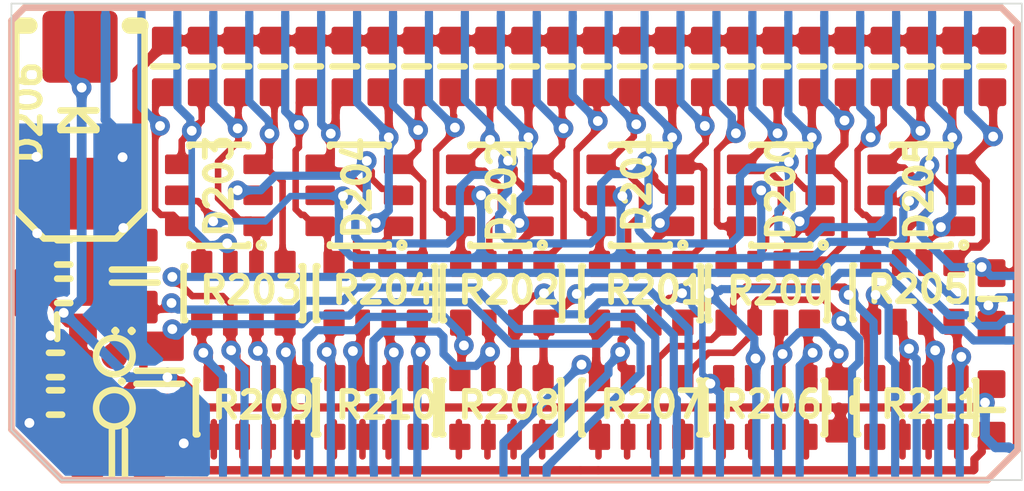
<source format=kicad_pcb>
(kicad_pcb (version 20210126) (generator pcbnew)
  (layers (0 "F.Cu" signal "Top Layer") (31 "B.Cu" signal "Bottom Layer") (34 "B.Paste" user "Bottom Paste") (35 "F.Paste" user "Top Paste") (36 "B.SilkS" user "Bottom Overlay") (37 "F.SilkS" user "Top Overlay") (38 "B.Mask" user "Bottom Solder") (39 "F.Mask" user "Top Solder") (44 "Edge.Cuts" user))
  (net 0 "")
  (net 1 "SENS4")
  (net 2 "SENS3")
  (net 3 "SENS2")
  (net 4 "SENS1")
  (net 5 "PULL_SENS4")
  (net 6 "PULL_SENS3")
  (net 7 "PULL_SENS2")
  (net 8 "PULL_SENS1")
  (net 9 "PULL_O2S")
  (net 10 "IN_SENS4")
  (net 11 "IN_SENS3")
  (net 12 "IN_SENS2")
  (net 13 "IN_SENS1")
  (net 14 "PULL_VSS")
  (net 15 "PULL_TPS")
  (net 16 "PULL_RES2")
  (net 17 "PULL_RES1")
  (net 18 "PULL_PPS")
  (net 19 "PULL_O2S2")
  (net 20 "PULL_RES3")
  (net 21 "PULL_MAP3")
  (net 22 "PULL_MAP2")
  (net 23 "PULL_MAP1")
  (net 24 "PULL_KNOCK")
  (net 25 "PULL_IAT")
  (net 26 "PULL_CRANK")
  (net 27 "PULL_CLT")
  (net 28 "PULL_CAM")
  (net 29 "PULL_AUX4")
  (net 30 "PULL_AUX3")
  (net 31 "PULL_AUX2")
  (net 32 "PULL_AUX1")
  (net 33 "IN_RES2")
  (net 34 "AUX1")
  (net 35 "AUX2")
  (net 36 "AUX3")
  (net 37 "AUX4")
  (net 38 "GND")
  (net 39 "V5")
  (net 40 "GNDA")
  (net 41 "V5A")
  (net 42 "VREF1")
  (net 43 "VREF2")
  (net 44 "CRANK")
  (net 45 "TPS")
  (net 46 "CAM")
  (net 47 "O2S")
  (net 48 "IN_CAM")
  (net 49 "IN_CLT")
  (net 50 "IN_CRANK")
  (net 51 "IN_IAT")
  (net 52 "IN_KNOCK")
  (net 53 "IN_MAP1")
  (net 54 "IN_MAP2")
  (net 55 "IN_MAP3")
  (net 56 "IN_RES3")
  (net 57 "IN_O2S2")
  (net 58 "IN_O2S")
  (net 59 "IN_PPS")
  (net 60 "IN_RES1")
  (net 61 "IN_TPS")
  (net 62 "IN_AUX1")
  (net 63 "IN_AUX2")
  (net 64 "IN_AUX3")
  (net 65 "IN_AUX4")
  (net 66 "IN_VSS")
  (net 67 "VSS")
  (net 68 "RES3")
  (net 69 "MAP3")
  (net 70 "MAP2")
  (net 71 "MAP1")
  (net 72 "RES1")
  (net 73 "RES2")
  (net 74 "CLT")
  (net 75 "O2S2")
  (net 76 "PPS")
  (net 77 "IAT")
  (net 78 "KNOCK")
  (footprint "General.pcblib:Cap" (layer "F.Cu") (at 142.163603 99.62859 -90)
    (fp_text reference "C216" hide)
    (fp_text value "1n" hide)
  )
  (footprint "General.pcblib:Cap" (layer "F.Cu") (at 136.7886 106.053599 90)
    (fp_text reference "C229" hide)
    (fp_text value "2.2u" hide)
  )
  (footprint "Small.PcbLib:Res Array 4" (layer "F.Cu") (at 152.313608 110.07859 90)
    (fp_text reference "R207")
    (fp_text value "4k7" hide)
  )
  (footprint "Small.PcbLib:D TVS Array 4" (layer "F.Cu") (at 156.5886 103.57859 180)
    (fp_text reference "D200")
    (fp_text value "SRV05-4-P-T7" hide)
  )
  (footprint "General.pcblib:Cap" (layer "F.Cu") (at 145.463604 99.62859 -90)
    (fp_text reference "C219" hide)
    (fp_text value "1n" hide)
  )
  (footprint "Small.PcbLib:Res Array 4" (layer "F.Cu") (at 140.513642 110.07859 90)
    (fp_text reference "R209")
    (fp_text value "680k" hide)
  )
  (footprint "General.pcblib:Res" (layer "F.Cu") (at 134.388597 108.778585)
    (fp_text reference "R212" hide)
    (fp_text value "510" hide)
  )
  (footprint "Small.PcbLib:D TVS Array 4" (layer "F.Cu") (at 152.288602 103.57859 180)
    (fp_text reference "D201")
    (fp_text value "SRV05-4-P-T7" hide)
  )
  (footprint "General.pcblib:Cap" (layer "F.Cu") (at 134.438602 107.628584 180)
    (fp_text reference "C225" hide)
    (fp_text value "100n" hide)
  )
  (footprint "General.pcblib:Cap" (layer "F.Cu") (at 148.763603 99.62859 -90)
    (fp_text reference "C210" hide)
    (fp_text value "10n" hide)
  )
  (footprint "General.pcblib:Cap" (layer "F.Cu") (at 159.763604 99.62859 -90)
    (fp_text reference "C220" hide)
    (fp_text value "100n" hide)
  )
  (footprint "General.pcblib:Res" (layer "F.Cu") (at 134.388597 109.928582)
    (fp_text reference "R214" hide)
    (fp_text value "510" hide)
  )
  (footprint "General.pcblib:Cap" (layer "F.Cu") (at 157.563603 99.62859 -90)
    (fp_text reference "C202" hide)
    (fp_text value "1n" hide)
  )
  (footprint "Small.PcbLib:Res Array 4" (layer "F.Cu") (at 148.038603 110.07859 90)
    (fp_text reference "R208")
    (fp_text value "10k" hide)
  )
  (footprint "General.pcblib:Pad" (layer "F.Cu") (at 136.1886 110.103601 90)
    (fp_text reference "P200" hide)
    (fp_text value "Vref1" hide)
  )
  (footprint "General.pcblib:Cap" (layer "F.Cu") (at 139.963602 99.62859 -90)
    (fp_text reference "C214" hide)
    (fp_text value "100n" hide)
  )
  (footprint "Small.PcbLib:Res Array 4" (layer "F.Cu") (at 160.73861 110.07859 90)
    (fp_text reference "R211")
    (fp_text value "680k" hide)
  )
  (footprint "Small.PcbLib:Res Array 4" (layer "F.Cu") (at 148.063604 106.578589 90)
    (fp_text reference "R202")
    (fp_text value "4k7" hide)
  )
  (footprint "General.pcblib:Res" (layer "F.Cu") (at 134.638609 106.503583 180)
    (fp_text reference "R213" hide)
    (fp_text value "510" hide)
  )
  (footprint "Small.PcbLib:D TVS Array 4" (layer "F.Cu") (at 160.888603 103.57859 180)
    (fp_text reference "D205")
    (fp_text value "SRV05-4-P-T7" hide)
  )
  (footprint "General.pcblib:Cap" (layer "F.Cu") (at 156.463602 99.62859 -90)
    (fp_text reference "C201" hide)
    (fp_text value "10n" hide)
  )
  (footprint "General.pcblib:Res" (layer "F.Cu") (at 158.4136 110.003589 90)
    (fp_text reference "R216" hide)
    (fp_text value "3.3k" hide)
  )
  (footprint "Small.PcbLib:Res Array 4" (layer "F.Cu") (at 156.188602 106.578589 90)
    (fp_text reference "R200")
    (fp_text value "4k7" hide)
  )
  (footprint "General.pcblib:Cap" (layer "F.Cu") (at 146.563602 99.62859 -90)
    (fp_text reference "C208" hide)
    (fp_text value "10n" hide)
  )
  (footprint "General.pcblib:Cap" (layer "F.Cu") (at 144.363604 99.62859 -90)
    (fp_text reference "C218" hide)
    (fp_text value "1n" hide)
  )
  (footprint "General.pcblib:Cap" (layer "F.Cu") (at 163.063602 99.62859 -90)
    (fp_text reference "C223" hide)
    (fp_text value "100n" hide)
  )
  (footprint "General.pcblib:Cap" (layer "F.Cu") (at 141.063603 99.62859 -90)
    (fp_text reference "C215" hide)
    (fp_text value "100n" hide)
  )
  (footprint "Small.PcbLib:Res Array 4" (layer "F.Cu") (at 160.613609 106.553588 90)
    (fp_text reference "R205")
    (fp_text value "4k7" hide)
  )
  (footprint "General.pcblib:Res" (layer "F.Cu") (at 134.638609 105.328581)
    (fp_text reference "R215" hide)
    (fp_text value "510" hide)
  )
  (footprint "General.pcblib:Cap" (layer "F.Cu") (at 155.363602 99.62859 -90)
    (fp_text reference "C200" hide)
    (fp_text value "1n" hide)
  )
  (footprint "Small.PcbLib:D TVS Array 4" (layer "F.Cu") (at 147.988603 103.57859 180)
    (fp_text reference "D202")
    (fp_text value "SRV05-4-P-T7" hide)
  )
  (footprint "General.pcblib:D TVS" (layer "F.Cu") (at 135.1386 101.278587 -90)
    (fp_text reference "D206")
    (fp_text value "P6SMB6.8CA" hide)
  )
  (footprint "General.pcblib:Cap" (layer "F.Cu") (at 137.5886 109.153599 -90)
    (fp_text reference "C227" hide)
    (fp_text value "2.2u" hide)
  )
  (footprint "General.pcblib:Cap" (layer "F.Cu") (at 150.963603 99.62859 -90)
    (fp_text reference "C204" hide)
    (fp_text value "100n" hide)
  )
  (footprint "Mod.PcbLib:Mod-Hellen-Input" (layer "F.Cu") (at 132.9386 112.403599)
    (fp_text reference "M200" hide)
    (fp_text value "Module:input/0.1" hide)
  )
  (footprint "Small.PcbLib:Res Array 4" (layer "F.Cu") (at 156.113598 110.07859 90)
    (fp_text reference "R206")
    (fp_text value "680k" hide)
  )
  (footprint "General.pcblib:Cap" (layer "F.Cu") (at 149.863603 99.62859 -90)
    (fp_text reference "C211" hide)
    (fp_text value "10n" hide)
  )
  (footprint "Small.PcbLib:Res Array 4" (layer "F.Cu") (at 144.188611 106.578589 90)
    (fp_text reference "R204")
    (fp_text value "4k7" hide)
  )
  (footprint "Small.PcbLib:Res Array 4" (layer "F.Cu") (at 144.213604 110.07859 90)
    (fp_text reference "R210")
    (fp_text value "10k" hide)
  )
  (footprint "General.pcblib:Cap" (layer "F.Cu") (at 143.263603 99.62859 -90)
    (fp_text reference "C217" hide)
    (fp_text value "1n" hide)
  )
  (footprint "General.pcblib:Cap" (layer "F.Cu") (at 154.263604 99.62859 -90)
    (fp_text reference "C207" hide)
    (fp_text value "100n" hide)
  )
  (footprint "General.pcblib:Cap" (layer "F.Cu") (at 136.313628 111.503591 180)
    (fp_text reference "C228" hide)
    (fp_text value "2.2u" hide)
  )
  (footprint "General.pcblib:Cap" (layer "F.Cu") (at 137.763604 99.62859 -90)
    (fp_text reference "C212" hide)
    (fp_text value "100n" hide)
  )
  (footprint "General.pcblib:Pad" (layer "F.Cu") (at 136.1886 108.503579)
    (fp_text reference "P201" hide)
    (fp_text value "Vref2" hide)
  )
  (footprint "Small.PcbLib:D TVS Array 4" (layer "F.Cu") (at 139.388602 103.57859 180)
    (fp_text reference "D203")
    (fp_text value "SRV05-4-P-T7" hide)
  )
  (footprint "General.pcblib:Cap" (layer "F.Cu") (at 160.863604 99.62859 -90)
    (fp_text reference "C221" hide)
    (fp_text value "100n" hide)
  )
  (footprint "Small.PcbLib:Res Array 4" (layer "F.Cu") (at 140.1386 106.578589 90)
    (fp_text reference "R203")
    (fp_text value "4k7" hide)
  )
  (footprint "General.pcblib:Cap" (layer "F.Cu") (at 153.163604 99.62859 -90)
    (fp_text reference "C206" hide)
    (fp_text value "100n" hide)
  )
  (footprint "General.pcblib:Cap" (layer "F.Cu") (at 147.663602 99.62859 -90)
    (fp_text reference "C209" hide)
    (fp_text value "10n" hide)
  )
  (footprint "General.pcblib:Cap" (layer "F.Cu") (at 163.0386 110.153588 -90)
    (fp_text reference "C226" hide)
    (fp_text value "100n" hide)
  )
  (footprint "Small.PcbLib:D TVS Array 4" (layer "F.Cu") (at 143.6886 103.57859 180)
    (fp_text reference "D204")
    (fp_text value "SRV05-4-P-T7" hide)
  )
  (footprint "General.pcblib:Cap" (layer "F.Cu") (at 161.963604 99.62859 -90)
    (fp_text reference "C222" hide)
    (fp_text value "100n" hide)
  )
  (footprint "General.pcblib:Cap" (layer "F.Cu") (at 163.0386 106.75359 90)
    (fp_text reference "C224" hide)
    (fp_text value "100n" hide)
  )
  (footprint "General.pcblib:Cap" (layer "F.Cu") (at 158.663603 99.62859 -90)
    (fp_text reference "C203" hide)
    (fp_text value "1n" hide)
  )
  (footprint "General.pcblib:Cap" (layer "F.Cu") (at 152.063604 99.62859 -90)
    (fp_text reference "C205" hide)
    (fp_text value "100n" hide)
  )
  (footprint "General.pcblib:Cap" (layer "F.Cu") (at 138.863602 99.62859 -90)
    (fp_text reference "C213" hide)
    (fp_text value "100n" hide)
  )
  (footprint "Small.PcbLib:Res Array 4" (layer "F.Cu") (at 152.313608 106.578589 90)
    (fp_text reference "R201")
    (fp_text value "4k7" hide)
  )
  (gr_poly (pts (xy 162.717022 102.326949) (xy 162.66722 102.378488) (xy 162.588828 102.470779) (xy 162.56024 102.511528) (xy 162.538721 102.548681) (xy 162.524274 102.582239) (xy 162.516897 102.612199) (xy 162.516593 102.638564) (xy 162.523359 102.66133) (xy 162.537197 102.680502) (xy 162.186692 102.329997) (xy 162.205864 102.343835) (xy 162.22863 102.350602) (xy 162.254996 102.350297) (xy 162.284955 102.342921) (xy 162.318513 102.328473) (xy 162.355666 102.306954) (xy 162.396415 102.278367) (xy 162.440764 102.242705) (xy 162.540245 102.150173)) (layer "F.Cu") (width 0) (fill solid))
  (gr_poly (pts (xy 143.851105 107.984474) (xy 143.78977 108.326721) (xy 143.528627 108.648049) (xy 143.542399 108.648001) (xy 143.554721 108.651547) (xy 143.565592 108.658692) (xy 143.575013 108.669433) (xy 143.582986 108.683769) (xy 143.589508 108.701704) (xy 143.594581 108.723233) (xy 143.598205 108.748361) (xy 143.60038 108.777084) (xy 143.601103 108.809405) (xy 143.851105 108.716436) (xy 143.78977 108.374189) (xy 143.528627 108.052861) (xy 143.542399 108.052909) (xy 143.554721 108.049363) (xy 143.565592 108.042218) (xy 143.575013 108.031477) (xy 143.582986 108.017141) (xy 143.589508 107.999206) (xy 143.594581 107.977677) (xy 143.598205 107.952549) (xy 143.60038 107.923826) (xy 143.601103 107.891505)) (layer "F.Cu") (width 0) (fill solid))
  (gr_poly (pts (xy 161.963602 101.35087) (xy 161.96445 101.381183) (xy 161.967 101.41006) (xy 161.97125 101.4375) (xy 161.977201 101.463501) (xy 161.984851 101.488068) (xy 161.994201 101.511198) (xy 162.00525 101.532889) (xy 162.018001 101.553146) (xy 162.032451 101.571962) (xy 162.0486 101.589346) (xy 161.6286 101.589346) (xy 161.64475 101.571962) (xy 161.6592 101.553146) (xy 161.671951 101.532889) (xy 161.683 101.511198) (xy 161.69235 101.488068) (xy 161.7 101.463501) (xy 161.705952 101.4375) (xy 161.710201 101.41006) (xy 161.712751 101.381183) (xy 161.7136 101.35087)) (layer "F.Cu") (width 0) (fill solid))
  (gr_poly (pts (xy 156.840046 98.68859) (xy 156.897625 98.687088) (xy 156.949144 98.68259) (xy 156.9946 98.675089) (xy 157.033995 98.664589) (xy 157.06733 98.651089) (xy 157.094605 98.634589) (xy 157.115819 98.61509) (xy 157.130972 98.59259) (xy 157.140063 98.567089) (xy 157.143093 98.53859) (xy 157.143093 99.138589) (xy 157.140063 99.11009) (xy 157.130972 99.084588) (xy 157.115819 99.062089) (xy 157.094605 99.042589) (xy 157.06733 99.02609) (xy 157.033995 99.012589) (xy 156.9946 99.002089) (xy 156.949144 98.994588) (xy 156.897625 98.99009) (xy 156.840046 98.988589)) (layer "F.Cu") (width 0) (fill solid))
  (gr_poly (pts (xy 141.038604 102.18463) (xy 141.040245 102.388592) (xy 140.738605 102.329997) (xy 140.757604 102.331463) (xy 140.774604 102.328092) (xy 140.789605 102.31988) (xy 140.802605 102.306835) (xy 140.813606 102.288948) (xy 140.822605 102.266225) (xy 140.829605 102.238661) (xy 140.834604 102.206264) (xy 140.837604 102.169025) (xy 140.838605 102.126949)) (layer "F.Cu") (width 0) (fill solid))
  (gr_poly (pts (xy 136.9536 108.902255) (xy 136.952973 108.85736) (xy 136.94357 108.745742) (xy 136.937929 108.716223) (xy 136.931033 108.690548) (xy 136.922882 108.668717) (xy 136.913479 108.650731) (xy 136.902821 108.636588) (xy 136.890911 108.626289) (xy 137.3286 108.649207) (xy 137.304852 108.650558) (xy 137.283603 108.657234) (xy 137.264852 108.669233) (xy 137.248602 108.686553) (xy 137.234853 108.709197) (xy 137.2236 108.737162) (xy 137.214853 108.770452) (xy 137.208602 108.809062) (xy 137.204853 108.852996) (xy 137.2036 108.902255)) (layer "F.Cu") (width 0) (fill solid))
  (gr_poly (pts (xy 136.1136 107.736793) (xy 136.113189 107.691808) (xy 136.10327 107.546194) (xy 136.098723 107.518374) (xy 136.093349 107.493987) (xy 136.087151 107.473035) (xy 136.080125 107.455514) (xy 136.072272 107.441427) (xy 136.4886 107.499403) (xy 136.464852 107.498801) (xy 136.443602 107.503954) (xy 136.424852 107.514866) (xy 136.4086 107.531536) (xy 136.394852 107.553962) (xy 136.383602 107.582146) (xy 136.374852 107.616085) (xy 136.3686 107.655783) (xy 136.364852 107.701239) (xy 136.363602 107.75245)) (layer "F.Cu") (width 0) (fill solid))
  (gr_poly (pts (xy 146.913604 105.030423) (xy 146.914853 105.078503) (xy 146.918603 105.121521) (xy 146.924853 105.159478) (xy 146.933604 105.192374) (xy 146.944853 105.22021) (xy 146.958602 105.242983) (xy 146.974853 105.260697) (xy 146.993604 105.273349) (xy 147.014853 105.280941) (xy 147.038602 105.283471) (xy 146.538603 105.283471) (xy 146.562352 105.280941) (xy 146.583604 105.273349) (xy 146.602352 105.260697) (xy 146.618603 105.242983) (xy 146.632352 105.22021) (xy 146.643602 105.192374) (xy 146.652352 105.159478) (xy 146.658603 105.121521) (xy 146.662352 105.078503) (xy 146.663602 105.030423)) (layer "F.Cu") (width 0) (fill solid))
  (gr_poly (pts (xy 141.388606 108.126755) (xy 141.387354 108.07791) (xy 141.383605 108.034299) (xy 141.377354 107.995917) (xy 141.368606 107.962765) (xy 141.357354 107.934845) (xy 141.343605 107.912155) (xy 141.327354 107.894698) (xy 141.308606 107.88247) (xy 141.287354 107.875472) (xy 141.263605 107.873707) (xy 141.718267 107.858254) (xy 141.703132 107.870519) (xy 141.689588 107.886029) (xy 141.67764 107.904776) (xy 141.667282 107.926765) (xy 141.658519 107.951995) (xy 141.651351 107.980466) (xy 141.645773 108.012175) (xy 141.641791 108.047128) (xy 141.638603 108.126755)) (layer "F.Cu") (width 0) (fill solid))
  (gr_poly (pts (xy 151.681666 102.326949) (xy 151.641763 102.368237) (xy 151.578928 102.442141) (xy 151.555995 102.474759) (xy 151.53872 102.504487) (xy 151.527102 102.531328) (xy 151.521141 102.555277) (xy 151.520836 102.576339) (xy 151.526188 102.59451) (xy 151.537196 102.609791) (xy 151.257403 102.329997) (xy 151.272683 102.341005) (xy 151.290854 102.346357) (xy 151.311916 102.346052) (xy 151.335866 102.340091) (xy 151.362706 102.328473) (xy 151.392434 102.311199) (xy 151.425053 102.288265) (xy 151.460562 102.259677) (xy 151.540244 102.185527)) (layer "F.Cu") (width 0) (fill solid))
  (gr_poly (pts (xy 160.238617 108.578496) (xy 160.228543 108.372058) (xy 160.588359 108.569126) (xy 160.569408 108.575628) (xy 160.552451 108.584874) (xy 160.537491 108.596863) (xy 160.524521 108.61159) (xy 160.513551 108.629062) (xy 160.504575 108.649273) (xy 160.497592 108.67223) (xy 160.492604 108.697924) (xy 160.489612 108.726365) (xy 160.488613 108.757543)) (layer "F.Cu") (width 0) (fill solid))
  (gr_poly (pts (xy 157.6636 101.350873) (xy 157.664451 101.381185) (xy 157.667001 101.410062) (xy 157.671251 101.437502) (xy 157.677202 101.463504) (xy 157.684852 101.488071) (xy 157.694202 101.5112) (xy 157.705251 101.532892) (xy 157.718002 101.553148) (xy 157.732452 101.571965) (xy 157.7486 101.589348) (xy 157.328602 101.589348) (xy 157.344751 101.571965) (xy 157.359201 101.553148) (xy 157.371952 101.532892) (xy 157.383001 101.5112) (xy 157.392351 101.488071) (xy 157.400001 101.463504) (xy 157.405953 101.437502) (xy 157.410202 101.410062) (xy 157.412752 101.381185) (xy 157.413603 101.350873)) (layer "F.Cu") (width 0) (fill solid))
  (gr_poly (pts (xy 152.787161 98.988589) (xy 152.729582 98.99009) (xy 152.678063 98.994588) (xy 152.632607 99.002089) (xy 152.593211 99.012589) (xy 152.559876 99.02609) (xy 152.532602 99.042589) (xy 152.511388 99.062089) (xy 152.496234 99.084588) (xy 152.487144 99.11009) (xy 152.484113 99.138589) (xy 152.484113 98.53859) (xy 152.487144 98.567089) (xy 152.496234 98.59259) (xy 152.511388 98.61509) (xy 152.532602 98.634589) (xy 152.559876 98.651089) (xy 152.593211 98.664589) (xy 152.632607 98.675089) (xy 152.678063 98.68259) (xy 152.729582 98.687088) (xy 152.787161 98.68859)) (layer "F.Cu") (width 0) (fill solid))
  (gr_poly (pts (xy 158.188603 108.852255) (xy 158.187925 108.822047) (xy 158.182502 108.765275) (xy 158.17776 108.738712) (xy 158.171659 108.713363) (xy 158.164204 108.689227) (xy 158.155395 108.666306) (xy 158.14523 108.644599) (xy 158.133708 108.624109) (xy 158.120833 108.604831) (xy 158.534957 108.674836) (xy 158.516649 108.689146) (xy 158.500268 108.70526) (xy 158.485816 108.723177) (xy 158.473289 108.742895) (xy 158.462689 108.764417) (xy 158.454018 108.787741) (xy 158.447274 108.812867) (xy 158.442456 108.839796) (xy 158.439565 108.868529) (xy 158.4386 108.899062)) (layer "F.Cu") (width 0) (fill solid))
  (gr_poly (pts (xy 160.340244 102.828589) (xy 160.305045 102.829425) (xy 160.272825 102.831932) (xy 160.24358 102.836112) (xy 160.217308 102.841965) (xy 160.194017 102.849486) (xy 160.173699 102.858683) (xy 160.156356 102.869549) (xy 160.141992 102.882086) (xy 160.130603 102.896298) (xy 160.122191 102.91218) (xy 160.137197 102.52859) (xy 160.138523 102.547589) (xy 160.144068 102.564589) (xy 160.153829 102.57959) (xy 160.167806 102.59259) (xy 160.186003 102.603588) (xy 160.208416 102.61259) (xy 160.235048 102.61959) (xy 160.265896 102.624589) (xy 160.300961 102.627589) (xy 160.340244 102.628589)) (layer "F.Cu") (width 0) (fill solid))
  (gr_poly (pts (xy 137.5386 100.977785) (xy 137.539848 101.007208) (xy 137.54359 101.034211) (xy 137.549828 101.058791) (xy 137.55856 101.08095) (xy 137.569787 101.100688) (xy 137.583508 101.118003) (xy 137.599726 101.132898) (xy 137.618436 101.145369) (xy 137.639642 101.15542) (xy 137.663345 101.163047) (xy 137.303532 101.547052) (xy 137.310194 101.56883) (xy 137.321416 101.61469) (xy 137.325975 101.638774) (xy 137.335444 101.715637) (xy 137.337199 101.742795) (xy 137.3386 101.799419) (xy 137.5386 101.929391) (xy 137.539848 101.899967) (xy 137.54359 101.872965) (xy 137.549828 101.848385) (xy 137.55856 101.826226) (xy 137.569787 101.806488) (xy 137.583508 101.789173) (xy 137.599726 101.774278) (xy 137.618436 101.761807) (xy 137.639642 101.751756) (xy 137.663345 101.744128) (xy 137.303532 101.360123) (xy 137.310194 101.338346) (xy 137.321416 101.292486) (xy 137.325975 101.268402) (xy 137.335444 101.191539) (xy 137.337199 101.164381) (xy 137.3386 101.107757)) (layer "F.Cu") (width 0) (fill solid))
  (gr_poly (pts (xy 136.363602 107.893892) (xy 136.364722 107.936018) (xy 136.368083 107.976143) (xy 136.373686 108.014263) (xy 136.381532 108.050379) (xy 136.391618 108.084497) (xy 136.403945 108.116607) (xy 136.418514 108.146716) (xy 136.435324 108.174824) (xy 136.454377 108.200928) (xy 136.475669 108.22503) (xy 135.979592 108.162525) (xy 136.005056 108.144725) (xy 136.027837 108.124171) (xy 136.047938 108.100867) (xy 136.065358 108.074809) (xy 136.0801 108.046) (xy 136.09216 108.014438) (xy 136.10154 107.980125) (xy 136.108241 107.943059) (xy 136.112261 107.903242) (xy 136.1136 107.860672)) (layer "F.Cu") (width 0) (fill solid))
  (gr_poly (pts (xy 161.121853 105.111757) (xy 161.09499 105.140068) (xy 161.074096 105.165295) (xy 161.059171 105.187444) (xy 161.050215 105.206512) (xy 161.047231 105.222498) (xy 161.050215 105.235404) (xy 161.059171 105.245231) (xy 161.074096 105.251978) (xy 161.09499 105.255643) (xy 161.121853 105.256227) (xy 160.801501 105.266478) (xy 160.766568 105.279143) (xy 160.741801 105.283982) (xy 160.727203 105.280997) (xy 160.722774 105.270192) (xy 160.728511 105.251558) (xy 160.744419 105.225104) (xy 160.770493 105.190827) (xy 160.806733 105.148724) (xy 160.909723 105.041048)) (layer "F.Cu") (width 0) (fill solid))
  (gr_poly (pts (xy 162.113614 108.048599) (xy 162.11463 108.079582) (xy 162.117678 108.108075) (xy 162.122761 108.134075) (xy 162.129875 108.157585) (xy 162.139022 108.178606) (xy 162.1502 108.197133) (xy 162.163413 108.21317) (xy 162.178658 108.226716) (xy 162.195935 108.237773) (xy 162.215247 108.246338) (xy 161.834526 108.638636) (xy 161.840054 108.654272) (xy 161.844999 108.671674) (xy 161.84936 108.69084) (xy 161.856343 108.734467) (xy 161.860996 108.785153) (xy 161.863612 108.874419) (xy 162.113614 109.008597) (xy 162.11463 108.977614) (xy 162.117678 108.94912) (xy 162.122761 108.923121) (xy 162.129875 108.899611) (xy 162.139022 108.87859) (xy 162.1502 108.860063) (xy 162.163413 108.844025) (xy 162.178658 108.830479) (xy 162.195935 108.819423) (xy 162.215247 108.810858) (xy 161.834526 108.41856) (xy 161.840054 108.402924) (xy 161.844999 108.385522) (xy 161.84936 108.366355) (xy 161.856343 108.322728) (xy 161.860996 108.272043) (xy 161.863612 108.182777)) (layer "F.Cu") (width 0) (fill solid))
  (gr_poly (pts (xy 136.645646 109.641433) (xy 136.616291 109.672766) (xy 136.591354 109.703642) (xy 136.570833 109.734056) (xy 136.554732 109.764013) (xy 136.543048 109.793508) (xy 136.535784 109.822542) (xy 136.532936 109.851117) (xy 136.534506 109.87923) (xy 136.540495 109.906886) (xy 136.550904 109.934079) (xy 136.102439 109.71299) (xy 136.132736 109.705133) (xy 136.163018 109.694928) (xy 136.193287 109.682373) (xy 136.223539 109.667473) (xy 136.253778 109.650224) (xy 136.284004 109.630628) (xy 136.314214 109.608685) (xy 136.37459 109.557755) (xy 136.404758 109.528769)) (layer "F.Cu") (width 0) (fill solid))
  (gr_poly (pts (xy 141.78716 98.988589) (xy 141.729581 98.99009) (xy 141.678062 98.994588) (xy 141.632606 99.002089) (xy 141.593211 99.012589) (xy 141.559873 99.02609) (xy 141.5326 99.042589) (xy 141.511387 99.062089) (xy 141.496233 99.084588) (xy 141.487143 99.11009) (xy 141.484113 99.138589) (xy 141.484113 98.53859) (xy 141.487143 98.567089) (xy 141.496233 98.59259) (xy 141.511387 98.61509) (xy 141.5326 98.634589) (xy 141.559873 98.651089) (xy 141.593211 98.664589) (xy 141.632606 98.675089) (xy 141.678062 98.68259) (xy 141.729581 98.687088) (xy 141.78716 98.68859)) (layer "F.Cu") (width 0) (fill solid))
  (gr_poly (pts (xy 162.687161 98.988589) (xy 162.629582 98.99009) (xy 162.578063 98.994588) (xy 162.532607 99.002089) (xy 162.493212 99.012589) (xy 162.459877 99.02609) (xy 162.432602 99.042589) (xy 162.411388 99.062089) (xy 162.396235 99.084588) (xy 162.387144 99.11009) (xy 162.384114 99.138589) (xy 162.384114 98.53859) (xy 162.387144 98.567089) (xy 162.396235 98.59259) (xy 162.411388 98.61509) (xy 162.432602 98.634589) (xy 162.459877 98.651089) (xy 162.493212 98.664589) (xy 162.532607 98.675089) (xy 162.578063 98.68259) (xy 162.629582 98.687088) (xy 162.687161 98.68859)) (layer "F.Cu") (width 0) (fill solid))
  (gr_poly (pts (xy 149.9886 101.052786) (xy 149.989816 101.081201) (xy 149.993455 101.108404) (xy 149.999523 101.134391) (xy 150.008017 101.159169) (xy 150.018939 101.18273) (xy 150.032289 101.205079) (xy 150.048065 101.226215) (xy 150.06627 101.246138) (xy 150.086899 101.264848) (xy 150.109958 101.282344) (xy 149.695831 101.704835) (xy 149.713459 101.730471) (xy 149.729229 101.75627) (xy 149.743143 101.782226) (xy 149.755206 101.808342) (xy 149.765409 101.834618) (xy 149.773758 101.861055) (xy 149.780253 101.887648) (xy 149.784891 101.914405) (xy 149.787675 101.941321) (xy 149.788602 101.968395) (xy 149.9886 102.004392) (xy 149.989816 101.975977) (xy 149.993455 101.948774) (xy 149.999523 101.922787) (xy 150.008017 101.898009) (xy 150.018939 101.874448) (xy 150.032289 101.852099) (xy 150.048065 101.830963) (xy 150.06627 101.81104) (xy 150.086899 101.79233) (xy 150.109958 101.774834) (xy 149.695831 101.352343) (xy 149.713459 101.326707) (xy 149.729229 101.300908) (xy 149.743143 101.274952) (xy 149.755206 101.248836) (xy 149.765409 101.22256) (xy 149.773758 101.196123) (xy 149.780253 101.16953) (xy 149.784891 101.142773) (xy 149.787675 101.115857) (xy 149.788602 101.088783)) (layer "F.Cu") (width 0) (fill solid))
  (gr_poly (pts (xy 158.4136 101.73881) (xy 158.412753 101.708497) (xy 158.410203 101.67962) (xy 158.405953 101.65218) (xy 158.400002 101.626178) (xy 158.392351 101.601611) (xy 158.383002 101.578482) (xy 158.371953 101.556791) (xy 158.359202 101.536534) (xy 158.344752 101.517718) (xy 158.328603 101.500334) (xy 158.748602 101.500334) (xy 158.732452 101.517718) (xy 158.718002 101.536534) (xy 158.705252 101.556791) (xy 158.694203 101.578482) (xy 158.684853 101.601611) (xy 158.677202 101.626178) (xy 158.671251 101.65218) (xy 158.667002 101.67962) (xy 158.664452 101.708497) (xy 158.663603 101.73881)) (layer "F.Cu") (width 0) (fill solid))
  (gr_poly (pts (xy 150.465441 108.728595) (xy 150.535606 108.729159) (xy 150.724566 108.742753) (xy 150.748882 108.748983) (xy 150.764025 108.756347) (xy 150.769999 108.764843) (xy 150.766802 108.77447) (xy 150.754434 108.785232) (xy 150.718488 109.103593) (xy 150.718498 109.079844) (xy 150.712882 109.058592) (xy 150.701643 109.039844) (xy 150.684775 109.023593) (xy 150.662283 109.009844) (xy 150.634165 108.998592) (xy 150.600424 108.989844) (xy 150.561054 108.983593) (xy 150.51606 108.979844) (xy 150.465441 108.978592)) (layer "F.Cu") (width 0) (fill solid))
  (gr_poly (pts (xy 150.863604 101.02035) (xy 150.862821 100.985913) (xy 150.860474 100.9551) (xy 150.856565 100.927912) (xy 150.851091 100.904351) (xy 150.844053 100.884415) (xy 150.83545 100.8681) (xy 150.825285 100.855413) (xy 150.813555 100.84635) (xy 150.800261 100.840914) (xy 150.785402 100.839101) (xy 151.141805 100.839101) (xy 151.126946 100.840914) (xy 151.113651 100.84635) (xy 151.101922 100.855413) (xy 151.091756 100.8681) (xy 151.083154 100.884415) (xy 151.076115 100.904351) (xy 151.070641 100.927912) (xy 151.066732 100.9551) (xy 151.064385 100.985913) (xy 151.063603 101.02035)) (layer "F.Cu") (width 0) (fill solid))
  (gr_poly (pts (xy 134.253627 104.604986) (xy 134.235725 104.623823) (xy 134.202153 104.664872) (xy 134.186487 104.687084) (xy 134.157389 104.734882) (xy 134.14396 104.760467) (xy 134.119332 104.815016) (xy 134.108135 104.843975) (xy 133.935339 104.461169) (xy 133.960909 104.469658) (xy 133.986015 104.475027) (xy 134.010658 104.477275) (xy 134.034834 104.476404) (xy 134.058544 104.472411) (xy 134.081791 104.465299) (xy 134.104572 104.455065) (xy 134.126888 104.44171) (xy 134.14874 104.425235) (xy 134.170127 104.405642)) (layer "F.Cu") (width 0) (fill solid))
  (gr_poly (pts (xy 133.894176 104.681593) (xy 133.930348 104.644031) (xy 133.985418 104.577841) (xy 134.004313 104.549213) (xy 134.01745 104.523564) (xy 134.024828 104.500892) (xy 134.026449 104.481199) (xy 134.022309 104.464484) (xy 134.01241 104.450747) (xy 133.996754 104.43999) (xy 134.370243 104.626741) (xy 134.35081 104.619883) (xy 134.32941 104.61776) (xy 134.306045 104.620371) (xy 134.280711 104.627717) (xy 134.253408 104.639797) (xy 134.224142 104.656609) (xy 134.192908 104.678159) (xy 134.159705 104.704442) (xy 134.124536 104.735458) (xy 134.087401 104.771211)) (layer "F.Cu") (width 0) (fill solid))
  (gr_poly (pts (xy 157.546912 107.924055) (xy 157.547921 107.955165) (xy 157.550938 107.983618) (xy 157.555968 108.009414) (xy 157.563011 108.032551) (xy 157.572066 108.053031) (xy 157.583133 108.070854) (xy 157.596211 108.086021) (xy 157.611301 108.098528) (xy 157.628403 108.108378) (xy 157.647519 108.115568) (xy 157.280439 108.304476) (xy 157.283568 108.293818) (xy 157.286369 108.280681) (xy 157.288841 108.265058) (xy 157.292796 108.226366) (xy 157.296255 108.149701) (xy 157.296916 108.086176)) (layer "F.Cu") (width 0) (fill solid))
  (gr_poly (pts (xy 141.938602 100.961117) (xy 141.939702 100.988943) (xy 141.943002 101.016111) (xy 141.948503 101.042618) (xy 141.956202 101.068465) (xy 141.966103 101.093655) (xy 141.978203 101.118186) (xy 141.992501 101.142057) (xy 142.009001 101.16527) (xy 142.027703 101.187823) (xy 142.048602 101.209717) (xy 141.628603 101.209717) (xy 141.649502 101.187823) (xy 141.668204 101.16527) (xy 141.684704 101.142057) (xy 141.699002 101.118186) (xy 141.711102 101.093655) (xy 141.721003 101.068465) (xy 141.728702 101.042618) (xy 141.734203 101.016111) (xy 141.737503 100.988943) (xy 141.738603 100.961117)) (layer "F.Cu") (width 0) (fill solid))
  (gr_poly (pts (xy 142.6136 105.03023) (xy 142.6126 104.991008) (xy 142.6096 104.955989) (xy 142.6046 104.925174) (xy 142.5976 104.898564) (xy 142.588598 104.876157) (xy 142.5776 104.857955) (xy 142.5646 104.843954) (xy 142.5496 104.83416) (xy 142.5326 104.82857) (xy 142.5136 104.827183) (xy 142.912433 104.812918) (xy 142.893655 104.815727) (xy 142.876853 104.822743) (xy 142.862027 104.833962) (xy 142.84918 104.849385) (xy 142.838308 104.869014) (xy 142.829413 104.892847) (xy 142.822494 104.920886) (xy 142.817552 104.953129) (xy 142.814587 104.989578) (xy 142.8136 105.03023)) (layer "F.Cu") (width 0) (fill solid))
  (gr_poly (pts (xy 151.588606 108.847129) (xy 151.587681 108.816382) (xy 151.584903 108.787475) (xy 151.580275 108.760408) (xy 151.573793 108.735184) (xy 151.565459 108.711798) (xy 151.555273 108.690251) (xy 151.543236 108.670546) (xy 151.529348 108.652682) (xy 151.513607 108.63666) (xy 151.496015 108.622474) (xy 151.907287 108.563045) (xy 151.894236 108.581341) (xy 151.882563 108.600998) (xy 151.87226 108.622014) (xy 151.863332 108.644389) (xy 151.855776 108.668125) (xy 151.849596 108.693218) (xy 151.844788 108.719672) (xy 151.841354 108.747485) (xy 151.838608 108.80719)) (layer "F.Cu") (width 0) (fill solid))
  (gr_poly (pts (xy 159.288603 104.953588) (xy 159.288382 104.927211) (xy 159.283056 104.84921) (xy 159.280615 104.836586) (xy 159.277729 104.826713) (xy 159.2744 104.819591) (xy 159.270628 104.815219) (xy 159.266411 104.813599) (xy 159.511961 104.827183) (xy 159.507523 104.828214) (xy 159.503551 104.831826) (xy 159.500048 104.838016) (xy 159.497013 104.846787) (xy 159.494442 104.858138) (xy 159.492339 104.87207) (xy 159.489538 104.907668) (xy 159.488603 104.953588)) (layer "F.Cu") (width 0) (fill solid))
  (gr_poly (pts (xy 148.82948 106.979871) (xy 148.78534 107.025395) (xy 148.71692 107.104887) (xy 148.692638 107.138855) (xy 148.674977 107.168969) (xy 148.663933 107.195232) (xy 148.659511 107.217643) (xy 148.661708 107.236203) (xy 148.670527 107.250909) (xy 148.685962 107.261763) (xy 148.306908 107.08123) (xy 148.327314 107.087112) (xy 148.351043 107.086907) (xy 148.378094 107.080612) (xy 148.408467 107.06823) (xy 148.442161 107.049757) (xy 148.479179 107.025192) (xy 148.519516 106.994542) (xy 148.610156 106.914969) (xy 148.660461 106.866051)) (layer "F.Cu") (width 0) (fill solid))
  (gr_poly (pts (xy 140.413602 108.128997) (xy 140.41273 108.085464) (xy 140.405761 108.009869) (xy 140.399662 107.977804) (xy 140.391824 107.949564) (xy 140.38224 107.925145) (xy 140.370917 107.90455) (xy 140.357851 107.887776) (xy 140.343043 107.874827) (xy 140.326492 107.865698) (xy 140.750708 107.865698) (xy 140.734157 107.874827) (xy 140.719349 107.887776) (xy 140.706283 107.90455) (xy 140.69496 107.925145) (xy 140.685376 107.949564) (xy 140.677538 107.977804) (xy 140.67144 108.009869) (xy 140.667083 108.045757) (xy 140.66447 108.085464) (xy 140.6636 108.128997)) (layer "F.Cu") (width 0) (fill solid))
  (gr_poly (pts (xy 144.75121 107.911175) (xy 144.752226 107.942107) (xy 144.755282 107.970621) (xy 144.760372 107.996712) (xy 144.767499 108.020384) (xy 144.776661 108.041637) (xy 144.78786 108.060468) (xy 144.801093 108.076882) (xy 144.816366 108.090872) (xy 144.833671 108.102444) (xy 144.853016 108.111599) (xy 144.466756 108.27647) (xy 144.473301 108.259053) (xy 144.479159 108.240138) (xy 144.488806 108.197811) (xy 144.492595 108.1744) (xy 144.49811 108.123082) (xy 144.500865 108.065769) (xy 144.501208 108.034865)) (layer "F.Cu") (width 0) (fill solid))
  (gr_poly (pts (xy 150.711013 101.690499) (xy 150.731193 101.668617) (xy 150.747724 101.646994) (xy 150.760596 101.62563) (xy 150.769817 101.604522) (xy 150.775379 101.583674) (xy 150.777289 101.563085) (xy 150.775544 101.542752) (xy 150.770147 101.522678) (xy 150.761092 101.502864) (xy 150.748384 101.483306) (xy 151.141993 101.561403) (xy 151.130972 101.568805) (xy 151.116717 101.579823) (xy 151.07851 101.612699) (xy 150.926405 101.758139) (xy 150.886283 101.79807)) (layer "F.Cu") (width 0) (fill solid))
  (gr_poly (pts (xy 150.58716 98.988589) (xy 150.529581 98.99009) (xy 150.478062 98.994588) (xy 150.432606 99.002089) (xy 150.393211 99.012589) (xy 150.359876 99.02609) (xy 150.3326 99.042589) (xy 150.311387 99.062089) (xy 150.296234 99.084588) (xy 150.287143 99.11009) (xy 150.284113 99.138589) (xy 150.284113 98.53859) (xy 150.287143 98.567089) (xy 150.296234 98.59259) (xy 150.311387 98.61509) (xy 150.3326 98.634589) (xy 150.359876 98.651089) (xy 150.393211 98.664589) (xy 150.432606 98.675089) (xy 150.478062 98.68259) (xy 150.529581 98.687088) (xy 150.58716 98.68859)) (layer "F.Cu") (width 0) (fill solid))
  (gr_poly (pts (xy 138.180398 101.837146) (xy 138.199453 101.817311) (xy 138.230568 101.77994) (xy 138.242628 101.762406) (xy 138.252359 101.74564) (xy 138.25976 101.72964) (xy 138.26483 101.714405) (xy 138.267568 101.69994) (xy 138.267975 101.686242) (xy 138.266052 101.673311) (xy 138.485655 101.892914) (xy 138.472724 101.890991) (xy 138.459026 101.891398) (xy 138.444561 101.894136) (xy 138.429326 101.899205) (xy 138.413326 101.906607) (xy 138.39656 101.916338) (xy 138.379026 101.928398) (xy 138.360723 101.942789) (xy 138.341655 101.959513) (xy 138.32182 101.978568)) (layer "F.Cu") (width 0) (fill solid))
  (gr_poly (pts (xy 157.296916 108.126755) (xy 157.295681 108.077321) (xy 157.291983 108.033041) (xy 157.285816 107.993918) (xy 157.277185 107.959948) (xy 157.266088 107.931134) (xy 157.252524 107.907476) (xy 157.236494 107.888973) (xy 157.217998 107.875622) (xy 157.197035 107.867428) (xy 157.173609 107.86439) (xy 157.671914 107.873707) (xy 157.648165 107.875818) (xy 157.626915 107.883082) (xy 157.608165 107.8955) (xy 157.591914 107.913072) (xy 157.578165 107.9358) (xy 157.566912 107.963682) (xy 157.558165 107.996719) (xy 157.551914 108.034911) (xy 157.548165 108.078256) (xy 157.546912 108.126755)) (layer "F.Cu") (width 0) (fill solid))
  (gr_poly (pts (xy 146.463602 101.042149) (xy 146.4626 101.003568) (xy 146.459602 100.969052) (xy 146.454603 100.938595) (xy 146.447603 100.912197) (xy 146.438603 100.889863) (xy 146.427603 100.871588) (xy 146.414603 100.857376) (xy 146.399602 100.847224) (xy 146.382602 100.84113) (xy 146.363602 100.839101) (xy 146.763602 100.839101) (xy 146.744602 100.84113) (xy 146.727602 100.847224) (xy 146.7126 100.857376) (xy 146.6996 100.871588) (xy 146.6886 100.889863) (xy 146.6796 100.912197) (xy 146.6726 100.938595) (xy 146.667602 100.969052) (xy 146.664603 101.003568) (xy 146.663602 101.042149)) (layer "F.Cu") (width 0) (fill solid))
  (gr_poly (pts (xy 137.475759 106.978586) (xy 137.505825 106.977448) (xy 137.532833 106.974039) (xy 137.556787 106.968355) (xy 137.577684 106.960394) (xy 137.595527 106.950163) (xy 137.610315 106.937656) (xy 137.622048 106.922876) (xy 137.630724 106.905822) (xy 137.636345 106.886495) (xy 137.638911 106.864893) (xy 137.882677 107.17332) (xy 137.535002 107.178585)) (layer "F.Cu") (width 0) (fill solid))
  (gr_poly (pts (xy 153.388602 101.350873) (xy 153.389451 101.381185) (xy 153.392001 101.410062) (xy 153.39625 101.437502) (xy 153.402201 101.463504) (xy 153.409852 101.488071) (xy 153.419202 101.5112) (xy 153.430251 101.532892) (xy 153.443001 101.553148) (xy 153.457452 101.571965) (xy 153.4736 101.589348) (xy 153.053602 101.589348) (xy 153.069751 101.571965) (xy 153.084201 101.553148) (xy 153.096952 101.532892) (xy 153.108001 101.5112) (xy 153.117351 101.488071) (xy 153.125001 101.463504) (xy 153.130952 101.437502) (xy 153.135202 101.410062) (xy 153.137752 101.381185) (xy 153.1386 101.350873)) (layer "F.Cu") (width 0) (fill solid))
  (gr_poly (pts (xy 141.488621 108.863271) (xy 141.487666 108.831851) (xy 141.484798 108.803428) (xy 141.480018 108.778006) (xy 141.473328 108.75558) (xy 141.464725 108.736154) (xy 141.454209 108.719725) (xy 141.441783 108.706294) (xy 141.427445 108.695862) (xy 141.411194 108.688425) (xy 141.393033 108.68399) (xy 141.728933 108.463018) (xy 141.738623 108.567483)) (layer "F.Cu") (width 0) (fill solid))
  (gr_poly (pts (xy 156.663597 107.961731) (xy 156.664616 107.992579) (xy 156.667669 108.021129) (xy 156.672756 108.047377) (xy 156.679876 108.071327) (xy 156.689033 108.092978) (xy 156.700226 108.112327) (xy 156.713452 108.129376) (xy 156.728712 108.144128) (xy 156.74601 108.156577) (xy 156.765339 108.166727) (xy 156.372109 108.314273) (xy 156.379993 108.29492) (xy 156.387047 108.272446) (xy 156.39327 108.246848) (xy 156.398662 108.218129) (xy 156.40696 108.151314) (xy 156.411939 108.07201) (xy 156.4136 107.980209)) (layer "F.Cu") (width 0) (fill solid))
  (gr_poly (pts (xy 154.895686 109.447826) (xy 154.86786 109.448926) (xy 154.840692 109.452226) (xy 154.814185 109.457727) (xy 154.788338 109.465426) (xy 154.763149 109.475327) (xy 154.738617 109.487428) (xy 154.714746 109.501725) (xy 154.691533 109.518225) (xy 154.668981 109.536927) (xy 154.647086 109.557826) (xy 154.647086 109.137827) (xy 154.668981 109.158726) (xy 154.691533 109.177428) (xy 154.714746 109.193928) (xy 154.738617 109.208226) (xy 154.763149 109.220326) (xy 154.788338 109.230227) (xy 154.814185 109.237926) (xy 154.840692 109.243428) (xy 154.86786 109.246727) (xy 154.895686 109.247827)) (layer "F.Cu") (width 0) (fill solid))
  (gr_poly (pts (xy 138.640245 104.971653) (xy 138.598957 104.93175) (xy 138.525053 104.868915) (xy 138.492434 104.845981) (xy 138.462706 104.828707) (xy 138.435866 104.817089) (xy 138.411916 104.811128) (xy 138.390855 104.810823) (xy 138.372684 104.816174) (xy 138.357403 104.827183) (xy 138.637197 104.547389) (xy 138.626188 104.56267) (xy 138.620837 104.580841) (xy 138.621141 104.601903) (xy 138.627103 104.625852) (xy 138.638721 104.652692) (xy 138.655995 104.682421) (xy 138.678929 104.715039) (xy 138.707517 104.750549) (xy 138.781667 104.830231)) (layer "F.Cu") (width 0) (fill solid))
  (gr_poly (pts (xy 160.282569 103.878577) (xy 160.250875 103.878412) (xy 160.13377 103.870535) (xy 160.12643 103.868074) (xy 160.122572 103.865285) (xy 160.122191 103.862166) (xy 160.137197 103.607388) (xy 160.138185 103.620914) (xy 160.142826 103.633017) (xy 160.151116 103.643695) (xy 160.163062 103.652948) (xy 160.17866 103.660779) (xy 160.19791 103.667188) (xy 160.220811 103.672171) (xy 160.247367 103.67573) (xy 160.277573 103.677866) (xy 160.311433 103.678577)) (layer "F.Cu") (width 0) (fill solid))
  (gr_poly (pts (xy 138.95112 108.881229) (xy 138.950142 108.849933) (xy 138.947204 108.821511) (xy 138.942304 108.795956) (xy 138.935446 108.773271) (xy 138.926627 108.753456) (xy 138.915852 108.736512) (xy 138.903114 108.722438) (xy 138.888418 108.711231) (xy 138.871763 108.702895) (xy 138.853147 108.697429) (xy 139.201402 108.48827) (xy 139.201122 108.669212)) (layer "F.Cu") (width 0) (fill solid))
  (gr_poly (pts (xy 154.449012 107.876755) (xy 154.488915 107.835467) (xy 154.55175 107.761564) (xy 154.574683 107.728945) (xy 154.591958 107.699217) (xy 154.603576 107.672377) (xy 154.609537 107.648427) (xy 154.609842 107.627365) (xy 154.60449 107.609194) (xy 154.593482 107.593913) (xy 154.873275 107.873707) (xy 154.857995 107.862699) (xy 154.839824 107.857347) (xy 154.818762 107.857652) (xy 154.794812 107.863613) (xy 154.767972 107.875231) (xy 154.738244 107.892506) (xy 154.705625 107.915439) (xy 154.670116 107.944027) (xy 154.590434 108.018177)) (layer "F.Cu") (width 0) (fill solid))
  (gr_poly (pts (xy 154.081667 102.326949) (xy 154.041763 102.368237) (xy 153.978929 102.442141) (xy 153.955995 102.474759) (xy 153.938721 102.504487) (xy 153.927103 102.531328) (xy 153.921141 102.555277) (xy 153.920836 102.576339) (xy 153.926188 102.59451) (xy 153.937197 102.609791) (xy 153.657403 102.329997) (xy 153.672684 102.341005) (xy 153.690855 102.346357) (xy 153.711916 102.346052) (xy 153.735866 102.340091) (xy 153.762706 102.328473) (xy 153.792434 102.311199) (xy 153.825053 102.288265) (xy 153.860562 102.259677) (xy 153.940245 102.185527)) (layer "F.Cu") (width 0) (fill solid))
  (gr_poly (pts (xy 161.863612 108.101753) (xy 161.862362 108.052909) (xy 161.858613 108.009297) (xy 161.852362 107.970915) (xy 161.843612 107.937763) (xy 161.832362 107.909844) (xy 161.818613 107.887154) (xy 161.802362 107.869696) (xy 161.783612 107.857469) (xy 161.762363 107.850471) (xy 161.738614 107.848706) (xy 162.193276 107.833253) (xy 162.17814 107.845518) (xy 162.164597 107.861027) (xy 162.152649 107.879775) (xy 162.142291 107.901764) (xy 162.133528 107.926994) (xy 162.12636 107.955465) (xy 162.120782 107.987174) (xy 162.116799 108.022127) (xy 162.113614 108.101753)) (layer "F.Cu") (width 0) (fill solid))
  (gr_poly (pts (xy 161.263613 107.852788) (xy 161.264568 107.884205) (xy 161.267436 107.912628) (xy 161.272216 107.93805) (xy 161.278907 107.960476) (xy 161.28751 107.979902) (xy 161.298025 107.996333) (xy 161.310451 108.009765) (xy 161.324792 108.020199) (xy 161.34104 108.027634) (xy 161.359204 108.032071) (xy 161.023291 108.253031) (xy 161.021452 108.260481) (xy 161.016032 108.290516) (xy 161.015161 108.298085) (xy 161.013611 108.328588)) (layer "F.Cu") (width 0) (fill solid))
  (gr_poly (pts (xy 161.288612 108.528181) (xy 161.289234 108.573579) (xy 161.298551 108.684346) (xy 161.304139 108.712794) (xy 161.310972 108.737005) (xy 161.319044 108.756979) (xy 161.32836 108.772717) (xy 161.338917 108.784216) (xy 161.350717 108.79148) (xy 160.926502 108.79148) (xy 160.947802 108.78049) (xy 160.966862 108.766088) (xy 160.98368 108.74828) (xy 160.998254 108.727063) (xy 161.010586 108.702435) (xy 161.020675 108.674401) (xy 161.028524 108.642959) (xy 161.034129 108.60811) (xy 161.037492 108.56985) (xy 161.038615 108.528181)) (layer "F.Cu") (width 0) (fill solid))
  (gr_poly (pts (xy 145.481666 102.326949) (xy 145.441763 102.368237) (xy 145.378928 102.442141) (xy 145.355995 102.474759) (xy 145.33872 102.504487) (xy 145.327102 102.531328) (xy 145.321141 102.555277) (xy 145.320836 102.576339) (xy 145.326188 102.59451) (xy 145.337196 102.609791) (xy 145.057402 102.329997) (xy 145.072683 102.341005) (xy 145.090854 102.346357) (xy 145.111916 102.346052) (xy 145.135865 102.340091) (xy 145.162706 102.328473) (xy 145.192434 102.311199) (xy 145.225052 102.288265) (xy 145.260562 102.259677) (xy 145.340244 102.185527)) (layer "F.Cu") (width 0) (fill solid))
  (gr_poly (pts (xy 162.388554 105.305422) (xy 162.344741 105.350517) (xy 162.274335 105.43118) (xy 162.247741 105.466747) (xy 162.226888 105.49914) (xy 162.211775 105.528355) (xy 162.202405 105.554392) (xy 162.198773 105.577255) (xy 162.200881 105.596943) (xy 162.208729 105.613453) (xy 161.953746 105.25847) (xy 161.966474 105.270103) (xy 161.983218 105.275152) (xy 162.003977 105.273623) (xy 162.028755 105.265513) (xy 162.057551 105.250819) (xy 162.090363 105.229547) (xy 162.12719 105.201693) (xy 162.168036 105.167258) (xy 162.261777 105.078645)) (layer "F.Cu") (width 0) (fill solid))
  (gr_poly (pts (xy 161.587161 98.988589) (xy 161.529582 98.99009) (xy 161.478063 98.994588) (xy 161.432607 99.002089) (xy 161.393212 99.012589) (xy 161.359874 99.02609) (xy 161.332602 99.042589) (xy 161.311388 99.062089) (xy 161.296234 99.084588) (xy 161.287144 99.11009) (xy 161.284114 99.138589) (xy 161.284114 98.53859) (xy 161.287144 98.567089) (xy 161.296234 98.59259) (xy 161.311388 98.61509) (xy 161.332602 98.634589) (xy 161.359874 98.651089) (xy 161.393212 98.664589) (xy 161.432607 98.675089) (xy 161.478063 98.68259) (xy 161.529582 98.687088) (xy 161.587161 98.68859)) (layer "F.Cu") (width 0) (fill solid))
  (gr_poly (pts (xy 142.663605 108.126755) (xy 142.663059 108.082315) (xy 142.654859 107.972447) (xy 142.649939 107.943641) (xy 142.643927 107.918746) (xy 142.63682 107.897758) (xy 142.628621 107.880682) (xy 142.61933 107.867512) (xy 142.608944 107.858254) (xy 143.038605 107.873707) (xy 143.014856 107.875429) (xy 142.993607 107.882391) (xy 142.974856 107.894594) (xy 142.958605 107.912036) (xy 142.944856 107.93472) (xy 142.933607 107.962645) (xy 142.924856 107.995813) (xy 142.918605 108.03422) (xy 142.914856 108.077867) (xy 142.913607 108.126755)) (layer "F.Cu") (width 0) (fill solid))
  (gr_poly (pts (xy 148.326103 108.128997) (xy 148.325359 108.084532) (xy 148.31939 108.007695) (xy 148.314167 107.97532) (xy 148.307452 107.946976) (xy 148.299245 107.922661) (xy 148.289545 107.902376) (xy 148.278353 107.88612) (xy 148.265671 107.873895) (xy 148.251495 107.865698) (xy 148.675711 107.865698) (xy 148.656785 107.875757) (xy 148.639851 107.889432) (xy 148.624911 107.906725) (xy 148.611962 107.927631) (xy 148.601005 107.952152) (xy 148.592041 107.980291) (xy 148.585069 108.012043) (xy 148.580088 108.047413) (xy 148.577101 108.086397) (xy 148.576105 108.128997)) (layer "F.Cu") (width 0) (fill solid))
  (gr_poly (pts (xy 158.242164 102.999302) (xy 158.1786 102.930235) (xy 158.237196 102.710697) (xy 158.381666 102.85596)) (layer "F.Cu") (width 0) (fill solid))
  (gr_poly (pts (xy 136.589802 103.72859) (xy 136.532222 103.730091) (xy 136.480704 103.734589) (xy 136.435248 103.74209) (xy 136.395852 103.75259) (xy 136.362515 103.76609) (xy 136.335243 103.78259) (xy 136.314029 103.80209) (xy 136.298875 103.824589) (xy 136.289785 103.850091) (xy 136.286754 103.878589) (xy 136.286754 103.278591) (xy 136.289785 103.307089) (xy 136.298875 103.332591) (xy 136.314029 103.35509) (xy 136.335243 103.37459) (xy 136.362515 103.39109) (xy 136.395852 103.40459) (xy 136.435248 103.41509) (xy 136.480704 103.422591) (xy 136.532222 103.427089) (xy 136.589802 103.42859)) (layer "F.Cu") (width 0) (fill solid))
  (gr_poly (pts (xy 162.359481 109.953591) (xy 162.390659 109.952593) (xy 162.419097 109.949599) (xy 162.444797 109.944612) (xy 162.467754 109.937627) (xy 162.487972 109.928648) (xy 162.50545 109.917676) (xy 162.520187 109.904706) (xy 162.532183 109.889741) (xy 162.541439 109.872781) (xy 162.547957 109.853828) (xy 162.744873 110.213784) (xy 162.73582 110.211846) (xy 162.721083 110.210113) (xy 162.674558 110.207258) (xy 162.398549 110.203588)) (layer "F.Cu") (width 0) (fill solid))
  (gr_poly (pts (xy 160.487161 98.988589) (xy 160.429581 98.99009) (xy 160.378063 98.994588) (xy 160.332607 99.002089) (xy 160.293211 99.012589) (xy 160.259876 99.02609) (xy 160.232602 99.042589) (xy 160.211388 99.062089) (xy 160.196234 99.084588) (xy 160.187143 99.11009) (xy 160.184113 99.138589) (xy 160.184113 98.53859) (xy 160.187143 98.567089) (xy 160.196234 98.59259) (xy 160.211388 98.61509) (xy 160.232602 98.634589) (xy 160.259876 98.651089) (xy 160.293211 98.664589) (xy 160.332607 98.675089) (xy 160.378063 98.68259) (xy 160.429581 98.687088) (xy 160.487161 98.68859)) (layer "F.Cu") (width 0) (fill solid))
  (gr_poly (pts (xy 157.18716 98.988589) (xy 157.12958 98.99009) (xy 157.078062 98.994588) (xy 157.032606 99.002089) (xy 156.99321 99.012589) (xy 156.959873 99.02609) (xy 156.9326 99.042589) (xy 156.911387 99.062089) (xy 156.896233 99.084588) (xy 156.887142 99.11009) (xy 156.884112 99.138589) (xy 156.884112 98.53859) (xy 156.887142 98.567089) (xy 156.896233 98.59259) (xy 156.911387 98.61509) (xy 156.9326 98.634589) (xy 156.959873 98.651089) (xy 156.99321 98.664589) (xy 157.032606 98.675089) (xy 157.078062 98.68259) (xy 157.12958 98.687088) (xy 157.18716 98.68859)) (layer "F.Cu") (width 0) (fill solid))
  (gr_poly (pts (xy 152.440047 98.68859) (xy 152.497626 98.687088) (xy 152.549145 98.68259) (xy 152.5946 98.675089) (xy 152.633996 98.664589) (xy 152.667334 98.651089) (xy 152.694606 98.634589) (xy 152.71582 98.61509) (xy 152.730973 98.59259) (xy 152.740064 98.567089) (xy 152.743094 98.53859) (xy 152.743094 99.138589) (xy 152.740064 99.11009) (xy 152.730973 99.084588) (xy 152.71582 99.062089) (xy 152.694606 99.042589) (xy 152.667334 99.02609) (xy 152.633996 99.012589) (xy 152.5946 99.002089) (xy 152.549145 98.994588) (xy 152.497626 98.99009) (xy 152.440047 98.988589)) (layer "F.Cu") (width 0) (fill solid))
  (gr_poly (pts (xy 139.638602 108.128997) (xy 139.637479 108.087329) (xy 139.634116 108.049069) (xy 139.62851 108.014217) (xy 139.620664 107.982775) (xy 139.610573 107.954741) (xy 139.598241 107.930115) (xy 139.583669 107.908899) (xy 139.566852 107.891091) (xy 139.547794 107.876689) (xy 139.526494 107.865698) (xy 139.950709 107.865698) (xy 139.938909 107.872963) (xy 139.92835 107.884464) (xy 139.919033 107.900199) (xy 139.910958 107.920174) (xy 139.904128 107.944385) (xy 139.898538 107.972836) (xy 139.894189 108.00552) (xy 139.889221 108.083603) (xy 139.8886 108.128997)) (layer "F.Cu") (width 0) (fill solid))
  (gr_poly (pts (xy 154.126767 106.974004) (xy 154.147148 106.951987) (xy 154.163787 106.930448) (xy 154.17668 106.909388) (xy 154.185832 106.888804) (xy 154.191237 106.868698) (xy 154.192901 106.849069) (xy 154.190818 106.829914) (xy 154.184994 106.81124) (xy 154.175423 106.793044) (xy 154.162108 106.775322) (xy 154.553624 106.829119) (xy 154.428946 106.954664)) (layer "F.Cu") (width 0) (fill solid))
  (gr_poly (pts (xy 156.4136 108.128997) (xy 156.413227 108.081738) (xy 156.404321 107.939209) (xy 156.40024 107.915203) (xy 156.395416 107.895851) (xy 156.389851 107.881149) (xy 156.383544 107.871099) (xy 156.376493 107.865698) (xy 156.787432 107.867898) (xy 156.763904 107.87039) (xy 156.742853 107.878132) (xy 156.724278 107.891119) (xy 156.708179 107.909356) (xy 156.694557 107.932841) (xy 156.683412 107.961576) (xy 156.674743 107.995559) (xy 156.668553 108.034789) (xy 156.664837 108.079269) (xy 156.663597 108.128997)) (layer "F.Cu") (width 0) (fill solid))
  (gr_poly (pts (xy 145.588603 101.115748) (xy 145.589702 101.143573) (xy 145.593002 101.170741) (xy 145.598504 101.197249) (xy 145.606202 101.223096) (xy 145.616103 101.248285) (xy 145.628204 101.272816) (xy 145.642501 101.296687) (xy 145.659001 101.3199) (xy 145.677703 101.342453) (xy 145.698602 101.364348) (xy 145.278603 101.364348) (xy 145.299502 101.342453) (xy 145.318204 101.3199) (xy 145.334704 101.296687) (xy 145.349002 101.272816) (xy 145.361102 101.248285) (xy 145.371003 101.223096) (xy 145.378702 101.197249) (xy 145.384204 101.170741) (xy 145.387503 101.143573) (xy 145.388603 101.115748)) (layer "F.Cu") (width 0) (fill solid))
  (gr_poly (pts (xy 144.501208 108.128997) (xy 144.499964 108.088269) (xy 144.496222 108.05074) (xy 144.489987 108.016409) (xy 144.481257 107.985282) (xy 144.470032 107.957352) (xy 144.456314 107.93262) (xy 144.440104 107.911091) (xy 144.421396 107.89276) (xy 144.400198 107.877629) (xy 144.376502 107.865698) (xy 144.800718 107.865698) (xy 144.791312 107.872023) (xy 144.782894 107.882793) (xy 144.775467 107.898007) (xy 144.769031 107.917669) (xy 144.763585 107.941777) (xy 144.75913 107.970329) (xy 144.753189 108.040773) (xy 144.75121 108.128997)) (layer "F.Cu") (width 0) (fill solid))
  (gr_poly (pts (xy 140.0886 101.075872) (xy 140.089622 101.103347) (xy 140.092685 101.130421) (xy 140.097793 101.157096) (xy 140.104941 101.183367) (xy 140.114133 101.20924) (xy 140.125365 101.234714) (xy 140.138641 101.259783) (xy 140.15396 101.284454) (xy 140.171321 101.308722) (xy 140.190724 101.33259) (xy 139.875071 101.815228) (xy 139.877641 101.817064) (xy 139.879942 101.820902) (xy 139.881972 101.826739) (xy 139.88373 101.83458) (xy 139.885218 101.84442) (xy 139.887385 101.870105) (xy 139.8886 101.923638) (xy 140.0886 101.923638) (xy 140.0887 101.900387) (xy 140.094941 101.803224) (xy 140.096625 101.798713) (xy 140.098509 101.796544) (xy 139.772186 101.297594) (xy 139.794304 101.277833) (xy 139.814096 101.257144) (xy 139.831558 101.235524) (xy 139.846691 101.212971) (xy 139.859498 101.189489) (xy 139.869976 101.165077) (xy 139.878124 101.139733) (xy 139.883946 101.113459) (xy 139.887438 101.086253) (xy 139.8886 101.058117)) (layer "F.Cu") (width 0) (fill solid))
  (gr_poly (pts (xy 139.041539 103.951637) (xy 139.060914 103.969864) (xy 139.081486 103.986991) (xy 139.103254 104.003021) (xy 139.126218 104.017949) (xy 139.150378 104.031779) (xy 139.175738 104.04451) (xy 139.202291 104.05614) (xy 139.258989 104.076105) (xy 139.289133 104.084439) (xy 138.926208 104.295828) (xy 138.932401 104.268449) (xy 138.935746 104.241761) (xy 138.936249 104.215762) (xy 138.933909 104.190453) (xy 138.928725 104.165835) (xy 138.920696 104.141906) (xy 138.909825 104.118668) (xy 138.896112 104.09612) (xy 138.879553 104.074261) (xy 138.86015 104.05309)) (layer "F.Cu") (width 0) (fill solid))
  (gr_poly (pts (xy 145.388603 101.042149) (xy 145.387602 101.003568) (xy 145.384603 100.969052) (xy 145.379604 100.938595) (xy 145.372604 100.912197) (xy 145.363604 100.889863) (xy 145.352604 100.871588) (xy 145.339604 100.857376) (xy 145.324603 100.847224) (xy 145.307602 100.84113) (xy 145.288603 100.839101) (xy 145.688602 100.839101) (xy 145.669603 100.84113) (xy 145.652603 100.847224) (xy 145.637602 100.857376) (xy 145.624602 100.871588) (xy 145.6136 100.889863) (xy 145.604602 100.912197) (xy 145.597602 100.938595) (xy 145.592603 100.969052) (xy 145.589603 101.003568) (xy 145.588603 101.042149)) (layer "F.Cu") (width 0) (fill solid))
  (gr_poly (pts (xy 144.4636 101.092148) (xy 144.462351 101.041599) (xy 144.458602 100.996662) (xy 144.452351 100.957333) (xy 144.4436 100.923612) (xy 144.432351 100.895504) (xy 144.418602 100.873002) (xy 144.402352 100.856114) (xy 144.3836 100.844834) (xy 144.362352 100.839162) (xy 144.338603 100.839101) (xy 144.780801 100.790567) (xy 144.768033 100.811666) (xy 144.75661 100.834735) (xy 144.746529 100.859771) (xy 144.737794 100.886779) (xy 144.730403 100.915753) (xy 144.724355 100.946698) (xy 144.71629 101.01449) (xy 144.714274 101.051341) (xy 144.713603 101.09016)) (layer "F.Cu") (width 0) (fill solid))
  (gr_poly (pts (xy 151.62522 107.915206) (xy 151.638169 107.902069) (xy 151.680744 107.852973) (xy 151.684826 107.846468) (xy 151.68743 107.841071) (xy 151.688555 107.836778) (xy 151.688202 107.83359) (xy 152.087391 107.87595) (xy 152.073248 107.876913) (xy 152.055907 107.882462) (xy 152.035366 107.892597) (xy 152.011628 107.907321) (xy 151.984686 107.926631) (xy 151.921209 107.97901) (xy 151.844933 108.049737) (xy 151.801994 108.091979)) (layer "F.Cu") (width 0) (fill solid))
  (gr_poly (pts (xy 154.388603 101.000871) (xy 154.389624 101.028346) (xy 154.392687 101.055423) (xy 154.397795 101.082095) (xy 154.404943 101.108369) (xy 154.414132 101.134241) (xy 154.425367 101.159712) (xy 154.438643 101.184785) (xy 154.453962 101.209453) (xy 154.471323 101.233723) (xy 154.490726 101.257591) (xy 154.072187 101.684586) (xy 154.094306 101.704344) (xy 154.114097 101.725035) (xy 154.13156 101.746656) (xy 154.146693 101.769206) (xy 154.1595 101.792688) (xy 154.169977 101.8171) (xy 154.178126 101.842444) (xy 154.183947 101.86872) (xy 154.18744 101.895924) (xy 154.188603 101.924062) (xy 154.388603 101.906305) (xy 154.389624 101.87883) (xy 154.392687 101.851753) (xy 154.397795 101.825081) (xy 154.404943 101.798807) (xy 154.414132 101.772934) (xy 154.425367 101.747463) (xy 154.438643 101.722391) (xy 154.453962 101.697723) (xy 154.471323 101.673453) (xy 154.490726 101.649584) (xy 154.072187 101.22259) (xy 154.094306 101.202831) (xy 154.114097 101.182141) (xy 154.13156 101.16052) (xy 154.146693 101.13797) (xy 154.1595 101.114488) (xy 154.169977 101.090076) (xy 154.178126 101.064732) (xy 154.183947 101.038455) (xy 154.18744 101.011252) (xy 154.188603 100.983114)) (layer "F.Cu") (width 0) (fill solid))
  (gr_poly (pts (xy 161.240047 98.68859) (xy 161.297626 98.687088) (xy 161.349145 98.68259) (xy 161.3946 98.675089) (xy 161.433996 98.664589) (xy 161.467331 98.651089) (xy 161.494606 98.634589) (xy 161.51582 98.61509) (xy 161.530974 98.59259) (xy 161.540064 98.567089) (xy 161.543094 98.53859) (xy 161.543094 99.138589) (xy 161.540064 99.11009) (xy 161.530974 99.084588) (xy 161.51582 99.062089) (xy 161.494606 99.042589) (xy 161.467331 99.02609) (xy 161.433996 99.012589) (xy 161.3946 99.002089) (xy 161.349145 98.994588) (xy 161.297626 98.99009) (xy 161.240047 98.988589)) (layer "F.Cu") (width 0) (fill solid))
  (gr_poly (pts (xy 157.523377 104.718755) (xy 157.182428 104.677996) (xy 157.460103 104.42426) (xy 157.45897 104.442213) (xy 157.461396 104.458278) (xy 157.467377 104.472452) (xy 157.476915 104.484738) (xy 157.490011 104.495131) (xy 157.506664 104.503635) (xy 157.526872 104.510252) (xy 157.550639 104.514976) (xy 157.577961 104.517811) (xy 157.608843 104.518756)) (layer "F.Cu") (width 0) (fill solid))
  (gr_poly (pts (xy 155.676101 109.023738) (xy 155.675126 108.996456) (xy 155.672194 108.96945) (xy 155.667315 108.942725) (xy 155.66048 108.916276) (xy 155.651691 108.890103) (xy 155.640952 108.864211) (xy 155.62826 108.838595) (xy 155.613617 108.813258) (xy 155.597018 108.788199) (xy 155.578468 108.763416) (xy 155.995173 108.815918) (xy 155.972549 108.834559) (xy 155.952308 108.854272) (xy 155.934447 108.875054) (xy 155.918966 108.896908) (xy 155.905869 108.919834) (xy 155.895153 108.943829) (xy 155.886817 108.968897) (xy 155.880863 108.995033) (xy 155.877292 109.022242) (xy 155.8761 109.05052)) (layer "F.Cu") (width 0) (fill solid))
  (gr_poly (pts (xy 152.013609 105.078181) (xy 152.014597 105.11829) (xy 152.017561 105.154177) (xy 152.022504 105.185841) (xy 152.029423 105.213283) (xy 152.038318 105.236506) (xy 152.049189 105.255506) (xy 152.062036 105.270281) (xy 152.076862 105.280837) (xy 152.093665 105.287169) (xy 152.112443 105.28928) (xy 151.714775 105.28928) (xy 151.733554 105.287169) (xy 151.750356 105.280837) (xy 151.765182 105.270281) (xy 151.778029 105.255506) (xy 151.7889 105.236506) (xy 151.797795 105.213283) (xy 151.804714 105.185841) (xy 151.809657 105.154177) (xy 151.812621 105.11829) (xy 151.813609 105.078181)) (layer "F.Cu") (width 0) (fill solid))
  (gr_poly (pts (xy 135.038598 108.352142) (xy 135.037105 108.29457) (xy 135.032622 108.243061) (xy 135.025152 108.19761) (xy 135.014694 108.158223) (xy 135.001248 108.124893) (xy 134.984814 108.097623) (xy 134.965393 108.076414) (xy 134.942983 108.061268) (xy 134.917585 108.05218) (xy 134.889198 108.049153) (xy 135.488597 108.049094) (xy 135.460099 108.052127) (xy 135.434597 108.06122) (xy 135.412098 108.076374) (xy 135.392598 108.097588) (xy 135.376098 108.124862) (xy 135.362598 108.158197) (xy 135.352098 108.197593) (xy 135.344597 108.243049) (xy 135.340099 108.294565) (xy 135.338598 108.352142)) (layer "F.Cu") (width 0) (fill solid))
  (gr_poly (pts (xy 151.682568 102.928591) (xy 151.4786 102.930235) (xy 151.537196 102.628592) (xy 151.535731 102.647591) (xy 151.539101 102.664591) (xy 151.547313 102.679593) (xy 151.560359 102.692592) (xy 151.578245 102.703593) (xy 151.600968 102.712592) (xy 151.628532 102.719592) (xy 151.66093 102.724591) (xy 151.698169 102.727591) (xy 151.740244 102.728592)) (layer "F.Cu") (width 0) (fill solid))
  (gr_poly (pts (xy 146.663602 105.08023) (xy 146.662352 105.032151) (xy 146.658603 104.989133) (xy 146.652352 104.951175) (xy 146.643602 104.91828) (xy 146.632352 104.890444) (xy 146.618603 104.86767) (xy 146.602352 104.849956) (xy 146.583602 104.837305) (xy 146.562352 104.829713) (xy 146.538603 104.827183) (xy 147.038602 104.827183) (xy 147.014853 104.829713) (xy 146.993604 104.837305) (xy 146.974853 104.849956) (xy 146.958602 104.86767) (xy 146.944853 104.890444) (xy 146.933604 104.91828) (xy 146.924853 104.951175) (xy 146.918603 104.989133) (xy 146.914853 105.032151) (xy 146.913604 105.08023)) (layer "F.Cu") (width 0) (fill solid))
  (gr_poly (pts (xy 146.950761 103.47859) (xy 146.978587 103.47749) (xy 147.005755 103.474191) (xy 147.032262 103.468689) (xy 147.058109 103.460991) (xy 147.083299 103.45109) (xy 147.10783 103.438989) (xy 147.131701 103.424691) (xy 147.154914 103.408192) (xy 147.177467 103.38949) (xy 147.199361 103.36859) (xy 147.199361 103.78859) (xy 147.177467 103.76769) (xy 147.154914 103.748988) (xy 147.131701 103.732489) (xy 147.10783 103.718191) (xy 147.083299 103.70609) (xy 147.058109 103.696189) (xy 147.032262 103.688491) (xy 147.005755 103.682989) (xy 146.978587 103.67969) (xy 146.950761 103.67859)) (layer "F.Cu") (width 0) (fill solid))
  (gr_poly (pts (xy 149.48716 98.988589) (xy 149.42958 98.99009) (xy 149.378062 98.994588) (xy 149.332606 99.002089) (xy 149.29321 99.012589) (xy 149.259873 99.02609) (xy 149.2326 99.042589) (xy 149.211387 99.062089) (xy 149.196233 99.084588) (xy 149.187143 99.11009) (xy 149.184112 99.138589) (xy 149.184112 98.53859) (xy 149.187143 98.567089) (xy 149.196233 98.59259) (xy 149.211387 98.61509) (xy 149.2326 98.634589) (xy 149.259873 98.651089) (xy 149.29321 98.664589) (xy 149.332606 98.675089) (xy 149.378062 98.68259) (xy 149.42958 98.687088) (xy 149.48716 98.68859)) (layer "F.Cu") (width 0) (fill solid))
  (gr_poly (pts (xy 160.463615 107.802785) (xy 160.46457 107.834202) (xy 160.467438 107.862625) (xy 160.472218 107.888048) (xy 160.478908 107.910474) (xy 160.487511 107.929902) (xy 160.498027 107.946331) (xy 160.510455 107.959765) (xy 160.524793 107.970199) (xy 160.541044 107.977636) (xy 160.559208 107.982074) (xy 160.223283 108.203021) (xy 160.213613 108.097077)) (layer "F.Cu") (width 0) (fill solid))
  (gr_poly (pts (xy 157.288594 108.703484) (xy 157.278523 108.497054) (xy 157.638337 108.69413) (xy 157.619386 108.700632) (xy 157.602429 108.709875) (xy 157.587466 108.721864) (xy 157.574499 108.736591) (xy 157.563529 108.754063) (xy 157.554553 108.774274) (xy 157.54757 108.797231) (xy 157.542582 108.822925) (xy 157.53959 108.851363) (xy 157.538591 108.882544)) (layer "F.Cu") (width 0) (fill solid))
  (gr_poly (pts (xy 147.381667 102.326949) (xy 147.341764 102.368237) (xy 147.278929 102.442141) (xy 147.255996 102.474759) (xy 147.238721 102.504487) (xy 147.227103 102.531328) (xy 147.221142 102.555277) (xy 147.220837 102.576339) (xy 147.226189 102.59451) (xy 147.237197 102.609791) (xy 146.957404 102.329997) (xy 146.972684 102.341005) (xy 146.990855 102.346357) (xy 147.011917 102.346052) (xy 147.035867 102.340091) (xy 147.062707 102.328473) (xy 147.092435 102.311199) (xy 147.125054 102.288265) (xy 147.160563 102.259677) (xy 147.240245 102.185527)) (layer "F.Cu") (width 0) (fill solid))
  (gr_poly (pts (xy 138.188602 111.631317) (xy 138.187751 111.601005) (xy 138.185201 111.572127) (xy 138.180952 111.544688) (xy 138.175001 111.518686) (xy 138.16735 111.494119) (xy 138.158 111.47099) (xy 138.146951 111.449298) (xy 138.1342 111.429042) (xy 138.11975 111.410225) (xy 138.1036 111.392842) (xy 138.5236 111.392842) (xy 138.507451 111.410225) (xy 138.493001 111.429042) (xy 138.48025 111.449298) (xy 138.469201 111.47099) (xy 138.459851 111.494119) (xy 138.452201 111.518686) (xy 138.44625 111.544688) (xy 138.442 111.572127) (xy 138.43945 111.601005) (xy 138.4386 111.631317)) (layer "F.Cu") (width 0) (fill solid))
  (gr_poly (pts (xy 155.2386 106.880425) (xy 155.231959 107.119419) (xy 154.938602 107.083472) (xy 154.9576 107.083648) (xy 154.9746 107.079271) (xy 154.989602 107.070346) (xy 155.002602 107.056866) (xy 155.013603 107.038837) (xy 155.022602 107.016256) (xy 155.029602 106.989127) (xy 155.0346 106.957443) (xy 155.0376 106.92121) (xy 155.038602 106.880425)) (layer "F.Cu") (width 0) (fill solid))
  (gr_poly (pts (xy 136.387067 104.60208) (xy 136.153252 104.612952) (xy 136.286754 104.382071) (xy 136.285675 104.385873) (xy 136.287064 104.389274) (xy 136.290922 104.392276) (xy 136.29725 104.394877) (xy 136.306048 104.39708) (xy 136.317313 104.39888) (xy 136.331047 104.40028) (xy 136.365924 104.40188) (xy 136.387067 104.402081)) (layer "F.Cu") (width 0) (fill solid))
  (gr_poly (pts (xy 159.138603 108.101753) (xy 159.137554 108.063326) (xy 159.134415 108.027471) (xy 159.129183 107.994189) (xy 159.121857 107.963481) (xy 159.112436 107.935345) (xy 159.100925 107.90978) (xy 159.087318 107.886791) (xy 159.071621 107.866372) (xy 159.053828 107.848526) (xy 159.033943 107.833253) (xy 159.5136 107.848706) (xy 159.489852 107.850512) (xy 159.468603 107.85754) (xy 159.449853 107.869788) (xy 159.433602 107.887261) (xy 159.419853 107.909955) (xy 159.4086 107.93787) (xy 159.399853 107.971007) (xy 159.393602 108.009369) (xy 159.389853 108.05295) (xy 159.3886 108.101753)) (layer "F.Cu") (width 0) (fill solid))
  (gr_poly (pts (xy 138.140045 98.68859) (xy 138.197624 98.687088) (xy 138.249143 98.68259) (xy 138.2946 98.675089) (xy 138.333994 98.664589) (xy 138.367332 98.651089) (xy 138.394604 98.634589) (xy 138.415818 98.61509) (xy 138.430972 98.59259) (xy 138.440062 98.567089) (xy 138.443092 98.53859) (xy 138.443092 99.138589) (xy 138.440062 99.11009) (xy 138.430972 99.084588) (xy 138.415818 99.062089) (xy 138.394604 99.042589) (xy 138.367332 99.02609) (xy 138.333994 99.012589) (xy 138.2946 99.002089) (xy 138.249143 98.994588) (xy 138.197624 98.99009) (xy 138.140045 98.988589)) (layer "F.Cu") (width 0) (fill solid))
  (gr_poly (pts (xy 142.688603 102.141311) (xy 142.687752 102.110998) (xy 142.685202 102.082121) (xy 142.680953 102.054681) (xy 142.675002 102.028679) (xy 142.667351 102.004113) (xy 142.658001 101.980983) (xy 142.646952 101.959292) (xy 142.634202 101.939035) (xy 142.619752 101.920219) (xy 142.603602 101.902835) (xy 143.0236 101.902835) (xy 143.007452 101.920219) (xy 142.993002 101.939035) (xy 142.980251 101.959292) (xy 142.969202 101.980983) (xy 142.959853 102.004113) (xy 142.952202 102.028679) (xy 142.946251 102.054681) (xy 142.942001 102.082121) (xy 142.939451 102.110998) (xy 142.9386 102.141311)) (layer "F.Cu") (width 0) (fill solid))
  (gr_poly (pts (xy 158.4136 101.092148) (xy 158.412369 101.042926) (xy 158.408671 100.998842) (xy 158.402504 100.959898) (xy 158.393873 100.926096) (xy 158.382776 100.897435) (xy 158.369212 100.873914) (xy 158.353182 100.855532) (xy 158.334686 100.842294) (xy 158.313723 100.834194) (xy 158.290297 100.831232) (xy 158.788602 100.839101) (xy 158.764853 100.841275) (xy 158.743603 100.84859) (xy 158.724853 100.861047) (xy 158.708602 100.878641) (xy 158.694853 100.901377) (xy 158.683603 100.929251) (xy 158.674853 100.962266) (xy 158.668602 101.000419) (xy 158.664853 101.043713) (xy 158.663603 101.092148)) (layer "F.Cu") (width 0) (fill solid))
  (gr_poly (pts (xy 142.838606 101.092148) (xy 142.846406 100.790567) (xy 143.213604 100.839101) (xy 143.189855 100.838656) (xy 143.168605 100.843937) (xy 143.149855 100.854935) (xy 143.133604 100.871659) (xy 143.119855 100.894102) (xy 143.108603 100.922268) (xy 143.099855 100.956154) (xy 143.093604 100.995766) (xy 143.089855 101.041094) (xy 143.088603 101.092148)) (layer "F.Cu") (width 0) (fill solid))
  (gr_poly (pts (xy 156.692454 108.625862) (xy 156.692787 108.654851) (xy 156.697775 108.725247) (xy 156.700767 108.74319) (xy 156.704425 108.758371) (xy 156.708748 108.770789) (xy 156.713734 108.780449) (xy 156.719388 108.787345) (xy 156.725705 108.79148) (xy 156.440135 108.781229) (xy 156.450077 108.780012) (xy 156.45897 108.775615) (xy 156.466818 108.768033) (xy 156.47362 108.757272) (xy 156.479376 108.743327) (xy 156.484083 108.726197) (xy 156.487745 108.705887) (xy 156.490361 108.682395) (xy 156.492454 108.625862)) (layer "F.Cu") (width 0) (fill solid))
  (gr_poly (pts (xy 155.422726 107.977309) (xy 155.466866 107.931784) (xy 155.535286 107.852292) (xy 155.559568 107.818325) (xy 155.577229 107.788211) (xy 155.588273 107.761947) (xy 155.592695 107.739537) (xy 155.590498 107.720977) (xy 155.581679 107.70627) (xy 155.566243 107.695417) (xy 155.945298 107.87595) (xy 155.924891 107.870067) (xy 155.901163 107.870273) (xy 155.874112 107.876567) (xy 155.843738 107.88895) (xy 155.810045 107.907423) (xy 155.773027 107.931987) (xy 155.73269 107.962638) (xy 155.64205 108.042211) (xy 155.591745 108.091129)) (layer "F.Cu") (width 0) (fill solid))
  (gr_poly (pts (xy 153.328407 104.703589) (xy 152.982065 104.713658) (xy 153.179141 104.353846) (xy 153.185644 104.3728) (xy 153.194889 104.389754) (xy 153.206875 104.404717) (xy 153.221602 104.417684) (xy 153.239075 104.428654) (xy 153.259286 104.437631) (xy 153.28224 104.444613) (xy 153.307937 104.449602) (xy 153.336375 104.452594) (xy 153.367556 104.453592)) (layer "F.Cu") (width 0) (fill solid))
  (gr_poly (pts (xy 138.235722 106.468597) (xy 138.215087 106.44958) (xy 138.193428 106.432775) (xy 138.170743 106.418183) (xy 138.147035 106.405803) (xy 138.122298 106.395633) (xy 138.096537 106.387675) (xy 138.069753 106.381927) (xy 138.041943 106.378391) (xy 138.013106 106.377068) (xy 137.983246 106.377954) (xy 138.263288 106.064945) (xy 138.265618 106.095466) (xy 138.269776 106.124846) (xy 138.275757 106.153088) (xy 138.28357 106.180188) (xy 138.293207 106.206146) (xy 138.304673 106.230965) (xy 138.317964 106.254643) (xy 138.333082 106.27718) (xy 138.350029 106.298577) (xy 138.3688 106.318833)) (layer "F.Cu") (width 0) (fill solid))
  (gr_poly (pts (xy 151.68716 98.988589) (xy 151.629581 98.99009) (xy 151.578062 98.994588) (xy 151.532607 99.002089) (xy 151.493211 99.012589) (xy 151.459874 99.02609) (xy 151.432602 99.042589) (xy 151.411388 99.062089) (xy 151.396234 99.084588) (xy 151.387143 99.11009) (xy 151.384113 99.138589) (xy 151.384113 98.53859) (xy 151.387143 98.567089) (xy 151.396234 98.59259) (xy 151.411388 98.61509) (xy 151.432602 98.634589) (xy 151.459874 98.651089) (xy 151.493211 98.664589) (xy 151.532607 98.675089) (xy 151.578062 98.68259) (xy 151.629581 98.687088) (xy 151.68716 98.68859)) (layer "F.Cu") (width 0) (fill solid))
  (gr_poly (pts (xy 145.840045 98.68859) (xy 145.897624 98.687088) (xy 145.949143 98.68259) (xy 145.9946 98.675089) (xy 146.033994 98.664589) (xy 146.067332 98.651089) (xy 146.094604 98.634589) (xy 146.115818 98.61509) (xy 146.130971 98.59259) (xy 146.140062 98.567089) (xy 146.143092 98.53859) (xy 146.143092 99.138589) (xy 146.140062 99.11009) (xy 146.130971 99.084588) (xy 146.115818 99.062089) (xy 146.094604 99.042589) (xy 146.067332 99.02609) (xy 146.033994 99.012589) (xy 145.9946 99.002089) (xy 145.949143 98.994588) (xy 145.897624 98.99009) (xy 145.840045 98.988589)) (layer "F.Cu") (width 0) (fill solid))
  (gr_poly (pts (xy 137.3386 101.042149) (xy 137.346407 100.790567) (xy 137.6386 100.839101) (xy 137.619602 100.838141) (xy 137.6026 100.841908) (xy 137.5876 100.850399) (xy 137.5746 100.863614) (xy 137.5636 100.881557) (xy 137.5546 100.904224) (xy 137.5476 100.931618) (xy 137.5426 100.963736) (xy 137.539602 101.000579) (xy 137.5386 101.042149)) (layer "F.Cu") (width 0) (fill solid))
  (gr_poly (pts (xy 154.801482 101.900026) (xy 154.820108 101.880008) (xy 154.837121 101.858809) (xy 154.852526 101.836429) (xy 154.866323 101.812871) (xy 154.878508 101.788131) (xy 154.889084 101.762213) (xy 154.898053 101.735114) (xy 154.905412 101.706836) (xy 154.91116 101.677377) (xy 154.9153 101.646737) (xy 155.175792 101.976195) (xy 155.146513 101.973622) (xy 155.118177 101.973462) (xy 155.090781 101.975713) (xy 155.064324 101.980376) (xy 155.03881 101.987453) (xy 155.014233 101.99694) (xy 154.990598 102.008839) (xy 154.967906 102.023152) (xy 154.946151 102.039878) (xy 154.925338 102.059015)) (layer "F.Cu") (width 0) (fill solid))
  (gr_poly (pts (xy 137.712451 107.178585) (xy 137.673871 107.179586) (xy 137.639355 107.182586) (xy 137.608898 107.187585) (xy 137.5825 107.194585) (xy 137.560166 107.203584) (xy 137.54189 107.214585) (xy 137.527679 107.227584) (xy 137.517527 107.242586) (xy 137.511433 107.259586) (xy 137.509404 107.278585) (xy 137.509404 106.878586) (xy 137.511433 106.897585) (xy 137.517527 106.914585) (xy 137.527679 106.929587) (xy 137.54189 106.942586) (xy 137.560166 106.953587) (xy 137.5825 106.962586) (xy 137.608898 106.969586) (xy 137.639355 106.974585) (xy 137.673871 106.977585) (xy 137.712451 106.978586)) (layer "F.Cu") (width 0) (fill solid))
  (gr_poly (pts (xy 161.7136 101.092148) (xy 161.712368 101.042926) (xy 161.708669 100.998842) (xy 161.702502 100.959898) (xy 161.693871 100.926096) (xy 161.682774 100.897435) (xy 161.669211 100.873914) (xy 161.653181 100.855532) (xy 161.634684 100.842291) (xy 161.613722 100.834191) (xy 161.590295 100.831232) (xy 162.0886 100.839101) (xy 162.064851 100.841275) (xy 162.0436 100.84859) (xy 162.024851 100.861047) (xy 162.0086 100.878641) (xy 161.994851 100.901377) (xy 161.983602 100.929251) (xy 161.974851 100.962266) (xy 161.9686 101.000419) (xy 161.964851 101.043713) (xy 161.963602 101.092148)) (layer "F.Cu") (width 0) (fill solid))
  (gr_poly (pts (xy 150.240046 98.68859) (xy 150.297625 98.687088) (xy 150.349144 98.68259) (xy 150.3946 98.675089) (xy 150.433996 98.664589) (xy 150.467333 98.651089) (xy 150.494605 98.634589) (xy 150.515819 98.61509) (xy 150.530973 98.59259) (xy 150.540063 98.567089) (xy 150.543094 98.53859) (xy 150.543094 99.138589) (xy 150.540063 99.11009) (xy 150.530973 99.084588) (xy 150.515819 99.062089) (xy 150.494605 99.042589) (xy 150.467333 99.02609) (xy 150.433996 99.012589) (xy 150.3946 99.002089) (xy 150.349144 98.994588) (xy 150.297625 98.99009) (xy 150.240046 98.988589)) (layer "F.Cu") (width 0) (fill solid))
  (gr_poly (pts (xy 155.982567 102.928591) (xy 155.7786 102.930235) (xy 155.837195 102.628592) (xy 155.83573 102.647591) (xy 155.8391 102.664591) (xy 155.847312 102.679593) (xy 155.860358 102.692592) (xy 155.878244 102.703593) (xy 155.900967 102.712592) (xy 155.928531 102.719592) (xy 155.960929 102.724591) (xy 155.998168 102.727591) (xy 156.040243 102.728592)) (layer "F.Cu") (width 0) (fill solid))
  (gr_poly (pts (xy 161.038615 108.628466) (xy 161.028551 108.42205) (xy 161.388355 108.619129) (xy 161.369404 108.625631) (xy 161.35245 108.634877) (xy 161.337487 108.646863) (xy 161.32452 108.66159) (xy 161.31355 108.679062) (xy 161.304573 108.699273) (xy 161.297591 108.722227) (xy 161.292602 108.747924) (xy 161.28961 108.776362) (xy 161.288612 108.807543)) (layer "F.Cu") (width 0) (fill solid))
  (gr_poly (pts (xy 147.7886 101.415755) (xy 147.789701 101.44358) (xy 147.793 101.470748) (xy 147.798502 101.497256) (xy 147.8062 101.523103) (xy 147.816101 101.548292) (xy 147.828202 101.572823) (xy 147.8425 101.596694) (xy 147.858999 101.619907) (xy 147.877701 101.64246) (xy 147.8986 101.664355) (xy 147.4786 101.664355) (xy 147.499501 101.64246) (xy 147.518203 101.619907) (xy 147.534702 101.596694) (xy 147.549 101.572823) (xy 147.561101 101.548292) (xy 147.571002 101.523103) (xy 147.5787 101.497256) (xy 147.584202 101.470748) (xy 147.587501 101.44358) (xy 147.5886 101.415755)) (layer "F.Cu") (width 0) (fill solid))
  (gr_poly (pts (xy 146.940045 98.68859) (xy 146.997624 98.687088) (xy 147.049143 98.68259) (xy 147.0946 98.675089) (xy 147.133995 98.664589) (xy 147.167329 98.651089) (xy 147.194604 98.634589) (xy 147.215818 98.61509) (xy 147.230972 98.59259) (xy 147.240062 98.567089) (xy 147.243093 98.53859) (xy 147.243093 99.138589) (xy 147.240062 99.11009) (xy 147.230972 99.084588) (xy 147.215818 99.062089) (xy 147.194604 99.042589) (xy 147.167329 99.02609) (xy 147.133995 99.012589) (xy 147.0946 99.002089) (xy 147.049143 98.994588) (xy 146.997624 98.99009) (xy 146.940045 98.988589)) (layer "F.Cu") (width 0) (fill solid))
  (gr_poly (pts (xy 158.2636 110.50294) (xy 158.2621 110.445361) (xy 158.257602 110.393842) (xy 158.250101 110.348386) (xy 158.2396 110.308991) (xy 158.226101 110.275653) (xy 158.2096 110.248381) (xy 158.190101 110.227167) (xy 158.167602 110.212013) (xy 158.142101 110.202923) (xy 158.113602 110.199892) (xy 158.7136 110.199892) (xy 158.685102 110.202923) (xy 158.6596 110.212013) (xy 158.637101 110.227167) (xy 158.6176 110.248381) (xy 158.601101 110.275653) (xy 158.5876 110.308991) (xy 158.577101 110.348386) (xy 158.5696 110.393842) (xy 158.565102 110.445361) (xy 158.5636 110.50294)) (layer "F.Cu") (width 0) (fill solid))
  (gr_poly (pts (xy 140.6386 105.078181) (xy 140.639588 105.11829) (xy 140.642552 105.154177) (xy 140.647495 105.185841) (xy 140.654414 105.213283) (xy 140.663309 105.236506) (xy 140.67418 105.255506) (xy 140.687027 105.270281) (xy 140.701853 105.280837) (xy 140.718656 105.287169) (xy 140.737434 105.28928) (xy 140.339766 105.28928) (xy 140.358545 105.287169) (xy 140.375347 105.280837) (xy 140.390173 105.270281) (xy 140.40302 105.255506) (xy 140.413891 105.236506) (xy 140.422786 105.213283) (xy 140.429705 105.185841) (xy 140.434648 105.154177) (xy 140.437612 105.11829) (xy 140.4386 105.078181)) (layer "F.Cu") (width 0) (fill solid))
  (gr_poly (pts (xy 143.6886 105.078181) (xy 143.689602 105.120141) (xy 143.692602 105.157291) (xy 143.6976 105.189628) (xy 143.7046 105.217152) (xy 143.7136 105.239862) (xy 143.7246 105.257761) (xy 143.7376 105.270847) (xy 143.752602 105.27912) (xy 143.769602 105.282579) (xy 143.7886 105.281228) (xy 143.563204 105.323588) (xy 143.549031 105.353636) (xy 143.536346 105.371739) (xy 143.525157 105.377893) (xy 143.51546 105.372102) (xy 143.507253 105.354362) (xy 143.500537 105.324677) (xy 143.495315 105.283044) (xy 143.491586 105.229466) (xy 143.488602 105.086469)) (layer "F.Cu") (width 0) (fill solid))
  (gr_poly (pts (xy 148.387159 98.988589) (xy 148.32958 98.99009) (xy 148.278061 98.994588) (xy 148.232605 99.002089) (xy 148.19321 99.012589) (xy 148.159875 99.02609) (xy 148.1326 99.042589) (xy 148.111387 99.062089) (xy 148.096233 99.084588) (xy 148.087142 99.11009) (xy 148.084112 99.138589) (xy 148.084112 98.53859) (xy 148.087142 98.567089) (xy 148.096233 98.59259) (xy 148.111387 98.61509) (xy 148.1326 98.634589) (xy 148.159875 98.651089) (xy 148.19321 98.664589) (xy 148.232605 98.675089) (xy 148.278061 98.68259) (xy 148.32958 98.687088) (xy 148.387159 98.68859)) (layer "F.Cu") (width 0) (fill solid))
  (gr_poly (pts (xy 148.638594 105.128597) (xy 148.63883 105.158983) (xy 148.644449 105.248668) (xy 148.647024 105.263126) (xy 148.65007 105.274398) (xy 148.653583 105.282485) (xy 148.657563 105.287388) (xy 148.662013 105.289105) (xy 148.364012 105.281228) (xy 148.368683 105.279818) (xy 148.372862 105.27533) (xy 148.37655 105.267764) (xy 148.379745 105.257118) (xy 148.38245 105.243395) (xy 148.384663 105.226593) (xy 148.387612 105.183753) (xy 148.388597 105.128597)) (layer "F.Cu") (width 0) (fill solid))
  (gr_poly (pts (xy 160.140047 98.68859) (xy 160.197626 98.687088) (xy 160.249145 98.68259) (xy 160.2946 98.675089) (xy 160.333996 98.664589) (xy 160.367334 98.651089) (xy 160.394606 98.634589) (xy 160.41582 98.61509) (xy 160.430973 98.59259) (xy 160.440064 98.567089) (xy 160.443094 98.53859) (xy 160.443094 99.138589) (xy 160.440064 99.11009) (xy 160.430973 99.084588) (xy 160.41582 99.062089) (xy 160.394606 99.042589) (xy 160.367334 99.02609) (xy 160.333996 99.012589) (xy 160.2946 99.002089) (xy 160.249145 98.994588) (xy 160.197626 98.99009) (xy 160.140047 98.988589)) (layer "F.Cu") (width 0) (fill solid))
  (gr_poly (pts (xy 161.013611 108.103996) (xy 161.012361 108.053196) (xy 161.008612 108.008063) (xy 161.002362 107.968596) (xy 160.993611 107.934792) (xy 160.982362 107.906656) (xy 160.968613 107.884182) (xy 160.952362 107.867377) (xy 160.933611 107.856234) (xy 160.912362 107.850758) (xy 160.888613 107.850949) (xy 161.239016 107.808589) (xy 161.243689 107.800855) (xy 161.24787 107.801403) (xy 161.251561 107.810235) (xy 161.254756 107.827352) (xy 161.257464 107.85275) (xy 161.261398 107.928398) (xy 161.263613 108.103996)) (layer "F.Cu") (width 0) (fill solid))
  (gr_poly (pts (xy 145.421633 108.126755) (xy 145.420384 108.077938) (xy 145.416634 108.034347) (xy 145.410384 107.99598) (xy 145.401633 107.962838) (xy 145.390384 107.934921) (xy 145.376635 107.912229) (xy 145.360384 107.894761) (xy 145.341633 107.882518) (xy 145.320384 107.8755) (xy 145.296635 107.873707) (xy 145.768277 107.858254) (xy 145.749916 107.872562) (xy 145.733487 107.889658) (xy 145.718988 107.909541) (xy 145.706426 107.932211) (xy 145.695796 107.957667) (xy 145.687096 107.985912) (xy 145.680332 108.01694) (xy 145.675499 108.050758) (xy 145.6726 108.087364) (xy 145.671635 108.126755)) (layer "F.Cu") (width 0) (fill solid))
  (gr_poly (pts (xy 135.563609 105.795322) (xy 135.564861 105.843401) (xy 135.56861 105.886419) (xy 135.574861 105.924376) (xy 135.583609 105.957272) (xy 135.594861 105.985108) (xy 135.60861 106.007882) (xy 135.624861 106.025595) (xy 135.643609 106.038247) (xy 135.664861 106.045839) (xy 135.68861 106.048369) (xy 135.188611 106.048369) (xy 135.21236 106.045839) (xy 135.233612 106.038247) (xy 135.25236 106.025595) (xy 135.268611 106.007882) (xy 135.28236 105.985108) (xy 135.293612 105.957272) (xy 135.30236 105.924376) (xy 135.308611 105.886419) (xy 135.31236 105.843401) (xy 135.313612 105.795322)) (layer "F.Cu") (width 0) (fill solid))
  (gr_poly (pts (xy 135.1386 103.47859) (xy 135.148486 103.478453) (xy 135.173907 103.476406) (xy 135.180965 103.475176) (xy 135.187315 103.473675) (xy 135.192959 103.4719) (xy 135.197897 103.469853) (xy 135.202129 103.467534) (xy 135.205652 103.464938) (xy 135.205652 103.692242) (xy 135.202129 103.689646) (xy 135.197897 103.687327) (xy 135.192959 103.68528) (xy 135.187315 103.683505) (xy 135.180965 103.682004) (xy 135.173907 103.680774) (xy 135.157668 103.679136) (xy 135.148486 103.678727) (xy 135.1386 103.67859)) (layer "F.Cu") (width 0) (fill solid))
  (gr_poly (pts (xy 158.663603 100.833376) (xy 158.664452 100.863688) (xy 158.667002 100.892565) (xy 158.671251 100.920005) (xy 158.677202 100.946007) (xy 158.684853 100.970574) (xy 158.694203 100.993703) (xy 158.705252 101.015395) (xy 158.718002 101.035651) (xy 158.732452 101.054468) (xy 158.748602 101.071851) (xy 158.328603 101.071851) (xy 158.344752 101.054468) (xy 158.359202 101.035651) (xy 158.371953 101.015395) (xy 158.383002 100.993703) (xy 158.392351 100.970574) (xy 158.400002 100.946007) (xy 158.405953 100.920005) (xy 158.410203 100.892565) (xy 158.412753 100.863688) (xy 158.4136 100.833376)) (layer "F.Cu") (width 0) (fill solid))
  (gr_poly (pts (xy 163.213602 101.325879) (xy 163.21445 101.356192) (xy 163.217 101.385069) (xy 163.22125 101.412508) (xy 163.227201 101.43851) (xy 163.234851 101.463077) (xy 163.244201 101.486207) (xy 163.25525 101.507898) (xy 163.268001 101.528155) (xy 163.282451 101.546971) (xy 163.2986 101.564355) (xy 162.8786 101.564355) (xy 162.89475 101.546971) (xy 162.9092 101.528155) (xy 162.921951 101.507898) (xy 162.933 101.486207) (xy 162.94235 101.463077) (xy 162.95 101.43851) (xy 162.955952 101.412508) (xy 162.960201 101.385069) (xy 162.962751 101.356192) (xy 162.9636 101.325879)) (layer "F.Cu") (width 0) (fill solid))
  (gr_poly (pts (xy 155.463602 101.238783) (xy 155.463952 101.285333) (xy 155.476228 101.478366) (xy 155.480788 101.509028) (xy 155.492009 101.562407) (xy 155.498672 101.585124) (xy 155.138858 101.388048) (xy 155.162561 101.380421) (xy 155.183768 101.37037) (xy 155.202477 101.357898) (xy 155.218695 101.343004) (xy 155.232416 101.325689) (xy 155.243643 101.30595) (xy 155.252376 101.283791) (xy 155.258614 101.259212) (xy 155.262355 101.232209) (xy 155.263602 101.202786)) (layer "F.Cu") (width 0) (fill solid))
  (gr_poly (pts (xy 148.738604 101.092148) (xy 148.737352 101.043982) (xy 148.733603 101.000896) (xy 148.727352 100.96289) (xy 148.718604 100.929967) (xy 148.707352 100.902121) (xy 148.693603 100.879357) (xy 148.677352 100.861671) (xy 148.658604 100.849068) (xy 148.637352 100.841544) (xy 148.613603 100.839101) (xy 149.113008 100.837171) (xy 149.08937 100.839807) (xy 149.068222 100.847524) (xy 149.049561 100.86032) (xy 149.033389 100.878197) (xy 149.019703 100.901156) (xy 149.008507 100.929192) (xy 148.9998 100.962311) (xy 148.993579 101.00051) (xy 148.989846 101.043789) (xy 148.9886 101.092148)) (layer "F.Cu") (width 0) (fill solid))
  (gr_poly (pts (xy 142.9386 102.134628) (xy 142.940244 102.388592) (xy 142.563602 102.329997) (xy 142.587351 102.330967) (xy 142.608604 102.326098) (xy 142.627351 102.31539) (xy 142.643602 102.298844) (xy 142.657351 102.276459) (xy 142.668603 102.248234) (xy 142.677351 102.214171) (xy 142.683602 102.17427) (xy 142.687351 102.128529) (xy 142.688603 102.07695)) (layer "F.Cu") (width 0) (fill solid))
  (gr_poly (pts (xy 155.8886 106.878182) (xy 155.889588 106.918291) (xy 155.892552 106.954179) (xy 155.897495 106.985842) (xy 155.904414 107.013285) (xy 155.913309 107.036505) (xy 155.92418 107.055505) (xy 155.937027 107.070282) (xy 155.951853 107.080836) (xy 155.968656 107.087171) (xy 155.987434 107.089281) (xy 155.589766 107.089284) (xy 155.608545 107.087171) (xy 155.625347 107.080838) (xy 155.640173 107.070285) (xy 155.65302 107.055507) (xy 155.663891 107.036508) (xy 155.672786 107.013287) (xy 155.679705 106.985842) (xy 155.684648 106.954179) (xy 155.687612 106.918291) (xy 155.6886 106.878182)) (layer "F.Cu") (width 0) (fill solid))
  (gr_poly (pts (xy 149.451104 108.530424) (xy 149.452349 108.578567) (xy 149.456083 108.621643) (xy 149.462303 108.659657) (xy 149.47101 108.692603) (xy 149.482207 108.720485) (xy 149.495892 108.743302) (xy 149.512064 108.761051) (xy 149.530726 108.773736) (xy 149.551874 108.781356) (xy 149.575511 108.783911) (xy 149.076106 108.783472) (xy 149.099855 108.780962) (xy 149.121108 108.773385) (xy 149.139855 108.760744) (xy 149.156106 108.743037) (xy 149.169855 108.720264) (xy 149.181108 108.692428) (xy 149.189855 108.659525) (xy 149.196106 108.621557) (xy 149.199855 108.578524) (xy 149.201107 108.530424)) (layer "F.Cu") (width 0) (fill solid))
  (gr_poly (pts (xy 149.803194 105.280423) (xy 149.763291 105.321711) (xy 149.700456 105.395615) (xy 149.677523 105.428233) (xy 149.660248 105.457961) (xy 149.64863 105.484802) (xy 149.642669 105.508751) (xy 149.642364 105.529813) (xy 149.647716 105.547984) (xy 149.658724 105.563265) (xy 149.37893 105.283471) (xy 149.394211 105.294479) (xy 149.412382 105.299831) (xy 149.433444 105.299526) (xy 149.457393 105.293565) (xy 149.484234 105.281947) (xy 149.513962 105.264672) (xy 149.546581 105.241739) (xy 149.58209 105.213151) (xy 149.661772 105.139001)) (layer "F.Cu") (width 0) (fill solid))
  (gr_poly (pts (xy 136.677 110.790204) (xy 136.6889 110.800585) (xy 136.701463 110.808593) (xy 136.714686 110.814232) (xy 136.728572 110.817496) (xy 136.743121 110.818388) (xy 136.758333 110.816907) (xy 136.774206 110.813056) (xy 136.790741 110.806831) (xy 136.807939 110.798233) (xy 136.825801 110.787262) (xy 136.767825 111.407083) (xy 136.768684 111.375166) (xy 136.765354 111.342511) (xy 136.757838 111.309118) (xy 136.746136 111.274991) (xy 136.730246 111.240127) (xy 136.71017 111.204526) (xy 136.685908 111.168189) (xy 136.65746 111.131112) (xy 136.624823 111.093302) (xy 136.588001 111.054755)) (layer "F.Cu") (width 0) (fill solid))
  (gr_poly (pts (xy 140.436639 103.614371) (xy 140.394968 103.614988) (xy 140.284354 103.624254) (xy 140.252284 103.629814) (xy 140.222611 103.636611) (xy 140.195339 103.644643) (xy 140.170468 103.653909) (xy 140.147996 103.664411) (xy 140.127925 103.676149) (xy 140.217816 103.265883) (xy 140.231118 103.284595) (xy 140.246343 103.301339) (xy 140.263493 103.316111) (xy 140.282563 103.328916) (xy 140.303556 103.339749) (xy 140.326472 103.348613) (xy 140.351313 103.355507) (xy 140.378075 103.360432) (xy 140.406759 103.363386) (xy 140.437366 103.364369)) (layer "F.Cu") (width 0) (fill solid))
  (gr_poly (pts (xy 157.538591 108.530424) (xy 157.539836 108.578928) (xy 157.54357 108.622342) (xy 157.54979 108.660663) (xy 157.558497 108.693896) (xy 157.569694 108.722039) (xy 157.583379 108.74509) (xy 157.599551 108.763053) (xy 157.618213 108.775923) (xy 157.639361 108.783705) (xy 157.662998 108.786395) (xy 157.163593 108.783472) (xy 157.187342 108.781074) (xy 157.208595 108.773583) (xy 157.227342 108.761005) (xy 157.243593 108.743335) (xy 157.257342 108.720576) (xy 157.268595 108.692725) (xy 157.277342 108.659786) (xy 157.283593 108.621755) (xy 157.287342 108.578636) (xy 157.288594 108.530424)) (layer "F.Cu") (width 0) (fill solid))
  (gr_poly (pts (xy 157.413603 101.092148) (xy 157.412351 101.044069) (xy 157.408602 101.001051) (xy 157.402351 100.963094) (xy 157.393603 100.930198) (xy 157.382351 100.902362) (xy 157.368602 100.879589) (xy 157.352351 100.861875) (xy 157.333603 100.849223) (xy 157.312351 100.841631) (xy 157.288602 100.839101) (xy 157.7886 100.839101) (xy 157.764852 100.841631) (xy 157.743602 100.849223) (xy 157.724852 100.861875) (xy 157.7086 100.879589) (xy 157.694852 100.902362) (xy 157.6836 100.930198) (xy 157.674852 100.963094) (xy 157.6686 101.001051) (xy 157.664852 101.044069) (xy 157.6636 101.092148)) (layer "F.Cu") (width 0) (fill solid))
  (gr_poly (pts (xy 155.590612 103.685158) (xy 155.609512 103.664704) (xy 155.626388 103.643162) (xy 155.641242 103.620528) (xy 155.654077 103.596807) (xy 155.664887 103.571994) (xy 155.673675 103.546093) (xy 155.680444 103.519101) (xy 155.685192 103.491021) (xy 155.687914 103.461849) (xy 155.688618 103.43159) (xy 155.985602 103.728574) (xy 155.955343 103.729278) (xy 155.926172 103.732001) (xy 155.898092 103.736748) (xy 155.871099 103.743517) (xy 155.845199 103.752306) (xy 155.820386 103.763116) (xy 155.796665 103.775951) (xy 155.774031 103.790804) (xy 155.752489 103.80768) (xy 155.732034 103.82658)) (layer "F.Cu") (width 0) (fill solid))
  (gr_poly (pts (xy 145.388603 102.04143) (xy 145.387503 102.013605) (xy 145.384204 101.986437) (xy 145.378702 101.959929) (xy 145.371003 101.934082) (xy 145.361102 101.908893) (xy 145.349002 101.884362) (xy 145.334704 101.860491) (xy 145.318204 101.837278) (xy 145.299502 101.814725) (xy 145.278603 101.79283) (xy 145.698602 101.79283) (xy 145.677703 101.814725) (xy 145.659001 101.837278) (xy 145.642501 101.860491) (xy 145.628204 101.884362) (xy 145.616103 101.908893) (xy 145.606202 101.934082) (xy 145.598504 101.959929) (xy 145.593002 101.986437) (xy 145.589702 102.013605) (xy 145.588603 102.04143)) (layer "F.Cu") (width 0) (fill solid))
  (gr_poly (pts (xy 157.940046 98.68859) (xy 157.997625 98.687088) (xy 158.049144 98.68259) (xy 158.0946 98.675089) (xy 158.133995 98.664589) (xy 158.167333 98.651089) (xy 158.194605 98.634589) (xy 158.215819 98.61509) (xy 158.230973 98.59259) (xy 158.240063 98.567089) (xy 158.243093 98.53859) (xy 158.243093 99.138589) (xy 158.240063 99.11009) (xy 158.230973 99.084588) (xy 158.215819 99.062089) (xy 158.194605 99.042589) (xy 158.167333 99.02609) (xy 158.133995 99.012589) (xy 158.0946 99.002089) (xy 158.049144 98.994588) (xy 157.997625 98.99009) (xy 157.940046 98.988589)) (layer "F.Cu") (width 0) (fill solid))
  (gr_poly (pts (xy 149.788602 101.042149) (xy 149.7876 101.003568) (xy 149.7846 100.969052) (xy 149.779603 100.938595) (xy 149.772602 100.912197) (xy 149.7636 100.889863) (xy 149.752602 100.871588) (xy 149.739603 100.857376) (xy 149.7246 100.847224) (xy 149.7076 100.84113) (xy 149.688602 100.839101) (xy 150.0886 100.839101) (xy 150.069602 100.84113) (xy 150.052602 100.847224) (xy 150.0376 100.857376) (xy 150.0246 100.871588) (xy 150.013603 100.889863) (xy 150.0046 100.912197) (xy 149.9976 100.938595) (xy 149.992602 100.969052) (xy 149.989602 101.003568) (xy 149.9886 101.042149)) (layer "F.Cu") (width 0) (fill solid))
  (gr_poly (pts (xy 141.1886 101.342758) (xy 141.188952 101.371454) (xy 141.197369 101.478551) (xy 141.201228 101.503402) (xy 141.217009 101.573346) (xy 141.223671 101.595124) (xy 140.863857 101.398053) (xy 140.887558 101.390423) (xy 140.908764 101.380372) (xy 140.927477 101.367901) (xy 140.943694 101.353006) (xy 140.957416 101.335691) (xy 140.968642 101.315953) (xy 140.977375 101.293794) (xy 140.983613 101.269214) (xy 140.987355 101.242212) (xy 140.988602 101.212788)) (layer "F.Cu") (width 0) (fill solid))
  (gr_poly (pts (xy 134.664756 111.37859) (xy 134.703336 111.377589) (xy 134.737852 111.374589) (xy 134.768309 111.36959) (xy 134.794708 111.36259) (xy 134.817042 111.353588) (xy 134.835317 111.34259) (xy 134.849528 111.32959) (xy 134.859681 111.314589) (xy 134.865774 111.297589) (xy 134.867804 111.27859) (xy 134.867804 111.678589) (xy 134.865774 111.65959) (xy 134.859681 111.64259) (xy 134.849528 111.627588) (xy 134.835317 111.614589) (xy 134.817042 111.60359) (xy 134.794708 111.594589) (xy 134.768309 111.587588) (xy 134.737852 111.58259) (xy 134.703336 111.57959) (xy 134.664756 111.578589)) (layer "F.Cu") (width 0) (fill solid))
  (gr_poly (pts (xy 145.738595 105.083403) (xy 145.739029 105.116563) (xy 145.745534 105.203293) (xy 145.749438 105.227957) (xy 145.759849 105.270911) (xy 145.766354 105.289204) (xy 145.773728 105.305373) (xy 145.78197 105.319417) (xy 145.438595 105.283471) (xy 145.457595 105.283324) (xy 145.474595 105.278698) (xy 145.489596 105.269592) (xy 145.502596 105.256009) (xy 145.513596 105.237944) (xy 145.522596 105.215399) (xy 145.529596 105.188373) (xy 145.534595 105.15687) (xy 145.537594 105.120886) (xy 145.538595 105.080423)) (layer "F.Cu") (width 0) (fill solid))
  (gr_poly (pts (xy 135.313612 106.036843) (xy 135.31236 105.988763) (xy 135.308611 105.945746) (xy 135.30236 105.907788) (xy 135.293612 105.874892) (xy 135.28236 105.847056) (xy 135.268611 105.824283) (xy 135.25236 105.806569) (xy 135.233612 105.793917) (xy 135.21236 105.786325) (xy 135.188611 105.783795) (xy 135.68861 105.783795) (xy 135.664861 105.786325) (xy 135.643611 105.793917) (xy 135.624861 105.806569) (xy 135.60861 105.824283) (xy 135.594861 105.847056) (xy 135.583609 105.874892) (xy 135.574861 105.907788) (xy 135.56861 105.945746) (xy 135.564861 105.988763) (xy 135.563609 106.036843)) (layer "F.Cu") (width 0) (fill solid))
  (gr_poly (pts (xy 138.487161 98.988589) (xy 138.429582 98.99009) (xy 138.378063 98.994588) (xy 138.332608 99.002089) (xy 138.293212 99.012589) (xy 138.259875 99.02609) (xy 138.232603 99.042589) (xy 138.211389 99.062089) (xy 138.196235 99.084588) (xy 138.187144 99.11009) (xy 138.184114 99.138589) (xy 138.184114 98.53859) (xy 138.187144 98.567089) (xy 138.196235 98.59259) (xy 138.211389 98.61509) (xy 138.232603 98.634589) (xy 138.259875 98.651089) (xy 138.293212 98.664589) (xy 138.332608 98.675089) (xy 138.378063 98.68259) (xy 138.429582 98.687088) (xy 138.487161 98.68859)) (layer "F.Cu") (width 0) (fill solid))
  (gr_poly (pts (xy 162.680092 102.010328) (xy 162.700928 101.988291) (xy 162.719541 101.966068) (xy 162.735939 101.943661) (xy 162.75012 101.921067) (xy 162.762081 101.898289) (xy 162.771825 101.875322) (xy 162.779348 101.85217) (xy 162.784657 101.828832) (xy 162.787745 101.805307) (xy 162.788617 101.781596) (xy 163.0856 102.07858) (xy 163.06189 102.079451) (xy 163.038365 102.08254) (xy 163.015027 102.087849) (xy 162.991875 102.095372) (xy 162.968908 102.105116) (xy 162.94613 102.117077) (xy 162.923536 102.131257) (xy 162.901128 102.147656) (xy 162.878906 102.166269) (xy 162.856869 102.187104)) (layer "F.Cu") (width 0) (fill solid))
  (gr_poly (pts (xy 141.4386 105.080423) (xy 141.439602 105.119136) (xy 141.4426 105.153756) (xy 141.4476 105.184287) (xy 141.4546 105.210725) (xy 141.463602 105.233075) (xy 141.4746 105.251335) (xy 141.4876 105.265506) (xy 141.5026 105.275584) (xy 141.5196 105.281574) (xy 141.5386 105.283471) (xy 141.139196 105.286397) (xy 141.158083 105.284205) (xy 141.174982 105.277924) (xy 141.189892 105.267553) (xy 141.202815 105.25309) (xy 141.21375 105.234538) (xy 141.222696 105.211896) (xy 141.229655 105.185163) (xy 141.234626 105.15434) (xy 141.237608 105.119428) (xy 141.2386 105.080423)) (layer "F.Cu") (width 0) (fill solid))
  (gr_poly (pts (xy 161.108462 104.842306) (xy 161.127604 104.821488) (xy 161.144327 104.799731) (xy 161.15863 104.777038) (xy 161.170517 104.753406) (xy 161.179986 104.728837) (xy 161.187037 104.70333) (xy 161.19167 104.676883) (xy 161.193885 104.649502) (xy 161.193682 104.621181) (xy 161.191061 104.591923) (xy 161.520976 104.851836) (xy 161.490336 104.856027) (xy 161.460877 104.861823) (xy 161.4326 104.86922) (xy 161.405503 104.878222) (xy 161.379587 104.888826) (xy 161.354853 104.901033) (xy 161.331297 104.914843) (xy 161.308924 104.930256) (xy 161.287731 104.947272) (xy 161.26772 104.965892)) (layer "F.Cu") (width 0) (fill solid))
  (gr_poly (pts (xy 148.576105 108.528181) (xy 148.576849 108.572647) (xy 148.582818 108.649484) (xy 148.58804 108.681859) (xy 148.594756 108.710205) (xy 148.602963 108.734518) (xy 148.612661 108.754805) (xy 148.623852 108.771059) (xy 148.636534 108.783284) (xy 148.65071 108.79148) (xy 148.226494 108.79148) (xy 148.24542 108.781422) (xy 148.262354 108.767746) (xy 148.277294 108.750454) (xy 148.290246 108.729547) (xy 148.301201 108.705026) (xy 148.310167 108.676888) (xy 148.317139 108.645136) (xy 148.32212 108.609766) (xy 148.325107 108.570782) (xy 148.326103 108.528181)) (layer "F.Cu") (width 0) (fill solid))
  (gr_poly (pts (xy 139.240045 98.68859) (xy 139.297625 98.687088) (xy 139.349143 98.68259) (xy 139.3946 98.675089) (xy 139.433995 98.664589) (xy 139.46733 98.651089) (xy 139.494604 98.634589) (xy 139.515818 98.61509) (xy 139.530972 98.59259) (xy 139.540063 98.567089) (xy 139.543093 98.53859) (xy 139.543093 99.138589) (xy 139.540063 99.11009) (xy 139.530972 99.084588) (xy 139.515818 99.062089) (xy 139.494604 99.042589) (xy 139.46733 99.02609) (xy 139.433995 99.012589) (xy 139.3946 99.002089) (xy 139.349143 98.994588) (xy 139.297625 98.99009) (xy 139.240045 98.988589)) (layer "F.Cu") (width 0) (fill solid))
  (gr_poly (pts (xy 149.781668 102.326949) (xy 149.741764 102.368237) (xy 149.67893 102.442141) (xy 149.655996 102.474759) (xy 149.638722 102.504487) (xy 149.627104 102.531328) (xy 149.621142 102.555277) (xy 149.620837 102.576339) (xy 149.626189 102.59451) (xy 149.637198 102.609791) (xy 149.357404 102.329997) (xy 149.372684 102.341005) (xy 149.390856 102.346357) (xy 149.411917 102.346052) (xy 149.435867 102.340091) (xy 149.462707 102.328473) (xy 149.492435 102.311199) (xy 149.525054 102.288265) (xy 149.560563 102.259677) (xy 149.640246 102.185527)) (layer "F.Cu") (width 0) (fill solid))
  (gr_poly (pts (xy 159.2886 107.032197) (xy 159.288032 107.001931) (xy 159.28348 106.944997) (xy 159.279497 106.918329) (xy 159.268118 106.868596) (xy 159.260722 106.84553) (xy 159.252187 106.823663) (xy 159.242515 106.802998) (xy 159.231705 106.783531) (xy 159.638369 106.888527) (xy 159.619413 106.901032) (xy 159.602451 106.915556) (xy 159.587488 106.932099) (xy 159.574516 106.950658) (xy 159.56354 106.971235) (xy 159.554562 106.993831) (xy 159.547579 107.018443) (xy 159.54259 107.045075) (xy 159.539596 107.073724) (xy 159.538598 107.104392)) (layer "F.Cu") (width 0) (fill solid))
  (gr_poly (pts (xy 152.672886 104.842537) (xy 152.750963 104.695151) (xy 153.108064 104.633127) (xy 152.938011 104.930965)) (layer "F.Cu") (width 0) (fill solid))
  (gr_poly (pts (xy 156.01702 102.326949) (xy 155.967218 102.378488) (xy 155.888826 102.470779) (xy 155.860238 102.511528) (xy 155.838719 102.548681) (xy 155.824272 102.582239) (xy 155.816896 102.612199) (xy 155.816591 102.638564) (xy 155.823357 102.66133) (xy 155.837195 102.680502) (xy 155.486691 102.329997) (xy 155.505862 102.343835) (xy 155.528628 102.350602) (xy 155.554994 102.350297) (xy 155.584953 102.342921) (xy 155.618511 102.328473) (xy 155.655664 102.306954) (xy 155.696413 102.278367) (xy 155.740762 102.242705) (xy 155.840243 102.150173)) (layer "F.Cu") (width 0) (fill solid))
  (gr_poly (pts (xy 158.5636 110.155328) (xy 158.565102 110.212907) (xy 158.5696 110.264426) (xy 158.577101 110.309882) (xy 158.5876 110.349277) (xy 158.601101 110.382612) (xy 158.6176 110.409887) (xy 158.637101 110.431101) (xy 158.6596 110.446255) (xy 158.685102 110.455345) (xy 158.7136 110.458376) (xy 158.113602 110.458376) (xy 158.142101 110.455345) (xy 158.167602 110.446255) (xy 158.190101 110.431101) (xy 158.2096 110.409887) (xy 158.226101 110.382612) (xy 158.2396 110.349277) (xy 158.250101 110.309882) (xy 158.257602 110.264426) (xy 158.2621 110.212907) (xy 158.2636 110.155328)) (layer "F.Cu") (width 0) (fill solid))
  (gr_poly (pts (xy 151.163608 105.030423) (xy 151.164858 105.078503) (xy 151.168607 105.121521) (xy 151.174858 105.159478) (xy 151.183608 105.192374) (xy 151.194858 105.22021) (xy 151.208607 105.242983) (xy 151.224858 105.260697) (xy 151.243608 105.273349) (xy 151.264857 105.280941) (xy 151.288606 105.283471) (xy 150.788607 105.283471) (xy 150.812356 105.280941) (xy 150.833609 105.273349) (xy 150.852356 105.260697) (xy 150.868607 105.242983) (xy 150.882356 105.22021) (xy 150.893606 105.192374) (xy 150.902356 105.159478) (xy 150.908607 105.121521) (xy 150.912356 105.078503) (xy 150.913606 105.030423)) (layer "F.Cu") (width 0) (fill solid))
  (gr_poly (pts (xy 138.236159 109.330133) (xy 138.205084 109.330753) (xy 138.147604 109.335721) (xy 138.121198 109.340067) (xy 138.096347 109.345655) (xy 138.07305 109.352485) (xy 138.05131 109.360555) (xy 138.031125 109.369869) (xy 138.012496 109.380422) (xy 137.995423 109.392218) (xy 138.089479 109.035742) (xy 138.09846 109.053677) (xy 138.10927 109.069722) (xy 138.121912 109.083882) (xy 138.136385 109.096153) (xy 138.152689 109.106537) (xy 138.170825 109.115031) (xy 138.190792 109.121637) (xy 138.212587 109.126359) (xy 138.236217 109.129188) (xy 138.261675 109.130133)) (layer "F.Cu") (width 0) (fill solid))
  (gr_poly (pts (xy 138.763602 101.042149) (xy 138.762602 101.003568) (xy 138.759602 100.969052) (xy 138.754603 100.938595) (xy 138.747603 100.912197) (xy 138.738604 100.889863) (xy 138.727603 100.871588) (xy 138.714603 100.857376) (xy 138.699602 100.847224) (xy 138.682602 100.84113) (xy 138.663603 100.839101) (xy 139.063602 100.839101) (xy 139.044603 100.84113) (xy 139.027602 100.847224) (xy 139.0126 100.857376) (xy 138.9996 100.871588) (xy 138.9886 100.889863) (xy 138.9796 100.912197) (xy 138.9726 100.938595) (xy 138.967602 100.969052) (xy 138.964603 101.003568) (xy 138.963602 101.042149)) (layer "F.Cu") (width 0) (fill solid))
  (gr_poly (pts (xy 136.3386 105.031333) (xy 136.33758 105.003858) (xy 136.334517 104.976781) (xy 136.329409 104.950109) (xy 136.322261 104.923835) (xy 136.313071 104.897962) (xy 136.301837 104.872491) (xy 136.28856 104.847419) (xy 136.273242 104.822751) (xy 136.255881 104.798481) (xy 136.236478 104.774612) (xy 136.655016 104.809614) (xy 136.632898 104.829372) (xy 136.613106 104.850063) (xy 136.595644 104.871684) (xy 136.58051 104.894234) (xy 136.567704 104.917716) (xy 136.557226 104.942128) (xy 136.549078 104.967472) (xy 136.543256 104.993748) (xy 136.539764 105.020952) (xy 136.5386 105.04909)) (layer "F.Cu") (width 0) (fill solid))
  (gr_poly (pts (xy 159.638602 101.042149) (xy 159.637602 101.003568) (xy 159.634602 100.969052) (xy 159.629603 100.938595) (xy 159.622603 100.912197) (xy 159.613604 100.889863) (xy 159.602603 100.871588) (xy 159.589603 100.857376) (xy 159.574602 100.847224) (xy 159.557602 100.84113) (xy 159.538603 100.839101) (xy 159.938602 100.839101) (xy 159.919603 100.84113) (xy 159.902602 100.847224) (xy 159.8876 100.857376) (xy 159.874602 100.871588) (xy 159.8636 100.889863) (xy 159.854602 100.912197) (xy 159.8476 100.938595) (xy 159.842603 100.969052) (xy 159.839603 101.003568) (xy 159.838602 101.042149)) (layer "F.Cu") (width 0) (fill solid))
  (gr_poly (pts (xy 149.201107 108.126755) (xy 149.199863 108.078611) (xy 149.196129 108.035536) (xy 149.189909 107.997522) (xy 149.181202 107.964576) (xy 149.170005 107.936694) (xy 149.15632 107.91388) (xy 149.140147 107.896128) (xy 149.121486 107.883443) (xy 149.100338 107.875823) (xy 149.076701 107.873268) (xy 149.576105 107.873707) (xy 149.552356 107.876217) (xy 149.531107 107.883793) (xy 149.512357 107.896435) (xy 149.496106 107.914141) (xy 149.482357 107.936915) (xy 149.471104 107.964751) (xy 149.462357 107.997654) (xy 149.456106 108.035622) (xy 149.452357 108.078655) (xy 149.451104 108.126755)) (layer "F.Cu") (width 0) (fill solid))
  (gr_poly (pts (xy 152.938608 108.622608) (xy 152.939015 108.823588) (xy 152.63901 108.781229) (xy 152.657933 108.781734) (xy 152.674865 108.777622) (xy 152.689805 108.768897) (xy 152.702754 108.755554) (xy 152.713709 108.737599) (xy 152.722673 108.715026) (xy 152.729645 108.687838) (xy 152.734626 108.656035) (xy 152.737613 108.619616) (xy 152.738609 108.578583)) (layer "F.Cu") (width 0) (fill solid))
  (gr_poly (pts (xy 154.7386 104.428588) (xy 154.776867 104.427605) (xy 154.811106 104.424654) (xy 154.841317 104.419736) (xy 154.8675 104.41285) (xy 154.889656 104.403999) (xy 154.907781 104.393178) (xy 154.921881 104.380392) (xy 154.931949 104.365639) (xy 154.937992 104.348919) (xy 154.940006 104.330229) (xy 154.940006 104.726947) (xy 154.937992 104.708258) (xy 154.931949 104.691537) (xy 154.921881 104.676784) (xy 154.907781 104.663998) (xy 154.889656 104.653178) (xy 154.8675 104.644326) (xy 154.841317 104.63744) (xy 154.811106 104.632522) (xy 154.776867 104.629571) (xy 154.7386 104.628588)) (layer "F.Cu") (width 0) (fill solid))
  (gr_poly (pts (xy 160.045015 103.678577) (xy 160.073191 103.677406) (xy 160.100397 103.673891) (xy 160.126638 103.668034) (xy 160.151909 103.659832) (xy 160.176211 103.649286) (xy 160.199546 103.636398) (xy 160.221913 103.621168) (xy 160.243313 103.603594) (xy 160.263742 103.583675) (xy 160.283206 103.561414) (xy 160.322891 103.979534) (xy 160.298774 103.960352) (xy 160.274286 103.943189) (xy 160.249434 103.928046) (xy 160.224212 103.914922) (xy 160.198624 103.903817) (xy 160.172671 103.894731) (xy 160.146346 103.887662) (xy 160.119656 103.882615) (xy 160.0926 103.879585) (xy 160.065175 103.878577)) (layer "F.Cu") (width 0) (fill solid))
  (gr_poly (pts (xy 141.738603 101.8868) (xy 141.737503 101.858974) (xy 141.734203 101.831807) (xy 141.728702 101.805299) (xy 141.721003 101.779452) (xy 141.711102 101.754263) (xy 141.699002 101.729732) (xy 141.684704 101.705861) (xy 141.668204 101.682648) (xy 141.649502 101.660095) (xy 141.628603 101.6382) (xy 142.048602 101.6382) (xy 142.027703 101.660095) (xy 142.009001 101.682648) (xy 141.992501 101.705861) (xy 141.978203 101.729732) (xy 141.966103 101.754263) (xy 141.956202 101.779452) (xy 141.948503 101.805299) (xy 141.943002 101.831807) (xy 141.939702 101.858974) (xy 141.938602 101.8868)) (layer "F.Cu") (width 0) (fill solid))
  (gr_poly (pts (xy 160.455096 101.835324) (xy 160.475931 101.813287) (xy 160.494544 101.791065) (xy 160.510943 101.768657) (xy 160.525123 101.746064) (xy 160.537084 101.723285) (xy 160.546828 101.700318) (xy 160.554351 101.677166) (xy 160.55966 101.653829) (xy 160.562748 101.630303) (xy 160.56362 101.606592) (xy 160.860604 101.903577) (xy 160.836893 101.904448) (xy 160.813368 101.907537) (xy 160.79003 101.912845) (xy 160.766878 101.920369) (xy 160.743911 101.930112) (xy 160.721133 101.942073) (xy 160.698539 101.956254) (xy 160.676132 101.972652) (xy 160.653909 101.991265) (xy 160.631872 102.012101)) (layer "F.Cu") (width 0) (fill solid))
  (gr_poly (pts (xy 139.8386 106.903605) (xy 139.839348 106.937354) (xy 139.845312 106.994194) (xy 139.850534 107.017285) (xy 139.857245 107.036823) (xy 139.865449 107.05281) (xy 139.875144 107.065243) (xy 139.886331 107.074125) (xy 139.899008 107.079454) (xy 139.913178 107.08123) (xy 139.564025 107.08123) (xy 139.578196 107.079454) (xy 139.590873 107.074125) (xy 139.602059 107.065243) (xy 139.611754 107.05281) (xy 139.619958 107.036823) (xy 139.626669 107.017285) (xy 139.631891 106.994194) (xy 139.63562 106.967549) (xy 139.637855 106.937354) (xy 139.638602 106.903605)) (layer "F.Cu") (width 0) (fill solid))
  (gr_poly (pts (xy 141.638603 107.983867) (xy 141.639172 108.014136) (xy 141.643724 108.07107) (xy 141.647706 108.097738) (xy 141.659085 108.147471) (xy 141.666479 108.170537) (xy 141.675014 108.192403) (xy 141.684686 108.213069) (xy 141.695494 108.232535) (xy 141.288835 108.127529) (xy 141.307791 108.115022) (xy 141.32475 108.100499) (xy 141.339716 108.083958) (xy 141.352688 108.065398) (xy 141.363663 108.044822) (xy 141.372642 108.022226) (xy 141.379625 107.997613) (xy 141.384613 107.970981) (xy 141.387608 107.942333) (xy 141.388606 107.911667)) (layer "F.Cu") (width 0) (fill solid))
  (gr_poly (pts (xy 144.7886 108.528181) (xy 144.788973 108.575441) (xy 144.797878 108.71797) (xy 144.80196 108.741973) (xy 144.806786 108.761328) (xy 144.812351 108.776029) (xy 144.81866 108.78608) (xy 144.825711 108.79148) (xy 144.414767 108.789283) (xy 144.438295 108.786791) (xy 144.459347 108.779049) (xy 144.477922 108.76606) (xy 144.49402 108.747823) (xy 144.507642 108.724338) (xy 144.518788 108.695603) (xy 144.527457 108.66162) (xy 144.533647 108.62239) (xy 144.537363 108.577909) (xy 144.538602 108.528181)) (layer "F.Cu") (width 0) (fill solid))
  (gr_poly (pts (xy 147.539739 108.814604) (xy 147.53897 108.784371) (xy 147.536668 108.755433) (xy 147.532833 108.72779) (xy 147.527461 108.701445) (xy 147.520555 108.676395) (xy 147.512114 108.652641) (xy 147.50214 108.630185) (xy 147.490631 108.609024) (xy 147.477585 108.589159) (xy 147.463006 108.570589) (xy 147.88141 108.607178) (xy 147.863993 108.62306) (xy 147.848408 108.640561) (xy 147.834656 108.659675) (xy 147.822738 108.680403) (xy 147.812655 108.702748) (xy 147.804405 108.726708) (xy 147.797989 108.75228) (xy 147.793404 108.779471) (xy 147.790653 108.808277) (xy 147.789736 108.838696)) (layer "F.Cu") (width 0) (fill solid))
  (gr_poly (pts (xy 150.813606 108.126755) (xy 150.812809 108.085322) (xy 150.806436 108.012175) (xy 150.800858 107.980466) (xy 150.79369 107.951995) (xy 150.784927 107.926765) (xy 150.774569 107.904776) (xy 150.762621 107.886029) (xy 150.749077 107.870519) (xy 150.733942 107.858254) (xy 151.188604 107.873707) (xy 151.164855 107.875472) (xy 151.143606 107.88247) (xy 151.124855 107.894698) (xy 151.108604 107.912155) (xy 151.094855 107.934845) (xy 151.083603 107.962765) (xy 151.074855 107.995917) (xy 151.068604 108.034299) (xy 151.064855 108.07791) (xy 151.063603 108.126755)) (layer "F.Cu") (width 0) (fill solid))
  (gr_poly (pts (xy 145.414514 103.071657) (xy 145.369921 103.028446) (xy 145.291608 102.961205) (xy 145.25789 102.937171) (xy 145.227793 102.919529) (xy 145.201321 102.908276) (xy 145.178471 102.903417) (xy 145.159249 102.904949) (xy 145.143648 102.912871) (xy 145.131672 102.927187) (xy 145.337196 102.573123) (xy 145.330201 102.592417) (xy 145.32954 102.615282) (xy 145.335217 102.641714) (xy 145.347232 102.671716) (xy 145.36558 102.705287) (xy 145.390267 102.742427) (xy 145.421288 102.783136) (xy 145.502344 102.875259) (xy 145.552375 102.926676)) (layer "F.Cu") (width 0) (fill solid))
  (gr_poly (pts (xy 140.014522 108.552746) (xy 140.057892 108.595578) (xy 140.223216 108.74211) (xy 140.245974 108.757891) (xy 140.265299 108.769164) (xy 140.281189 108.775925) (xy 140.293642 108.778181) (xy 139.888236 108.823588) (xy 139.890029 108.817101) (xy 139.890301 108.809964) (xy 139.889053 108.802179) (xy 139.886285 108.793746) (xy 139.881995 108.784663) (xy 139.876186 108.774932) (xy 139.868858 108.764554) (xy 139.860006 108.753525) (xy 139.837748 108.729519)) (layer "F.Cu") (width 0) (fill solid))
  (gr_poly (pts (xy 143.987161 98.988589) (xy 143.929581 98.99009) (xy 143.878063 98.994588) (xy 143.832607 99.002089) (xy 143.793211 99.012589) (xy 143.759874 99.02609) (xy 143.732602 99.042589) (xy 143.711388 99.062089) (xy 143.696234 99.084588) (xy 143.687143 99.11009) (xy 143.684113 99.138589) (xy 143.684113 98.53859) (xy 143.687143 98.567089) (xy 143.696234 98.59259) (xy 143.711388 98.61509) (xy 143.732602 98.634589) (xy 143.759874 98.651089) (xy 143.793211 98.664589) (xy 143.832607 98.675089) (xy 143.878063 98.68259) (xy 143.929581 98.687088) (xy 143.987161 98.68859)) (layer "F.Cu") (width 0) (fill solid))
  (gr_poly (pts (xy 156.492454 108.880002) (xy 156.491532 108.852953) (xy 156.488769 108.82605) (xy 156.484161 108.799293) (xy 156.47771 108.772682) (xy 156.469417 108.746215) (xy 156.459282 108.719895) (xy 156.447303 108.693721) (xy 156.433481 108.667691) (xy 156.417816 108.641808) (xy 156.400308 108.61607) (xy 156.814064 108.688219) (xy 156.790958 108.705572) (xy 156.770285 108.724158) (xy 156.752042 108.743972) (xy 156.736233 108.765019) (xy 156.722855 108.787297) (xy 156.71191 108.810805) (xy 156.703399 108.835544) (xy 156.697318 108.861513) (xy 156.693671 108.888714) (xy 156.692454 108.917147)) (layer "F.Cu") (width 0) (fill solid))
  (gr_poly (pts (xy 156.080093 101.910326) (xy 156.100929 101.888289) (xy 156.119542 101.866066) (xy 156.13594 101.843658) (xy 156.150121 101.821065) (xy 156.162082 101.798286) (xy 156.171825 101.77532) (xy 156.179349 101.752167) (xy 156.184657 101.72883) (xy 156.187746 101.705304) (xy 156.188617 101.681594) (xy 156.4856 101.978578) (xy 156.461891 101.979449) (xy 156.438365 101.982538) (xy 156.415028 101.987846) (xy 156.391875 101.99537) (xy 156.368909 102.005113) (xy 156.34613 102.017074) (xy 156.323537 102.031255) (xy 156.301129 102.047653) (xy 156.278906 102.066266) (xy 156.256869 102.087102)) (layer "F.Cu") (width 0) (fill solid))
  (gr_poly (pts (xy 156.6136 101.225877) (xy 156.614451 101.256189) (xy 156.617001 101.285066) (xy 156.62125 101.312506) (xy 156.627201 101.338508) (xy 156.634852 101.363075) (xy 156.644202 101.386204) (xy 156.655251 101.407896) (xy 156.668001 101.428152) (xy 156.682451 101.446969) (xy 156.6986 101.464352) (xy 156.278602 101.464352) (xy 156.294751 101.446969) (xy 156.309201 101.428152) (xy 156.321952 101.407896) (xy 156.333001 101.386204) (xy 156.342351 101.363075) (xy 156.350001 101.338508) (xy 156.355952 101.312506) (xy 156.360202 101.285066) (xy 156.362752 101.256189) (xy 156.363603 101.225877)) (layer "F.Cu") (width 0) (fill solid))
  (gr_poly (pts (xy 141.738623 108.530424) (xy 141.739873 108.580559) (xy 141.743622 108.625176) (xy 141.749873 108.664277) (xy 141.758623 108.697858) (xy 141.769873 108.72592) (xy 141.783622 108.748468) (xy 141.799873 108.765496) (xy 141.818623 108.777005) (xy 141.839873 108.782997) (xy 141.863622 108.783472) (xy 141.470285 108.819418) (xy 141.47377 108.811742) (xy 141.476886 108.799692) (xy 141.479637 108.783268) (xy 141.484039 108.737297) (xy 141.487889 108.635534) (xy 141.488621 108.545822)) (layer "F.Cu") (width 0) (fill solid))
  (gr_poly (pts (xy 153.887161 98.988589) (xy 153.829582 98.99009) (xy 153.778063 98.994588) (xy 153.732607 99.002089) (xy 153.693212 99.012589) (xy 153.659874 99.02609) (xy 153.632602 99.042589) (xy 153.611388 99.062089) (xy 153.596235 99.084588) (xy 153.587144 99.11009) (xy 153.584114 99.138589) (xy 153.584114 98.53859) (xy 153.587144 98.567089) (xy 153.596235 98.59259) (xy 153.611388 98.61509) (xy 153.632602 98.634589) (xy 153.659874 98.651089) (xy 153.693212 98.664589) (xy 153.732607 98.675089) (xy 153.778063 98.68259) (xy 153.829582 98.687088) (xy 153.887161 98.68859)) (layer "F.Cu") (width 0) (fill solid))
  (gr_poly (pts (xy 151.063603 108.530424) (xy 151.064855 108.579268) (xy 151.068604 108.62288) (xy 151.074855 108.661262) (xy 151.083603 108.694414) (xy 151.094855 108.722334) (xy 151.108604 108.745024) (xy 151.124855 108.762481) (xy 151.143603 108.774709) (xy 151.164855 108.781706) (xy 151.188604 108.783472) (xy 150.733942 108.798925) (xy 150.749077 108.786659) (xy 150.762621 108.77115) (xy 150.774569 108.752402) (xy 150.784927 108.730414) (xy 150.79369 108.705184) (xy 150.800858 108.676713) (xy 150.806436 108.645004) (xy 150.810418 108.610051) (xy 150.813606 108.530424)) (layer "F.Cu") (width 0) (fill solid))
  (gr_poly (pts (xy 140.340046 98.68859) (xy 140.397625 98.687088) (xy 140.449144 98.68259) (xy 140.4946 98.675089) (xy 140.533995 98.664589) (xy 140.567333 98.651089) (xy 140.594605 98.634589) (xy 140.615819 98.61509) (xy 140.630972 98.59259) (xy 140.640063 98.567089) (xy 140.643093 98.53859) (xy 140.643093 99.138589) (xy 140.640063 99.11009) (xy 140.630972 99.084588) (xy 140.615819 99.062089) (xy 140.594605 99.042589) (xy 140.567333 99.02609) (xy 140.533995 99.012589) (xy 140.4946 99.002089) (xy 140.449144 98.994588) (xy 140.397625 98.99009) (xy 140.340046 98.988589)) (layer "F.Cu") (width 0) (fill solid))
  (gr_poly (pts (xy 140.4386 105.030233) (xy 140.4376 104.991653) (xy 140.4346 104.957137) (xy 140.4296 104.92668) (xy 140.4226 104.900282) (xy 140.413602 104.877947) (xy 140.4026 104.859672) (xy 140.3896 104.845461) (xy 140.3746 104.835308) (xy 140.3576 104.829215) (xy 140.3386 104.827185) (xy 140.7386 104.827185) (xy 140.7196 104.829215) (xy 140.7026 104.835308) (xy 140.6876 104.845461) (xy 140.6746 104.859672) (xy 140.6636 104.877947) (xy 140.6546 104.900282) (xy 140.6476 104.92668) (xy 140.6426 104.957137) (xy 140.6396 104.991653) (xy 140.6386 105.030233)) (layer "F.Cu") (width 0) (fill solid))
  (gr_poly (pts (xy 139.8886 101.042149) (xy 139.8876 101.003568) (xy 139.8846 100.969052) (xy 139.879602 100.938595) (xy 139.872602 100.912197) (xy 139.8636 100.889863) (xy 139.852602 100.871588) (xy 139.839602 100.857376) (xy 139.8246 100.847224) (xy 139.8076 100.84113) (xy 139.788602 100.839101) (xy 140.1886 100.839101) (xy 140.169602 100.84113) (xy 140.1526 100.847224) (xy 140.1376 100.857376) (xy 140.1246 100.871588) (xy 140.113602 100.889863) (xy 140.1046 100.912197) (xy 140.0976 100.938595) (xy 140.0926 100.969052) (xy 140.089602 101.003568) (xy 140.0886 101.042149)) (layer "F.Cu") (width 0) (fill solid))
  (gr_poly (pts (xy 142.88716 98.988589) (xy 142.829581 98.99009) (xy 142.778062 98.994588) (xy 142.732606 99.002089) (xy 142.693211 99.012589) (xy 142.659876 99.02609) (xy 142.6326 99.042589) (xy 142.611387 99.062089) (xy 142.596234 99.084588) (xy 142.587143 99.11009) (xy 142.584113 99.138589) (xy 142.584113 98.53859) (xy 142.587143 98.567089) (xy 142.596234 98.59259) (xy 142.611387 98.61509) (xy 142.6326 98.634589) (xy 142.659876 98.651089) (xy 142.693211 98.664589) (xy 142.732606 98.675089) (xy 142.778062 98.68259) (xy 142.829581 98.687088) (xy 142.88716 98.68859)) (layer "F.Cu") (width 0) (fill solid))
  (gr_poly (pts (xy 143.640047 98.68859) (xy 143.697626 98.687088) (xy 143.749145 98.68259) (xy 143.7946 98.675089) (xy 143.833996 98.664589) (xy 143.867331 98.651089) (xy 143.894606 98.634589) (xy 143.91582 98.61509) (xy 143.930973 98.59259) (xy 143.940064 98.567089) (xy 143.943094 98.53859) (xy 143.943094 99.138589) (xy 143.940064 99.11009) (xy 143.930973 99.084588) (xy 143.91582 99.062089) (xy 143.894606 99.042589) (xy 143.867331 99.02609) (xy 143.833996 99.012589) (xy 143.7946 99.002089) (xy 143.749145 98.994588) (xy 143.697626 98.99009) (xy 143.640047 98.988589)) (layer "F.Cu") (width 0) (fill solid))
  (gr_poly (pts (xy 152.838606 105.028181) (xy 152.839477 105.071714) (xy 152.846447 105.147309) (xy 152.852545 105.179374) (xy 152.860384 105.207614) (xy 152.869967 105.232033) (xy 152.881291 105.252628) (xy 152.894356 105.269402) (xy 152.909165 105.282351) (xy 152.925715 105.29148) (xy 152.5015 105.29148) (xy 152.51805 105.282351) (xy 152.532859 105.269402) (xy 152.545924 105.252628) (xy 152.557248 105.232033) (xy 152.566831 105.207614) (xy 152.574669 105.179374) (xy 152.580768 105.147309) (xy 152.585124 105.111422) (xy 152.587738 105.071714) (xy 152.588609 105.028181)) (layer "F.Cu") (width 0) (fill solid))
  (gr_poly (pts (xy 149.932536 106.832101) (xy 149.953372 106.810064) (xy 149.971985 106.787842) (xy 149.988383 106.765434) (xy 150.002564 106.742841) (xy 150.014525 106.720062) (xy 150.024268 106.697095) (xy 150.031792 106.673943) (xy 150.0371 106.650606) (xy 150.040189 106.62708) (xy 150.04106 106.603369) (xy 150.338045 106.900354) (xy 150.314334 106.901225) (xy 150.290808 106.904314) (xy 150.267471 106.909622) (xy 150.244319 106.917146) (xy 150.221352 106.926889) (xy 150.198573 106.93885) (xy 150.17598 106.953031) (xy 150.153572 106.969429) (xy 150.131349 106.988042) (xy 150.109312 107.008878)) (layer "F.Cu") (width 0) (fill solid))
  (gr_poly (pts (xy 136.115091 104.248713) (xy 136.136529 104.268357) (xy 136.15837 104.284817) (xy 136.180615 104.298096) (xy 136.203267 104.30819) (xy 136.226323 104.315101) (xy 136.249782 104.318832) (xy 136.273648 104.319378) (xy 136.297918 104.316742) (xy 136.322591 104.310923) (xy 136.347671 104.301921) (xy 136.184644 104.688989) (xy 136.172332 104.659982) (xy 136.142884 104.602411) (xy 136.125746 104.573848) (xy 136.086643 104.517171) (xy 136.06468 104.489053) (xy 136.015924 104.433269) (xy 135.989135 104.405601)) (layer "F.Cu") (width 0) (fill solid))
  (gr_poly (pts (xy 151.063603 100.833117) (xy 151.064766 100.861255) (xy 151.068259 100.888458) (xy 151.074081 100.914734) (xy 151.082229 100.940079) (xy 151.092706 100.964491) (xy 151.105513 100.987973) (xy 151.120646 101.010526) (xy 151.138109 101.032146) (xy 151.157898 101.052837) (xy 151.180016 101.072595) (xy 150.761478 101.107584) (xy 150.780881 101.083454) (xy 150.798242 101.058399) (xy 150.813563 101.032418) (xy 150.826837 101.005509) (xy 150.838071 100.977678) (xy 150.847264 100.94892) (xy 150.854411 100.919235) (xy 150.859519 100.888626) (xy 150.862582 100.857092) (xy 150.863604 100.824633)) (layer "F.Cu") (width 0) (fill solid))
  (gr_poly (pts (xy 148.9886 101.350878) (xy 148.989452 101.38119) (xy 148.992002 101.410068) (xy 148.996251 101.437507) (xy 149.002203 101.463509) (xy 149.009853 101.488076) (xy 149.019203 101.511205) (xy 149.030252 101.532897) (xy 149.043003 101.553153) (xy 149.057453 101.57197) (xy 149.073602 101.589353) (xy 148.653603 101.589353) (xy 148.669752 101.57197) (xy 148.684202 101.553153) (xy 148.696953 101.532897) (xy 148.708002 101.511205) (xy 148.717352 101.488076) (xy 148.725002 101.463509) (xy 148.730953 101.437507) (xy 148.735203 101.410068) (xy 148.737753 101.38119) (xy 148.738604 101.350878)) (layer "F.Cu") (width 0) (fill solid))
  (gr_poly (pts (xy 154.640045 98.68859) (xy 154.697624 98.687088) (xy 154.749143 98.68259) (xy 154.7946 98.675089) (xy 154.833994 98.664589) (xy 154.867329 98.651089) (xy 154.894604 98.634589) (xy 154.915818 98.61509) (xy 154.930972 98.59259) (xy 154.940062 98.567089) (xy 154.943092 98.53859) (xy 154.943092 99.138589) (xy 154.940062 99.11009) (xy 154.930972 99.084588) (xy 154.915818 99.062089) (xy 154.894604 99.042589) (xy 154.867329 99.02609) (xy 154.833994 99.012589) (xy 154.7946 99.002089) (xy 154.749143 98.994588) (xy 154.697624 98.99009) (xy 154.640045 98.988589)) (layer "F.Cu") (width 0) (fill solid))
  (gr_poly (pts (xy 144.740047 98.68859) (xy 144.797626 98.687088) (xy 144.849145 98.68259) (xy 144.8946 98.675089) (xy 144.933996 98.664589) (xy 144.967334 98.651089) (xy 144.994606 98.634589) (xy 145.01582 98.61509) (xy 145.030974 98.59259) (xy 145.040064 98.567089) (xy 145.043094 98.53859) (xy 145.043094 99.138589) (xy 145.040064 99.11009) (xy 145.030974 99.084588) (xy 145.01582 99.062089) (xy 144.994606 99.042589) (xy 144.967334 99.02609) (xy 144.933996 99.012589) (xy 144.8946 99.002089) (xy 144.849145 98.994588) (xy 144.797626 98.99009) (xy 144.740047 98.988589)) (layer "F.Cu") (width 0) (fill solid))
  (gr_poly (pts (xy 146.689718 108.126755) (xy 146.688466 108.078533) (xy 146.684717 108.035406) (xy 146.678466 107.99737) (xy 146.669718 107.964426) (xy 146.658466 107.936575) (xy 146.644717 107.913816) (xy 146.628466 107.896151) (xy 146.609718 107.883578) (xy 146.588466 107.876095) (xy 146.564717 107.873707) (xy 147.064122 107.87056) (xy 147.040484 107.873263) (xy 147.019336 107.881058) (xy 147.000675 107.893948) (xy 146.984503 107.911929) (xy 146.970817 107.935) (xy 146.959621 107.963166) (xy 146.950914 107.996425) (xy 146.944693 108.034776) (xy 146.94096 108.078218) (xy 146.939715 108.126755)) (layer "F.Cu") (width 0) (fill solid))
  (gr_poly (pts (xy 138.351109 102.126949) (xy 138.35211 102.16553) (xy 138.355109 102.200046) (xy 138.360108 102.230503) (xy 138.367108 102.256901) (xy 138.37611 102.279235) (xy 138.387108 102.29751) (xy 138.400108 102.311722) (xy 138.415109 102.321874) (xy 138.432109 102.327968) (xy 138.451109 102.329997) (xy 138.051109 102.329997) (xy 138.070109 102.327968) (xy 138.087109 102.321874) (xy 138.10211 102.311722) (xy 138.11511 102.29751) (xy 138.126108 102.279235) (xy 138.13511 102.256901) (xy 138.14211 102.230503) (xy 138.147109 102.200046) (xy 138.150109 102.16553) (xy 138.151109 102.126949)) (layer "F.Cu") (width 0) (fill solid))
  (gr_poly (pts (xy 133.488596 110.553593) (xy 133.487928 110.521332) (xy 133.482589 110.466996) (xy 133.477916 110.444924) (xy 133.471909 110.426245) (xy 133.464568 110.410964) (xy 133.455889 110.399077) (xy 133.445876 110.390588) (xy 133.43453 110.385493) (xy 133.421848 110.383796) (xy 133.755345 110.383796) (xy 133.742662 110.385493) (xy 133.731316 110.390588) (xy 133.721304 110.399077) (xy 133.712624 110.410964) (xy 133.705284 110.426245) (xy 133.699277 110.444924) (xy 133.694603 110.466996) (xy 133.691266 110.492465) (xy 133.689264 110.521332) (xy 133.688596 110.553593)) (layer "F.Cu") (width 0) (fill solid))
  (gr_poly (pts (xy 143.140243 103.753581) (xy 143.099591 103.754569) (xy 143.063142 103.757533) (xy 143.030899 103.762476) (xy 143.00286 103.769395) (xy 142.979024 103.77829) (xy 142.959395 103.789161) (xy 142.943972 103.802008) (xy 142.932753 103.816834) (xy 142.925738 103.833636) (xy 142.922929 103.852415) (xy 142.937196 103.453581) (xy 142.938583 103.472581) (xy 142.944173 103.489581) (xy 142.953967 103.504582) (xy 142.967965 103.517582) (xy 142.986169 103.52858) (xy 143.008575 103.537582) (xy 143.035186 103.544582) (xy 143.066002 103.549581) (xy 143.101021 103.55258) (xy 143.140243 103.553581)) (layer "F.Cu") (width 0) (fill solid))
  (gr_poly (pts (xy 158.41702 102.326949) (xy 158.367218 102.378488) (xy 158.288826 102.470779) (xy 158.260238 102.511528) (xy 158.23872 102.548681) (xy 158.224272 102.582239) (xy 158.216896 102.612199) (xy 158.216591 102.638564) (xy 158.223358 102.66133) (xy 158.237196 102.680502) (xy 157.886691 102.329997) (xy 157.905863 102.343835) (xy 157.928629 102.350602) (xy 157.954994 102.350297) (xy 157.984953 102.342921) (xy 158.018512 102.328473) (xy 158.055664 102.306954) (xy 158.096414 102.278367) (xy 158.140762 102.242705) (xy 158.240244 102.150173)) (layer "F.Cu") (width 0) (fill solid))
  (gr_poly (pts (xy 159.3886 108.530424) (xy 159.389853 108.580698) (xy 159.393602 108.625425) (xy 159.399853 108.664602) (xy 159.4086 108.698229) (xy 159.419853 108.726309) (xy 159.433602 108.748839) (xy 159.449853 108.765821) (xy 159.4686 108.777254) (xy 159.489852 108.783136) (xy 159.5136 108.783472) (xy 159.145251 108.819418) (xy 159.143988 108.818318) (xy 159.142858 108.811041) (xy 159.14186 108.797586) (xy 159.138868 108.637645) (xy 159.138603 108.530424)) (layer "F.Cu") (width 0) (fill solid))
  (gr_poly (pts (xy 137.9386 108.157555) (xy 137.937353 108.128883) (xy 137.933609 108.101713) (xy 137.927371 108.076051) (xy 137.918636 108.051891) (xy 137.907406 108.029236) (xy 137.893683 108.008088) (xy 137.877462 107.988444) (xy 137.858748 107.970303) (xy 137.837536 107.953669) (xy 137.81383 107.938538) (xy 138.220492 107.83354) (xy 138.204932 107.860667) (xy 138.178727 107.914754) (xy 138.168082 107.941711) (xy 138.159072 107.968612) (xy 138.151704 107.995457) (xy 138.145971 108.022244) (xy 138.141876 108.048975) (xy 138.139418 108.07565) (xy 138.1386 108.102269)) (layer "F.Cu") (width 0) (fill solid))
  (gr_poly (pts (xy 147.5886 101.042149) (xy 147.5876 101.003568) (xy 147.5846 100.969052) (xy 147.579602 100.938595) (xy 147.572602 100.912197) (xy 147.5636 100.889863) (xy 147.552602 100.871588) (xy 147.539602 100.857376) (xy 147.5246 100.847224) (xy 147.5076 100.84113) (xy 147.4886 100.839101) (xy 147.8886 100.839101) (xy 147.8696 100.84113) (xy 147.8526 100.847224) (xy 147.8376 100.857376) (xy 147.8246 100.871588) (xy 147.813602 100.889863) (xy 147.8046 100.912197) (xy 147.7976 100.938595) (xy 147.7926 100.969052) (xy 147.789602 101.003568) (xy 147.7886 101.042149)) (layer "F.Cu") (width 0) (fill solid))
  (gr_poly (pts (xy 151.988603 101.042149) (xy 151.987602 101.003568) (xy 151.984602 100.969052) (xy 151.979603 100.938595) (xy 151.972603 100.912197) (xy 151.9636 100.889863) (xy 151.952603 100.871588) (xy 151.939603 100.857376) (xy 151.924602 100.847224) (xy 151.907602 100.84113) (xy 151.888603 100.839101) (xy 152.288602 100.839101) (xy 152.269603 100.84113) (xy 152.252603 100.847224) (xy 152.2376 100.857376) (xy 152.224602 100.871588) (xy 152.213603 100.889863) (xy 152.204602 100.912197) (xy 152.1976 100.938595) (xy 152.192603 100.969052) (xy 152.189603 101.003568) (xy 152.188602 101.042149)) (layer "F.Cu") (width 0) (fill solid))
  (gr_poly (pts (xy 163.712158 106.078599) (xy 163.664078 106.07985) (xy 163.621061 106.083599) (xy 163.583103 106.08985) (xy 163.550208 106.098599) (xy 163.522372 106.10985) (xy 163.499598 106.123599) (xy 163.481884 106.13985) (xy 163.469232 106.158599) (xy 163.46164 106.17985) (xy 163.45911 106.203599) (xy 163.45911 105.703599) (xy 163.46164 105.727349) (xy 163.469232 105.748601) (xy 163.481884 105.767349) (xy 163.499598 105.783599) (xy 163.522372 105.797349) (xy 163.550208 105.808601) (xy 163.583103 105.817349) (xy 163.621061 105.823599) (xy 163.664078 105.827348) (xy 163.712158 105.828601)) (layer "F.Cu") (width 0) (fill solid))
  (gr_poly (pts (xy 148.560184 104.905232) (xy 148.613331 104.850348) (xy 148.696183 104.753597) (xy 148.725889 104.711732) (xy 148.747778 104.674206) (xy 148.761853 104.641021) (xy 148.768114 104.612174) (xy 148.766559 104.587671) (xy 148.757192 104.567506) (xy 148.740009 104.551679) (xy 149.165512 104.827185) (xy 149.142995 104.816693) (xy 149.117625 104.81253) (xy 149.089403 104.814694) (xy 149.058326 104.823185) (xy 149.024397 104.838003) (xy 148.987615 104.859149) (xy 148.947981 104.886624) (xy 148.905495 104.920424) (xy 148.860153 104.960553) (xy 148.811959 105.00701)) (layer "F.Cu") (width 0) (fill solid))
  (gr_poly (pts (xy 155.263602 101.042149) (xy 155.262602 101.003568) (xy 155.259602 100.969052) (xy 155.254603 100.938595) (xy 155.247603 100.912197) (xy 155.2386 100.889863) (xy 155.227603 100.871588) (xy 155.214603 100.857376) (xy 155.199602 100.847224) (xy 155.182602 100.84113) (xy 155.163603 100.839101) (xy 155.563602 100.839101) (xy 155.544603 100.84113) (xy 155.527602 100.847224) (xy 155.5126 100.857376) (xy 155.4996 100.871588) (xy 155.488603 100.889863) (xy 155.4796 100.912197) (xy 155.4726 100.938595) (xy 155.467602 100.969052) (xy 155.464603 101.003568) (xy 155.463602 101.042149)) (layer "F.Cu") (width 0) (fill solid))
  (gr_poly (pts (xy 159.388606 105.055422) (xy 159.389606 105.094002) (xy 159.392606 105.128518) (xy 159.397605 105.158975) (xy 159.404605 105.185374) (xy 159.413604 105.207708) (xy 159.424605 105.225983) (xy 159.437605 105.240194) (xy 159.452606 105.250347) (xy 159.469606 105.25644) (xy 159.488605 105.25847) (xy 159.088606 105.25847) (xy 159.107605 105.25644) (xy 159.124606 105.250347) (xy 159.139607 105.240194) (xy 159.152607 105.225983) (xy 159.163607 105.207708) (xy 159.172606 105.185374) (xy 159.179607 105.158975) (xy 159.184605 105.128518) (xy 159.187605 105.094002) (xy 159.188606 105.055422)) (layer "F.Cu") (width 0) (fill solid))
  (gr_poly (pts (xy 153.540047 98.68859) (xy 153.597627 98.687088) (xy 153.649145 98.68259) (xy 153.6946 98.675089) (xy 153.733997 98.664589) (xy 153.767332 98.651089) (xy 153.794606 98.634589) (xy 153.81582 98.61509) (xy 153.830974 98.59259) (xy 153.840064 98.567089) (xy 153.843095 98.53859) (xy 153.843095 99.138589) (xy 153.840064 99.11009) (xy 153.830974 99.084588) (xy 153.81582 99.062089) (xy 153.794606 99.042589) (xy 153.767332 99.02609) (xy 153.733997 99.012589) (xy 153.6946 99.002089) (xy 153.649145 98.994588) (xy 153.597627 98.99009) (xy 153.540047 98.988589)) (layer "F.Cu") (width 0) (fill solid))
  (gr_poly (pts (xy 154.987161 98.988589) (xy 154.929582 98.99009) (xy 154.878063 98.994588) (xy 154.832608 99.002089) (xy 154.793212 99.012589) (xy 154.759877 99.02609) (xy 154.732603 99.042589) (xy 154.711389 99.062089) (xy 154.696235 99.084588) (xy 154.687144 99.11009) (xy 154.684114 99.138589) (xy 154.684114 98.53859) (xy 154.687144 98.567089) (xy 154.696235 98.59259) (xy 154.711389 98.61509) (xy 154.732603 98.634589) (xy 154.759877 98.651089) (xy 154.793212 98.664589) (xy 154.832608 98.675089) (xy 154.878063 98.68259) (xy 154.929582 98.687088) (xy 154.987161 98.68859)) (layer "F.Cu") (width 0) (fill solid))
  (gr_poly (pts (xy 158.940613 102.060897) (xy 158.959513 102.040442) (xy 158.976389 102.0189) (xy 158.991243 101.996266) (xy 159.004077 101.972545) (xy 159.014888 101.947732) (xy 159.023676 101.921832) (xy 159.030445 101.894839) (xy 159.035192 101.86676) (xy 159.037915 101.837588) (xy 159.038619 101.807329) (xy 159.335603 102.104313) (xy 159.305344 102.105017) (xy 159.276172 102.107739) (xy 159.248093 102.112487) (xy 159.2211 102.119256) (xy 159.1952 102.128044) (xy 159.170387 102.138854) (xy 159.146665 102.151689) (xy 159.124032 102.166543) (xy 159.10249 102.183419) (xy 159.082035 102.202319)) (layer "F.Cu") (width 0) (fill solid))
  (gr_poly (pts (xy 138.743823 103.853575) (xy 138.621451 103.855988) (xy 138.637197 103.649997) (xy 138.638213 103.650678) (xy 138.641375 103.651285) (xy 138.646679 103.651823) (xy 138.675452 103.653004) (xy 138.743823 103.653576)) (layer "F.Cu") (width 0) (fill solid))
  (gr_poly (pts (xy 154.025741 107.316449) (xy 154.003336 107.316589) (xy 153.926988 107.321476) (xy 153.918855 107.323292) (xy 153.9131 107.325387) (xy 153.909724 107.32776) (xy 153.908728 107.330414) (xy 153.893117 107.104179) (xy 153.894598 107.10651) (xy 153.898695 107.108596) (xy 153.905411 107.110437) (xy 153.914746 107.112032) (xy 153.926696 107.113381) (xy 153.978268 107.115959) (xy 154.025741 107.116449)) (layer "F.Cu") (width 0) (fill solid))
  (gr_poly (pts (xy 161.503971 103.1768) (xy 161.528924 103.200808) (xy 161.575167 103.239492) (xy 161.59646 103.254171) (xy 161.616534 103.265741) (xy 161.635388 103.274199) (xy 161.653021 103.279548) (xy 161.669434 103.281786) (xy 161.684628 103.280915) (xy 161.698603 103.276934) (xy 161.640008 103.734053) (xy 161.641392 103.709149) (xy 161.639261 103.683492) (xy 161.63361 103.657084) (xy 161.624441 103.629926) (xy 161.611751 103.602016) (xy 161.595545 103.573358) (xy 161.575822 103.543947) (xy 161.552579 103.513787) (xy 161.525817 103.482875) (xy 161.495538 103.451212)) (layer "F.Cu") (width 0) (fill solid))
  (gr_poly (pts (xy 140.68716 98.988589) (xy 140.62958 98.99009) (xy 140.578061 98.994588) (xy 140.532606 99.002089) (xy 140.49321 99.012589) (xy 140.459875 99.02609) (xy 140.4326 99.042589) (xy 140.411387 99.062089) (xy 140.396233 99.084588) (xy 140.387142 99.11009) (xy 140.384112 99.138589) (xy 140.384112 98.53859) (xy 140.387142 98.567089) (xy 140.396233 98.59259) (xy 140.411387 98.61509) (xy 140.4326 98.634589) (xy 140.459875 98.651089) (xy 140.49321 98.664589) (xy 140.532606 98.675089) (xy 140.578061 98.68259) (xy 140.62958 98.687088) (xy 140.68716 98.68859)) (layer "F.Cu") (width 0) (fill solid))
  (gr_poly (pts (xy 159.538598 106.828591) (xy 159.5396 106.874684) (xy 159.547612 106.952538) (xy 159.55462 106.984301) (xy 159.563634 107.011286) (xy 159.574648 107.033493) (xy 159.587668 107.050925) (xy 159.602687 107.063579) (xy 159.619713 107.071458) (xy 159.638737 107.07456) (xy 159.186767 107.058471) (xy 159.206114 107.056825) (xy 159.223427 107.050437) (xy 159.238702 107.039304) (xy 159.251941 107.023429) (xy 159.263142 107.002815) (xy 159.272307 106.977455) (xy 159.279434 106.947351) (xy 159.284526 106.912508) (xy 159.287582 106.872922) (xy 159.2886 106.828591)) (layer "F.Cu") (width 0) (fill solid))
  (gr_poly (pts (xy 136.277074 110.768766) (xy 135.954233 110.427751) (xy 136.438667 110.415798) (xy 136.423325 110.431048) (xy 136.413061 110.448155) (xy 136.407874 110.467118) (xy 136.407762 110.487939) (xy 136.412731 110.510616) (xy 136.422774 110.535152) (xy 136.437895 110.561543) (xy 136.45809 110.58979) (xy 136.483366 110.619894) (xy 136.513716 110.651855)) (layer "F.Cu") (width 0) (fill solid))
  (gr_poly (pts (xy 138.9886 107.93311) (xy 138.989563 107.963643) (xy 138.992454 107.992376) (xy 138.997272 108.019305) (xy 139.004016 108.044431) (xy 139.012687 108.067755) (xy 139.023287 108.089277) (xy 139.035814 108.108995) (xy 139.050267 108.126912) (xy 139.066647 108.143026) (xy 139.084956 108.157336) (xy 138.670831 108.227341) (xy 138.683707 108.208063) (xy 138.695228 108.187572) (xy 138.705393 108.165866) (xy 138.714202 108.142945) (xy 138.721657 108.118809) (xy 138.727758 108.09346) (xy 138.7325 108.066897) (xy 138.735888 108.039117) (xy 138.7386 107.979917)) (layer "F.Cu") (width 0) (fill solid))
  (gr_poly (pts (xy 134.590337 109.468583) (xy 134.882475 109.475517) (xy 134.843384 109.843581) (xy 134.843244 109.819832) (xy 134.837512 109.79858) (xy 134.826186 109.779832) (xy 134.809269 109.763581) (xy 134.78676 109.749832) (xy 134.75866 109.73858) (xy 134.724967 109.729832) (xy 134.685683 109.723581) (xy 134.640806 109.719832) (xy 134.590337 109.71858)) (layer "F.Cu") (width 0) (fill solid))
  (gr_poly (pts (xy 147.789736 108.528181) (xy 147.790348 108.573663) (xy 147.799492 108.684569) (xy 147.804981 108.713027) (xy 147.811687 108.737228) (xy 147.819614 108.757175) (xy 147.828761 108.772867) (xy 147.839126 108.784302) (xy 147.850711 108.79148) (xy 147.426496 108.79148) (xy 147.448012 108.780403) (xy 147.467263 108.765938) (xy 147.48425 108.748082) (xy 147.49897 108.726837) (xy 147.511428 108.702202) (xy 147.521619 108.674178) (xy 147.529546 108.642763) (xy 147.535208 108.60796) (xy 147.538606 108.569766) (xy 147.539739 108.528181)) (layer "F.Cu") (width 0) (fill solid))
  (gr_poly (pts (xy 139.201122 108.530424) (xy 139.202372 108.580495) (xy 139.206121 108.625065) (xy 139.212372 108.664127) (xy 139.221122 108.697688) (xy 139.232372 108.725745) (xy 139.246121 108.748298) (xy 139.262372 108.765346) (xy 139.281122 108.776893) (xy 139.302372 108.782933) (xy 139.326121 108.783472) (xy 138.920282 108.819418) (xy 138.926142 108.80829) (xy 138.931385 108.79337) (xy 138.93601 108.774658) (xy 138.940021 108.752153) (xy 138.946188 108.695763) (xy 138.949888 108.624201) (xy 138.95112 108.537468)) (layer "F.Cu") (width 0) (fill solid))
  (gr_poly (pts (xy 156.087159 98.988589) (xy 156.02958 98.99009) (xy 155.978061 98.994588) (xy 155.932605 99.002089) (xy 155.89321 99.012589) (xy 155.859875 99.02609) (xy 155.8326 99.042589) (xy 155.811386 99.062089) (xy 155.796233 99.084588) (xy 155.787142 99.11009) (xy 155.784112 99.138589) (xy 155.784112 98.53859) (xy 155.787142 98.567089) (xy 155.796233 98.59259) (xy 155.811386 98.61509) (xy 155.8326 98.634589) (xy 155.859875 98.651089) (xy 155.89321 98.664589) (xy 155.932605 98.675089) (xy 155.978061 98.68259) (xy 156.02958 98.687088) (xy 156.087159 98.68859)) (layer "F.Cu") (width 0) (fill solid))
  (gr_poly (pts (xy 154.125733 102.79072) (xy 154.089475 102.791563) (xy 154.057021 102.794093) (xy 154.02837 102.79831) (xy 154.003519 102.804213) (xy 153.982472 102.8118) (xy 153.965228 102.821076) (xy 153.951784 102.832038) (xy 153.942144 102.844687) (xy 153.936308 102.859021) (xy 153.934273 102.875043) (xy 153.937197 102.505232) (xy 153.938959 102.521475) (xy 153.944522 102.536009) (xy 153.953882 102.548831) (xy 153.967039 102.559943) (xy 153.983994 102.569349) (xy 154.004745 102.577043) (xy 154.029294 102.583027) (xy 154.057643 102.587302) (xy 154.08979 102.589864) (xy 154.125733 102.59072)) (layer "F.Cu") (width 0) (fill solid))
  (gr_poly (pts (xy 143.088603 101.248788) (xy 143.098671 101.595129) (xy 142.73886 101.398053) (xy 142.757813 101.391551) (xy 142.774768 101.382305) (xy 142.789731 101.370319) (xy 142.802698 101.355592) (xy 142.813668 101.338119) (xy 142.822644 101.317909) (xy 142.829627 101.294955) (xy 142.834615 101.269258) (xy 142.837607 101.24082) (xy 142.838606 101.209639)) (layer "F.Cu") (width 0) (fill solid))
  (gr_poly (pts (xy 148.661947 103.135512) (xy 148.706572 103.178756) (xy 148.784928 103.24604) (xy 148.81866 103.270087) (xy 148.848759 103.287732) (xy 148.875228 103.298982) (xy 148.898065 103.303828) (xy 148.91727 103.302279) (xy 148.932845 103.294331) (xy 148.944788 103.279982) (xy 148.740009 103.63479) (xy 148.746971 103.615463) (xy 148.747606 103.592573) (xy 148.741911 103.566121) (xy 148.729887 103.536108) (xy 148.711533 103.502535) (xy 148.686849 103.465397) (xy 148.655838 103.424702) (xy 148.574827 103.332621) (xy 148.52483 103.281237)) (layer "F.Cu") (width 0) (fill solid))
  (gr_poly (pts (xy 162.113614 108.530424) (xy 162.114864 108.578636) (xy 162.118613 108.621755) (xy 162.124864 108.659786) (xy 162.133614 108.692725) (xy 162.144864 108.720576) (xy 162.158613 108.743335) (xy 162.174864 108.761005) (xy 162.193614 108.773583) (xy 162.214864 108.781074) (xy 162.238613 108.783472) (xy 161.739208 108.786395) (xy 161.762845 108.783705) (xy 161.783993 108.775925) (xy 161.802655 108.763053) (xy 161.818827 108.745092) (xy 161.832512 108.722039) (xy 161.843709 108.693896) (xy 161.852416 108.660665) (xy 161.858636 108.622342) (xy 161.86237 108.578928) (xy 161.863612 108.530424)) (layer "F.Cu") (width 0) (fill solid))
  (gr_poly (pts (xy 155.013608 105.03023) (xy 155.013021 104.993169) (xy 155.008335 104.929217) (xy 155.004233 104.902326) (xy 154.99896 104.878826) (xy 154.992513 104.858714) (xy 154.984896 104.841994) (xy 154.976107 104.828666) (xy 154.966145 104.818725) (xy 154.955013 104.812177) (xy 155.313607 104.827183) (xy 155.294608 104.82846) (xy 155.277608 104.833965) (xy 155.262607 104.8437) (xy 155.249607 104.857663) (xy 155.238606 104.875852) (xy 155.229607 104.898272) (xy 155.222607 104.92492) (xy 155.217608 104.955793) (xy 155.214608 104.990899) (xy 155.213608 105.03023)) (layer "F.Cu") (width 0) (fill solid))
  (gr_poly (pts (xy 159.040046 98.68859) (xy 159.097626 98.687088) (xy 159.149144 98.68259) (xy 159.1946 98.675089) (xy 159.233996 98.664589) (xy 159.267331 98.651089) (xy 159.294605 98.634589) (xy 159.315819 98.61509) (xy 159.330973 98.59259) (xy 159.340064 98.567089) (xy 159.343094 98.53859) (xy 159.343094 99.138589) (xy 159.340064 99.11009) (xy 159.330973 99.084588) (xy 159.315819 99.062089) (xy 159.294605 99.042589) (xy 159.267331 99.02609) (xy 159.233996 99.012589) (xy 159.1946 99.002089) (xy 159.149144 98.994588) (xy 159.097626 98.99009) (xy 159.040046 98.988589)) (layer "F.Cu") (width 0) (fill solid))
  (gr_poly (pts (xy 145.087161 98.988589) (xy 145.029582 98.99009) (xy 144.978063 98.994588) (xy 144.932607 99.002089) (xy 144.893212 99.012589) (xy 144.859877 99.02609) (xy 144.832602 99.042589) (xy 144.811388 99.062089) (xy 144.796234 99.084588) (xy 144.787144 99.11009) (xy 144.784114 99.138589) (xy 144.784114 98.53859) (xy 144.787144 98.567089) (xy 144.796234 98.59259) (xy 144.811388 98.61509) (xy 144.832602 98.634589) (xy 144.859877 98.651089) (xy 144.893212 98.664589) (xy 144.932607 98.675089) (xy 144.978063 98.68259) (xy 145.029582 98.687088) (xy 145.087161 98.68859)) (layer "F.Cu") (width 0) (fill solid))
  (gr_poly (pts (xy 157.909322 105.620003) (xy 157.885459 105.643458) (xy 157.815121 105.704006) (xy 157.803818 105.710823) (xy 157.795025 105.714313) (xy 157.788746 105.714476) (xy 157.784977 105.711309) (xy 157.783722 105.704816) (xy 157.783722 105.497451) (xy 157.783564 105.491017) (xy 157.783089 105.485594) (xy 157.782297 105.481182) (xy 157.781189 105.477781) (xy 157.779767 105.475388) (xy 157.778027 105.474007) (xy 157.77597 105.473636) (xy 157.773597 105.474273) (xy 157.770907 105.475922) (xy 157.7679 105.478581)) (layer "F.Cu") (width 0) (fill solid))
  (gr_poly (pts (xy 153.1386 101.092148) (xy 153.137351 101.043982) (xy 153.133602 101.000896) (xy 153.127351 100.96289) (xy 153.1186 100.929967) (xy 153.107351 100.902121) (xy 153.093602 100.879357) (xy 153.077351 100.861671) (xy 153.0586 100.849068) (xy 153.037351 100.841544) (xy 153.013602 100.839101) (xy 153.513006 100.837171) (xy 153.489369 100.839807) (xy 153.468221 100.847524) (xy 153.44956 100.86032) (xy 153.433388 100.878199) (xy 153.419702 100.901156) (xy 153.408506 100.929195) (xy 153.399799 100.962311) (xy 153.393578 101.00051) (xy 153.389844 101.043789) (xy 153.388602 101.092148)) (layer "F.Cu") (width 0) (fill solid))
  (gr_poly (pts (xy 144.538602 108.789748) (xy 144.538059 108.759448) (xy 144.53371 108.702479) (xy 144.529908 108.675811) (xy 144.519039 108.626103) (xy 144.511975 108.603066) (xy 144.503825 108.581239) (xy 144.494589 108.560622) (xy 144.484264 108.541217) (xy 144.888901 108.653772) (xy 144.869844 108.66587) (xy 144.852793 108.680035) (xy 144.837748 108.696266) (xy 144.824708 108.714566) (xy 144.813677 108.73493) (xy 144.804649 108.75736) (xy 144.797626 108.781859) (xy 144.792612 108.808425) (xy 144.789602 108.837055) (xy 144.7886 108.867751)) (layer "F.Cu") (width 0) (fill solid))
  (gr_poly (pts (xy 162.649879 103.107011) (xy 162.593448 103.052317) (xy 162.494639 102.967405) (xy 162.45226 102.937187) (xy 162.414561 102.915127) (xy 162.381548 102.901223) (xy 162.353217 102.895477) (xy 162.32957 102.897888) (xy 162.310606 102.908459) (xy 162.296326 102.927187) (xy 162.537197 102.467048) (xy 162.529135 102.491993) (xy 162.528823 102.521216) (xy 162.536265 102.554716) (xy 162.551459 102.592496) (xy 162.574403 102.634551) (xy 162.605102 102.680883) (xy 162.643549 102.731492) (xy 162.743704 102.845546) (xy 162.805408 102.908988)) (layer "F.Cu") (width 0) (fill solid))
  (gr_poly (pts (xy 152.771796 104.743627) (xy 152.830585 104.683101) (xy 152.926853 104.572936) (xy 152.964328 104.523297) (xy 152.994702 104.477288) (xy 153.017971 104.43491) (xy 153.034138 104.39616) (xy 153.043198 104.36104) (xy 153.045154 104.329549) (xy 153.040008 104.301687) (xy 153.215519 104.827185) (xy 153.20433 104.805367) (xy 153.188158 104.792004) (xy 153.167008 104.787094) (xy 153.140879 104.79064) (xy 153.109766 104.802641) (xy 153.073673 104.823099) (xy 153.0326 104.852011) (xy 152.986548 104.889377) (xy 152.879497 104.989479)) (layer "F.Cu") (width 0) (fill solid))
  (gr_poly (pts (xy 141.738603 101.042149) (xy 141.746406 100.790567) (xy 142.038602 100.839101) (xy 142.019603 100.838141) (xy 142.002603 100.841908) (xy 141.9876 100.850399) (xy 141.974602 100.863614) (xy 141.9636 100.881557) (xy 141.954602 100.904224) (xy 141.947602 100.931618) (xy 141.942603 100.963736) (xy 141.939603 101.000579) (xy 141.938602 101.042149)) (layer "F.Cu") (width 0) (fill solid))
  (gr_poly (pts (xy 146.187161 98.988589) (xy 146.129582 98.99009) (xy 146.078063 98.994588) (xy 146.032607 99.002089) (xy 145.993212 99.012589) (xy 145.959874 99.02609) (xy 145.932602 99.042589) (xy 145.911388 99.062089) (xy 145.896235 99.084588) (xy 145.887144 99.11009) (xy 145.884114 99.138589) (xy 145.884114 98.53859) (xy 145.887144 98.567089) (xy 145.896235 98.59259) (xy 145.911388 98.61509) (xy 145.932602 98.634589) (xy 145.959874 98.651089) (xy 145.993212 98.664589) (xy 146.032607 98.675089) (xy 146.078063 98.68259) (xy 146.129582 98.687088) (xy 146.187161 98.68859)) (layer "F.Cu") (width 0) (fill solid))
  (gr_poly (pts (xy 147.287159 98.988589) (xy 147.22958 98.99009) (xy 147.178061 98.994588) (xy 147.132605 99.002089) (xy 147.09321 99.012589) (xy 147.059872 99.02609) (xy 147.0326 99.042589) (xy 147.011386 99.062089) (xy 146.996233 99.084588) (xy 146.987142 99.11009) (xy 146.984112 99.138589) (xy 146.984112 98.53859) (xy 146.987142 98.567089) (xy 146.996233 98.59259) (xy 147.011386 98.61509) (xy 147.0326 98.634589) (xy 147.059872 98.651089) (xy 147.09321 98.664589) (xy 147.132605 98.675089) (xy 147.178061 98.68259) (xy 147.22958 98.687088) (xy 147.287159 98.68859)) (layer "F.Cu") (width 0) (fill solid))
  (gr_poly (pts (xy 147.413603 103.67859) (xy 147.380085 103.679324) (xy 147.323636 103.685191) (xy 147.300702 103.690327) (xy 147.281299 103.696929) (xy 147.265422 103.704998) (xy 147.253075 103.714536) (xy 147.244253 103.725539) (xy 147.238963 103.738011) (xy 147.237197 103.751948) (xy 147.237197 103.405232) (xy 147.238963 103.419169) (xy 147.244253 103.431641) (xy 147.253075 103.442644) (xy 147.265422 103.452182) (xy 147.281299 103.460251) (xy 147.300702 103.466853) (xy 147.323636 103.471989) (xy 147.350098 103.475656) (xy 147.380085 103.477856) (xy 147.413603 103.47859)) (layer "F.Cu") (width 0) (fill solid))
  (gr_poly (pts (xy 142.540046 98.68859) (xy 142.597626 98.687088) (xy 142.649144 98.68259) (xy 142.6946 98.675089) (xy 142.733996 98.664589) (xy 142.767333 98.651089) (xy 142.794605 98.634589) (xy 142.815819 98.61509) (xy 142.830973 98.59259) (xy 142.840064 98.567089) (xy 142.843094 98.53859) (xy 142.843094 99.138589) (xy 142.840064 99.11009) (xy 142.830973 99.084588) (xy 142.815819 99.062089) (xy 142.794605 99.042589) (xy 142.767333 99.02609) (xy 142.733996 99.012589) (xy 142.6946 99.002089) (xy 142.649144 98.994588) (xy 142.597626 98.99009) (xy 142.540046 98.988589)) (layer "F.Cu") (width 0) (fill solid))
  (gr_poly (pts (xy 146.939715 107.702976) (xy 146.940713 107.733636) (xy 146.943703 107.762287) (xy 146.948684 107.788932) (xy 146.955661 107.81357) (xy 146.96463 107.836199) (xy 146.97559 107.856819) (xy 146.988547 107.875432) (xy 147.003494 107.892038) (xy 147.020434 107.906636) (xy 147.039369 107.919224) (xy 146.632306 108.334509) (xy 146.643216 108.353983) (xy 146.652974 108.374654) (xy 146.661588 108.396523) (xy 146.66905 108.419594) (xy 146.675365 108.443861) (xy 146.680531 108.469327) (xy 146.687419 108.523858) (xy 146.689141 108.552921) (xy 146.689718 108.583182) (xy 146.939715 108.654201) (xy 146.940713 108.623541) (xy 146.943703 108.594889) (xy 146.948684 108.568245) (xy 146.955661 108.543607) (xy 146.96463 108.520978) (xy 146.97559 108.500358) (xy 146.988547 108.481745) (xy 147.003494 108.465138) (xy 147.020434 108.450541) (xy 147.039369 108.437953) (xy 146.632306 108.022668) (xy 146.643216 108.003194) (xy 146.652974 107.982523) (xy 146.661588 107.960654) (xy 146.66905 107.937583) (xy 146.675365 107.913316) (xy 146.680531 107.88785) (xy 146.687419 107.833319) (xy 146.689141 107.804256) (xy 146.689718 107.773994)) (layer "F.Cu") (width 0) (fill solid))
  (gr_poly (pts (xy 159.736593 101.547761) (xy 159.717693 101.568216) (xy 159.700817 101.589757) (xy 159.685963 101.612391) (xy 159.673129 101.636112) (xy 159.662318 101.660926) (xy 159.65353 101.686826) (xy 159.646761 101.713818) (xy 159.642014 101.741898) (xy 159.639291 101.77107) (xy 159.638587 101.801329) (xy 159.341603 101.504345) (xy 159.371862 101.503641) (xy 159.401034 101.500918) (xy 159.429113 101.496171) (xy 159.456106 101.489402) (xy 159.482006 101.480613) (xy 159.50682 101.469803) (xy 159.530541 101.456969) (xy 159.553175 101.442115) (xy 159.574716 101.425239) (xy 159.595171 101.406339)) (layer "F.Cu") (width 0) (fill solid))
  (gr_poly (pts (xy 161.436961 104.62859) (xy 161.479036 104.62759) (xy 161.516275 104.62459) (xy 161.548672 104.619591) (xy 161.576236 104.612591) (xy 161.598959 104.603589) (xy 161.616846 104.592591) (xy 161.629891 104.579591) (xy 161.638103 104.56459) (xy 161.641474 104.54759) (xy 161.640008 104.528591) (xy 161.698603 104.830233) (xy 161.69585 104.829921) (xy 161.689175 104.829642) (xy 161.494636 104.82859)) (layer "F.Cu") (width 0) (fill solid))
  (gr_poly (pts (xy 138.9386 105.080423) (xy 138.9396 105.119003) (xy 138.9426 105.15352) (xy 138.9476 105.183977) (xy 138.9546 105.210375) (xy 138.963602 105.232709) (xy 138.9746 105.250984) (xy 138.9876 105.265196) (xy 139.0026 105.275348) (xy 139.0196 105.281442) (xy 139.0386 105.283471) (xy 138.6386 105.283471) (xy 138.6576 105.281442) (xy 138.6746 105.275348) (xy 138.689602 105.265196) (xy 138.702602 105.250984) (xy 138.7136 105.232709) (xy 138.722602 105.210375) (xy 138.729602 105.183977) (xy 138.7346 105.15352) (xy 138.7376 105.119003) (xy 138.7386 105.080423)) (layer "F.Cu") (width 0) (fill solid))
  (gr_poly (pts (xy 158.4386 108.605326) (xy 158.439852 108.653406) (xy 158.4436 108.696423) (xy 158.449852 108.734381) (xy 158.4586 108.767277) (xy 158.469852 108.795112) (xy 158.4836 108.817886) (xy 158.499852 108.835599) (xy 158.5186 108.848252) (xy 158.539852 108.855844) (xy 158.5636 108.858374) (xy 158.063602 108.858374) (xy 158.087351 108.855844) (xy 158.108603 108.848252) (xy 158.127351 108.835599) (xy 158.143602 108.817886) (xy 158.157351 108.795112) (xy 158.168603 108.767277) (xy 158.177351 108.734381) (xy 158.183602 108.696423) (xy 158.187351 108.653406) (xy 158.188603 108.605326)) (layer "F.Cu") (width 0) (fill solid))
  (gr_poly (pts (xy 154.123907 108.799659) (xy 154.074572 108.850378) (xy 153.963658 108.982049) (xy 153.939051 109.01911) (xy 153.920623 109.052757) (xy 153.908378 109.082993) (xy 153.902312 109.109813) (xy 153.902429 109.133219) (xy 153.908728 109.153212) (xy 153.718881 108.783472) (xy 153.730141 108.798503) (xy 153.74514 108.807028) (xy 153.76388 108.809044) (xy 153.786359 108.804554) (xy 153.812579 108.793553) (xy 153.842538 108.776047) (xy 153.876239 108.752031) (xy 153.913681 108.721511) (xy 153.999782 108.640942)) (layer "F.Cu") (width 0) (fill solid))
  (gr_poly (pts (xy 160.317021 102.326949) (xy 160.267219 102.378488) (xy 160.188827 102.470779) (xy 160.16024 102.511528) (xy 160.138721 102.548681) (xy 160.124273 102.582239) (xy 160.116897 102.612199) (xy 160.116592 102.638564) (xy 160.123359 102.66133) (xy 160.137197 102.680502) (xy 159.786692 102.329997) (xy 159.805864 102.343835) (xy 159.82863 102.350602) (xy 159.854995 102.350297) (xy 159.884955 102.342921) (xy 159.918513 102.328473) (xy 159.955666 102.306954) (xy 159.996415 102.278367) (xy 160.040763 102.242705) (xy 160.140245 102.150173)) (layer "F.Cu") (width 0) (fill solid))
  (gr_poly (pts (xy 140.6636 107.878559) (xy 140.664554 107.909061) (xy 140.667411 107.937814) (xy 140.672174 107.964812) (xy 140.678841 107.990059) (xy 140.687416 108.013557) (xy 140.697896 108.035302) (xy 140.710279 108.055294) (xy 140.724569 108.073537) (xy 140.740764 108.090024) (xy 140.758864 108.104763) (xy 140.34336 108.166041) (xy 140.356706 108.146904) (xy 140.368646 108.126541) (xy 140.379182 108.104946) (xy 140.388313 108.082119) (xy 140.39604 108.058065) (xy 140.402362 108.032777) (xy 140.40728 108.00626) (xy 140.41079 107.978513) (xy 140.412898 107.949534) (xy 140.413602 107.919326)) (layer "F.Cu") (width 0) (fill solid))
  (gr_poly (pts (xy 162.71345 109.92875) (xy 162.713288 109.901214) (xy 162.707684 109.807005) (xy 162.705604 109.796858) (xy 162.703201 109.789609) (xy 162.700481 109.785258) (xy 162.697438 109.783805) (xy 162.980054 109.784097) (xy 162.976899 109.78554) (xy 162.974077 109.789878) (xy 162.971585 109.797109) (xy 162.969426 109.807234) (xy 162.9676 109.820251) (xy 162.964943 109.854971) (xy 162.963447 109.92875)) (layer "F.Cu") (width 0) (fill solid))
  (gr_poly (pts (xy 159.38716 98.988589) (xy 159.329581 98.99009) (xy 159.278062 98.994588) (xy 159.232606 99.002089) (xy 159.193211 99.012589) (xy 159.159873 99.02609) (xy 159.1326 99.042589) (xy 159.111387 99.062089) (xy 159.096234 99.084588) (xy 159.087143 99.11009) (xy 159.084113 99.138589) (xy 159.084113 98.53859) (xy 159.087143 98.567089) (xy 159.096234 98.59259) (xy 159.111387 98.61509) (xy 159.1326 98.634589) (xy 159.159873 98.651089) (xy 159.193211 98.664589) (xy 159.232606 98.675089) (xy 159.278062 98.68259) (xy 159.329581 98.687088) (xy 159.38716 98.68859)) (layer "F.Cu") (width 0) (fill solid))
  (gr_poly (pts (xy 140.018494 104.228591) (xy 140.045657 104.228756) (xy 140.136434 104.234499) (xy 140.145583 104.236633) (xy 140.151728 104.239094) (xy 140.154872 104.241883) (xy 140.155014 104.245002) (xy 140.140008 104.447057) (xy 140.13904 104.443549) (xy 140.135586 104.440409) (xy 140.129647 104.437638) (xy 140.121225 104.435238) (xy 140.110315 104.433206) (xy 140.096922 104.431545) (xy 140.062678 104.42933) (xy 140.018494 104.428591)) (layer "F.Cu") (width 0) (fill solid))
  (gr_poly (pts (xy 142.913607 108.000164) (xy 142.914049 108.030674) (xy 142.920709 108.114382) (xy 142.924707 108.139678) (xy 142.935362 108.186358) (xy 142.942022 108.207743) (xy 142.949571 108.227824) (xy 142.958006 108.246602) (xy 142.56203 108.106597) (xy 142.581329 108.096018) (xy 142.598598 108.083191) (xy 142.613833 108.068116) (xy 142.627039 108.050793) (xy 142.638212 108.03122) (xy 142.647354 108.009402) (xy 142.654463 107.985332) (xy 142.659543 107.959013) (xy 142.662591 107.930448) (xy 142.663605 107.899633)) (layer "F.Cu") (width 0) (fill solid))
  (gr_poly (pts (xy 161.788494 104.82859) (xy 161.75523 104.828712) (xy 161.584971 104.838379) (xy 161.57567 104.840675) (xy 161.788458 104.544392) (xy 161.789927 104.560389) (xy 161.793292 104.574704) (xy 161.798558 104.587333) (xy 161.805723 104.598278) (xy 161.814786 104.607541) (xy 161.825751 104.615118) (xy 161.838616 104.621014) (xy 161.853378 104.625222) (xy 161.870041 104.62775) (xy 161.888603 104.62859)) (layer "F.Cu") (width 0) (fill solid))
  (gr_poly (pts (xy 137.9736 110.802256) (xy 137.972349 110.752998) (xy 137.9686 110.709063) (xy 137.962349 110.670453) (xy 137.9536 110.637164) (xy 137.942349 110.609198) (xy 137.9286 110.586554) (xy 137.912349 110.569234) (xy 137.893602 110.557235) (xy 137.872349 110.55056) (xy 137.8486 110.549208) (xy 138.286291 110.52629) (xy 138.274381 110.53659) (xy 138.263723 110.550732) (xy 138.25432 110.568718) (xy 138.246169 110.59055) (xy 138.239273 110.616224) (xy 138.233631 110.645744) (xy 138.229242 110.679104) (xy 138.224228 110.757361) (xy 138.2236 110.802256)) (layer "F.Cu") (width 0) (fill solid))
  (gr_poly (pts (xy 151.340047 98.68859) (xy 151.397626 98.687088) (xy 151.449145 98.68259) (xy 151.4946 98.675089) (xy 151.533996 98.664589) (xy 151.567331 98.651089) (xy 151.594605 98.634589) (xy 151.615819 98.61509) (xy 151.630973 98.59259) (xy 151.640064 98.567089) (xy 151.643094 98.53859) (xy 151.643094 99.138589) (xy 151.640064 99.11009) (xy 151.630973 99.084588) (xy 151.615819 99.062089) (xy 151.594605 99.042589) (xy 151.567331 99.02609) (xy 151.533996 99.012589) (xy 151.4946 99.002089) (xy 151.449145 98.994588) (xy 151.397626 98.99009) (xy 151.340047 98.988589)) (layer "F.Cu") (width 0) (fill solid))
  (gr_poly (pts (xy 142.8136 105.080423) (xy 142.8146 105.121035) (xy 142.8176 105.157134) (xy 142.8226 105.188719) (xy 142.8296 105.215793) (xy 142.8386 105.238356) (xy 142.8496 105.256402) (xy 142.862598 105.269938) (xy 142.8776 105.278962) (xy 142.8946 105.283474) (xy 142.9136 105.283471) (xy 142.595251 105.319417) (xy 142.598738 105.312239) (xy 142.601857 105.301685) (xy 142.604608 105.287759) (xy 142.606993 105.270459) (xy 142.610663 105.225739) (xy 142.6136 105.095813)) (layer "F.Cu") (width 0) (fill solid))
  (gr_poly (pts (xy 151.282124 103.720004) (xy 151.312472 103.718933) (xy 151.339556 103.715712) (xy 151.363376 103.710347) (xy 151.383935 103.702839) (xy 151.401228 103.693182) (xy 151.415259 103.681381) (xy 151.426026 103.667434) (xy 151.433531 103.651341) (xy 151.437771 103.633101) (xy 151.438748 103.612717) (xy 151.696838 103.900649) (xy 151.350867 103.920004)) (layer "F.Cu") (width 0) (fill solid))
  (gr_poly (pts (xy 143.601103 108.125888) (xy 143.60086 108.078286) (xy 143.589051 107.893395) (xy 143.585361 107.879366) (xy 143.581177 107.870133) (xy 143.576504 107.865698) (xy 143.974938 107.873077) (xy 143.95141 107.875223) (xy 143.930359 107.882582) (xy 143.911784 107.895147) (xy 143.895685 107.912925) (xy 143.882063 107.935912) (xy 143.870917 107.964108) (xy 143.862248 107.997514) (xy 143.856058 108.036132) (xy 143.852342 108.07996) (xy 143.851105 108.128997)) (layer "F.Cu") (width 0) (fill solid))
  (gr_poly (pts (xy 161.195904 103.151575) (xy 160.961546 102.895762) (xy 161.349127 102.867321) (xy 161.335452 102.883026) (xy 161.325587 102.89945) (xy 161.319534 102.916592) (xy 161.317291 102.934454) (xy 161.318858 102.953031) (xy 161.324238 102.972328) (xy 161.333428 102.992343) (xy 161.34643 103.013074) (xy 161.363242 103.034527) (xy 161.383864 103.056696)) (layer "F.Cu") (width 0) (fill solid))
  (gr_poly (pts (xy 143.140243 102.928591) (xy 142.8786 102.930235) (xy 142.937196 102.628592) (xy 142.93573 102.647591) (xy 142.939101 102.664591) (xy 142.947313 102.679593) (xy 142.960358 102.692592) (xy 142.978245 102.703593) (xy 143.000967 102.712592) (xy 143.028532 102.719592) (xy 143.060929 102.724591) (xy 143.098168 102.727591) (xy 143.140243 102.728592)) (layer "F.Cu") (width 0) (fill solid))
  (gr_poly (pts (xy 160.213613 108.103996) (xy 160.212363 108.053196) (xy 160.208614 108.008063) (xy 160.202363 107.968596) (xy 160.193613 107.934792) (xy 160.182363 107.906656) (xy 160.168614 107.884182) (xy 160.152363 107.867377) (xy 160.133613 107.856234) (xy 160.112363 107.850758) (xy 160.088614 107.850949) (xy 160.439017 107.808589) (xy 160.443691 107.800855) (xy 160.447872 107.801403) (xy 160.451563 107.810235) (xy 160.454758 107.827352) (xy 160.457465 107.85275) (xy 160.4614 107.928398) (xy 160.463615 108.103996)) (layer "F.Cu") (width 0) (fill solid))
  (gr_poly (pts (xy 158.28716 98.988589) (xy 158.229581 98.99009) (xy 158.178062 98.994588) (xy 158.132606 99.002089) (xy 158.093211 99.012589) (xy 158.059876 99.02609) (xy 158.0326 99.042589) (xy 158.011387 99.062089) (xy 157.996233 99.084588) (xy 157.987143 99.11009) (xy 157.984113 99.138589) (xy 157.984113 98.53859) (xy 157.987143 98.567089) (xy 157.996233 98.59259) (xy 158.011387 98.61509) (xy 158.0326 98.634589) (xy 158.059876 98.651089) (xy 158.093211 98.664589) (xy 158.132606 98.675089) (xy 158.178062 98.68259) (xy 158.229581 98.687088) (xy 158.28716 98.68859)) (layer "F.Cu") (width 0) (fill solid))
  (gr_poly (pts (xy 137.127916 99.317148) (xy 137.190075 99.252899) (xy 137.287298 99.138949) (xy 137.322363 99.089247) (xy 137.348396 99.044395) (xy 137.365398 99.004395) (xy 137.373369 98.969242) (xy 137.37231 98.93894) (xy 137.362218 98.913489) (xy 137.343095 98.892884) (xy 137.819312 99.259099) (xy 137.793795 99.24489) (xy 137.764519 99.238622) (xy 137.731486 99.24029) (xy 137.694697 99.249899) (xy 137.654148 99.267448) (xy 137.609843 99.292937) (xy 137.561781 99.326363) (xy 137.50996 99.36773) (xy 137.395048 99.474278)) (layer "F.Cu") (width 0) (fill solid))
  (gr_poly (pts (xy 139.8886 107.875853) (xy 139.88945 107.906166) (xy 139.892 107.935043) (xy 139.896252 107.962483) (xy 139.902201 107.988485) (xy 139.909851 108.013049) (xy 139.919203 108.036178) (xy 139.930255 108.05787) (xy 139.943006 108.078124) (xy 139.957456 108.09694) (xy 139.973608 108.114321) (xy 139.553608 108.114359) (xy 139.569758 108.096978) (xy 139.584205 108.078157) (xy 139.596953 108.0579) (xy 139.608002 108.036209) (xy 139.617352 108.013077) (xy 139.625003 107.98851) (xy 139.630951 107.962508) (xy 139.635201 107.935068) (xy 139.637751 107.906191) (xy 139.638602 107.875879)) (layer "F.Cu") (width 0) (fill solid))
  (gr_poly (pts (xy 153.162685 106.628586) (xy 153.18161 106.627878) (xy 153.198646 106.625752) (xy 153.213794 106.622208) (xy 153.227056 106.617245) (xy 153.23843 106.610867) (xy 153.247914 106.60307) (xy 153.255511 106.593857) (xy 153.261219 106.583225) (xy 153.265039 106.571175) (xy 153.266972 106.55771) (xy 153.434698 106.8482) (xy 153.425321 106.844474) (xy 153.413263 106.841139) (xy 153.398529 106.838197) (xy 153.361031 106.833488) (xy 153.312821 106.830351) (xy 153.220426 106.828586)) (layer "F.Cu") (width 0) (fill solid))
  (gr_poly (pts (xy 138.934313 101.366075) (xy 138.915258 101.38591) (xy 138.884146 101.423278) (xy 138.872083 101.440812) (xy 138.862352 101.457578) (xy 138.854953 101.473578) (xy 138.849884 101.48881) (xy 138.847145 101.503275) (xy 138.846737 101.516974) (xy 138.848662 101.529905) (xy 138.629061 101.310304) (xy 138.641992 101.312229) (xy 138.65569 101.31182) (xy 138.670156 101.309082) (xy 138.685388 101.304012) (xy 138.701388 101.296613) (xy 138.718154 101.286883) (xy 138.735688 101.27482) (xy 138.753988 101.260428) (xy 138.773056 101.243708) (xy 138.792891 101.224653)) (layer "F.Cu") (width 0) (fill solid))
  (gr_poly (pts (xy 151.838608 108.528181) (xy 151.839858 108.57972) (xy 151.843607 108.62543) (xy 151.849858 108.665311) (xy 151.858608 108.69936) (xy 151.869858 108.727579) (xy 151.883607 108.749969) (xy 151.899857 108.76653) (xy 151.918608 108.777259) (xy 151.939857 108.782158) (xy 151.963606 108.781229) (xy 151.688202 108.823588) (xy 151.669279 108.863997) (xy 151.652347 108.889047) (xy 151.637409 108.898734) (xy 151.624461 108.893062) (xy 151.613506 108.872031) (xy 151.604542 108.835638) (xy 151.59757 108.783886) (xy 151.592591 108.716774) (xy 151.588606 108.536467)) (layer "F.Cu") (width 0) (fill solid))
  (gr_poly (pts (xy 135.338598 108.020324) (xy 135.340091 108.078647) (xy 135.344574 108.130831) (xy 135.352045 108.176876) (xy 135.362502 108.216782) (xy 135.375948 108.250549) (xy 135.392385 108.278177) (xy 135.411806 108.299665) (xy 135.434216 108.315012) (xy 135.459616 108.324222) (xy 135.488003 108.32729) (xy 134.889193 108.32729) (xy 134.91758 108.324222) (xy 134.94298 108.315012) (xy 134.96539 108.299665) (xy 134.984811 108.278177) (xy 135.001248 108.250549) (xy 135.014694 108.216782) (xy 135.025152 108.176876) (xy 135.032622 108.130831) (xy 135.037105 108.078647) (xy 135.038598 108.020324)) (layer "F.Cu") (width 0) (fill solid))
  (gr_poly (pts (xy 147.763605 105.078181) (xy 147.764593 105.11829) (xy 147.767557 105.154177) (xy 147.7725 105.185841) (xy 147.779419 105.213283) (xy 147.788314 105.236506) (xy 147.799185 105.255506) (xy 147.812032 105.270281) (xy 147.826858 105.280837) (xy 147.84366 105.287169) (xy 147.862439 105.28928) (xy 147.464771 105.28928) (xy 147.483549 105.287169) (xy 147.500351 105.280837) (xy 147.515177 105.270281) (xy 147.528025 105.255506) (xy 147.538896 105.236506) (xy 147.547791 105.213283) (xy 147.55471 105.185841) (xy 147.559653 105.154177) (xy 147.562617 105.11829) (xy 147.563605 105.078181)) (layer "F.Cu") (width 0) (fill solid))
  (gr_poly (pts (xy 142.738606 103.553581) (xy 142.765332 103.552707) (xy 142.790191 103.550086) (xy 142.813183 103.54572) (xy 142.83431 103.539606) (xy 142.853571 103.531745) (xy 142.870965 103.522136) (xy 142.886492 103.51078) (xy 142.900155 103.497676) (xy 142.911951 103.482827) (xy 142.92188 103.466231) (xy 142.981844 103.820959) (xy 142.966761 103.808158) (xy 142.94985 103.796702) (xy 142.931115 103.786596) (xy 142.910549 103.777838) (xy 142.888158 103.770426) (xy 142.863937 103.76436) (xy 142.837892 103.759644) (xy 142.810018 103.756276) (xy 142.748786 103.753581)) (layer "F.Cu") (width 0) (fill solid))
  (gr_poly (pts (xy 135.592184 110.303588) (xy 135.803441 110.211543) (xy 136.165292 110.502922) (xy 135.705399 110.55359)) (layer "F.Cu") (width 0) (fill solid))
  (gr_poly (pts (xy 158.317777 106.27859) (xy 158.655495 106.328704) (xy 158.370175 106.56613) (xy 158.372067 106.549498) (xy 158.370284 106.534617) (xy 158.364828 106.521485) (xy 158.355699 106.510106) (xy 158.342898 106.500474) (xy 158.326423 106.492595) (xy 158.306276 106.486468) (xy 158.282456 106.482092) (xy 158.254963 106.479466) (xy 158.223797 106.478589)) (layer "F.Cu") (width 0) (fill solid))
  (gr_poly (pts (xy 154.188603 101.042149) (xy 154.187602 101.003568) (xy 154.184603 100.969052) (xy 154.179604 100.938595) (xy 154.172604 100.912197) (xy 154.163602 100.889863) (xy 154.152604 100.871588) (xy 154.139604 100.857376) (xy 154.124603 100.847224) (xy 154.107603 100.84113) (xy 154.088603 100.839101) (xy 154.488603 100.839101) (xy 154.469603 100.84113) (xy 154.452603 100.847224) (xy 154.437602 100.857376) (xy 154.424602 100.871588) (xy 154.413604 100.889863) (xy 154.404602 100.912197) (xy 154.397602 100.938595) (xy 154.392603 100.969052) (xy 154.389604 101.003568) (xy 154.388603 101.042149)) (layer "F.Cu") (width 0) (fill solid))
  (gr_poly (pts (xy 162.340045 98.68859) (xy 162.397624 98.687088) (xy 162.449143 98.68259) (xy 162.4946 98.675089) (xy 162.533994 98.664589) (xy 162.567329 98.651089) (xy 162.594604 98.634589) (xy 162.615818 98.61509) (xy 162.630971 98.59259) (xy 162.640062 98.567089) (xy 162.643092 98.53859) (xy 162.643092 99.138589) (xy 162.640062 99.11009) (xy 162.630971 99.084588) (xy 162.615818 99.062089) (xy 162.594604 99.042589) (xy 162.567329 99.02609) (xy 162.533994 99.012589) (xy 162.4946 99.002089) (xy 162.449143 98.994588) (xy 162.397624 98.99009) (xy 162.340045 98.988589)) (layer "F.Cu") (width 0) (fill solid))
  (gr_poly (pts (xy 133.688596 110.090751) (xy 133.689696 110.118577) (xy 133.692995 110.145745) (xy 133.698497 110.172252) (xy 133.706196 110.198099) (xy 133.716097 110.223288) (xy 133.728197 110.24782) (xy 133.742495 110.271691) (xy 133.758995 110.294904) (xy 133.777697 110.317456) (xy 133.798596 110.339351) (xy 133.378597 110.339351) (xy 133.399496 110.317456) (xy 133.418198 110.294904) (xy 133.434698 110.271691) (xy 133.448995 110.24782) (xy 133.461096 110.223288) (xy 133.470997 110.198099) (xy 133.478695 110.172252) (xy 133.484197 110.145745) (xy 133.487497 110.118577) (xy 133.488596 110.090751)) (layer "F.Cu") (width 0) (fill solid))
  (gr_poly (pts (xy 135.524023 103.940489) (xy 135.303452 103.72859) (xy 135.453545 103.578496) (xy 135.455666 103.582265) (xy 135.462024 103.590096) (xy 135.487452 103.617952) (xy 135.665445 103.799067)) (layer "F.Cu") (width 0) (fill solid))
  (gr_poly (pts (xy 143.851105 108.528181) (xy 143.852355 108.576876) (xy 143.856104 108.620373) (xy 143.862355 108.658671) (xy 143.871105 108.691773) (xy 143.882355 108.719677) (xy 143.896104 108.742382) (xy 143.912355 108.75989) (xy 143.931105 108.772202) (xy 143.952355 108.779314) (xy 143.976104 108.781229) (xy 143.601497 108.79148) (xy 143.601103 108.542428)) (layer "F.Cu") (width 0) (fill solid))
  (gr_poly (pts (xy 145.671635 108.540267) (xy 145.672768 108.588489) (xy 145.676172 108.631702) (xy 145.681846 108.669906) (xy 145.689789 108.703106) (xy 145.699999 108.731295) (xy 145.712481 108.754478) (xy 145.727231 108.772651) (xy 145.744251 108.785819) (xy 145.76354 108.793977) (xy 145.785097 108.797129) (xy 145.306477 108.783472) (xy 145.328357 108.78163) (xy 145.347935 108.774795) (xy 145.365207 108.762964) (xy 145.380178 108.746136) (xy 145.392845 108.724312) (xy 145.403208 108.697495) (xy 145.41127 108.665682) (xy 145.417028 108.628872) (xy 145.420483 108.587066) (xy 145.421633 108.540267)) (layer "F.Cu") (width 0) (fill solid))
  (gr_poly (pts (xy 152.188602 100.924633) (xy 152.189849 100.953304) (xy 152.193593 100.980475) (xy 152.199831 101.006136) (xy 152.208567 101.030297) (xy 152.219796 101.052951) (xy 152.23352 101.074099) (xy 152.24974 101.093744) (xy 152.268455 101.111884) (xy 152.289666 101.128519) (xy 152.313372 101.143649) (xy 151.90671 101.248648) (xy 151.92227 101.221521) (xy 151.948476 101.167434) (xy 151.959121 101.140477) (xy 151.96813 101.113576) (xy 151.975499 101.086731) (xy 151.981231 101.059944) (xy 151.985326 101.033213) (xy 151.987785 101.006538) (xy 151.988603 100.979919)) (layer "F.Cu") (width 0) (fill solid))
  (gr_poly (pts (xy 157.198437 104.518756) (xy 157.225336 104.51837) (xy 157.270637 104.515289) (xy 157.289042 104.512591) (xy 157.304614 104.509127) (xy 157.317355 104.504887) (xy 157.327266 104.499881) (xy 157.334345 104.494102) (xy 157.338592 104.487554) (xy 157.340007 104.480234) (xy 157.340007 104.757277) (xy 157.338592 104.749957) (xy 157.334345 104.743409) (xy 157.327266 104.73763) (xy 157.317355 104.732624) (xy 157.304614 104.728384) (xy 157.289042 104.72492) (xy 157.270637 104.722222) (xy 157.249402 104.720297) (xy 157.198437 104.718755)) (layer "F.Cu") (width 0) (fill solid))
  (gr_poly (pts (xy 156.888608 105.086469) (xy 156.887861 105.163939) (xy 156.876673 105.324675) (xy 156.869957 105.35436) (xy 156.861753 105.372097) (xy 156.852055 105.37789) (xy 156.840864 105.371736) (xy 156.828181 105.353636) (xy 156.814008 105.323588) (xy 156.588609 105.281228) (xy 156.607608 105.282579) (xy 156.624608 105.27912) (xy 156.639609 105.270847) (xy 156.652609 105.257761) (xy 156.663607 105.239862) (xy 156.672609 105.217152) (xy 156.679609 105.189628) (xy 156.684608 105.157291) (xy 156.687608 105.120141) (xy 156.688608 105.078181)) (layer "F.Cu") (width 0) (fill solid))
  (gr_poly (pts (xy 149.140046 98.68859) (xy 149.197625 98.687088) (xy 149.249144 98.68259) (xy 149.2946 98.675089) (xy 149.333995 98.664589) (xy 149.36733 98.651089) (xy 149.394605 98.634589) (xy 149.415819 98.61509) (xy 149.430972 98.59259) (xy 149.440063 98.567089) (xy 149.443093 98.53859) (xy 149.443093 99.138589) (xy 149.440063 99.11009) (xy 149.430972 99.084588) (xy 149.415819 99.062089) (xy 149.394605 99.042589) (xy 149.36733 99.02609) (xy 149.333995 99.012589) (xy 149.2946 99.002089) (xy 149.249144 98.994588) (xy 149.197625 98.99009) (xy 149.140046 98.988589)) (layer "F.Cu") (width 0) (fill solid))
  (gr_poly (pts (xy 152.573892 103.040648) (xy 152.335564 102.786615) (xy 152.729213 102.707781) (xy 152.719457 102.723608) (xy 152.713183 102.74022) (xy 152.710387 102.757619) (xy 152.71107 102.775805) (xy 152.715231 102.794776) (xy 152.722871 102.814533) (xy 152.733991 102.835079) (xy 152.748591 102.85641) (xy 152.766668 102.878525) (xy 152.788225 102.901429)) (layer "F.Cu") (width 0) (fill solid))
  (gr_poly (pts (xy 142.688603 108.858587) (xy 142.687585 108.827604) (xy 142.684537 108.79911) (xy 142.679454 108.773111) (xy 142.67234 108.749601) (xy 142.663193 108.72858) (xy 142.652015 108.71005) (xy 142.638802 108.694013) (xy 142.623557 108.680467) (xy 142.606279 108.669413) (xy 142.586968 108.660848) (xy 142.967691 108.488628) (xy 142.962164 108.504267) (xy 142.957219 108.521669) (xy 142.952855 108.540836) (xy 142.945875 108.584463) (xy 142.941219 108.635151) (xy 142.9386 108.724417)) (layer "F.Cu") (width 0) (fill solid))
  (gr_poly (pts (xy 156.363603 101.092148) (xy 156.36235 101.044069) (xy 156.3586 101.001051) (xy 156.35235 100.963094) (xy 156.343603 100.930198) (xy 156.332351 100.902362) (xy 156.318602 100.879589) (xy 156.302351 100.861875) (xy 156.283603 100.849223) (xy 156.262351 100.841631) (xy 156.238602 100.839101) (xy 156.7386 100.839101) (xy 156.714852 100.841631) (xy 156.693602 100.849223) (xy 156.674852 100.861875) (xy 156.6586 100.879589) (xy 156.644852 100.902362) (xy 156.6336 100.930198) (xy 156.624852 100.963094) (xy 156.6186 101.001051) (xy 156.614852 101.044069) (xy 156.6136 101.092148)) (layer "F.Cu") (width 0) (fill solid))
  (gr_poly (pts (xy 134.108603 109.238586) (xy 133.89472 109.23165) (xy 133.93381 108.941841) (xy 133.934422 108.950723) (xy 133.938783 108.958668) (xy 133.946894 108.965681) (xy 133.95875 108.971757) (xy 133.974356 108.9769) (xy 133.993708 108.981106) (xy 134.01681 108.984378) (xy 134.04366 108.986715) (xy 134.108603 108.988584)) (layer "F.Cu") (width 0) (fill solid))
  (gr_poly (pts (xy 141.440046 98.68859) (xy 141.497625 98.687088) (xy 141.549144 98.68259) (xy 141.5946 98.675089) (xy 141.633995 98.664589) (xy 141.66733 98.651089) (xy 141.694605 98.634589) (xy 141.715819 98.61509) (xy 141.730973 98.59259) (xy 141.740063 98.567089) (xy 141.743093 98.53859) (xy 141.743093 99.138589) (xy 141.740063 99.11009) (xy 141.730973 99.084588) (xy 141.715819 99.062089) (xy 141.694605 99.042589) (xy 141.66733 99.02609) (xy 141.633995 99.012589) (xy 141.5946 99.002089) (xy 141.549144 98.994588) (xy 141.497625 98.99009) (xy 141.440046 98.988589)) (layer "F.Cu") (width 0) (fill solid))
  (gr_poly (pts (xy 145.671635 107.918718) (xy 145.672529 107.949099) (xy 145.675214 107.977931) (xy 145.67969 108.005213) (xy 145.685956 108.030946) (xy 145.694013 108.055132) (xy 145.703858 108.077766) (xy 145.715496 108.098853) (xy 145.728922 108.118388) (xy 145.74414 108.136376) (xy 145.761147 108.152815) (xy 145.341821 108.176567) (xy 145.356985 108.158373) (xy 145.370554 108.138837) (xy 145.382525 108.117964) (xy 145.392901 108.095749) (xy 145.401682 108.072193) (xy 145.408865 108.047296) (xy 145.41445 108.02106) (xy 145.418443 107.993483) (xy 145.420836 107.964565) (xy 145.421633 107.934306)) (layer "F.Cu") (width 0) (fill solid))
  (gr_poly (pts (xy 147.290611 102.135164) (xy 147.309511 102.114709) (xy 147.326387 102.093167) (xy 147.341241 102.070534) (xy 147.354075 102.046812) (xy 147.364886 102.021999) (xy 147.373674 101.996099) (xy 147.380443 101.969106) (xy 147.38519 101.941027) (xy 147.387913 101.911855) (xy 147.388617 101.881596) (xy 147.6856 102.17858) (xy 147.655342 102.179284) (xy 147.62617 102.182007) (xy 147.598091 102.186754) (xy 147.571098 102.193523) (xy 147.545198 102.202311) (xy 147.520384 102.213122) (xy 147.496663 102.225956) (xy 147.474029 102.24081) (xy 147.452488 102.257686) (xy 147.432033 102.276586)) (layer "F.Cu") (width 0) (fill solid))
  (gr_poly (pts (xy 155.213608 105.095813) (xy 155.21379 105.133354) (xy 155.225352 105.301685) (xy 155.228472 105.312236) (xy 155.231959 105.319417) (xy 154.913608 105.283471) (xy 154.932607 105.283474) (xy 154.949608 105.278962) (xy 154.964609 105.269938) (xy 154.977609 105.256402) (xy 154.988609 105.238356) (xy 154.997608 105.215793) (xy 155.004609 105.188719) (xy 155.009607 105.157134) (xy 155.012607 105.121035) (xy 155.013608 105.080423)) (layer "F.Cu") (width 0) (fill solid))
  (gr_poly (pts (xy 140.988602 101.042149) (xy 140.9876 101.003568) (xy 140.9846 100.969052) (xy 140.979602 100.938595) (xy 140.972602 100.912197) (xy 140.963603 100.889863) (xy 140.952602 100.871588) (xy 140.939603 100.857376) (xy 140.9246 100.847224) (xy 140.9076 100.84113) (xy 140.888602 100.839101) (xy 141.2886 100.839101) (xy 141.269602 100.84113) (xy 141.252602 100.847224) (xy 141.2376 100.857376) (xy 141.2246 100.871588) (xy 141.2136 100.889863) (xy 141.2046 100.912197) (xy 141.1976 100.938595) (xy 141.192602 100.969052) (xy 141.189602 101.003568) (xy 141.1886 101.042149)) (layer "F.Cu") (width 0) (fill solid))
  (gr_poly (pts (xy 138.7386 108.126755) (xy 138.737349 108.078675) (xy 138.7336 108.035658) (xy 138.727349 107.9977) (xy 138.7186 107.964804) (xy 138.707349 107.936968) (xy 138.6936 107.914195) (xy 138.677349 107.896481) (xy 138.6586 107.883829) (xy 138.637349 107.876237) (xy 138.6136 107.873707) (xy 139.1136 107.873707) (xy 139.08985 107.876237) (xy 139.0686 107.883829) (xy 139.04985 107.896481) (xy 139.0336 107.914195) (xy 139.01985 107.936968) (xy 139.0086 107.964804) (xy 138.99985 107.9977) (xy 138.9936 108.035658) (xy 138.98985 108.078675) (xy 138.9886 108.126755)) (layer "F.Cu") (width 0) (fill solid))
  (gr_poly (pts (xy 148.040046 98.68859) (xy 148.097625 98.687088) (xy 148.149144 98.68259) (xy 148.1946 98.675089) (xy 148.233995 98.664589) (xy 148.267332 98.651089) (xy 148.294604 98.634589) (xy 148.315818 98.61509) (xy 148.330972 98.59259) (xy 148.340063 98.567089) (xy 148.343093 98.53859) (xy 148.343093 99.138589) (xy 148.340063 99.11009) (xy 148.330972 99.084588) (xy 148.315818 99.062089) (xy 148.294604 99.042589) (xy 148.267332 99.02609) (xy 148.233995 99.012589) (xy 148.1946 99.002089) (xy 148.149144 98.994588) (xy 148.097625 98.99009) (xy 148.040046 98.988589)) (layer "F.Cu") (width 0) (fill solid))
  (gr_poly (pts (xy 139.587159 98.988589) (xy 139.52958 98.99009) (xy 139.478061 98.994588) (xy 139.432605 99.002089) (xy 139.39321 99.012589) (xy 139.359872 99.02609) (xy 139.3326 99.042589) (xy 139.311386 99.062089) (xy 139.296233 99.084588) (xy 139.287142 99.11009) (xy 139.284112 99.138589) (xy 139.284112 98.53859) (xy 139.287142 98.567089) (xy 139.296233 98.59259) (xy 139.311386 98.61509) (xy 139.3326 98.634589) (xy 139.359872 98.651089) (xy 139.39321 98.664589) (xy 139.432605 98.675089) (xy 139.478061 98.68259) (xy 139.52958 98.687088) (xy 139.587159 98.68859)) (layer "F.Cu") (width 0) (fill solid))
  (gr_poly (pts (xy 134.433674 106.761522) (xy 134.456918 106.783918) (xy 134.501371 106.821581) (xy 134.52258 106.836851) (xy 134.543113 106.849747) (xy 134.562966 106.860265) (xy 134.58214 106.868411) (xy 134.600639 106.874179) (xy 134.618459 106.877575) (xy 134.6356 106.878594) (xy 134.338618 107.17558) (xy 134.337596 107.158438) (xy 134.334203 107.140617) (xy 134.328435 107.122121) (xy 134.320289 107.102947) (xy 134.309768 107.083091) (xy 134.296875 107.062561) (xy 134.281605 107.041352) (xy 134.263959 107.019464) (xy 134.221544 106.973656)) (layer "F.Cu") (width 0) (fill solid))
  (gr_poly (pts (xy 162.9636 101.092148) (xy 162.96235 101.044069) (xy 162.9586 101.001051) (xy 162.95235 100.963094) (xy 162.9436 100.930198) (xy 162.93235 100.902362) (xy 162.9186 100.879589) (xy 162.90235 100.861875) (xy 162.8836 100.849223) (xy 162.86235 100.841631) (xy 162.8386 100.839101) (xy 163.3386 100.839101) (xy 163.314851 100.841631) (xy 163.293602 100.849223) (xy 163.274851 100.861875) (xy 163.2586 100.879589) (xy 163.244851 100.902362) (xy 163.233602 100.930198) (xy 163.224851 100.963094) (xy 163.2186 101.001051) (xy 163.214851 101.044069) (xy 163.213602 101.092148)) (layer "F.Cu") (width 0) (fill solid))
  (gr_poly (pts (xy 155.981665 103.576949) (xy 155.954795 103.604821) (xy 155.90954 103.658092) (xy 155.891155 103.683492) (xy 155.875598 103.708066) (xy 155.86287 103.731818) (xy 155.852971 103.754744) (xy 155.8459 103.776845) (xy 155.841658 103.798122) (xy 155.840243 103.818577) (xy 155.824401 103.308298) (xy 155.826113 103.333772) (xy 155.829519 103.354686) (xy 155.834625 103.371041) (xy 155.841429 103.382837) (xy 155.849928 103.390076) (xy 155.860126 103.392753) (xy 155.872021 103.390874) (xy 155.885613 103.384435) (xy 155.900904 103.373437) (xy 155.917891 103.357879)) (layer "F.Cu") (width 0) (fill solid))
  (gr_poly (pts (xy 147.382569 102.928591) (xy 147.178602 102.930235) (xy 147.237197 102.628592) (xy 147.235732 102.647591) (xy 147.239102 102.664591) (xy 147.247314 102.679593) (xy 147.26036 102.692592) (xy 147.278246 102.703593) (xy 147.300969 102.712592) (xy 147.328533 102.719592) (xy 147.360931 102.724591) (xy 147.39817 102.727591) (xy 147.440245 102.728592)) (layer "F.Cu") (width 0) (fill solid))
  (gr_poly (pts (xy 142.9386 108.530424) (xy 142.939853 108.579311) (xy 142.943602 108.622959) (xy 142.949853 108.661366) (xy 142.9586 108.694534) (xy 142.969852 108.722458) (xy 142.983602 108.745143) (xy 142.999852 108.762585) (xy 143.0186 108.774787) (xy 143.039852 108.781749) (xy 143.0636 108.783472) (xy 142.633937 108.798925) (xy 142.644324 108.789664) (xy 142.653617 108.776497) (xy 142.661817 108.759418) (xy 142.668923 108.738432) (xy 142.674936 108.713535) (xy 142.679856 108.684732) (xy 142.683683 108.652019) (xy 142.688055 108.574864) (xy 142.688603 108.530424)) (layer "F.Cu") (width 0) (fill solid))
  (gr_poly (pts (xy 158.243678 106.967247) (xy 158.270094 106.992609) (xy 158.32414 107.038238) (xy 158.351775 107.058507) (xy 158.408265 107.093953) (xy 158.437122 107.109129) (xy 158.466385 107.122609) (xy 158.496055 107.134392) (xy 158.526131 107.144476) (xy 158.153467 107.338181) (xy 158.160767 107.311603) (xy 158.16509 107.285613) (xy 158.166434 107.260213) (xy 158.164803 107.235403) (xy 158.160198 107.211184) (xy 158.152614 107.187552) (xy 158.142052 107.164509) (xy 158.128514 107.142058) (xy 158.111999 107.120193) (xy 158.09251 107.098918)) (layer "F.Cu") (width 0) (fill solid))
  (gr_poly (pts (xy 135.814749 106.62359) (xy 135.856938 106.622694) (xy 135.931787 106.6155) (xy 135.964446 106.609209) (xy 135.99393 106.601119) (xy 136.020237 106.591231) (xy 136.043369 106.579547) (xy 136.063323 106.566062) (xy 136.0801 106.550781) (xy 136.093702 106.533702) (xy 136.067796 106.998591) (xy 136.066519 106.974842) (xy 136.059904 106.95359) (xy 136.047949 106.934842) (xy 136.030651 106.918591) (xy 136.008017 106.904842) (xy 135.980042 106.893592) (xy 135.94673 106.884842) (xy 135.908076 106.878591) (xy 135.864081 106.874842) (xy 135.814749 106.873592)) (layer "F.Cu") (width 0) (fill solid))
  (gr_poly (pts (xy 146.939715 108.530424) (xy 146.940949 108.580775) (xy 146.944648 108.625905) (xy 146.950815 108.665819) (xy 146.959446 108.700513) (xy 146.970543 108.729989) (xy 146.984107 108.754246) (xy 147.000137 108.773284) (xy 147.018633 108.787104) (xy 147.039595 108.795704) (xy 147.063022 108.799088) (xy 146.564717 108.783472) (xy 146.588466 108.781645) (xy 146.609718 108.774602) (xy 146.628466 108.762341) (xy 146.644717 108.744864) (xy 146.658466 108.722169) (xy 146.669718 108.694254) (xy 146.678466 108.661122) (xy 146.684717 108.622773) (xy 146.688466 108.579207) (xy 146.689718 108.530424)) (layer "F.Cu") (width 0) (fill solid))
  (gr_poly (pts (xy 147.802238 107.916895) (xy 147.803127 107.94726) (xy 147.805786 107.976102) (xy 147.810221 108.003415) (xy 147.816429 108.029203) (xy 147.82441 108.053468) (xy 147.834163 108.076204) (xy 147.845692 108.097415) (xy 147.858994 108.1171) (xy 147.874069 108.135259) (xy 147.89092 108.151893) (xy 147.471355 108.170979) (xy 147.486722 108.152932) (xy 147.500473 108.133529) (xy 147.512604 108.112767) (xy 147.52312 108.090646) (xy 147.532018 108.067169) (xy 147.539297 108.042333) (xy 147.544959 108.016138) (xy 147.549005 107.988586) (xy 147.551431 107.959678) (xy 147.552241 107.929409)) (layer "F.Cu") (width 0) (fill solid))
  (gr_poly (pts (xy 145.421633 108.822875) (xy 145.420836 108.792616) (xy 145.418443 108.763698) (xy 145.41445 108.736121) (xy 145.408865 108.709885) (xy 145.401682 108.684988) (xy 145.392901 108.661432) (xy 145.382525 108.639217) (xy 145.370554 108.618344) (xy 145.356985 108.598809) (xy 145.341821 108.580615) (xy 145.761147 108.604366) (xy 145.74414 108.620805) (xy 145.728922 108.638793) (xy 145.715496 108.658328) (xy 145.703858 108.679415) (xy 145.694013 108.702049) (xy 145.685956 108.726235) (xy 145.67969 108.751968) (xy 145.675214 108.77925) (xy 145.672529 108.808082) (xy 145.671635 108.838463)) (layer "F.Cu") (width 0) (fill solid))
  (gr_poly (pts (xy 156.90177 104.774) (xy 156.922154 104.751986) (xy 156.938791 104.730447) (xy 156.951686 104.709385) (xy 156.960835 104.688801) (xy 156.966241 104.668694) (xy 156.967904 104.649065) (xy 156.965821 104.629914) (xy 156.959997 104.61124) (xy 156.950427 104.593041) (xy 156.937114 104.575319) (xy 157.328627 104.629119) (xy 157.083002 104.875613)) (layer "F.Cu") (width 0) (fill solid))
  (gr_poly (pts (xy 136.036872 106.873592) (xy 135.993783 106.874273) (xy 135.918332 106.879734) (xy 135.88597 106.884512) (xy 135.857184 106.890656) (xy 135.831972 106.898164) (xy 135.810334 106.907039) (xy 135.792275 106.917278) (xy 135.777789 106.92888) (xy 135.766877 106.94185) (xy 135.783824 106.498592) (xy 135.785496 106.522341) (xy 135.792417 106.54359) (xy 135.804591 106.562341) (xy 135.822018 106.578592) (xy 135.844695 106.592341) (xy 135.872628 106.60359) (xy 135.90581 106.612341) (xy 135.944246 106.618592) (xy 135.987934 106.622341) (xy 136.036872 106.62359)) (layer "F.Cu") (width 0) (fill solid))
  (gr_poly (pts (xy 155.740045 98.68859) (xy 155.797625 98.687088) (xy 155.849143 98.68259) (xy 155.8946 98.675089) (xy 155.933995 98.664589) (xy 155.967332 98.651089) (xy 155.994604 98.634589) (xy 156.015818 98.61509) (xy 156.030972 98.59259) (xy 156.040063 98.567089) (xy 156.043093 98.53859) (xy 156.043093 99.138589) (xy 156.040063 99.11009) (xy 156.030972 99.084588) (xy 156.015818 99.062089) (xy 155.994604 99.042589) (xy 155.967332 99.02609) (xy 155.933995 99.012589) (xy 155.8946 99.002089) (xy 155.849143 98.994588) (xy 155.797625 98.99009) (xy 155.740045 98.988589)) (layer "F.Cu") (width 0) (fill solid))
  (gr_poly (pts (xy 160.988602 101.150876) (xy 160.989453 101.181188) (xy 160.992003 101.210065) (xy 160.996253 101.237505) (xy 161.002204 101.263507) (xy 161.009855 101.288074) (xy 161.019204 101.311203) (xy 161.030253 101.332895) (xy 161.043004 101.353151) (xy 161.057454 101.371968) (xy 161.073603 101.389351) (xy 160.653604 101.389351) (xy 160.669754 101.371968) (xy 160.684204 101.353151) (xy 160.696954 101.332895) (xy 160.708003 101.311203) (xy 160.717353 101.288074) (xy 160.725004 101.263507) (xy 160.730955 101.237505) (xy 160.735204 101.210065) (xy 160.737754 101.181188) (xy 160.738605 101.150876)) (layer "F.Cu") (width 0) (fill solid))
  (gr_poly (pts (xy 146.266491 101.83502) (xy 146.285972 101.813757) (xy 146.30249 101.791893) (xy 146.316046 101.769429) (xy 146.32664 101.746366) (xy 146.33427 101.722701) (xy 146.338936 101.698434) (xy 146.340643 101.67357) (xy 146.339383 101.648101) (xy 146.335165 101.622036) (xy 146.327981 101.595368) (xy 146.699637 101.790994) (xy 146.669888 101.800552) (xy 146.613919 101.82251) (xy 146.587701 101.834913) (xy 146.538794 101.862563) (xy 146.516107 101.877811) (xy 146.494595 101.894009) (xy 146.474263 101.911154) (xy 146.455106 101.929249)) (layer "F.Cu") (width 0) (fill solid))
  (gr_poly (pts (xy 140.838605 102.151433) (xy 140.837505 102.123607) (xy 140.834205 102.096439) (xy 140.828704 102.069932) (xy 140.821005 102.044085) (xy 140.811104 102.018895) (xy 140.799003 101.994364) (xy 140.784706 101.970493) (xy 140.768206 101.94728) (xy 140.749504 101.924727) (xy 140.728605 101.902833) (xy 141.148604 101.902833) (xy 141.127705 101.924727) (xy 141.109003 101.94728) (xy 141.092503 101.970493) (xy 141.078205 101.994364) (xy 141.066105 102.018895) (xy 141.056204 102.044085) (xy 141.048505 102.069932) (xy 141.043003 102.096439) (xy 141.039704 102.123607) (xy 141.038604 102.151433)) (layer "F.Cu") (width 0) (fill solid))
  (gr_poly (pts (xy 150.913606 105.08023) (xy 150.912356 105.032151) (xy 150.908607 104.989133) (xy 150.902356 104.951175) (xy 150.893606 104.91828) (xy 150.882356 104.890444) (xy 150.868607 104.86767) (xy 150.852356 104.849956) (xy 150.833606 104.837305) (xy 150.812356 104.829713) (xy 150.788607 104.827183) (xy 151.288606 104.827183) (xy 151.264857 104.829713) (xy 151.243608 104.837305) (xy 151.224858 104.849956) (xy 151.208607 104.86767) (xy 151.194858 104.890444) (xy 151.183608 104.91828) (xy 151.174858 104.951175) (xy 151.168607 104.989133) (xy 151.164858 105.032151) (xy 151.163608 105.08023)) (layer "F.Cu") (width 0) (fill solid))
  (gr_poly (pts (xy 147.552241 108.128997) (xy 147.551233 108.086483) (xy 147.54821 108.047562) (xy 147.543173 108.012241) (xy 147.536122 107.980517) (xy 147.527054 107.952389) (xy 147.515972 107.927855) (xy 147.502876 107.90692) (xy 147.487766 107.889585) (xy 147.470639 107.875843) (xy 147.451497 107.865698) (xy 147.875713 107.865698) (xy 147.861753 107.873809) (xy 147.849261 107.88597) (xy 147.83824 107.902178) (xy 147.82869 107.922434) (xy 147.820607 107.94674) (xy 147.813996 107.975094) (xy 147.808852 108.007497) (xy 147.805179 108.043948) (xy 147.802238 108.128997)) (layer "F.Cu") (width 0) (fill solid))
  (gr_poly (pts (xy 160.738605 101.092148) (xy 160.737353 101.044069) (xy 160.733604 101.001051) (xy 160.727353 100.963094) (xy 160.718605 100.930198) (xy 160.707353 100.902362) (xy 160.693604 100.879589) (xy 160.677353 100.861875) (xy 160.658606 100.849223) (xy 160.637353 100.841631) (xy 160.613604 100.839101) (xy 161.113603 100.839101) (xy 161.089854 100.841631) (xy 161.068605 100.849223) (xy 161.049854 100.861875) (xy 161.033604 100.879589) (xy 161.019854 100.902362) (xy 161.008602 100.930198) (xy 160.999855 100.963094) (xy 160.993604 101.001051) (xy 160.989855 101.044069) (xy 160.988602 101.092148)) (layer "F.Cu") (width 0) (fill solid))
  (gr_poly (pts (xy 133.77647 105.216519) (xy 133.775256 105.188104) (xy 133.771616 105.160903) (xy 133.765548 105.134914) (xy 133.757054 105.110139) (xy 133.746132 105.086575) (xy 133.732782 105.064226) (xy 133.717006 105.04309) (xy 133.698802 105.023169) (xy 133.678172 105.00446) (xy 133.655114 104.986964) (xy 134.069238 104.916959) (xy 134.051613 104.942599) (xy 134.035842 104.968394) (xy 134.021925 104.99435) (xy 134.009865 105.020467) (xy 133.999662 105.046743) (xy 133.991313 105.073179) (xy 133.984818 105.099776) (xy 133.98018 105.126532) (xy 133.977397 105.153446) (xy 133.976469 105.180522)) (layer "F.Cu") (width 0) (fill solid))
  (gr_poly (pts (xy 163.439748 105.828601) (xy 163.487828 105.827348) (xy 163.530845 105.823599) (xy 163.568803 105.817349) (xy 163.601698 105.808601) (xy 163.629534 105.797349) (xy 163.652308 105.783599) (xy 163.670022 105.767349) (xy 163.682674 105.748601) (xy 163.690266 105.727349) (xy 163.692796 105.703599) (xy 163.692796 106.203599) (xy 163.690266 106.17985) (xy 163.682674 106.158599) (xy 163.670022 106.13985) (xy 163.652308 106.123599) (xy 163.629534 106.10985) (xy 163.601698 106.098599) (xy 163.568803 106.08985) (xy 163.530845 106.083599) (xy 163.487828 106.07985) (xy 163.439748 106.078599)) (layer "F.Cu") (width 0) (fill solid))
  (gr_poly (pts (xy 144.713603 101.350868) (xy 144.714451 101.38118) (xy 144.717002 101.410057) (xy 144.721251 101.437497) (xy 144.727202 101.463499) (xy 144.734853 101.488066) (xy 144.744203 101.511195) (xy 144.755252 101.532887) (xy 144.768002 101.553143) (xy 144.782452 101.571959) (xy 144.798602 101.589343) (xy 144.378603 101.589343) (xy 144.394752 101.571959) (xy 144.409202 101.553143) (xy 144.421953 101.532887) (xy 144.433002 101.511195) (xy 144.442351 101.488066) (xy 144.450002 101.463499) (xy 144.455953 101.437497) (xy 144.460203 101.410057) (xy 144.462753 101.38118) (xy 144.4636 101.350868)) (layer "F.Cu") (width 0) (fill solid))
  (gr_poly (pts (xy 160.488613 108.528181) (xy 160.489236 108.573579) (xy 160.498553 108.684346) (xy 160.504141 108.712794) (xy 160.510973 108.737005) (xy 160.519045 108.756979) (xy 160.528362 108.772717) (xy 160.538918 108.784216) (xy 160.550719 108.79148) (xy 160.126503 108.79148) (xy 160.147804 108.78049) (xy 160.166864 108.766088) (xy 160.183681 108.74828) (xy 160.198256 108.727063) (xy 160.210588 108.702435) (xy 160.220677 108.674401) (xy 160.228525 108.642959) (xy 160.234131 108.60811) (xy 160.237494 108.56985) (xy 160.238617 108.528181)) (layer "F.Cu") (width 0) (fill solid))
  (gr_poly (pts (xy 147.813602 101.428599) (xy 147.8141 101.461337) (xy 147.8181 101.518744) (xy 147.8216 101.543412) (xy 147.826099 101.565391) (xy 147.8316 101.584677) (xy 147.8381 101.601274) (xy 147.845598 101.615183) (xy 147.854097 101.626399) (xy 147.863597 101.634924) (xy 147.513605 101.634924) (xy 147.523105 101.626399) (xy 147.531604 101.615183) (xy 147.539102 101.601274) (xy 147.545602 101.584677) (xy 147.551103 101.565391) (xy 147.555602 101.543412) (xy 147.559102 101.518744) (xy 147.563102 101.461337) (xy 147.5636 101.428599)) (layer "B.Cu") (width 0) (fill solid))
  (gr_poly (pts (xy 142.725751 103.503579) (xy 142.753577 103.502479) (xy 142.780744 103.499179) (xy 142.807252 103.493678) (xy 142.833099 103.485979) (xy 142.858288 103.476078) (xy 142.882819 103.463978) (xy 142.90669 103.44968) (xy 142.929903 103.43318) (xy 142.952456 103.414478) (xy 142.974351 103.393579) (xy 142.974351 103.813578) (xy 142.952456 103.792679) (xy 142.929903 103.773977) (xy 142.90669 103.757477) (xy 142.882819 103.743179) (xy 142.858288 103.731079) (xy 142.833099 103.721178) (xy 142.807252 103.713479) (xy 142.780744 103.707978) (xy 142.753577 103.704678) (xy 142.725751 103.703578)) (layer "B.Cu") (width 0) (fill solid))
  (gr_poly (pts (xy 155.213597 101.19859) (xy 155.214616 101.229573) (xy 155.217664 101.258066) (xy 155.222746 101.284066) (xy 155.229861 101.307576) (xy 155.239008 101.328597) (xy 155.250186 101.347124) (xy 155.263399 101.363161) (xy 155.278644 101.37671) (xy 155.295921 101.387764) (xy 155.315233 101.396329) (xy 154.93451 101.568551) (xy 154.940037 101.551843) (xy 154.944982 101.531236) (xy 154.949346 101.506722) (xy 154.956326 101.445993) (xy 154.960982 101.369651) (xy 154.9636 101.225874)) (layer "B.Cu") (width 0) (fill solid))
  (gr_poly (pts (xy 149.720723 111.789259) (xy 149.67626 111.835459) (xy 149.60499 111.920628) (xy 149.578183 111.959597) (xy 149.557259 111.996158) (xy 149.542217 112.030308) (xy 149.53306 112.062048) (xy 149.529789 112.09138) (xy 149.532402 112.118301) (xy 149.540899 112.142812) (xy 149.372022 111.798723) (xy 149.371044 111.796981) (xy 149.37526 111.790331) (xy 149.384666 111.778777) (xy 149.41906 111.740949) (xy 149.595915 111.560515)) (layer "B.Cu") (width 0) (fill solid))
  (gr_poly (pts (xy 140.416309 103.550165) (xy 140.385997 103.551013) (xy 140.35712 103.553563) (xy 140.32968 103.557813) (xy 140.303678 103.563764) (xy 140.279111 103.571414) (xy 140.255982 103.580764) (xy 140.23429 103.591813) (xy 140.214034 103.604564) (xy 140.195217 103.619014) (xy 140.177834 103.635163) (xy 140.177834 103.215164) (xy 140.195217 103.231314) (xy 140.214034 103.245764) (xy 140.23429 103.258514) (xy 140.255982 103.269563) (xy 140.279111 103.278913) (xy 140.303678 103.286564) (xy 140.32968 103.292515) (xy 140.35712 103.296764) (xy 140.385997 103.299314) (xy 140.416309 103.300163)) (layer "B.Cu") (width 0) (fill solid))
  (gr_poly (pts (xy 135.0386 100.718395) (xy 135.038001 100.686124) (xy 135.033201 100.62806) (xy 135.029 100.602264) (xy 135.0236 100.578629) (xy 135.017001 100.557151) (xy 135.0092 100.537834) (xy 135.000201 100.520674) (xy 134.990001 100.505673) (xy 134.9786 100.49283) (xy 135.3986 100.49283) (xy 135.387201 100.505673) (xy 135.377 100.520674) (xy 135.368001 100.537834) (xy 135.3602 100.557151) (xy 135.353602 100.578629) (xy 135.348201 100.602264) (xy 135.344 100.62806) (xy 135.341001 100.656013) (xy 135.3386 100.718395)) (layer "B.Cu") (width 0) (fill solid))
  (gr_poly (pts (xy 147.788603 105.378589) (xy 147.741103 105.376087) (xy 147.698604 105.368586) (xy 147.661103 105.356087) (xy 147.628604 105.338589) (xy 147.601103 105.316087) (xy 147.5786 105.288587) (xy 147.561103 105.256087) (xy 147.548604 105.218589) (xy 147.541103 105.176087) (xy 147.5386 105.128587) (xy 147.288604 105.128587) (xy 147.286102 105.176087) (xy 147.278604 105.218587) (xy 147.266102 105.256087) (xy 147.248604 105.288589) (xy 147.226103 105.316087) (xy 147.198602 105.338589) (xy 147.166103 105.356087) (xy 147.128605 105.368586) (xy 147.086103 105.376087) (xy 147.038602 105.378589) (xy 147.413603 105.628586) (xy 147.413603 105.628588) (xy 147.413603 105.628586)) (layer "B.Cu") (width 0) (fill solid))
  (gr_poly (pts (xy 152.080101 102.760321) (xy 152.100937 102.738284) (xy 152.11955 102.716062) (xy 152.135948 102.693654) (xy 152.150129 102.671061) (xy 152.16209 102.648282) (xy 152.171833 102.625315) (xy 152.179357 102.602163) (xy 152.184665 102.578826) (xy 152.187754 102.5553) (xy 152.188625 102.531589) (xy 152.485609 102.828574) (xy 152.461899 102.829445) (xy 152.438373 102.832534) (xy 152.415036 102.837842) (xy 152.391883 102.845366) (xy 152.368917 102.855109) (xy 152.346138 102.86707) (xy 152.323545 102.881251) (xy 152.301137 102.897649) (xy 152.278914 102.916262) (xy 152.256877 102.937098)) (layer "B.Cu") (width 0) (fill solid))
  (gr_poly (pts (xy 134.983676 99.861534) (xy 135.006919 99.883929) (xy 135.051372 99.921592) (xy 135.072581 99.936862) (xy 135.093114 99.949755) (xy 135.112967 99.960276) (xy 135.132141 99.968422) (xy 135.15064 99.97419) (xy 135.168458 99.977586) (xy 135.1856 99.978605) (xy 134.888616 100.275589) (xy 134.887598 100.258447) (xy 134.884202 100.240629) (xy 134.878434 100.22213) (xy 134.870288 100.202955) (xy 134.859767 100.183103) (xy 134.846874 100.162569) (xy 134.831604 100.14136) (xy 134.813958 100.119473) (xy 134.771545 100.073664)) (layer "B.Cu") (width 0) (fill solid))
  (gr_poly (pts (xy 139.731871 101.120081) (xy 139.753908 101.140916) (xy 139.77613 101.15953) (xy 139.798538 101.175928) (xy 139.821131 101.190109) (xy 139.84391 101.202069) (xy 139.866877 101.211813) (xy 139.890029 101.219336) (xy 139.913366 101.224645) (xy 139.936892 101.227734) (xy 139.960603 101.228605) (xy 139.663618 101.525589) (xy 139.662747 101.501878) (xy 139.659658 101.478353) (xy 139.65435 101.455015) (xy 139.646826 101.431863) (xy 139.637083 101.408897) (xy 139.625122 101.386118) (xy 139.610941 101.363525) (xy 139.594543 101.341117) (xy 139.57593 101.318894) (xy 139.555094 101.296857)) (layer "B.Cu") (width 0) (fill solid))
  (gr_poly (pts (xy 154.03187 101.04508) (xy 154.053907 101.065915) (xy 154.076129 101.084528) (xy 154.098537 101.100927) (xy 154.121131 101.115107) (xy 154.143909 101.127068) (xy 154.166876 101.136812) (xy 154.190028 101.144335) (xy 154.213366 101.149644) (xy 154.236891 101.152732) (xy 154.260602 101.153604) (xy 153.963618 101.450588) (xy 153.962746 101.426877) (xy 153.959658 101.403352) (xy 153.954349 101.380014) (xy 153.946826 101.356862) (xy 153.937082 101.333895) (xy 153.925121 101.311117) (xy 153.910941 101.288523) (xy 153.894542 101.266116) (xy 153.875929 101.243893) (xy 153.855094 101.221856)) (layer "B.Cu") (width 0) (fill solid))
  (gr_poly (pts (xy 147.868443 102.821965) (xy 147.889431 102.799562) (xy 147.907559 102.777187) (xy 147.92283 102.754843) (xy 147.93524 102.732529) (xy 147.94479 102.710245) (xy 147.951481 102.687987) (xy 147.955311 102.665762) (xy 147.956284 102.643565) (xy 147.954397 102.621399) (xy 147.949649 102.599262) (xy 148.313477 102.809094) (xy 148.291777 102.815858) (xy 148.269039 102.825231) (xy 148.245267 102.837212) (xy 148.220457 102.851805) (xy 148.19461 102.869003) (xy 148.139807 102.911228) (xy 148.110851 102.936254) (xy 148.049827 102.994133)) (layer "B.Cu") (width 0) (fill solid))
  (gr_poly (pts (xy 162.500029 106.678591) (xy 162.846003 106.666044) (xy 162.652061 107.028695) (xy 162.645292 107.009675) (xy 162.635815 106.992657) (xy 162.623626 106.977641) (xy 162.608731 106.964628) (xy 162.591124 106.953615) (xy 162.570809 106.944606) (xy 162.547784 106.937599) (xy 162.522049 106.932594) (xy 162.493606 106.929592) (xy 162.462453 106.928588)) (layer "B.Cu") (width 0) (fill solid))
  (gr_poly (pts (xy 143.79073 102.977888) (xy 143.789881 102.947575) (xy 143.787331 102.918698) (xy 143.783082 102.891258) (xy 143.777131 102.865256) (xy 143.76948 102.840689) (xy 143.76013 102.81756) (xy 143.749081 102.795869) (xy 143.736331 102.775612) (xy 143.72188 102.756796) (xy 143.705731 102.739412) (xy 144.12573 102.739412) (xy 144.109581 102.756796) (xy 144.095131 102.775612) (xy 144.08238 102.795869) (xy 144.071331 102.81756) (xy 144.061981 102.840689) (xy 144.054331 102.865256) (xy 144.04838 102.891258) (xy 144.04413 102.918698) (xy 144.04158 102.947575) (xy 144.040732 102.977888)) (layer "B.Cu") (width 0) (fill solid))
  (gr_poly (pts (xy 161.016334 103.107537) (xy 161.015476 103.077214) (xy 161.012903 103.048345) (xy 161.008612 103.020928) (xy 161.00261 102.994967) (xy 160.994891 102.970458) (xy 160.985455 102.947405) (xy 160.974305 102.925805) (xy 160.96144 102.905658) (xy 160.94686 102.886966) (xy 160.930563 102.869727) (xy 161.350545 102.865917) (xy 161.334545 102.883438) (xy 161.320227 102.902378) (xy 161.307596 102.922742) (xy 161.296648 102.944522) (xy 161.287385 102.967725) (xy 161.279806 102.992348) (xy 161.27391 103.01839) (xy 161.269702 103.045853) (xy 161.267174 103.074738) (xy 161.266331 103.10504)) (layer "B.Cu") (width 0) (fill solid))
  (gr_poly (pts (xy 148.709051 101.377558) (xy 148.73086 101.398511) (xy 148.774507 101.435307) (xy 148.796348 101.451155) (xy 148.818202 101.4653) (xy 148.840067 101.477743) (xy 148.861944 101.488487) (xy 148.883834 101.49753) (xy 148.905733 101.50487) (xy 148.927643 101.510512) (xy 148.571858 101.733704) (xy 148.575874 101.711162) (xy 148.577116 101.688639) (xy 148.575582 101.666138) (xy 148.571274 101.643656) (xy 148.564192 101.6212) (xy 148.554335 101.598762) (xy 148.541706 101.576346) (xy 148.526298 101.553951) (xy 148.508119 101.531576) (xy 148.487164 101.509224)) (layer "B.Cu") (width 0) (fill solid))
  (gr_poly (pts (xy 150.080095 108.99782) (xy 150.10093 108.975783) (xy 150.119544 108.95356) (xy 150.135942 108.931152) (xy 150.150123 108.908559) (xy 150.162083 108.88578) (xy 150.171827 108.862814) (xy 150.17935 108.839661) (xy 150.184659 108.816324) (xy 150.187748 108.792798) (xy 150.188619 108.769088) (xy 150.485603 109.066072) (xy 150.461892 109.066943) (xy 150.438367 109.070032) (xy 150.415029 109.07534) (xy 150.391877 109.082864) (xy 150.368911 109.092607) (xy 150.346132 109.104568) (xy 150.323539 109.118749) (xy 150.301131 109.135147) (xy 150.278908 109.15376) (xy 150.256871 109.174596)) (layer "B.Cu") (width 0) (fill solid))
  (gr_poly (pts (xy 156.256869 101.270086) (xy 156.278906 101.290921) (xy 156.301129 101.309534) (xy 156.323537 101.325933) (xy 156.34613 101.340113) (xy 156.368909 101.352074) (xy 156.391875 101.361818) (xy 156.415028 101.369341) (xy 156.438365 101.37465) (xy 156.461891 101.377738) (xy 156.4856 101.37861) (xy 156.188617 101.675594) (xy 156.187746 101.651883) (xy 156.184657 101.628358) (xy 156.179349 101.60502) (xy 156.171825 101.581868) (xy 156.162082 101.558901) (xy 156.150121 101.536123) (xy 156.13594 101.513529) (xy 156.119542 101.491121) (xy 156.100929 101.468899) (xy 156.080093 101.446862)) (layer "B.Cu") (width 0) (fill solid))
  (gr_poly (pts (xy 142.60698 101.305199) (xy 142.626478 101.324525) (xy 142.712881 101.400469) (xy 142.718072 101.402839) (xy 142.721476 101.40309) (xy 142.528098 101.596468) (xy 142.527847 101.593064) (xy 142.525477 101.587873) (xy 142.520989 101.580893) (xy 142.51438 101.572125) (xy 142.494801 101.549226) (xy 142.430207 101.481972)) (layer "B.Cu") (width 0) (fill solid))
  (gr_poly (pts (xy 138.416316 106.203601) (xy 138.386003 106.20445) (xy 138.357126 106.207) (xy 138.329687 106.211249) (xy 138.303685 106.2172) (xy 138.279118 106.224851) (xy 138.255988 106.234201) (xy 138.234297 106.24525) (xy 138.21404 106.258) (xy 138.195224 106.27245) (xy 138.17784 106.288599) (xy 138.17784 105.868601) (xy 138.195224 105.88475) (xy 138.21404 105.8992) (xy 138.234297 105.911951) (xy 138.255988 105.923) (xy 138.279118 105.93235) (xy 138.303685 105.94) (xy 138.329687 105.945951) (xy 138.357126 105.950201) (xy 138.386003 105.952751) (xy 138.416316 105.953599)) (layer "B.Cu") (width 0) (fill solid))
  (gr_poly (pts (xy 154.620327 106.987097) (xy 154.59829 106.966262) (xy 154.576068 106.947649) (xy 154.55366 106.93125) (xy 154.531066 106.917069) (xy 154.508288 106.905109) (xy 154.485321 106.895365) (xy 154.462169 106.887842) (xy 154.438831 106.882533) (xy 154.415306 106.879444) (xy 154.391595 106.878573) (xy 154.688579 106.581589) (xy 154.689451 106.6053) (xy 154.692539 106.628825) (xy 154.697848 106.652163) (xy 154.705371 106.675315) (xy 154.715115 106.698281) (xy 154.727076 106.72106) (xy 154.741256 106.743653) (xy 154.757655 106.766061) (xy 154.776268 106.788284) (xy 154.797103 106.810321)) (layer "B.Cu") (width 0) (fill solid))
  (gr_poly (pts (xy 157.155084 108.635321) (xy 157.17592 108.613284) (xy 157.194533 108.591062) (xy 157.210931 108.568654) (xy 157.225112 108.54606) (xy 157.237073 108.523282) (xy 157.246817 108.500315) (xy 157.25434 108.477163) (xy 157.259649 108.453825) (xy 157.262737 108.4303) (xy 157.263609 108.406589) (xy 157.560593 108.703573) (xy 157.536882 108.704445) (xy 157.513357 108.707533) (xy 157.490019 108.712842) (xy 157.466867 108.720365) (xy 157.4439 108.730109) (xy 157.421122 108.74207) (xy 157.398528 108.75625) (xy 157.37612 108.772649) (xy 157.353898 108.791262) (xy 157.331861 108.812097)) (layer "B.Cu") (width 0) (fill solid))
  (gr_poly (pts (xy 150.756863 100.89508) (xy 150.7789 100.915916) (xy 150.801122 100.934529) (xy 150.82353 100.950927) (xy 150.846123 100.965108) (xy 150.868902 100.977069) (xy 150.891869 100.986812) (xy 150.915021 100.994336) (xy 150.938358 100.999644) (xy 150.961884 101.002733) (xy 150.985595 101.003604) (xy 150.68861 101.300588) (xy 150.687739 101.276878) (xy 150.68465 101.253352) (xy 150.679342 101.230015) (xy 150.671818 101.206862) (xy 150.662075 101.183896) (xy 150.650114 101.161117) (xy 150.635933 101.138524) (xy 150.619535 101.116116) (xy 150.600922 101.093893) (xy 150.580086 101.071856)) (layer "B.Cu") (width 0) (fill solid))
  (gr_poly (pts (xy 145.256871 101.170081) (xy 145.278908 101.190916) (xy 145.301131 101.209529) (xy 145.323538 101.225928) (xy 145.346132 101.240108) (xy 145.36891 101.252069) (xy 145.391877 101.261813) (xy 145.415029 101.269336) (xy 145.438367 101.274645) (xy 145.461892 101.277734) (xy 145.485603 101.278605) (xy 145.188619 101.575589) (xy 145.187747 101.551878) (xy 145.184659 101.528353) (xy 145.17935 101.505015) (xy 145.171827 101.481863) (xy 145.162083 101.458896) (xy 145.150122 101.436118) (xy 145.135942 101.413524) (xy 145.119543 101.391117) (xy 145.10093 101.368894) (xy 145.080095 101.346857)) (layer "B.Cu") (width 0) (fill solid))
  (gr_poly (pts (xy 157.413603 102.256307) (xy 157.412752 102.225994) (xy 157.410202 102.197117) (xy 157.405953 102.169677) (xy 157.400001 102.143675) (xy 157.392351 102.119109) (xy 157.383001 102.095979) (xy 157.371952 102.074288) (xy 157.359201 102.054031) (xy 157.344751 102.035215) (xy 157.328602 102.017831) (xy 157.7486 102.017831) (xy 157.732452 102.035215) (xy 157.718002 102.054031) (xy 157.705251 102.074288) (xy 157.694202 102.095979) (xy 157.684852 102.119109) (xy 157.677202 102.143675) (xy 157.671251 102.169677) (xy 157.667001 102.197117) (xy 157.664451 102.225994) (xy 157.6636 102.256307)) (layer "B.Cu") (width 0) (fill solid))
  (gr_poly (pts (xy 155.7136 109.056059) (xy 155.71269 109.022582) (xy 155.709946 108.991035) (xy 155.705374 108.961416) (xy 155.698976 108.933728) (xy 155.690749 108.907967) (xy 155.680693 108.884137) (xy 155.668809 108.862234) (xy 155.655098 108.84226) (xy 155.639555 108.824218) (xy 155.622187 108.808102) (xy 156.040726 108.773101) (xy 156.026072 108.792016) (xy 156.012961 108.813017) (xy 156.001391 108.836103) (xy 155.991366 108.861272) (xy 155.982882 108.888526) (xy 155.975943 108.917863) (xy 155.970543 108.949285) (xy 155.966687 108.982793) (xy 155.963603 109.056059)) (layer "B.Cu") (width 0) (fill solid))
  (gr_poly (pts (xy 152.413603 102.999061) (xy 152.412638 102.968528) (xy 152.409747 102.939795) (xy 152.404929 102.912866) (xy 152.398185 102.88774) (xy 152.389514 102.864416) (xy 152.378914 102.842894) (xy 152.366387 102.823174) (xy 152.351934 102.805256) (xy 152.335554 102.789143) (xy 152.317248 102.77483) (xy 152.731375 102.704843) (xy 152.718497 102.724119) (xy 152.706976 102.744609) (xy 152.69681 102.766316) (xy 152.687999 102.789237) (xy 152.680544 102.813372) (xy 152.674446 102.838721) (xy 152.669701 102.865284) (xy 152.666313 102.893064) (xy 152.6636 102.952264)) (layer "B.Cu") (width 0) (fill solid))
  (gr_poly (pts (xy 138.473494 107.698282) (xy 138.181808 107.884482) (xy 138.214721 107.51447) (xy 138.371904 107.446319)) (layer "B.Cu") (width 0) (fill solid))
  (gr_poly (pts (xy 162.856869 101.370088) (xy 162.878906 101.390924) (xy 162.901128 101.409537) (xy 162.923536 101.425935) (xy 162.94613 101.440116) (xy 162.968908 101.452077) (xy 162.991875 101.46182) (xy 163.015027 101.469343) (xy 163.038365 101.474652) (xy 163.06189 101.477741) (xy 163.0856 101.478612) (xy 162.788617 101.775596) (xy 162.787745 101.751885) (xy 162.784657 101.72836) (xy 162.779348 101.705022) (xy 162.771825 101.68187) (xy 162.762081 101.658904) (xy 162.75012 101.636125) (xy 162.735939 101.613532) (xy 162.719541 101.591124) (xy 162.700928 101.568901) (xy 162.680092 101.546864)) (layer "B.Cu") (width 0) (fill solid))
  (gr_poly (pts (xy 144.601033 104.208083) (xy 144.580202 104.230069) (xy 144.5615 104.252241) (xy 144.544927 104.274601) (xy 144.530482 104.297143) (xy 144.518165 104.319871) (xy 144.507975 104.342787) (xy 144.499915 104.365886) (xy 144.493982 104.38917) (xy 144.49018 104.41264) (xy 144.488503 104.436297) (xy 144.202324 104.128886) (xy 144.226017 104.12882) (xy 144.249532 104.126445) (xy 144.272867 104.121764) (xy 144.296025 104.114771) (xy 144.319001 104.105472) (xy 144.341803 104.093865) (xy 144.364424 104.079948) (xy 144.386865 104.063722) (xy 144.409131 104.045191) (xy 144.431216 104.024347)) (layer "B.Cu") (width 0) (fill solid))
  (gr_poly (pts (xy 142.9386 104.0563) (xy 142.938311 104.004474) (xy 142.924343 103.77546) (xy 142.91998 103.750947) (xy 142.915032 103.730335) (xy 142.909505 103.713624) (xy 143.290235 103.885833) (xy 143.270926 103.894398) (xy 143.253647 103.905455) (xy 143.238402 103.919003) (xy 143.225189 103.935041) (xy 143.21401 103.95357) (xy 143.204863 103.974589) (xy 143.197749 103.998101) (xy 143.192666 104.024101) (xy 143.189618 104.052595) (xy 143.188602 104.083578)) (layer "B.Cu") (width 0) (fill solid))
  (gr_poly (pts (xy 159.741721 107.028194) (xy 159.719585 107.007341) (xy 159.697287 106.988883) (xy 159.674823 106.972825) (xy 159.652197 106.959167) (xy 159.629408 106.947908) (xy 159.606454 106.939048) (xy 159.58334 106.932586) (xy 159.560058 106.928522) (xy 159.536616 106.926859) (xy 159.51301 106.927593) (xy 159.788028 106.610159) (xy 159.790502 106.633682) (xy 159.795013 106.657029) (xy 159.801566 106.680202) (xy 159.810162 106.703196) (xy 159.820794 106.726016) (xy 159.833466 106.74866) (xy 159.84818 106.771129) (xy 159.864934 106.793422) (xy 159.883725 106.815538) (xy 159.904558 106.837479)) (layer "B.Cu") (width 0) (fill solid))
  (gr_poly (pts (xy 161.938598 108.952252) (xy 161.937922 108.922044) (xy 161.932499 108.865272) (xy 161.927757 108.838709) (xy 161.921659 108.81336) (xy 161.914204 108.789225) (xy 161.905395 108.766304) (xy 161.895232 108.744597) (xy 161.883711 108.724104) (xy 161.870838 108.704828) (xy 162.284957 108.774856) (xy 162.266649 108.789166) (xy 162.250269 108.805278) (xy 162.235813 108.823195) (xy 162.223289 108.842913) (xy 162.212689 108.864432) (xy 162.204015 108.887756) (xy 162.197271 108.912882) (xy 162.192453 108.939811) (xy 162.189563 108.968541) (xy 162.1886 108.999077)) (layer "B.Cu") (width 0) (fill solid))
  (gr_poly (pts (xy 158.30687 100.877584) (xy 158.328907 100.89842) (xy 158.35113 100.917033) (xy 158.373538 100.933431) (xy 158.396131 100.947612) (xy 158.41891 100.959573) (xy 158.441876 100.969317) (xy 158.465029 100.97684) (xy 158.488366 100.982149) (xy 158.511892 100.985237) (xy 158.535602 100.986108) (xy 158.238618 101.283093) (xy 158.237747 101.259382) (xy 158.234658 101.235857) (xy 158.22935 101.212519) (xy 158.221826 101.189367) (xy 158.212083 101.1664) (xy 158.200122 101.143622) (xy 158.185941 101.121028) (xy 158.169543 101.09862) (xy 158.15093 101.076398) (xy 158.130094 101.054361)) (layer "B.Cu") (width 0) (fill solid))
  (gr_poly (pts (xy 141.606871 101.015451) (xy 141.628908 101.036286) (xy 141.65113 101.054899) (xy 141.673538 101.071298) (xy 141.696131 101.085478) (xy 141.71891 101.097439) (xy 141.741877 101.107183) (xy 141.765029 101.114706) (xy 141.788366 101.120015) (xy 141.811892 101.123103) (xy 141.835603 101.123975) (xy 141.538618 101.420959) (xy 141.537747 101.397248) (xy 141.534659 101.373723) (xy 141.52935 101.350385) (xy 141.521826 101.327233) (xy 141.512083 101.304266) (xy 141.500122 101.281488) (xy 141.485941 101.258894) (xy 141.469543 101.236486) (xy 141.45093 101.214264) (xy 141.430094 101.192227)) (layer "B.Cu") (width 0) (fill solid))
  (gr_poly (pts (xy 158.670339 107.839933) (xy 158.648302 107.819097) (xy 158.62608 107.800484) (xy 158.603672 107.784086) (xy 158.581079 107.769905) (xy 158.5583 107.757944) (xy 158.535333 107.748201) (xy 158.512181 107.740677) (xy 158.488844 107.735369) (xy 158.465318 107.73228) (xy 158.441607 107.731409) (xy 158.738592 107.434424) (xy 158.739463 107.458135) (xy 158.742551 107.481661) (xy 158.74786 107.504998) (xy 158.755384 107.52815) (xy 158.765127 107.551117) (xy 158.777088 107.573896) (xy 158.791269 107.596489) (xy 158.807667 107.618897) (xy 158.82628 107.641119) (xy 158.847116 107.663156)) (layer "B.Cu") (width 0) (fill solid))
  (gr_poly (pts (xy 161.7136 102.256304) (xy 161.712751 102.225992) (xy 161.710201 102.197114) (xy 161.705952 102.169675) (xy 161.7 102.143673) (xy 161.69235 102.119106) (xy 161.683 102.095977) (xy 161.671951 102.074285) (xy 161.6592 102.054029) (xy 161.64475 102.035212) (xy 161.6286 102.017829) (xy 162.0486 102.017829) (xy 162.032451 102.035212) (xy 162.018001 102.054029) (xy 162.00525 102.074285) (xy 161.994201 102.095977) (xy 161.984851 102.119106) (xy 161.977201 102.143673) (xy 161.97125 102.169675) (xy 161.967 102.197114) (xy 161.96445 102.225992) (xy 161.963602 102.256304)) (layer "B.Cu") (width 0) (fill solid))
  (gr_poly (pts (xy 163.165225 107.486997) (xy 163.348725 107.317813) (xy 163.583393 107.48669) (xy 163.574249 107.483616) (xy 163.56177 107.485161) (xy 163.545961 107.491325) (xy 163.526819 107.502105) (xy 163.504348 107.517505) (xy 163.478541 107.537523) (xy 163.416936 107.591412) (xy 163.342001 107.663774)) (layer "B.Cu") (width 0) (fill solid))
  (gr_poly (pts (xy 162.283372 105.65359) (xy 162.313685 105.652739) (xy 162.342562 105.650189) (xy 162.370002 105.645939) (xy 162.396004 105.639988) (xy 162.420571 105.632337) (xy 162.4437 105.622988) (xy 162.465391 105.611939) (xy 162.485648 105.599188) (xy 162.504464 105.584738) (xy 162.521848 105.568589) (xy 162.521848 105.988588) (xy 162.504464 105.972438) (xy 162.485648 105.957988) (xy 162.465391 105.945238) (xy 162.4437 105.934189) (xy 162.420571 105.924839) (xy 162.396004 105.917188) (xy 162.370002 105.911237) (xy 162.342562 105.906988) (xy 162.313685 105.904437) (xy 162.283372 105.903587)) (layer "B.Cu") (width 0) (fill solid))
  (gr_poly (pts (xy 139.054915 108.830535) (xy 139.033109 108.809519) (xy 138.989675 108.772418) (xy 138.968047 108.756332) (xy 138.924971 108.729083) (xy 138.903521 108.717922) (xy 138.882131 108.708404) (xy 138.860801 108.700528) (xy 138.839528 108.694295) (xy 139.202773 108.483457) (xy 139.198079 108.505626) (xy 139.196241 108.527821) (xy 139.197254 108.550043) (xy 139.20112 108.572288) (xy 139.207838 108.594559) (xy 139.217411 108.616858) (xy 139.229837 108.639179) (xy 139.245115 108.661529) (xy 139.263248 108.683904) (xy 139.284234 108.706301)) (layer "B.Cu") (width 0) (fill solid))
  (gr_poly (pts (xy 156.7136 103.006305) (xy 156.712749 102.975993) (xy 156.710198 102.947115) (xy 156.705949 102.919676) (xy 156.699998 102.893674) (xy 156.692347 102.869107) (xy 156.682998 102.845978) (xy 156.671949 102.824286) (xy 156.659198 102.80403) (xy 156.644748 102.785213) (xy 156.628598 102.76783) (xy 157.048598 102.76783) (xy 157.032448 102.785213) (xy 157.017998 102.80403) (xy 157.005247 102.824286) (xy 156.994198 102.845978) (xy 156.984849 102.869107) (xy 156.977198 102.893674) (xy 156.971247 102.919676) (xy 156.966997 102.947115) (xy 156.964447 102.975993) (xy 156.963596 103.006305)) (layer "B.Cu") (width 0) (fill solid))
  (gr_poly (pts (xy 136.658603 101.939198) (xy 136.658956 101.988273) (xy 136.671341 102.17364) (xy 136.675941 102.19871) (xy 136.681247 102.219779) (xy 136.687264 102.236848) (xy 136.693985 102.249913) (xy 136.28471 102.155613) (xy 136.298751 102.145352) (xy 136.311311 102.132652) (xy 136.322396 102.117508) (xy 136.332002 102.099924) (xy 136.34013 102.079899) (xy 136.34678 102.05743) (xy 136.351954 102.03252) (xy 136.355647 102.005169) (xy 136.357864 101.975378) (xy 136.358603 101.943145)) (layer "B.Cu") (width 0) (fill solid))
  (gr_poly (pts (xy 158.843362 107.051247) (xy 158.821512 107.030374) (xy 158.777479 106.994156) (xy 158.755292 106.978807) (xy 158.732993 106.965299) (xy 158.710583 106.953633) (xy 158.688061 106.943808) (xy 158.665424 106.935825) (xy 158.642676 106.929683) (xy 158.619816 106.92538) (xy 158.959452 106.678307) (xy 158.956859 106.701454) (xy 158.956877 106.724504) (xy 158.959506 106.747453) (xy 158.964746 106.770306) (xy 158.972594 106.793056) (xy 158.983054 106.815711) (xy 158.996125 106.838263) (xy 159.011804 106.86072) (xy 159.030097 106.883074) (xy 159.050999 106.905332)) (layer "B.Cu") (width 0) (fill solid))
  (gr_poly (pts (xy 162.688449 110.368556) (xy 162.68785 110.336285) (xy 162.683049 110.278221) (xy 162.678848 110.252425) (xy 162.67345 110.22879) (xy 162.666849 110.207312) (xy 162.659049 110.187995) (xy 162.650049 110.170835) (xy 162.639849 110.155834) (xy 162.628449 110.142991) (xy 163.048448 110.142991) (xy 163.037049 110.155834) (xy 163.026848 110.170835) (xy 163.017849 110.187995) (xy 163.010049 110.207312) (xy 163.003447 110.22879) (xy 162.99805 110.252425) (xy 162.993849 110.278221) (xy 162.990849 110.306174) (xy 162.988448 110.368556)) (layer "B.Cu") (width 0) (fill solid))
  (gr_poly (pts (xy 139.822257 108.747901) (xy 139.799475 108.725476) (xy 139.701053 108.639581) (xy 139.684467 108.627645) (xy 139.65439 108.609022) (xy 139.640901 108.602332) (xy 140.03266 108.461326) (xy 140.024799 108.480716) (xy 140.020168 108.500467) (xy 140.018769 108.520582) (xy 140.0206 108.541059) (xy 140.025662 108.561897) (xy 140.033955 108.583099) (xy 140.045479 108.604663) (xy 140.060237 108.626591) (xy 140.078223 108.64888) (xy 140.099439 108.671531)) (layer "B.Cu") (width 0) (fill solid))
  (gr_poly (pts (xy 148.7136 103.975871) (xy 148.714451 104.006184) (xy 148.717001 104.035061) (xy 148.721251 104.062501) (xy 148.727202 104.088503) (xy 148.734852 104.113069) (xy 148.744202 104.136199) (xy 148.755251 104.15789) (xy 148.768002 104.178147) (xy 148.782452 104.196963) (xy 148.7986 104.214347) (xy 148.378602 104.214347) (xy 148.394751 104.196963) (xy 148.409202 104.178147) (xy 148.421952 104.15789) (xy 148.433001 104.136199) (xy 148.442351 104.113069) (xy 148.450002 104.088503) (xy 148.455953 104.062501) (xy 148.460202 104.035061) (xy 148.462752 104.006184) (xy 148.463603 103.975871)) (layer "B.Cu") (width 0) (fill solid))
  (gr_poly (pts (xy 155.863604 103.881307) (xy 155.862753 103.850995) (xy 155.860203 103.822118) (xy 155.855953 103.794678) (xy 155.850002 103.768676) (xy 155.842352 103.744109) (xy 155.833002 103.72098) (xy 155.821953 103.699288) (xy 155.809202 103.679032) (xy 155.794752 103.660215) (xy 155.778603 103.642832) (xy 156.198602 103.642832) (xy 156.182452 103.660215) (xy 156.168002 103.679032) (xy 156.155252 103.699288) (xy 156.144203 103.72098) (xy 156.134853 103.744109) (xy 156.127202 103.768676) (xy 156.121251 103.794678) (xy 156.117002 103.822118) (xy 156.114452 103.850995) (xy 156.1136 103.881307)) (layer "B.Cu") (width 0) (fill solid))
  (gr_poly (pts (xy 161.872705 104.271263) (xy 161.851791 104.293549) (xy 161.833536 104.315911) (xy 161.817943 104.338352) (xy 161.805012 104.360872) (xy 161.794742 104.383468) (xy 161.787138 104.40614) (xy 161.782192 104.428891) (xy 161.779909 104.45172) (xy 161.78029 104.474626) (xy 161.78333 104.497608) (xy 161.438525 104.257799) (xy 161.461136 104.253067) (xy 161.483658 104.246539) (xy 161.506097 104.238215) (xy 161.528446 104.228096) (xy 161.550712 104.216181) (xy 161.572889 104.202472) (xy 161.594979 104.186968) (xy 161.616983 104.169668) (xy 161.660732 104.129684)) (layer "B.Cu") (width 0) (fill solid))
  (gr_poly (pts (xy 134.843529 107.595633) (xy 134.820285 107.573238) (xy 134.775833 107.535575) (xy 134.754621 107.520304) (xy 134.73409 107.507409) (xy 134.714238 107.49689) (xy 134.695061 107.488745) (xy 134.676565 107.482976) (xy 134.658744 107.47958) (xy 134.641604 107.478562) (xy 134.938586 107.181577) (xy 134.939607 107.198717) (xy 134.943 107.216538) (xy 134.948769 107.235034) (xy 134.956914 107.254209) (xy 134.967435 107.274064) (xy 134.980328 107.294595) (xy 134.9956 107.315804) (xy 135.013244 107.337691) (xy 135.055657 107.3835)) (layer "B.Cu") (width 0) (fill solid))
  (gr_poly (pts (xy 147.282364 108.607188) (xy 147.303199 108.585151) (xy 147.321812 108.562928) (xy 147.338211 108.540521) (xy 147.352391 108.517927) (xy 147.364352 108.495149) (xy 147.374096 108.472182) (xy 147.381619 108.44903) (xy 147.386928 108.425692) (xy 147.390016 108.402167) (xy 147.390888 108.378456) (xy 147.687872 108.67544) (xy 147.664161 108.676312) (xy 147.640636 108.6794) (xy 147.617298 108.684709) (xy 147.594146 108.692232) (xy 147.571179 108.701976) (xy 147.548401 108.713937) (xy 147.525807 108.728117) (xy 147.503399 108.744516) (xy 147.481177 108.763129) (xy 147.45914 108.783964)) (layer "B.Cu") (width 0) (fill solid))
  (gr_poly (pts (xy 143.507223 102.756903) (xy 143.528058 102.734865) (xy 143.546671 102.712643) (xy 143.563069 102.690235) (xy 143.57725 102.667642) (xy 143.589211 102.644863) (xy 143.598955 102.621896) (xy 143.606478 102.598744) (xy 143.611787 102.575407) (xy 143.614875 102.551881) (xy 143.615747 102.52817) (xy 143.912731 102.825155) (xy 143.88902 102.826026) (xy 143.865495 102.829115) (xy 143.842157 102.834423) (xy 143.819005 102.841947) (xy 143.796038 102.85169) (xy 143.77326 102.863651) (xy 143.750666 102.877832) (xy 143.728258 102.89423) (xy 143.706036 102.912843) (xy 143.683999 102.933679)) (layer "B.Cu") (width 0) (fill solid))
  (gr_poly (pts (xy 151.284992 108.658222) (xy 151.305901 108.635948) (xy 151.324174 108.613589) (xy 151.33981 108.59114) (xy 151.352808 108.568603) (xy 151.363168 108.545979) (xy 151.370892 108.523266) (xy 151.375977 108.500465) (xy 151.378426 108.477577) (xy 151.378238 108.454599) (xy 151.375414 108.431534) (xy 151.717739 108.674869) (xy 151.695004 108.679395) (xy 151.672367 108.685737) (xy 151.64983 108.693899) (xy 151.627394 108.703876) (xy 151.605055 108.715671) (xy 151.582817 108.729283) (xy 151.560681 108.744711) (xy 151.538642 108.761958) (xy 151.494865 108.801902)) (layer "B.Cu") (width 0) (fill solid))
  (gr_poly (pts (xy 157.30687 101.395082) (xy 157.328907 101.415917) (xy 157.351129 101.43453) (xy 157.373537 101.450928) (xy 157.39613 101.465109) (xy 157.418909 101.47707) (xy 157.441876 101.486814) (xy 157.465028 101.494337) (xy 157.488365 101.499646) (xy 157.511891 101.502734) (xy 157.535602 101.503606) (xy 157.238617 101.80059) (xy 157.237746 101.776879) (xy 157.234658 101.753354) (xy 157.229349 101.730016) (xy 157.221826 101.706864) (xy 157.212082 101.683897) (xy 157.200121 101.661119) (xy 157.18594 101.638525) (xy 157.169542 101.616117) (xy 157.150929 101.593895) (xy 157.130093 101.571858)) (layer "B.Cu") (width 0) (fill solid))
  (gr_poly (pts (xy 145.338596 108.757015) (xy 145.338151 108.726504) (xy 145.331491 108.642796) (xy 145.327493 108.6175) (xy 145.316838 108.57082) (xy 145.310178 108.549436) (xy 145.302629 108.529355) (xy 145.294194 108.510577) (xy 145.69017 108.650581) (xy 145.670871 108.66116) (xy 145.6536 108.673987) (xy 145.638366 108.689062) (xy 145.625161 108.706385) (xy 145.613987 108.725958) (xy 145.604846 108.747777) (xy 145.597736 108.771846) (xy 145.592656 108.798166) (xy 145.589608 108.82673) (xy 145.588592 108.857546)) (layer "B.Cu") (width 0) (fill solid))
  (gr_poly (pts (xy 144.4636 102.256302) (xy 144.462753 102.225989) (xy 144.460203 102.197112) (xy 144.455953 102.169672) (xy 144.450002 102.14367) (xy 144.442351 102.119103) (xy 144.433002 102.095974) (xy 144.421953 102.074283) (xy 144.409202 102.054026) (xy 144.394752 102.03521) (xy 144.378603 102.017826) (xy 144.798602 102.017826) (xy 144.782452 102.03521) (xy 144.768002 102.054026) (xy 144.755252 102.074283) (xy 144.744203 102.095974) (xy 144.734853 102.119103) (xy 144.727202 102.14367) (xy 144.721251 102.169672) (xy 144.717002 102.197112) (xy 144.714451 102.225989) (xy 144.713603 102.256302)) (layer "B.Cu") (width 0) (fill solid))
  (gr_poly (pts (xy 138.457357 102.06445) (xy 138.456257 102.036625) (xy 138.452958 102.009457) (xy 138.447456 101.982949) (xy 138.439757 101.957102) (xy 138.429856 101.931913) (xy 138.417756 101.907382) (xy 138.403458 101.883511) (xy 138.386958 101.860298) (xy 138.368256 101.837745) (xy 138.347357 101.81585) (xy 138.767356 101.81585) (xy 138.746457 101.837745) (xy 138.727755 101.860298) (xy 138.711255 101.883511) (xy 138.696958 101.907382) (xy 138.684857 101.931913) (xy 138.674956 101.957102) (xy 138.667258 101.982949) (xy 138.661756 102.009457) (xy 138.658456 102.036625) (xy 138.657357 102.06445)) (layer "B.Cu") (width 0) (fill solid))
  (gr_poly (pts (xy 161.926213 101.336667) (xy 161.927109 101.367573) (xy 161.929799 101.396608) (xy 161.934285 101.423776) (xy 161.940564 101.449074) (xy 161.948636 101.472501) (xy 161.958501 101.494058) (xy 161.970162 101.513745) (xy 161.983617 101.531563) (xy 161.998864 101.547512) (xy 162.015908 101.561591) (xy 161.606953 101.61296) (xy 161.620112 101.595394) (xy 161.631885 101.576364) (xy 161.642274 101.555866) (xy 161.651278 101.533903) (xy 161.658898 101.510474) (xy 161.665131 101.485577) (xy 161.669978 101.459217) (xy 161.673442 101.431391) (xy 161.67552 101.402097) (xy 161.676211 101.371338)) (layer "B.Cu") (width 0) (fill solid))
  (gr_poly (pts (xy 147.288604 104.031307) (xy 147.287753 104.000995) (xy 147.285203 103.972117) (xy 147.280954 103.944678) (xy 147.275003 103.918676) (xy 147.267352 103.894109) (xy 147.258002 103.87098) (xy 147.246953 103.849288) (xy 147.234203 103.829031) (xy 147.219753 103.810215) (xy 147.203603 103.792831) (xy 147.623602 103.792831) (xy 147.607453 103.810215) (xy 147.593003 103.829031) (xy 147.580252 103.849288) (xy 147.569203 103.87098) (xy 147.559853 103.894109) (xy 147.552203 103.918676) (xy 147.546252 103.944678) (xy 147.542002 103.972117) (xy 147.539452 104.000995) (xy 147.5386 104.031307)) (layer "B.Cu") (width 0) (fill solid))
  (gr_poly (pts (xy 135.063229 107.091087) (xy 135.039924 107.114753) (xy 134.955388 107.211867) (xy 134.94488 107.227046) (xy 134.936503 107.240813) (xy 134.930262 107.253162) (xy 134.926153 107.264099) (xy 134.729856 106.892795) (xy 134.746511 106.896546) (xy 134.76391 106.897405) (xy 134.782056 106.895373) (xy 134.800943 106.890445) (xy 134.820577 106.882625) (xy 134.840958 106.871911) (xy 134.862084 106.858304) (xy 134.883953 106.841804) (xy 134.906569 106.822411) (xy 134.92993 106.800125)) (layer "B.Cu") (width 0) (fill solid))
  (gr_poly (pts (xy 154.637317 109.733152) (xy 154.617663 109.71366) (xy 154.530873 109.636896) (xy 154.525727 109.634455) (xy 154.522397 109.634148) (xy 154.717391 109.442868) (xy 154.7176 109.446269) (xy 154.719913 109.451441) (xy 154.724327 109.458375) (xy 154.730842 109.467077) (xy 154.750185 109.48978) (xy 154.794962 109.537079) (xy 154.814091 109.556378)) (layer "B.Cu") (width 0) (fill solid))
  (gr_poly (pts (xy 149.570337 106.987102) (xy 149.5483 106.966267) (xy 149.526078 106.947654) (xy 149.50367 106.931255) (xy 149.481076 106.917075) (xy 149.458298 106.905114) (xy 149.435331 106.89537) (xy 149.412179 106.887847) (xy 149.388841 106.882538) (xy 149.365316 106.87945) (xy 149.341605 106.878578) (xy 149.638589 106.581594) (xy 149.639461 106.605305) (xy 149.642549 106.62883) (xy 149.647858 106.652168) (xy 149.655381 106.67532) (xy 149.665125 106.698287) (xy 149.677086 106.721065) (xy 149.691267 106.743659) (xy 149.707665 106.766066) (xy 149.726278 106.788289) (xy 149.747114 106.810326)) (layer "B.Cu") (width 0) (fill solid))
  (gr_poly (pts (xy 153.265039 104.134218) (xy 153.244084 104.15657) (xy 153.225905 104.178944) (xy 153.210497 104.20134) (xy 153.197869 104.223755) (xy 153.188011 104.246193) (xy 153.180929 104.26865) (xy 153.176622 104.291131) (xy 153.175087 104.313633) (xy 153.176329 104.336155) (xy 153.180345 104.358698) (xy 152.82456 104.135505) (xy 152.84647 104.129864) (xy 152.86837 104.122523) (xy 152.890259 104.113481) (xy 152.912136 104.102737) (xy 152.934001 104.090293) (xy 152.955855 104.076148) (xy 152.977696 104.060301) (xy 153.021344 104.023504) (xy 153.043152 104.002552)) (layer "B.Cu") (width 0) (fill solid))
  (gr_poly (pts (xy 141.368606 108.859189) (xy 141.367633 108.82863) (xy 141.364717 108.799916) (xy 141.359861 108.773045) (xy 141.353059 108.748016) (xy 141.344313 108.724833) (xy 141.333625 108.703495) (xy 141.320994 108.684) (xy 141.306419 108.666352) (xy 141.289902 108.650546) (xy 141.271441 108.636583) (xy 141.68432 108.559578) (xy 141.671834 108.578946) (xy 141.660663 108.599517) (xy 141.650805 108.621295) (xy 141.642263 108.644277) (xy 141.635034 108.668463) (xy 141.629119 108.693853) (xy 141.624519 108.720449) (xy 141.621232 108.748252) (xy 141.618603 108.807467)) (layer "B.Cu") (width 0) (fill solid))
  (gr_poly (pts (xy 156.381606 108.887779) (xy 156.381408 108.83212) (xy 156.365607 108.556347) (xy 156.361853 108.543066) (xy 156.732563 108.727714) (xy 156.713381 108.73526) (xy 156.696218 108.74542) (xy 156.681075 108.758196) (xy 156.667948 108.773586) (xy 156.656843 108.791592) (xy 156.647758 108.812212) (xy 156.640691 108.835445) (xy 156.635642 108.861292) (xy 156.632614 108.889753) (xy 156.631603 108.92083)) (layer "B.Cu") (width 0) (fill solid))
  (gr_poly (pts (xy 148.738604 102.256312) (xy 148.737753 102.225999) (xy 148.735203 102.197122) (xy 148.730953 102.169682) (xy 148.725002 102.14368) (xy 148.717352 102.119114) (xy 148.708002 102.095984) (xy 148.696953 102.074293) (xy 148.684202 102.054036) (xy 148.669752 102.03522) (xy 148.653603 102.017836) (xy 149.073602 102.017836) (xy 149.057453 102.03522) (xy 149.043003 102.054036) (xy 149.030252 102.074293) (xy 149.019203 102.095984) (xy 149.009853 102.119114) (xy 149.002203 102.14368) (xy 148.996251 102.169682) (xy 148.992002 102.197122) (xy 148.989452 102.225999) (xy 148.9886 102.256312)) (layer "B.Cu") (width 0) (fill solid))
  (gr_poly (pts (xy 142.688608 108.858587) (xy 142.68759 108.827604) (xy 142.684542 108.79911) (xy 142.679459 108.773111) (xy 142.672345 108.749601) (xy 142.663198 108.72858) (xy 142.65202 108.710053) (xy 142.638807 108.694015) (xy 142.623562 108.68047) (xy 142.606285 108.669413) (xy 142.586973 108.660848) (xy 142.967693 108.488626) (xy 142.962166 108.504262) (xy 142.957221 108.521664) (xy 142.95286 108.54083) (xy 142.945877 108.584458) (xy 142.941224 108.635143) (xy 142.938605 108.724409)) (layer "B.Cu") (width 0) (fill solid))
  (gr_poly (pts (xy 137.373793 109.003599) (xy 137.406064 109.002999) (xy 137.464128 108.998198) (xy 137.489924 108.993997) (xy 137.513559 108.988599) (xy 137.535037 108.981998) (xy 137.554354 108.974198) (xy 137.571514 108.965198) (xy 137.586516 108.954998) (xy 137.599358 108.943599) (xy 137.599358 109.363597) (xy 137.586516 109.352198) (xy 137.571514 109.341997) (xy 137.554354 109.332998) (xy 137.535037 109.325198) (xy 137.513559 109.318596) (xy 137.489924 109.313199) (xy 137.464128 109.308998) (xy 137.436175 109.305998) (xy 137.373793 109.303599)) (layer "B.Cu") (width 0) (fill solid))
  (gr_poly (pts (xy 144.66861 108.86146) (xy 144.667647 108.830929) (xy 144.664759 108.802196) (xy 144.659946 108.775262) (xy 144.653204 108.750129) (xy 144.644538 108.726794) (xy 144.633946 108.705257) (xy 144.621429 108.685522) (xy 144.606984 108.667584) (xy 144.590616 108.651447) (xy 144.572321 108.637109) (xy 144.986536 108.56765) (xy 144.973631 108.586919) (xy 144.962084 108.607404) (xy 144.951893 108.629103) (xy 144.943064 108.652019) (xy 144.935592 108.676149) (xy 144.929478 108.701496) (xy 144.924723 108.728056) (xy 144.921327 108.755834) (xy 144.918612 108.815034)) (layer "B.Cu") (width 0) (fill solid))
  (gr_poly (pts (xy 139.174148 104.977505) (xy 139.202286 104.976342) (xy 139.229489 104.972849) (xy 139.255765 104.967028) (xy 139.28111 104.958879) (xy 139.305521 104.948402) (xy 139.329004 104.935595) (xy 139.351554 104.920462) (xy 139.373174 104.902999) (xy 139.393865 104.883208) (xy 139.413624 104.861089) (xy 139.448625 105.279628) (xy 139.424757 105.260225) (xy 139.400487 105.242864) (xy 139.375819 105.227545) (xy 139.350746 105.214269) (xy 139.325275 105.203034) (xy 139.299403 105.193845) (xy 139.273129 105.186697) (xy 139.246456 105.181589) (xy 139.21938 105.178526) (xy 139.191905 105.177505)) (layer "B.Cu") (width 0) (fill solid))
  (gr_poly (pts (xy 146.381868 101.09509) (xy 146.403905 101.115925) (xy 146.426127 101.134538) (xy 146.448535 101.150937) (xy 146.471128 101.165118) (xy 146.493907 101.177078) (xy 146.516874 101.186822) (xy 146.540026 101.194345) (xy 146.563363 101.199654) (xy 146.586889 101.202743) (xy 146.6106 101.203614) (xy 146.313615 101.500599) (xy 146.312744 101.476887) (xy 146.309655 101.453362) (xy 146.304347 101.430024) (xy 146.296823 101.406872) (xy 146.28708 101.383906) (xy 146.275119 101.361127) (xy 146.260938 101.338533) (xy 146.24454 101.316126) (xy 146.225927 101.293903) (xy 146.205091 101.271866)) (layer "B.Cu") (width 0) (fill solid))
  (gr_poly (pts (xy 139.678343 104.475261) (xy 139.650517 104.476361) (xy 139.623349 104.47966) (xy 139.596842 104.485162) (xy 139.570995 104.49286) (xy 139.545805 104.502761) (xy 139.521274 104.514862) (xy 139.497403 104.52916) (xy 139.47419 104.545659) (xy 139.451638 104.564361) (xy 139.429743 104.585261) (xy 139.429743 104.165261) (xy 139.451638 104.186161) (xy 139.47419 104.204863) (xy 139.497403 104.221362) (xy 139.521274 104.23566) (xy 139.545805 104.247761) (xy 139.570995 104.257662) (xy 139.596842 104.26536) (xy 139.623349 104.270862) (xy 139.650517 104.274161) (xy 139.678343 104.275261)) (layer "B.Cu") (width 0) (fill solid))
  (gr_poly (pts (xy 138.342193 107.203584) (xy 137.994518 107.17332) (xy 138.238285 106.864893) (xy 138.24072 106.881746) (xy 138.246413 106.896823) (xy 138.255356 106.910128) (xy 138.267553 106.921657) (xy 138.283006 106.931413) (xy 138.301711 106.939396) (xy 138.323669 106.945604) (xy 138.348881 106.950039) (xy 138.377347 106.952698) (xy 138.409067 106.953587)) (layer "B.Cu") (width 0) (fill solid))
  (gr_poly (pts (xy 157.563989 104.127169) (xy 157.543136 104.149297) (xy 157.524667 104.171591) (xy 157.508584 104.194052) (xy 157.494883 104.216679) (xy 157.483567 104.23947) (xy 157.474634 104.262432) (xy 157.468086 104.285556) (xy 157.463921 104.30885) (xy 157.46214 104.332307) (xy 157.462745 104.355932) (xy 157.146934 104.079051) (xy 157.170482 104.076709) (xy 157.193855 104.072313) (xy 157.21705 104.065861) (xy 157.240068 104.057355) (xy 157.262905 104.046796) (xy 157.285564 104.03418) (xy 157.308048 104.019511) (xy 157.330352 104.002788) (xy 157.352478 103.98401) (xy 157.374426 103.963179)) (layer "B.Cu") (width 0) (fill solid))
  (gr_poly (pts (xy 143.348607 108.794665) (xy 143.34781 108.764406) (xy 143.345417 108.735488) (xy 143.341429 108.707912) (xy 143.335846 108.681673) (xy 143.328666 108.656774) (xy 143.319892 108.633215) (xy 143.309522 108.610995) (xy 143.297556 108.590117) (xy 143.283995 108.570576) (xy 143.268838 108.552377) (xy 143.688154 108.576319) (xy 143.671141 108.592751) (xy 143.655919 108.610731) (xy 143.642485 108.630264) (xy 143.630844 108.651343) (xy 143.620994 108.673975) (xy 143.612935 108.698156) (xy 143.606666 108.723886) (xy 143.602191 108.751168) (xy 143.599503 108.779997) (xy 143.598609 108.810378)) (layer "B.Cu") (width 0) (fill solid))
  (gr_poly (pts (xy 155.903873 108.111009) (xy 155.904808 108.141469) (xy 155.907612 108.170247) (xy 155.912288 108.197346) (xy 155.918833 108.222767) (xy 155.927251 108.246503) (xy 155.937538 108.268563) (xy 155.949694 108.288939) (xy 155.96372 108.307638) (xy 155.979618 108.324654) (xy 155.997388 108.339993) (xy 155.580211 108.388613) (xy 155.594206 108.369741) (xy 155.606728 108.349609) (xy 155.617777 108.328215) (xy 155.627353 108.305563) (xy 155.635456 108.281646) (xy 155.642085 108.256472) (xy 155.647241 108.230036) (xy 155.650924 108.20234) (xy 155.653134 108.173381) (xy 155.653871 108.143163)) (layer "B.Cu") (width 0) (fill solid))
  (gr_poly (pts (xy 152.0636 105.378589) (xy 152.016101 105.376087) (xy 151.9736 105.368586) (xy 151.936101 105.356087) (xy 151.9036 105.338589) (xy 151.876101 105.316087) (xy 151.8536 105.288587) (xy 151.836101 105.256087) (xy 151.823602 105.218589) (xy 151.816101 105.176087) (xy 151.8136 105.128587) (xy 151.563602 105.128587) (xy 151.5611 105.176087) (xy 151.5536 105.218587) (xy 151.5411 105.256087) (xy 151.523602 105.288589) (xy 151.5011 105.316087) (xy 151.4736 105.338589) (xy 151.4411 105.356087) (xy 151.403602 105.368586) (xy 151.361101 105.376087) (xy 151.3136 105.378589) (xy 151.6886 105.628586) (xy 151.6886 105.628588) (xy 151.6886 105.628586)) (layer "B.Cu") (width 0) (fill solid))
  (gr_poly (pts (xy 148.1136 102.971306) (xy 148.112751 102.940994) (xy 148.1102 102.912117) (xy 148.105951 102.884677) (xy 148.1 102.858675) (xy 148.092349 102.834108) (xy 148.082999 102.810979) (xy 148.07195 102.789288) (xy 148.0592 102.769031) (xy 148.04475 102.750215) (xy 148.0286 102.732831) (xy 148.4486 102.732831) (xy 148.43245 102.750215) (xy 148.418 102.769031) (xy 148.405249 102.789288) (xy 148.3942 102.810979) (xy 148.384851 102.834108) (xy 148.3772 102.858675) (xy 148.371249 102.884677) (xy 148.366999 102.912117) (xy 148.364449 102.940994) (xy 148.363598 102.971306)) (layer "B.Cu") (width 0) (fill solid))
  (gr_poly (pts (xy 160.730101 102.88532) (xy 160.750937 102.863283) (xy 160.76955 102.84106) (xy 160.785948 102.818652) (xy 160.800129 102.796059) (xy 160.81209 102.77328) (xy 160.821834 102.750314) (xy 160.829357 102.727162) (xy 160.834666 102.703824) (xy 160.837754 102.680299) (xy 160.838625 102.656588) (xy 161.13561 102.953572) (xy 161.111899 102.954443) (xy 161.088374 102.957532) (xy 161.065036 102.962841) (xy 161.041884 102.970364) (xy 161.018917 102.980108) (xy 160.996139 102.992068) (xy 160.973545 103.006249) (xy 160.951137 103.022647) (xy 160.928915 103.041261) (xy 160.906878 103.062096)) (layer "B.Cu") (width 0) (fill solid))
  (gr_poly (pts (xy 153.1386 102.256307) (xy 153.137752 102.225994) (xy 153.135202 102.197117) (xy 153.130952 102.169677) (xy 153.125001 102.143675) (xy 153.117351 102.119109) (xy 153.108001 102.095979) (xy 153.096952 102.074288) (xy 153.084201 102.054031) (xy 153.069751 102.035215) (xy 153.053602 102.017831) (xy 153.4736 102.017831) (xy 153.457452 102.035215) (xy 153.443001 102.054031) (xy 153.430251 102.074288) (xy 153.419202 102.095979) (xy 153.409852 102.119109) (xy 153.402201 102.143675) (xy 153.39625 102.169677) (xy 153.392001 102.197117) (xy 153.389451 102.225994) (xy 153.388602 102.256307)) (layer "B.Cu") (width 0) (fill solid))
  (gr_poly (pts (xy 160.631872 101.195084) (xy 160.653909 101.21592) (xy 160.676132 101.234533) (xy 160.698539 101.250931) (xy 160.721133 101.265112) (xy 160.743911 101.277073) (xy 160.766878 101.286817) (xy 160.79003 101.29434) (xy 160.813368 101.299649) (xy 160.836893 101.302737) (xy 160.860604 101.303608) (xy 160.56362 101.600593) (xy 160.562748 101.576882) (xy 160.55966 101.553357) (xy 160.554351 101.530019) (xy 160.546828 101.506867) (xy 160.537084 101.4839) (xy 160.525123 101.461122) (xy 160.510943 101.438528) (xy 160.494544 101.41612) (xy 160.475931 101.393898) (xy 160.455096 101.371861)) (layer "B.Cu") (width 0) (fill solid))
  (gr_poly (pts (xy 161.282607 108.806979) (xy 161.281596 108.776202) (xy 161.278556 108.747617) (xy 161.273491 108.721221) (xy 161.266402 108.69702) (xy 161.257286 108.675011) (xy 161.246143 108.655191) (xy 161.232973 108.637564) (xy 161.217779 108.622131) (xy 161.20056 108.608887) (xy 161.181315 108.597836) (xy 161.580168 108.466254) (xy 161.571131 108.485304) (xy 161.563046 108.505616) (xy 161.555914 108.527193) (xy 161.549729 108.550035) (xy 161.540217 108.599512) (xy 161.536889 108.626147) (xy 161.533084 108.683208) (xy 161.532609 108.713634)) (layer "B.Cu") (width 0) (fill solid))
  (gr_poly (pts (xy 151.931869 100.99508) (xy 151.953906 101.015915) (xy 151.976129 101.034529) (xy 151.998536 101.050927) (xy 152.02113 101.065108) (xy 152.043909 101.077068) (xy 152.066875 101.086812) (xy 152.090027 101.094335) (xy 152.113365 101.099644) (xy 152.13689 101.102733) (xy 152.1606 101.103604) (xy 151.863617 101.400588) (xy 151.862746 101.376877) (xy 151.859657 101.353352) (xy 151.854348 101.330014) (xy 151.846825 101.306862) (xy 151.837081 101.283896) (xy 151.825121 101.261117) (xy 151.81094 101.238524) (xy 151.794541 101.216116) (xy 151.775928 101.193893) (xy 151.755093 101.171856)) (layer "B.Cu") (width 0) (fill solid))
  (gr_poly (pts (xy 144.434051 101.377548) (xy 144.455859 101.3985) (xy 144.499507 101.435297) (xy 144.521348 101.451144) (xy 144.543202 101.46529) (xy 144.565066 101.477733) (xy 144.586943 101.488477) (xy 144.608833 101.49752) (xy 144.630733 101.50486) (xy 144.652643 101.510502) (xy 144.296858 101.733694) (xy 144.300873 101.711151) (xy 144.302116 101.688629) (xy 144.300581 101.666127) (xy 144.296274 101.643646) (xy 144.289192 101.62119) (xy 144.279334 101.598751) (xy 144.266705 101.576336) (xy 144.251298 101.553941) (xy 144.233119 101.531566) (xy 144.212164 101.509214)) (layer "B.Cu") (width 0) (fill solid))
  (gr_poly (pts (xy 137.356869 101.04508) (xy 137.378906 101.065915) (xy 137.401129 101.084528) (xy 137.423536 101.100927) (xy 137.44613 101.115107) (xy 137.468908 101.127068) (xy 137.491875 101.136812) (xy 137.515027 101.144335) (xy 137.538365 101.149644) (xy 137.56189 101.152732) (xy 137.5856 101.153604) (xy 137.288617 101.450588) (xy 137.287745 101.426877) (xy 137.284657 101.403352) (xy 137.279348 101.380014) (xy 137.271825 101.356862) (xy 137.262081 101.333895) (xy 137.25012 101.311117) (xy 137.23594 101.288523) (xy 137.219541 101.266116) (xy 137.200928 101.243893) (xy 137.180093 101.221856)) (layer "B.Cu") (width 0) (fill solid))
  (gr_poly (pts (xy 149.70687 101.120081) (xy 149.728907 101.140916) (xy 149.751129 101.15953) (xy 149.773537 101.175928) (xy 149.79613 101.190109) (xy 149.818909 101.202069) (xy 149.841876 101.211813) (xy 149.865028 101.219336) (xy 149.888365 101.224645) (xy 149.911891 101.227734) (xy 149.935602 101.228605) (xy 149.638617 101.525589) (xy 149.637746 101.501878) (xy 149.634658 101.478353) (xy 149.629349 101.455015) (xy 149.621825 101.431863) (xy 149.612082 101.408897) (xy 149.600121 101.386118) (xy 149.58594 101.363525) (xy 149.569542 101.341117) (xy 149.550929 101.318894) (xy 149.530093 101.296857)) (layer "B.Cu") (width 0) (fill solid))
  (gr_poly (pts (xy 151.563602 104.027235) (xy 151.562924 103.997027) (xy 151.557501 103.940255) (xy 151.552759 103.913692) (xy 151.54666 103.88834) (xy 151.539205 103.864205) (xy 151.530394 103.841287) (xy 151.520229 103.81958) (xy 151.50871 103.799087) (xy 151.495835 103.779811) (xy 151.909957 103.849821) (xy 151.891648 103.864132) (xy 151.875268 103.880245) (xy 151.860815 103.898163) (xy 151.848288 103.917881) (xy 151.837688 103.939402) (xy 151.829017 103.962724) (xy 151.822273 103.987853) (xy 151.817455 104.014779) (xy 151.814564 104.043512) (xy 151.8136 104.074045)) (layer "B.Cu") (width 0) (fill solid))
  (gr_poly (pts (xy 153.125486 101.304807) (xy 153.163363 101.342326) (xy 153.35512 101.511528) (xy 153.372029 101.522351) (xy 153.386319 101.529836) (xy 152.994559 101.670862) (xy 153.002421 101.651472) (xy 153.007051 101.631718) (xy 153.008451 101.611604) (xy 153.006619 101.591126) (xy 153.001557 101.570286) (xy 152.993261 101.549084) (xy 152.981737 101.52752) (xy 152.966983 101.505592) (xy 152.948994 101.483303) (xy 152.927778 101.460652)) (layer "B.Cu") (width 0) (fill solid))
  (gr_poly (pts (xy 159.463602 101.351612) (xy 159.46445 101.381924) (xy 159.467 101.410802) (xy 159.47125 101.438239) (xy 159.477201 101.464243) (xy 159.484851 101.488808) (xy 159.494201 101.511937) (xy 159.50525 101.533628) (xy 159.518001 101.553885) (xy 159.532451 101.572704) (xy 159.5486 101.590085) (xy 159.1286 101.590087) (xy 159.14475 101.572706) (xy 159.1592 101.553887) (xy 159.171951 101.533633) (xy 159.183 101.511939) (xy 159.19235 101.48881) (xy 159.2 101.464246) (xy 159.205952 101.438241) (xy 159.210201 101.410802) (xy 159.212751 101.381927) (xy 159.2136 101.351612)) (layer "B.Cu") (width 0) (fill solid))
  (gr_line (start 163.9636 112.303597) (end 163.963593 97.703606) (layer "Edge.Cuts") (width 0.05))
  (gr_line (start 133.0386 110.775317) (end 133.0386 110.775317) (layer "Edge.Cuts") (width 0.05))
  (gr_line (start 133.0386 97.703603) (end 133.0386 110.775317) (layer "Edge.Cuts") (width 0.05))
  (gr_line (start 163.963593 97.703606) (end 133.0386 97.703603) (layer "Edge.Cuts") (width 0.05))
  (gr_line (start 134.56688 112.303597) (end 163.9636 112.303597) (layer "Edge.Cuts") (width 0.05))
  (gr_line (start 133.0386 110.775317) (end 134.56688 112.303597) (layer "Edge.Cuts") (width 0.05))
  (gr_text "." (at 135.9136 107.878602) (layer "F.SilkS") (effects (font (size 0.8 0.8) (thickness 0.175)) (justify left bottom)))
  (gr_text "." (at 136.413604 107.878602) (layer "F.SilkS") (effects (font (size 0.8 0.8) (thickness 0.175)) (justify left bottom)))
  (gr_text "." (at 136.1136 109.428601) (layer "F.SilkS") (effects (font (size 0.8 0.8) (thickness 0.175)) (justify left bottom)))
  (segment (start 159.114339 104.178576) (end 159.188588 104.178576) (width 0.2) (layer "F.Cu") (net 1))
  (segment (start 159.338603 101.804329) (end 159.738602 101.40433) (width 0.2) (layer "F.Cu") (net 1))
  (segment (start 159.288606 105.678588) (end 159.288606 105.053586) (width 0.2) (layer "F.Cu") (net 1))
  (segment (start 159.5386 104.528588) (end 159.588603 104.528588) (width 0.2) (layer "F.Cu") (net 1))
  (segment (start 159.288606 105.053586) (end 159.388603 104.953588) (width 0.2) (layer "F.Cu") (net 1))
  (segment (start 159.188588 104.178576) (end 159.5386 104.528588) (width 0.2) (layer "F.Cu") (net 1))
  (segment (start 159.388603 104.728588) (end 159.588603 104.528588) (width 0.2) (layer "F.Cu") (net 1))
  (segment (start 159.388603 104.953588) (end 159.388603 104.728588) (width 0.2) (layer "F.Cu") (net 1))
  (segment (start 159.738602 101.40433) (end 159.738602 100.443592) (width 0.2) (layer "F.Cu") (net 1))
  (segment (start 158.9386 102.204331) (end 159.338603 101.804329) (width 0.2) (layer "F.Cu") (net 1))
  (segment (start 158.9386 104.002839) (end 159.114339 104.178576) (width 0.2) (layer "F.Cu") (net 1))
  (segment (start 159.738602 100.443592) (end 159.763604 100.418591) (width 0.2) (layer "F.Cu") (net 1))
  (segment (start 159.588603 104.528588) (end 159.688602 104.528588) (width 0.2) (layer "F.Cu") (net 1))
  (segment (start 158.9386 104.002839) (end 158.9386 102.204331) (width 0.2) (layer "F.Cu") (net 1))
  (via (at 159.338603 101.804329) (size 0.6) (drill 0.3) (layers "F.Cu" "B.Cu") (net 1))
  (segment (start 159.018561 100.882169) (end 159.3386 101.202209) (width 0.25) (layer "B.Cu") (net 1))
  (segment (start 159.3386 101.804326) (end 159.3386 101.202209) (width 0.25) (layer "B.Cu") (net 1))
  (segment (start 159.018561 100.882169) (end 159.018561 98.076602) (width 0.25) (layer "B.Cu") (net 1))
  (segment (start 159.3386 101.804326) (end 159.338603 101.804329) (width 0.25) (layer "B.Cu") (net 1))
  (segment (start 160.665138 103.045073) (end 161.116331 103.496266) (width 0.2) (layer "F.Cu") (net 2))
  (segment (start 160.863604 101.603593) (end 160.863604 100.418591) (width 0.25) (layer "F.Cu") (net 2))
  (segment (start 159.838605 102.628592) (end 160.863604 101.603593) (width 0.25) (layer "F.Cu") (net 2))
  (segment (start 160.438603 104.952849) (end 160.438603 104.678588) (width 0.2) (layer "F.Cu") (net 2))
  (segment (start 160.665138 103.045073) (end 160.665138 103.030125) (width 0.2) (layer "F.Cu") (net 2))
  (segment (start 161.116331 104.00086) (end 161.116331 103.496266) (width 0.2) (layer "F.Cu") (net 2))
  (segment (start 160.22647 105.128587) (end 160.262866 105.128587) (width 0.2) (layer "F.Cu") (net 2))
  (segment (start 159.7886 102.728589) (end 160.363602 102.728589) (width 0.2) (layer "F.Cu") (net 2))
  (segment (start 159.688602 102.628592) (end 159.838605 102.628592) (width 0.25) (layer "F.Cu") (net 2))
  (segment (start 160.0136 105.678588) (end 160.1386 105.553587) (width 0.2) (layer "F.Cu") (net 2))
  (segment (start 160.1386 105.216456) (end 160.22647 105.128587) (width 0.2) (layer "F.Cu") (net 2))
  (segment (start 160.363602 102.728589) (end 160.665138 103.030125) (width 0.2) (layer "F.Cu") (net 2))
  (segment (start 160.262866 105.128587) (end 160.438603 104.952849) (width 0.2) (layer "F.Cu") (net 2))
  (segment (start 160.1386 105.553587) (end 160.1386 105.216456) (width 0.2) (layer "F.Cu") (net 2))
  (segment (start 160.438603 104.678588) (end 161.116331 104.00086) (width 0.2) (layer "F.Cu") (net 2))
  (via (at 160.863604 101.603593) (size 0.6) (drill 0.3) (layers "F.Cu" "B.Cu") (net 2))
  (segment (start 160.118558 100.858547) (end 160.863604 101.603593) (width 0.25) (layer "B.Cu") (net 2))
  (segment (start 160.118558 100.858547) (end 160.118558 98.076602) (width 0.25) (layer "B.Cu") (net 2))
  (segment (start 160.8136 105.678586) (end 160.8136 105.278589) (width 0.2) (layer "F.Cu") (net 3))
  (segment (start 161.3636 104.72859) (end 161.888603 104.72859) (width 0.2) (layer "F.Cu") (net 3))
  (segment (start 161.8386 101.85359) (end 161.8386 101.803587) (width 0.25) (layer "F.Cu") (net 3))
  (segment (start 161.888603 104.72859) (end 162.088603 104.528591) (width 0.2) (layer "F.Cu") (net 3))
  (segment (start 161.8386 100.543595) (end 161.963604 100.418591) (width 0.25) (layer "F.Cu") (net 3))
  (segment (start 160.8136 105.278589) (end 161.3636 104.72859) (width 0.2) (layer "F.Cu") (net 3))
  (segment (start 161.8386 101.803587) (end 161.8386 100.543595) (width 0.25) (layer "F.Cu") (net 3))
  (segment (start 160.8136 105.678588) (end 160.8136 105.678586) (width 0.2) (layer "F.Cu") (net 3))
  (via (at 161.8386 101.803587) (size 0.6) (drill 0.3) (layers "F.Cu" "B.Cu") (net 3))
  (via (at 161.4886 104.553589) (size 0.6) (drill 0.3) (layers "F.Cu" "B.Cu") (net 3))
  (segment (start 161.4886 104.478591) (end 161.8386 104.128591) (width 0.25) (layer "B.Cu") (net 3))
  (segment (start 161.4886 104.553589) (end 161.4886 104.478591) (width 0.25) (layer "B.Cu") (net 3))
  (segment (start 161.218556 100.746627) (end 161.801212 101.329283) (width 0.25) (layer "B.Cu") (net 3))
  (segment (start 161.8386 104.128591) (end 161.8386 101.85359) (width 0.25) (layer "B.Cu") (net 3))
  (segment (start 161.218556 100.746627) (end 161.218556 98.076602) (width 0.25) (layer "B.Cu") (net 3))
  (segment (start 161.801212 101.766198) (end 161.8386 101.803587) (width 0.25) (layer "B.Cu") (net 3))
  (segment (start 161.801212 101.766198) (end 161.801212 101.329283) (width 0.25) (layer "B.Cu") (net 3))
  (segment (start 162.238605 102.628592) (end 163.0886 101.778596) (width 0.25) (layer "F.Cu") (net 4))
  (segment (start 161.913612 105.603587) (end 162.363608 105.153591) (width 0.25) (layer "F.Cu") (net 4))
  (segment (start 163.063602 100.418591) (end 163.0886 100.44359) (width 0.25) (layer "F.Cu") (net 4))
  (segment (start 163.0886 101.778596) (end 163.0886 100.44359) (width 0.25) (layer "F.Cu") (net 4))
  (segment (start 162.088603 102.628592) (end 162.238605 102.628592) (width 0.25) (layer "F.Cu") (net 4))
  (segment (start 162.238605 102.653588) (end 162.388607 102.80359) (width 0.25) (layer "F.Cu") (net 4))
  (segment (start 162.388607 102.80359) (end 162.523235 102.80359) (width 0.25) (layer "F.Cu") (net 4))
  (segment (start 162.363608 105.153591) (end 162.673222 105.153591) (width 0.25) (layer "F.Cu") (net 4))
  (segment (start 162.863605 104.963207) (end 162.863605 103.14396) (width 0.25) (layer "F.Cu") (net 4))
  (segment (start 161.913612 105.678588) (end 161.913612 105.603587) (width 0.25) (layer "F.Cu") (net 4))
  (segment (start 162.523235 102.80359) (end 162.863605 103.14396) (width 0.25) (layer "F.Cu") (net 4))
  (segment (start 162.673222 105.153591) (end 162.863605 104.963207) (width 0.25) (layer "F.Cu") (net 4))
  (via (at 163.0886 101.778596) (size 0.6) (drill 0.3) (layers "F.Cu" "B.Cu") (net 4))
  (segment (start 162.318554 101.008549) (end 163.0886 101.778596) (width 0.25) (layer "B.Cu") (net 4))
  (segment (start 162.318554 101.008549) (end 162.318554 98.076602) (width 0.25) (layer "B.Cu") (net 4))
  (segment (start 159.263602 107.478592) (end 159.4136 107.328595) (width 0.25) (layer "F.Cu") (net 10))
  (segment (start 159.4136 106.828591) (end 159.6136 106.628589) (width 0.25) (layer "F.Cu") (net 10))
  (segment (start 159.2636 109.178589) (end 159.263602 109.178586) (width 0.25) (layer "F.Cu") (net 10))
  (segment (start 159.4136 107.328595) (end 159.4136 106.828591) (width 0.25) (layer "F.Cu") (net 10))
  (segment (start 159.263602 109.178586) (end 159.263602 107.478592) (width 0.25) (layer "F.Cu") (net 10))
  (via (at 159.488595 106.628589) (size 0.6) (drill 0.3) (layers "F.Cu" "B.Cu") (net 10))
  (segment (start 160.087606 111.913603) (end 160.0886 111.912609) (width 0.25) (layer "B.Cu") (net 10))
  (segment (start 160.087606 112.038601) (end 160.087606 111.913603) (width 0.25) (layer "B.Cu") (net 10))
  (segment (start 159.6136 106.723298) (end 159.88861 106.998306) (width 0.25) (layer "B.Cu") (net 10))
  (segment (start 159.88861 108.537465) (end 160.0886 108.737454) (width 0.25) (layer "B.Cu") (net 10))
  (segment (start 159.88861 108.537465) (end 159.88861 106.998306) (width 0.25) (layer "B.Cu") (net 10))
  (segment (start 159.6136 106.723298) (end 159.6136 106.628589) (width 0.25) (layer "B.Cu") (net 10))
  (segment (start 160.0886 111.912609) (end 160.0886 108.737454) (width 0.25) (layer "B.Cu") (net 10))
  (segment (start 160.338614 108.328591) (end 160.338614 107.478592) (width 0.25) (layer "F.Cu") (net 11))
  (segment (start 160.138604 107.478592) (end 160.138607 107.47859) (width 0.25) (layer "F.Cu") (net 11))
  (segment (start 160.363615 109.178586) (end 160.363615 108.328591) (width 0.25) (layer "F.Cu") (net 11))
  (via (at 160.51361 108.278588) (size 0.6) (drill 0.3) (layers "F.Cu" "B.Cu") (net 11))
  (segment (start 160.468903 108.328591) (end 160.747607 108.607295) (width 0.25) (layer "B.Cu") (net 11))
  (segment (start 160.747607 112.038601) (end 160.747607 108.607295) (width 0.25) (layer "B.Cu") (net 11))
  (segment (start 160.938602 107.478592) (end 160.938605 107.47859) (width 0.25) (layer "F.Cu") (net 12))
  (segment (start 161.163613 109.178586) (end 161.163613 108.328588) (width 0.25) (layer "F.Cu") (net 12))
  (segment (start 161.138612 108.328588) (end 161.138612 107.478592) (width 0.25) (layer "F.Cu") (net 12))
  (via (at 161.313621 108.328588) (size 0.6) (drill 0.3) (layers "F.Cu" "B.Cu") (net 12))
  (segment (start 161.313621 108.423297) (end 161.313621 108.328588) (width 0.25) (layer "B.Cu") (net 12))
  (segment (start 161.313621 108.423297) (end 161.407608 108.517285) (width 0.25) (layer "B.Cu") (net 12))
  (segment (start 161.407608 112.038601) (end 161.407608 108.517285) (width 0.25) (layer "B.Cu") (net 12))
  (segment (start 161.813602 109.178589) (end 161.813604 109.178586) (width 0.25) (layer "F.Cu") (net 13))
  (segment (start 161.813604 107.478592) (end 161.813607 107.47859) (width 0.25) (layer "F.Cu") (net 13))
  (segment (start 161.988613 109.178586) (end 161.988613 107.478592) (width 0.25) (layer "F.Cu") (net 13))
  (via (at 162.113619 108.528599) (size 0.6) (drill 0.3) (layers "F.Cu" "B.Cu") (net 13))
  (segment (start 162.0636 108.578618) (end 162.113619 108.528599) (width 0.25) (layer "B.Cu") (net 13))
  (segment (start 162.06761 112.038601) (end 162.06761 111.913603) (width 0.25) (layer "B.Cu") (net 13))
  (segment (start 162.0636 111.909592) (end 162.06761 111.913603) (width 0.25) (layer "B.Cu") (net 13))
  (segment (start 162.0636 111.909592) (end 162.0636 108.578618) (width 0.25) (layer "B.Cu") (net 13))
  (segment (start 138.8636 108.353582) (end 138.913602 108.403584) (width 0.25) (layer "F.Cu") (net 33))
  (segment (start 138.976106 108.391085) (end 138.988606 108.403584) (width 0.25) (layer "F.Cu") (net 33))
  (segment (start 139.076121 109.166095) (end 139.076121 108.416073) (width 0.25) (layer "F.Cu") (net 33))
  (segment (start 138.976117 108.416073) (end 138.988606 108.403584) (width 0.25) (layer "F.Cu") (net 33))
  (segment (start 138.8636 108.353582) (end 138.8636 107.47859) (width 0.25) (layer "F.Cu") (net 33))
  (via (at 138.913602 108.403584) (size 0.6) (drill 0.3) (layers "F.Cu" "B.Cu") (net 33))
  (segment (start 138.913602 108.412441) (end 138.913602 108.403584) (width 0.25) (layer "B.Cu") (net 33))
  (segment (start 139.5136 112.038588) (end 139.5136 109.112445) (width 0.25) (layer "B.Cu") (net 33))
  (segment (start 138.813597 108.412441) (end 139.5136 109.112445) (width 0.25) (layer "B.Cu") (net 33))
  (segment (start 145.488603 102.178593) (end 145.488603 101.578589) (width 0.2) (layer "F.Cu") (net 34))
  (segment (start 145.488603 101.578589) (end 145.488603 100.44359) (width 0.2) (layer "F.Cu") (net 34))
  (segment (start 145.31287 102.828591) (end 145.638595 103.154316) (width 0.2) (layer "F.Cu") (net 34))
  (segment (start 145.1886 102.778597) (end 145.238596 102.828591) (width 0.2) (layer "F.Cu") (net 34))
  (segment (start 145.463604 100.418591) (end 145.488603 100.44359) (width 0.2) (layer "F.Cu") (net 34))
  (segment (start 145.263602 105.778588) (end 145.263602 105.703587) (width 0.2) (layer "F.Cu") (net 34))
  (segment (start 145.638595 105.328594) (end 145.638595 103.154316) (width 0.2) (layer "F.Cu") (net 34))
  (segment (start 144.888602 102.628592) (end 145.038604 102.628592) (width 0.2) (layer "F.Cu") (net 34))
  (segment (start 145.038604 102.628592) (end 145.488603 102.178593) (width 0.2) (layer "F.Cu") (net 34))
  (segment (start 145.238596 102.828591) (end 145.31287 102.828591) (width 0.2) (layer "F.Cu") (net 34))
  (segment (start 145.1886 102.778597) (end 145.1886 102.628592) (width 0.2) (layer "F.Cu") (net 34))
  (segment (start 145.263602 105.703587) (end 145.638595 105.328594) (width 0.2) (layer "F.Cu") (net 34))
  (via (at 145.488603 101.578589) (size 0.6) (drill 0.3) (layers "F.Cu" "B.Cu") (net 34))
  (segment (start 144.718589 100.808575) (end 145.488603 101.578589) (width 0.25) (layer "B.Cu") (net 34))
  (segment (start 144.718589 100.808575) (end 144.718589 98.076602) (width 0.25) (layer "B.Cu") (net 34))
  (segment (start 144.588602 101.803585) (end 144.588602 100.643589) (width 0.25) (layer "F.Cu") (net 35))
  (segment (start 144.5636 104.903589) (end 144.5636 104.703589) (width 0.25) (layer "F.Cu") (net 35))
  (segment (start 144.363604 100.418591) (end 144.588602 100.643589) (width 0.25) (layer "F.Cu") (net 35))
  (segment (start 144.888602 104.528591) (end 144.9386 104.528591) (width 0.25) (layer "F.Cu") (net 35))
  (segment (start 144.5636 104.703589) (end 144.7386 104.528591) (width 0.25) (layer "F.Cu") (net 35))
  (segment (start 144.3886 105.778588) (end 144.3886 105.07859) (width 0.25) (layer "F.Cu") (net 35))
  (segment (start 144.3886 105.07859) (end 144.5636 104.903589) (width 0.25) (layer "F.Cu") (net 35))
  (segment (start 144.7386 104.528591) (end 144.888602 104.528591) (width 0.25) (layer "F.Cu") (net 35))
  (via (at 144.188603 104.42857) (size 0.6) (drill 0.3) (layers "F.Cu" "B.Cu") (net 35))
  (via (at 144.588602 101.803585) (size 0.6) (drill 0.3) (layers "F.Cu" "B.Cu") (net 35))
  (segment (start 144.588602 101.803585) (end 144.588602 101.708876) (width 0.25) (layer "B.Cu") (net 35))
  (segment (start 143.618591 100.738865) (end 144.588602 101.708876) (width 0.25) (layer "B.Cu") (net 35))
  (segment (start 143.618591 100.738865) (end 143.618591 98.076602) (width 0.25) (layer "B.Cu") (net 35))
  (segment (start 144.588602 104.043738) (end 144.588602 101.878588) (width 0.25) (layer "B.Cu") (net 35))
  (segment (start 144.188603 104.443737) (end 144.588602 104.043738) (width 0.25) (layer "B.Cu") (net 35))
  (segment (start 143.888596 103.802102) (end 143.888596 103.455052) (width 0.2) (layer "F.Cu") (net 36))
  (segment (start 142.813602 102.453593) (end 142.813602 101.688594) (width 0.25) (layer "F.Cu") (net 36))
  (segment (start 143.262135 102.828591) (end 143.888596 103.455052) (width 0.2) (layer "F.Cu") (net 36))
  (segment (start 143.588602 104.102097) (end 143.888596 103.802102) (width 0.2) (layer "F.Cu") (net 36))
  (segment (start 142.963604 101.538592) (end 142.963604 100.718591) (width 0.25) (layer "F.Cu") (net 36))
  (segment (start 142.7886 102.703593) (end 142.9136 102.828591) (width 0.2) (layer "F.Cu") (net 36))
  (segment (start 142.813602 101.688594) (end 142.963604 101.538592) (width 0.25) (layer "F.Cu") (net 36))
  (segment (start 142.963604 100.718591) (end 143.263603 100.418591) (width 0.25) (layer "F.Cu") (net 36))
  (segment (start 142.4886 102.628592) (end 142.638603 102.628592) (width 0.25) (layer "F.Cu") (net 36))
  (segment (start 143.588602 105.778588) (end 143.588602 104.102097) (width 0.2) (layer "F.Cu") (net 36))
  (segment (start 142.9136 102.828591) (end 143.262135 102.828591) (width 0.2) (layer "F.Cu") (net 36))
  (segment (start 142.638603 102.628592) (end 142.813602 102.453593) (width 0.25) (layer "F.Cu") (net 36))
  (via (at 142.813602 101.688594) (size 0.6) (drill 0.3) (layers "F.Cu" "B.Cu") (net 36))
  (segment (start 142.518594 101.393585) (end 142.813602 101.688594) (width 0.25) (layer "B.Cu") (net 36))
  (segment (start 142.518594 101.393585) (end 142.518594 98.076602) (width 0.25) (layer "B.Cu") (net 36))
  (segment (start 141.838603 102.104328) (end 141.838603 101.423959) (width 0.2) (layer "F.Cu") (net 37))
  (segment (start 141.7386 104.002839) (end 141.7386 102.204331) (width 0.2) (layer "F.Cu") (net 37))
  (segment (start 141.988587 104.178576) (end 142.388596 104.578585) (width 0.2) (layer "F.Cu") (net 37))
  (segment (start 141.914338 104.178576) (end 141.988587 104.178576) (width 0.2) (layer "F.Cu") (net 37))
  (segment (start 142.388596 104.578585) (end 142.7136 104.578585) (width 0.2) (layer "F.Cu") (net 37))
  (segment (start 142.7136 105.778588) (end 142.7136 104.578585) (width 0.2) (layer "F.Cu") (net 37))
  (segment (start 141.838603 100.743592) (end 142.163603 100.418591) (width 0.2) (layer "F.Cu") (net 37))
  (segment (start 141.7386 102.204331) (end 141.838603 102.104328) (width 0.2) (layer "F.Cu") (net 37))
  (segment (start 141.7386 104.002839) (end 141.914338 104.178576) (width 0.2) (layer "F.Cu") (net 37))
  (segment (start 141.838603 101.423959) (end 141.838603 100.743592) (width 0.2) (layer "F.Cu") (net 37))
  (via (at 141.838603 101.423959) (size 0.6) (drill 0.3) (layers "F.Cu" "B.Cu") (net 37))
  (segment (start 141.418596 101.003952) (end 141.418596 98.076602) (width 0.25) (layer "B.Cu") (net 37))
  (segment (start 141.418596 101.003952) (end 141.838603 101.423959) (width 0.25) (layer "B.Cu") (net 37))
  (segment (start 152.7136 103.118741) (end 152.998438 103.403579) (width 0.25) (layer "F.Cu") (net 38))
  (segment (start 144.065433 103.066203) (end 144.065433 102.85228) (width 0.2) (layer "F.Cu") (net 38))
  (segment (start 144.800725 103.490709) (end 144.800725 103.378578) (width 0.2) (layer "F.Cu") (net 38))
  (segment (start 140.202807 103.48937) (end 140.649413 103.48937) (width 0.25) (layer "F.Cu") (net 38))
  (segment (start 148.2386 102.613299) (end 148.2386 102.51859) (width 0.25) (layer "F.Cu") (net 38))
  (segment (start 157.325976 103.378578) (end 157.4386 103.378578) (width 0.2) (layer "F.Cu") (net 38))
  (segment (start 161.065138 102.879389) (end 161.764326 103.578577) (width 0.2) (layer "F.Cu") (net 38))
  (segment (start 156.9886 103.041202) (end 156.9886 102.987555) (width 0.2) (layer "F.Cu") (net 38))
  (segment (start 144.800725 103.490709) (end 144.888594 103.578577) (width 0.2) (layer "F.Cu") (net 38))
  (segment (start 144.065433 103.066203) (end 144.377808 103.378578) (width 0.2) (layer "F.Cu") (net 38))
  (segment (start 140.1386 103.425164) (end 140.202807 103.48937) (width 0.25) (layer "F.Cu") (net 38))
  (segment (start 156.9886 103.041202) (end 157.325976 103.378578) (width 0.2) (layer "F.Cu") (net 38))
  (segment (start 148.2386 102.613299) (end 148.4136 102.788299) (width 0.25) (layer "F.Cu") (net 38))
  (segment (start 152.488609 102.778589) (end 152.7136 103.00358) (width 0.25) (layer "F.Cu") (net 38))
  (segment (start 157.4386 103.378578) (end 157.488607 103.428585) (width 0.2) (layer "F.Cu") (net 38))
  (segment (start 148.788591 103.403579) (end 149.088606 103.403579) (width 0.25) (layer "F.Cu") (net 38))
  (segment (start 153.213609 103.403579) (end 153.438607 103.628577) (width 0.25) (layer "F.Cu") (net 38))
  (segment (start 157.488607 103.493759) (end 157.488607 103.428585) (width 0.2) (layer "F.Cu") (net 38))
  (segment (start 143.992266 102.779112) (end 144.065433 102.85228) (width 0.2) (layer "F.Cu") (net 38))
  (segment (start 163.048591 105.953599) (end 163.7136 105.953599) (width 0.25) (layer "F.Cu") (net 38))
  (segment (start 144.377808 103.378578) (end 144.800725 103.378578) (width 0.2) (layer "F.Cu") (net 38))
  (segment (start 152.998438 103.403579) (end 153.213609 103.403579) (width 0.25) (layer "F.Cu") (net 38))
  (segment (start 163.0386 105.963589) (end 163.048591 105.953599) (width 0.25) (layer "F.Cu") (net 38))
  (segment (start 156.915133 102.914088) (end 156.9886 102.987555) (width 0.2) (layer "F.Cu") (net 38))
  (segment (start 152.7136 103.118741) (end 152.7136 103.00358) (width 0.25) (layer "F.Cu") (net 38))
  (segment (start 149.088606 103.403579) (end 149.263604 103.578577) (width 0.25) (layer "F.Cu") (net 38))
  (segment (start 140.649413 103.48937) (end 140.713619 103.553576) (width 0.25) (layer "F.Cu") (net 38))
  (segment (start 156.913602 102.553588) (end 156.915133 102.55512) (width 0.2) (layer "F.Cu") (net 38))
  (segment (start 143.992266 102.779112) (end 143.992266 102.651708) (width 0.2) (layer "F.Cu") (net 38))
  (segment (start 148.4136 103.028589) (end 148.788591 103.403579) (width 0.2) (layer "F.Cu") (net 38))
  (segment (start 161.764326 103.578577) (end 162.088603 103.578577) (width 0.2) (layer "F.Cu") (net 38))
  (segment (start 156.915133 102.914088) (end 156.915133 102.55512) (width 0.2) (layer "F.Cu") (net 38))
  (segment (start 143.915731 102.575173) (end 143.992266 102.651708) (width 0.2) (layer "F.Cu") (net 38))
  (segment (start 148.4136 103.028589) (end 148.4136 102.788299) (width 0.25) (layer "F.Cu") (net 38))
  (via (at 152.488609 102.52859) (size 0.6) (drill 0.3) (layers "F.Cu" "B.Cu") (net 38))
  (via (at 143.915731 102.525171) (size 0.6) (drill 0.3) (layers "F.Cu" "B.Cu") (net 38))
  (via (at 162.736089 105.778588) (size 0.6) (drill 0.3) (layers "F.Cu" "B.Cu") (net 38))
  (via (at 156.838598 102.553588) (size 0.6) (drill 0.3) (layers "F.Cu" "B.Cu") (net 38))
  (via (at 161.13861 102.653588) (size 0.6) (drill 0.3) (layers "F.Cu" "B.Cu") (net 38))
  (via (at 148.2386 102.51859) (size 0.6) (drill 0.3) (layers "F.Cu" "B.Cu") (net 38))
  (via (at 139.963592 103.425164) (size 0.6) (drill 0.3) (layers "F.Cu" "B.Cu") (net 38))
  (segment (start 147.913594 102.95359) (end 148.092189 102.774995) (width 0.25) (layer "B.Cu") (net 38))
  (segment (start 143.563603 104.857142) (end 143.563603 104.162452) (width 0.25) (layer "B.Cu") (net 38))
  (segment (start 148.063602 104.069707) (end 148.063602 103.62859) (width 0.25) (layer "B.Cu") (net 38))
  (segment (start 152.5386 103.894706) (end 152.5386 102.578582) (width 0.25) (layer "B.Cu") (net 38))
  (segment (start 155.3386 103.00359) (end 155.613602 102.728589) (width 0.25) (layer "B.Cu") (net 38))
  (segment (start 152.629719 105.053588) (end 155.063603 105.053588) (width 0.25) (layer "B.Cu") (net 38))
  (segment (start 159.888602 103.836276) (end 159.891332 103.833545) (width 0.25) (layer "B.Cu") (net 38))
  (segment (start 143.462323 102.978578) (end 143.915731 102.525171) (width 0.25) (layer "B.Cu") (net 38))
  (segment (start 146.788603 103.319708) (end 147.154721 102.95359) (width 0.25) (layer "B.Cu") (net 38))
  (segment (start 148.2386 103.453591) (end 148.2386 102.628584) (width 0.25) (layer "B.Cu") (net 38))
  (segment (start 148.2386 102.613299) (end 148.2386 102.51859) (width 0.25) (layer "B.Cu") (net 38))
  (segment (start 152.2636 104.68747) (end 152.629719 105.053588) (width 0.25) (layer "B.Cu") (net 38))
  (segment (start 146.763602 104.678588) (end 146.763602 103.42859) (width 0.25) (layer "B.Cu") (net 38))
  (segment (start 160.8636 104.812471) (end 160.8636 104.294707) (width 0.25) (layer "B.Cu") (net 38))
  (segment (start 159.888602 104.203587) (end 159.888602 103.836276) (width 0.25) (layer "B.Cu") (net 38))
  (segment (start 156.743889 102.553588) (end 156.838598 102.553588) (width 0.25) (layer "B.Cu") (net 38))
  (segment (start 148.092189 102.759709) (end 148.2386 102.613299) (width 0.25) (layer "B.Cu") (net 38))
  (segment (start 161.13861 102.653588) (end 161.141333 102.656311) (width 0.25) (layer "B.Cu") (net 38))
  (segment (start 156.838598 103.728592) (end 156.838598 102.553588) (width 0.25) (layer "B.Cu") (net 38))
  (segment (start 146.763602 103.42859) (end 146.788603 103.403589) (width 0.25) (layer "B.Cu") (net 38))
  (segment (start 143.760049 105.053588) (end 146.3886 105.053588) (width 0.25) (layer "B.Cu") (net 38))
  (segment (start 147.963602 104.169706) (end 148.063602 104.069707) (width 0.25) (layer "B.Cu") (net 38))
  (segment (start 151.388604 102.928589) (end 152.08861 102.928589) (width 0.25) (layer "B.Cu") (net 38))
  (segment (start 161.829718 105.778588) (end 162.754118 105.778588) (width 0.25) (layer "B.Cu") (net 38))
  (segment (start 157.872482 104.553589) (end 159.5386 104.553589) (width 0.25) (layer "B.Cu") (net 38))
  (segment (start 143.563603 104.857142) (end 143.760049 105.053588) (width 0.25) (layer "B.Cu") (net 38))
  (segment (start 150.7636 105.053588) (end 151.088602 104.728588) (width 0.25) (layer "B.Cu") (net 38))
  (segment (start 163.020925 106.045395) (end 163.588602 106.045395) (width 0.25) (layer "B.Cu") (net 38))
  (segment (start 143.915731 103.810324) (end 143.915731 102.575173) (width 0.25) (layer "B.Cu") (net 38))
  (segment (start 156.8886 105.003588) (end 157.422483 105.003588) (width 0.25) (layer "B.Cu") (net 38))
  (segment (start 161.141333 104.016976) (end 161.141333 102.656311) (width 0.25) (layer "B.Cu") (net 38))
  (segment (start 141.112571 102.978578) (end 143.462323 102.978578) (width 0.25) (layer "B.Cu") (net 38))
  (segment (start 156.513602 104.62859) (end 156.8886 105.003588) (width 0.25) (layer "B.Cu") (net 38))
  (segment (start 152.488609 102.52859) (end 152.5386 102.578582) (width 0.25) (layer "B.Cu") (net 38))
  (segment (start 159.5386 104.553589) (end 159.888602 104.203587) (width 0.25) (layer "B.Cu") (net 38))
  (segment (start 160.257451 103.12523) (end 160.666967 103.12523) (width 0.25) (layer "B.Cu") (net 38))
  (segment (start 148.32972 105.053588) (end 150.7636 105.053588) (width 0.25) (layer "B.Cu") (net 38))
  (segment (start 148.063602 103.62859) (end 148.2386 103.453591) (width 0.25) (layer "B.Cu") (net 38))
  (segment (start 146.3886 105.053588) (end 146.763602 104.678588) (width 0.25) (layer "B.Cu") (net 38))
  (segment (start 146.788603 103.403589) (end 146.788603 103.319708) (width 0.25) (layer "B.Cu") (net 38))
  (segment (start 155.613602 102.728589) (end 156.568888 102.728589) (width 0.25) (layer "B.Cu") (net 38))
  (segment (start 152.2636 104.68747) (end 152.2636 104.653587) (width 0.25) (layer "B.Cu") (net 38))
  (segment (start 152.08861 102.928589) (end 152.488609 102.52859) (width 0.25) (layer "B.Cu") (net 38))
  (segment (start 152.238602 104.194705) (end 152.5386 103.894706) (width 0.25) (layer "B.Cu") (net 38))
  (segment (start 155.063603 105.053588) (end 155.3386 104.77859) (width 0.25) (layer "B.Cu") (net 38))
  (segment (start 151.088602 104.728588) (end 151.088602 103.228591) (width 0.25) (layer "B.Cu") (net 38))
  (segment (start 160.8636 104.812471) (end 161.829718 105.778588) (width 0.25) (layer "B.Cu") (net 38))
  (segment (start 152.238602 104.628588) (end 152.2636 104.653587) (width 0.25) (layer "B.Cu") (net 38))
  (segment (start 159.891332 103.491349) (end 160.257451 103.12523) (width 0.25) (layer "B.Cu") (net 38))
  (segment (start 140.665986 103.425164) (end 141.112571 102.978578) (width 0.25) (layer "B.Cu") (net 38))
  (segment (start 156.513602 104.053588) (end 156.838598 103.728592) (width 0.25) (layer "B.Cu") (net 38))
  (segment (start 143.563603 104.162452) (end 143.915731 103.810324) (width 0.25) (layer "B.Cu") (net 38))
  (segment (start 156.568888 102.728589) (end 156.743889 102.553588) (width 0.25) (layer "B.Cu") (net 38))
  (segment (start 157.422483 105.003588) (end 157.872482 104.553589) (width 0.25) (layer "B.Cu") (net 38))
  (segment (start 148.092189 102.774995) (end 148.092189 102.759709) (width 0.25) (layer "B.Cu") (net 38))
  (segment (start 151.088602 103.228591) (end 151.388604 102.928589) (width 0.25) (layer "B.Cu") (net 38))
  (segment (start 156.513602 104.62859) (end 156.513602 104.053588) (width 0.25) (layer "B.Cu") (net 38))
  (segment (start 147.963602 104.68747) (end 148.32972 105.053588) (width 0.25) (layer "B.Cu") (net 38))
  (segment (start 160.666967 103.12523) (end 161.13861 102.653588) (width 0.25) (layer "B.Cu") (net 38))
  (segment (start 140.1386 103.425164) (end 140.665986 103.425164) (width 0.25) (layer "B.Cu") (net 38))
  (segment (start 147.154721 102.95359) (end 147.913594 102.95359) (width 0.25) (layer "B.Cu") (net 38))
  (segment (start 162.754118 105.778588) (end 163.020925 106.045395) (width 0.25) (layer "B.Cu") (net 38))
  (segment (start 155.3386 104.77859) (end 155.3386 103.00359) (width 0.25) (layer "B.Cu") (net 38))
  (segment (start 159.891332 103.833545) (end 159.891332 103.491349) (width 0.25) (layer "B.Cu") (net 38))
  (segment (start 152.238602 104.628588) (end 152.238602 104.194705) (width 0.25) (layer "B.Cu") (net 38))
  (segment (start 147.963602 104.68747) (end 147.963602 104.169706) (width 0.25) (layer "B.Cu") (net 38))
  (segment (start 160.8636 104.294707) (end 161.141333 104.016976) (width 0.25) (layer "B.Cu") (net 38))
  (segment (start 142.663602 103.578577) (end 142.738606 103.653581) (width 0.2) (layer "F.Cu") (net 39))
  (segment (start 151.230034 103.820004) (end 151.580023 103.820004) (width 0.2) (layer "F.Cu") (net 39))
  (segment (start 138.513613 103.753576) (end 138.743823 103.753576) (width 0.2) (layer "F.Cu") (net 39))
  (segment (start 147.413603 103.57859) (end 147.617644 103.57859) (width 0.2) (layer "F.Cu") (net 39))
  (segment (start 159.788602 103.778577) (end 160.311433 103.778577) (width 0.2) (layer "F.Cu") (net 39))
  (segment (start 155.4886 103.778577) (end 155.638616 103.778577) (width 0.2) (layer "F.Cu") (net 39))
  (segment (start 151.038607 103.628577) (end 151.230034 103.820004) (width 0.2) (layer "F.Cu") (net 39))
  (segment (start 155.3886 103.678577) (end 155.4886 103.778577) (width 0.2) (layer "F.Cu") (net 39))
  (segment (start 138.313613 103.553576) (end 138.513613 103.753576) (width 0.2) (layer "F.Cu") (net 39))
  (segment (start 138.743823 103.753576) (end 138.926833 103.936585) (width 0.2) (layer "F.Cu") (net 39))
  (segment (start 146.863617 103.57859) (end 147.413603 103.57859) (width 0.2) (layer "F.Cu") (net 39))
  (segment (start 138.926833 103.978353) (end 138.926833 103.936585) (width 0.2) (layer "F.Cu") (net 39))
  (segment (start 146.863604 103.578577) (end 146.863617 103.57859) (width 0.2) (layer "F.Cu") (net 39))
  (segment (start 142.738606 103.653581) (end 143.238595 103.653581) (width 0.2) (layer "F.Cu") (net 39))
  (segment (start 138.926833 103.978353) (end 139.215501 104.267021) (width 0.2) (layer "F.Cu") (net 39))
  (segment (start 138.163611 103.553576) (end 138.313613 103.553576) (width 0.2) (layer "F.Cu") (net 39))
  (segment (start 139.215501 104.375261) (end 139.215501 104.267021) (width 0.2) (layer "F.Cu") (net 39))
  (segment (start 155.638616 103.778577) (end 155.988602 103.42859) (width 0.2) (layer "F.Cu") (net 39))
  (via (at 162.941659 106.950387) (size 0.6) (drill 0.3) (layers "F.Cu" "B.Cu") (net 39))
  (via (at 151.738608 103.603571) (size 0.6) (drill 0.3) (layers "F.Cu" "B.Cu") (net 39))
  (via (at 143.188592 103.603578) (size 0.6) (drill 0.3) (layers "F.Cu" "B.Cu") (net 39))
  (via (at 160.516333 103.75023) (size 0.6) (drill 0.3) (layers "F.Cu" "B.Cu") (net 39))
  (via (at 147.413603 103.57859) (size 0.6) (drill 0.3) (layers "F.Cu" "B.Cu") (net 39))
  (via (at 155.988602 103.42859) (size 0.6) (drill 0.3) (layers "F.Cu" "B.Cu") (net 39))
  (via (at 139.215501 104.375261) (size 0.6) (drill 0.3) (layers "F.Cu" "B.Cu") (net 39))
  (segment (start 143.113586 103.773294) (end 143.188592 103.698287) (width 0.25) (layer "B.Cu") (net 39))
  (segment (start 158.058877 105.003588) (end 159.838602 105.003588) (width 0.25) (layer "B.Cu") (net 39))
  (segment (start 160.3386 104.891041) (end 160.3386 104.022671) (width 0.25) (layer "B.Cu") (net 39))
  (segment (start 157.608878 105.453587) (end 158.058877 105.003588) (width 0.25) (layer "B.Cu") (net 39))
  (segment (start 143.573654 105.503587) (end 147.413603 105.503587) (width 0.25) (layer "B.Cu") (net 39))
  (segment (start 143.003817 103.603578) (end 143.113586 103.713347) (width 0.2) (layer "B.Cu") (net 39))
  (segment (start 160.176051 105.053591) (end 161.92605 106.80359) (width 0.25) (layer "B.Cu") (net 39))
  (segment (start 151.6886 105.503587) (end 155.988602 105.503587) (width 0.25) (layer "B.Cu") (net 39))
  (segment (start 143.113586 103.77859) (end 143.113586 103.773294) (width 0.2) (layer "B.Cu") (net 39))
  (segment (start 151.6886 105.503587) (end 151.6886 103.653578) (width 0.25) (layer "B.Cu") (net 39))
  (segment (start 163.252718 106.705396) (end 163.588602 106.705396) (width 0.25) (layer "B.Cu") (net 39))
  (segment (start 147.413603 105.503587) (end 151.6886 105.503587) (width 0.25) (layer "B.Cu") (net 39))
  (segment (start 162.821949 106.925385) (end 163.032728 106.925385) (width 0.25) (layer "B.Cu") (net 39))
  (segment (start 143.188592 103.698287) (end 143.188592 103.603578) (width 0.25) (layer "B.Cu") (net 39))
  (segment (start 151.6886 103.653578) (end 151.738608 103.603571) (width 0.25) (layer "B.Cu") (net 39))
  (segment (start 143.523656 105.45359) (end 143.573654 105.503587) (width 0.25) (layer "B.Cu") (net 39))
  (segment (start 143.0636 105.07859) (end 143.0636 103.828574) (width 0.25) (layer "B.Cu") (net 39))
  (segment (start 143.438602 105.45359) (end 143.523656 105.45359) (width 0.25) (layer "B.Cu") (net 39))
  (segment (start 163.032728 106.925385) (end 163.252718 106.705396) (width 0.25) (layer "B.Cu") (net 39))
  (segment (start 159.888605 105.053591) (end 160.176051 105.053591) (width 0.25) (layer "B.Cu") (net 39))
  (segment (start 155.988602 105.503587) (end 155.988602 105.453587) (width 0.25) (layer "B.Cu") (net 39))
  (segment (start 141.581428 103.603578) (end 143.003817 103.603578) (width 0.2) (layer "B.Cu") (net 39))
  (segment (start 160.176051 105.053591) (end 160.3386 104.891041) (width 0.25) (layer "B.Cu") (net 39))
  (segment (start 143.0636 105.07859) (end 143.438602 105.45359) (width 0.25) (layer "B.Cu") (net 39))
  (segment (start 143.0636 103.828574) (end 143.113586 103.77859) (width 0.25) (layer "B.Cu") (net 39))
  (segment (start 140.809745 104.375261) (end 141.581428 103.603578) (width 0.2) (layer "B.Cu") (net 39))
  (segment (start 162.700153 106.80359) (end 162.821949 106.925385) (width 0.25) (layer "B.Cu") (net 39))
  (segment (start 160.3386 104.022671) (end 160.516333 103.844939) (width 0.25) (layer "B.Cu") (net 39))
  (segment (start 155.988602 105.453587) (end 157.608878 105.453587) (width 0.25) (layer "B.Cu") (net 39))
  (segment (start 139.215501 104.375261) (end 140.809745 104.375261) (width 0.2) (layer "B.Cu") (net 39))
  (segment (start 155.988602 105.453587) (end 155.988602 103.42859) (width 0.25) (layer "B.Cu") (net 39))
  (segment (start 160.516333 103.844939) (end 160.516333 103.75023) (width 0.25) (layer "B.Cu") (net 39))
  (segment (start 147.413603 105.503587) (end 147.413603 103.57859) (width 0.25) (layer "B.Cu") (net 39))
  (segment (start 161.92605 106.80359) (end 162.700153 106.80359) (width 0.25) (layer "B.Cu") (net 39))
  (segment (start 143.113586 103.773294) (end 143.113586 103.713347) (width 0.2) (layer "B.Cu") (net 39))
  (segment (start 133.826467 104.790719) (end 133.87647 104.840721) (width 0.2) (layer "F.Cu") (net 40))
  (segment (start 136.712865 103.57859) (end 136.888602 103.402852) (width 0.3) (layer "F.Cu") (net 40))
  (segment (start 136.387067 104.502081) (end 136.463602 104.578616) (width 0.2) (layer "F.Cu") (net 40))
  (segment (start 133.87647 105.390725) (end 133.87647 104.840721) (width 0.2) (layer "F.Cu") (net 40))
  (segment (start 162.5136 111.663222) (end 162.7386 111.438221) (width 0.25) (layer "F.Cu") (net 40))
  (segment (start 162.488602 112.003597) (end 162.5136 111.978599) (width 0.25) (layer "F.Cu") (net 40))
  (segment (start 148.763603 98.838589) (end 149.863603 98.838589) (width 0.3) (layer "F.Cu") (net 40))
  (segment (start 139.963602 98.838589) (end 141.063603 98.838589) (width 0.3) (layer "F.Cu") (net 40))
  (segment (start 133.838608 105.438581) (end 133.838608 105.328581) (width 0.2) (layer "F.Cu") (net 40))
  (segment (start 143.263603 98.838589) (end 144.363604 98.838589) (width 0.3) (layer "F.Cu") (net 40))
  (segment (start 138.430077 112.003592) (end 149.288682 112.003592) (width 0.25) (layer "F.Cu") (net 40))
  (segment (start 133.588596 110.553593) (end 133.665131 110.630128) (width 0.2) (layer "F.Cu") (net 40))
  (segment (start 138.3136 111.887115) (end 138.3136 111.178599) (width 0.25) (layer "F.Cu") (net 40))
  (segment (start 133.460346 105.688583) (end 133.588606 105.688583) (width 0.2) (layer "F.Cu") (net 40))
  (segment (start 155.363602 98.838589) (end 156.463602 98.838589) (width 0.3) (layer "F.Cu") (net 40))
  (segment (start 141.063603 98.838589) (end 142.163603 98.838589) (width 0.3) (layer "F.Cu") (net 40))
  (segment (start 138.0986 110.86889) (end 138.0986 110.428602) (width 0.25) (layer "F.Cu") (net 40))
  (segment (start 146.563602 98.838589) (end 147.663602 98.838589) (width 0.3) (layer "F.Cu") (net 40))
  (segment (start 133.588606 105.688583) (end 133.838608 105.438581) (width 0.2) (layer "F.Cu") (net 40))
  (segment (start 159.763604 98.838589) (end 160.863604 98.838589) (width 0.3) (layer "F.Cu") (net 40))
  (segment (start 162.7386 111.438221) (end 162.7386 111.243589) (width 0.25) (layer "F.Cu") (net 40))
  (segment (start 157.563603 98.838589) (end 158.663603 98.838589) (width 0.3) (layer "F.Cu") (net 40))
  (segment (start 137.5886 110.103601) (end 137.7736 110.103601) (width 0.25) (layer "F.Cu") (net 40))
  (segment (start 137.7736 110.103601) (end 138.0986 110.428602) (width 0.25) (layer "F.Cu") (net 40))
  (segment (start 135.1386 103.57859) (end 135.303546 103.57859) (width 0.2) (layer "F.Cu") (net 40))
  (segment (start 147.663602 98.838589) (end 148.763603 98.838589) (width 0.3) (layer "F.Cu") (net 40))
  (segment (start 133.188607 107.16859) (end 133.6486 107.628584) (width 0.2) (layer "F.Cu") (net 40))
  (segment (start 151.003499 112.003562) (end 151.003535 112.003597) (width 0.25) (layer "F.Cu") (net 40))
  (segment (start 138.863602 98.838589) (end 139.963602 98.838589) (width 0.3) (layer "F.Cu") (net 40))
  (segment (start 135.1386 103.57859) (end 135.1386 103.528588) (width 0.25) (layer "F.Cu") (net 40))
  (segment (start 136.227036 104.502081) (end 136.387067 104.502081) (width 0.2) (layer "F.Cu") (net 40))
  (segment (start 138.3136 111.887115) (end 138.430077 112.003592) (width 0.25) (layer "F.Cu") (net 40))
  (segment (start 133.665131 110.880135) (end 133.665131 110.630128) (width 0.2) (layer "F.Cu") (net 40))
  (segment (start 160.863604 98.838589) (end 161.963604 98.838589) (width 0.3) (layer "F.Cu") (net 40))
  (segment (start 137.763604 98.838589) (end 138.863602 98.838589) (width 0.3) (layer "F.Cu") (net 40))
  (segment (start 136.888602 99.768593) (end 137.763604 98.89359) (width 0.3) (layer "F.Cu") (net 40))
  (segment (start 158.663603 98.838589) (end 159.763604 98.838589) (width 0.3) (layer "F.Cu") (net 40))
  (segment (start 161.963604 98.838589) (end 163.063602 98.838589) (width 0.3) (layer "F.Cu") (net 40))
  (segment (start 135.303546 103.57859) (end 136.227036 104.502081) (width 0.2) (layer "F.Cu") (net 40))
  (segment (start 133.188607 107.16859) (end 133.188607 105.960323) (width 0.2) (layer "F.Cu") (net 40))
  (segment (start 156.463602 98.838589) (end 157.563603 98.838589) (width 0.3) (layer "F.Cu") (net 40))
  (segment (start 135.303546 103.57859) (end 136.712865 103.57859) (width 0.3) (layer "F.Cu") (net 40))
  (segment (start 137.763604 98.89359) (end 137.763604 98.838589) (width 0.3) (layer "F.Cu") (net 40))
  (segment (start 150.4586 112.003562) (end 151.003499 112.003562) (width 0.25) (layer "F.Cu") (net 40))
  (segment (start 134.263586 111.478589) (end 134.963587 111.478589) (width 0.2) (layer "F.Cu") (net 40))
  (segment (start 144.363604 98.838589) (end 145.463604 98.838589) (width 0.3) (layer "F.Cu") (net 40))
  (segment (start 133.665131 110.880135) (end 134.263586 111.478589) (width 0.2) (layer "F.Cu") (net 40))
  (segment (start 153.163604 98.838589) (end 154.263604 98.838589) (width 0.3) (layer "F.Cu") (net 40))
  (segment (start 145.463604 98.838589) (end 146.563602 98.838589) (width 0.3) (layer "F.Cu") (net 40))
  (segment (start 138.3136 111.178599) (end 138.3136 111.083891) (width 0.25) (layer "F.Cu") (net 40))
  (segment (start 142.163603 98.838589) (end 143.263603 98.838589) (width 0.3) (layer "F.Cu") (net 40))
  (segment (start 150.963603 98.838589) (end 152.063604 98.838589) (width 0.3) (layer "F.Cu") (net 40))
  (segment (start 133.826467 104.790719) (end 133.826467 104.740716) (width 0.2) (layer "F.Cu") (net 40))
  (segment (start 133.188607 105.960323) (end 133.460346 105.688583) (width 0.2) (layer "F.Cu") (net 40))
  (segment (start 149.288682 112.003592) (end 149.288712 112.003562) (width 0.25) (layer "F.Cu") (net 40))
  (segment (start 149.863603 98.838589) (end 150.963603 98.838589) (width 0.3) (layer "F.Cu") (net 40))
  (segment (start 138.0986 110.86889) (end 138.3136 111.083891) (width 0.25) (layer "F.Cu") (net 40))
  (segment (start 154.263604 98.838589) (end 155.363602 98.838589) (width 0.3) (layer "F.Cu") (net 40))
  (segment (start 149.288712 112.003562) (end 150.4586 112.003562) (width 0.25) (layer "F.Cu") (net 40))
  (segment (start 133.588596 110.553593) (end 133.588596 110.053588) (width 0.2) (layer "F.Cu") (net 40))
  (segment (start 136.4386 105.103596) (end 136.4386 104.703617) (width 0.2) (layer "F.Cu") (net 40))
  (segment (start 162.7386 111.243589) (end 163.0386 110.943589) (width 0.25) (layer "F.Cu") (net 40))
  (segment (start 133.87647 104.840721) (end 135.1386 103.57859) (width 0.2) (layer "F.Cu") (net 40))
  (segment (start 151.003535 112.003597) (end 162.488602 112.003597) (width 0.25) (layer "F.Cu") (net 40))
  (segment (start 162.5136 111.978599) (end 162.5136 111.663222) (width 0.25) (layer "F.Cu") (net 40))
  (segment (start 136.888602 103.402852) (end 136.888602 99.768593) (width 0.3) (layer "F.Cu") (net 40))
  (segment (start 152.063604 98.838589) (end 153.163604 98.838589) (width 0.3) (layer "F.Cu") (net 40))
  (via (at 136.463602 104.578616) (size 0.6) (drill 0.3) (layers "F.Cu" "B.Cu") (net 40))
  (via (at 133.588596 110.553593) (size 0.6) (drill 0.3) (layers "F.Cu" "B.Cu") (net 40))
  (via (at 133.826467 104.740716) (size 0.6) (drill 0.3) (layers "F.Cu" "B.Cu") (net 40))
  (via (at 134.238602 107.878574) (size 0.6) (drill 0.3) (layers "F.Cu" "B.Cu") (net 40))
  (via (at 138.3136 111.178599) (size 0.6) (drill 0.3) (layers "F.Cu" "B.Cu") (net 40))
  (via (at 136.441245 102.411536) (size 0.6) (drill 0.3) (layers "F.Cu" "B.Cu") (net 40))
  (via (at 133.80411 102.398663) (size 0.6) (drill 0.3) (layers "F.Cu" "B.Cu") (net 40))
  (segment (start 136.498646 102.142004) (end 136.508603 102.132047) (width 0.3) (layer "B.Cu") (net 40))
  (segment (start 136.508603 102.132047) (end 136.508603 101.848599) (width 0.3) (layer "B.Cu") (net 40))
  (segment (start 136.498646 102.354135) (end 136.498646 102.142004) (width 0.3) (layer "B.Cu") (net 40))
  (segment (start 135.918604 101.258599) (end 135.918604 98.076602) (width 0.3) (layer "B.Cu") (net 40))
  (segment (start 135.918604 101.258599) (end 136.508603 101.848599) (width 0.3) (layer "B.Cu") (net 40))
  (segment (start 136.441245 102.411536) (end 136.498646 102.354135) (width 0.3) (layer "B.Cu") (net 40))
  (segment (start 161.938603 110.07859) (end 162.688609 110.07859) (width 0.25) (layer "F.Cu") (net 41))
  (segment (start 133.838608 106.613583) (end 133.838608 106.503583) (width 0.3) (layer "F.Cu") (net 41))
  (segment (start 134.273606 106.813585) (end 134.6386 107.178578) (width 0.3) (layer "F.Cu") (net 41))
  (segment (start 138.772127 110.078599) (end 150.4336 110.078599) (width 0.2) (layer "F.Cu") (net 41))
  (segment (start 158.4136 110.803589) (end 158.4136 110.124856) (width 0.3) (layer "F.Cu") (net 41))
  (segment (start 162.688609 110.07859) (end 162.838449 109.92875) (width 0.25) (layer "F.Cu") (net 41))
  (segment (start 158.363606 110.074861) (end 158.4136 110.124856) (width 0.3) (layer "F.Cu") (net 41))
  (segment (start 134.773575 107.47859) (end 134.953602 107.47859) (width 0.3) (layer "F.Cu") (net 41))
  (segment (start 138.6136 109.920073) (end 138.6136 109.582058) (width 0.2) (layer "F.Cu") (net 41))
  (segment (start 162.838449 109.92875) (end 162.838449 109.563739) (width 0.25) (layer "F.Cu") (net 41))
  (segment (start 162.838449 109.563739) (end 163.0386 109.363587) (width 0.25) (layer "F.Cu") (net 41))
  (segment (start 138.261675 109.230133) (end 138.6136 109.582058) (width 0.2) (layer "F.Cu") (net 41))
  (segment (start 137.890134 109.230133) (end 138.261675 109.230133) (width 0.2) (layer "F.Cu") (net 41))
  (segment (start 134.6386 107.178578) (end 134.638602 107.178578) (width 0.3) (layer "F.Cu") (net 41))
  (segment (start 135.188598 107.793596) (end 135.228603 107.753591) (width 0.3) (layer "F.Cu") (net 41))
  (segment (start 134.953602 107.47859) (end 135.228603 107.753591) (width 0.3) (layer "F.Cu") (net 41))
  (segment (start 134.556082 107.261097) (end 134.773575 107.47859) (width 0.3) (layer "F.Cu") (net 41))
  (segment (start 133.838608 106.613583) (end 134.038611 106.813585) (width 0.3) (layer "F.Cu") (net 41))
  (segment (start 135.188598 108.87859) (end 135.188598 108.778585) (width 0.3) (layer "F.Cu") (net 41))
  (segment (start 134.038611 106.813585) (end 134.273606 106.813585) (width 0.3) (layer "F.Cu") (net 41))
  (segment (start 138.6136 109.920073) (end 138.772127 110.078599) (width 0.2) (layer "F.Cu") (net 41))
  (segment (start 137.8136 109.153599) (end 137.890134 109.230133) (width 0.2) (layer "F.Cu") (net 41))
  (segment (start 135.188598 108.778585) (end 135.188598 107.793596) (width 0.3) (layer "F.Cu") (net 41))
  (via (at 137.8136 109.153599) (size 0.6) (drill 0.3) (layers "F.Cu" "B.Cu") (net 41))
  (via (at 134.638602 107.178578) (size 0.6) (drill 0.3) (layers "F.Cu" "B.Cu") (net 41))
  (via (at 135.1886 100.278589) (size 0.6) (drill 0.3) (layers "F.Cu" "B.Cu") (net 41))
  (via (at 162.838449 109.92875) (size 0.6) (drill 0.3) (layers "F.Cu" "B.Cu") (net 41))
  (segment (start 163.563604 111.300406) (end 163.588602 111.325405) (width 0.3) (layer "B.Cu") (net 41))
  (segment (start 163.160406 111.300406) (end 163.563604 111.300406) (width 0.3) (layer "B.Cu") (net 41))
  (segment (start 134.638602 107.178578) (end 134.701106 107.241079) (width 0.3) (layer "B.Cu") (net 41))
  (segment (start 135.1886 106.753585) (end 135.1886 100.278589) (width 0.3) (layer "B.Cu") (net 41))
  (segment (start 134.8186 99.90859) (end 134.8186 98.076602) (width 0.3) (layer "B.Cu") (net 41))
  (segment (start 134.638602 107.303584) (end 135.1886 106.753585) (width 0.3) (layer "B.Cu") (net 41))
  (segment (start 162.838449 110.978451) (end 162.838449 109.92875) (width 0.3) (layer "B.Cu") (net 41))
  (segment (start 162.838449 110.978451) (end 163.06424 111.204241) (width 0.3) (layer "B.Cu") (net 41))
  (segment (start 134.701106 107.241079) (end 136.613622 109.153599) (width 0.3) (layer "B.Cu") (net 41))
  (segment (start 163.06424 111.204241) (end 163.160406 111.300406) (width 0.3) (layer "B.Cu") (net 41))
  (segment (start 136.613622 109.153599) (end 137.8136 109.153599) (width 0.3) (layer "B.Cu") (net 41))
  (segment (start 134.8186 99.90859) (end 135.1886 100.278589) (width 0.3) (layer "B.Cu") (net 41))
  (segment (start 136.08436 110.428589) (end 136.159287 110.503516) (width 0.25) (layer "F.Cu") (net 42))
  (segment (start 136.159287 110.503516) (end 136.1886 110.503516) (width 0.25) (layer "F.Cu") (net 42))
  (segment (start 136.1886 109.921701) (end 137.078602 109.031701) (width 0.25) (layer "F.Cu") (net 42))
  (segment (start 138.0386 108.35363) (end 138.0386 107.678599) (width 0.2) (layer "F.Cu") (net 42))
  (segment (start 133.588596 108.888584) (end 133.813597 109.113585) (width 0.25) (layer "F.Cu") (net 42))
  (segment (start 137.078602 108.528599) (end 137.403603 108.203599) (width 0.25) (layer "F.Cu") (net 42))
  (segment (start 135.188598 110.038582) (end 135.578605 110.428589) (width 0.25) (layer "F.Cu") (net 42))
  (segment (start 134.108603 109.113585) (end 134.5886 109.593582) (width 0.25) (layer "F.Cu") (net 42))
  (segment (start 133.813597 109.113585) (end 134.108603 109.113585) (width 0.25) (layer "F.Cu") (net 42))
  (segment (start 136.588613 110.878591) (end 136.863609 111.153586) (width 0.25) (layer "F.Cu") (net 42))
  (segment (start 136.1886 110.503516) (end 136.563675 110.878591) (width 0.25) (layer "F.Cu") (net 42))
  (segment (start 136.563675 110.878591) (end 136.588613 110.878591) (width 0.25) (layer "F.Cu") (net 42))
  (segment (start 135.188598 110.038582) (end 135.188598 109.818583) (width 0.25) (layer "F.Cu") (net 42))
  (segment (start 136.1886 110.503516) (end 136.1886 110.428589) (width 0.25) (layer "F.Cu") (net 42))
  (segment (start 135.578605 110.428589) (end 136.08436 110.428589) (width 0.25) (layer "F.Cu") (net 42))
  (segment (start 136.1886 110.428589) (end 136.1886 109.921701) (width 0.25) (layer "F.Cu") (net 42))
  (segment (start 138.0386 108.35363) (end 138.0636 108.378631) (width 0.2) (layer "F.Cu") (net 42))
  (segment (start 137.078602 109.031701) (end 137.078602 108.528599) (width 0.25) (layer "F.Cu") (net 42))
  (segment (start 134.5886 109.593582) (end 134.963597 109.593582) (width 0.25) (layer "F.Cu") (net 42))
  (segment (start 134.963597 109.593582) (end 135.188598 109.818583) (width 0.25) (layer "F.Cu") (net 42))
  (segment (start 136.863609 111.178524) (end 136.863609 111.153586) (width 0.25) (layer "F.Cu") (net 42))
  (segment (start 137.403603 108.203599) (end 137.5886 108.203599) (width 0.25) (layer "F.Cu") (net 42))
  (segment (start 133.588596 108.888584) (end 133.588596 108.778585) (width 0.25) (layer "F.Cu") (net 42))
  (via (at 137.9636 107.678599) (size 0.6) (drill 0.3) (layers "F.Cu" "B.Cu") (net 42))
  (segment (start 148.324665 108.125368) (end 151.032945 108.125368) (width 0.25) (layer "B.Cu") (net 42))
  (segment (start 142.185259 107.261648) (end 143.378333 107.261648) (width 0.25) (layer "B.Cu") (net 42))
  (segment (start 149.419606 111.913603) (end 152.295701 109.037507) (width 0.25) (layer "B.Cu") (net 42))
  (segment (start 141.91832 107.528587) (end 142.185259 107.261648) (width 0.25) (layer "B.Cu") (net 42))
  (segment (start 143.378333 107.261648) (end 143.786389 106.853592) (width 0.25) (layer "B.Cu") (net 42))
  (segment (start 151.929583 107.75358) (end 152.295701 108.119698) (width 0.25) (layer "B.Cu") (net 42))
  (segment (start 138.466412 107.528587) (end 141.91832 107.528587) (width 0.25) (layer "B.Cu") (net 42))
  (segment (start 138.0386 107.878584) (end 138.116415 107.878584) (width 0.25) (layer "B.Cu") (net 42))
  (segment (start 151.032945 108.125368) (end 151.404733 107.75358) (width 0.25) (layer "B.Cu") (net 42))
  (segment (start 149.419606 112.038601) (end 149.419606 111.913603) (width 0.25) (layer "B.Cu") (net 42))
  (segment (start 143.786389 106.853592) (end 147.05289 106.853592) (width 0.25) (layer "B.Cu") (net 42))
  (segment (start 151.404733 107.75358) (end 151.929583 107.75358) (width 0.25) (layer "B.Cu") (net 42))
  (segment (start 152.295701 109.037507) (end 152.295701 108.119698) (width 0.25) (layer "B.Cu") (net 42))
  (segment (start 147.05289 106.853592) (end 148.324665 108.125368) (width 0.25) (layer "B.Cu") (net 42))
  (segment (start 138.116415 107.878584) (end 138.466412 107.528587) (width 0.25) (layer "B.Cu") (net 42))
  (segment (start 135.338605 106.603588) (end 135.483609 106.748591) (width 0.25) (layer "F.Cu") (net 43))
  (segment (start 136.263584 107.353617) (end 136.7636 107.353617) (width 0.25) (layer "F.Cu") (net 43))
  (segment (start 136.1886 106.748591) (end 136.463582 107.023572) (width 0.25) (layer "F.Cu") (net 43))
  (segment (start 135.43861 106.503583) (end 135.43861 105.328581) (width 0.25) (layer "F.Cu") (net 43))
  (segment (start 136.463582 107.053599) (end 136.7636 107.353617) (width 0.25) (layer "F.Cu") (net 43))
  (segment (start 136.2386 107.378599) (end 136.263584 107.353617) (width 0.25) (layer "F.Cu") (net 43))
  (segment (start 136.2386 108.553581) (end 136.2386 107.378599) (width 0.25) (layer "F.Cu") (net 43))
  (segment (start 135.483609 106.748591) (end 136.1886 106.748591) (width 0.25) (layer "F.Cu") (net 43))
  (segment (start 137.388571 107.078586) (end 138.0136 107.078586) (width 0.2) (layer "F.Cu") (net 43))
  (segment (start 136.7636 107.353617) (end 137.2136 106.903615) (width 0.2) (layer "F.Cu") (net 43))
  (segment (start 136.463582 107.053599) (end 136.463582 107.023572) (width 0.25) (layer "F.Cu") (net 43))
  (segment (start 136.1886 108.603584) (end 136.2386 108.553581) (width 0.25) (layer "F.Cu") (net 43))
  (segment (start 137.2136 106.903615) (end 137.388571 107.078586) (width 0.2) (layer "F.Cu") (net 43))
  (segment (start 135.338605 106.603588) (end 135.43861 106.503583) (width 0.25) (layer "F.Cu") (net 43))
  (segment (start 136.513581 107.003599) (end 136.7886 107.003599) (width 0.25) (layer "F.Cu") (net 43))
  (via (at 137.938598 106.878576) (size 0.6) (drill 0.3) (layers "F.Cu" "B.Cu") (net 43))
  (segment (start 152.115978 107.303581) (end 152.7457 107.933303) (width 0.25) (layer "B.Cu") (net 43))
  (segment (start 141.998864 106.811649) (end 143.191937 106.811649) (width 0.25) (layer "B.Cu") (net 43))
  (segment (start 141.731928 107.078586) (end 141.998864 106.811649) (width 0.25) (layer "B.Cu") (net 43))
  (segment (start 147.239285 106.403593) (end 148.511061 107.675369) (width 0.25) (layer "B.Cu") (net 43))
  (segment (start 150.84655 107.675369) (end 151.218337 107.303581) (width 0.25) (layer "B.Cu") (net 43))
  (segment (start 143.191937 106.811649) (end 143.599993 106.403593) (width 0.25) (layer "B.Cu") (net 43))
  (segment (start 152.7457 112.038588) (end 152.7457 107.933303) (width 0.25) (layer "B.Cu") (net 43))
  (segment (start 151.218337 107.303581) (end 152.115978 107.303581) (width 0.25) (layer "B.Cu") (net 43))
  (segment (start 137.938598 106.878576) (end 138.138607 107.078586) (width 0.25) (layer "B.Cu") (net 43))
  (segment (start 143.599993 106.403593) (end 147.239285 106.403593) (width 0.25) (layer "B.Cu") (net 43))
  (segment (start 148.511061 107.675369) (end 150.84655 107.675369) (width 0.25) (layer "B.Cu") (net 43))
  (segment (start 138.138607 107.078586) (end 141.731928 107.078586) (width 0.25) (layer "B.Cu") (net 43))
  (segment (start 156.788608 105.878588) (end 156.788608 105.028585) (width 0.2) (layer "F.Cu") (net 44))
  (segment (start 157.538602 100.443592) (end 157.563603 100.418591) (width 0.25) (layer "F.Cu") (net 44))
  (segment (start 157.698436 104.618756) (end 157.7886 104.528591) (width 0.2) (layer "F.Cu") (net 44))
  (segment (start 157.538602 101.80359) (end 157.538602 100.443592) (width 0.25) (layer "F.Cu") (net 44))
  (segment (start 156.788608 105.028585) (end 157.198437 104.618756) (width 0.2) (layer "F.Cu") (net 44))
  (segment (start 157.198437 104.618756) (end 157.698436 104.618756) (width 0.2) (layer "F.Cu") (net 44))
  (via (at 157.538602 101.80359) (size 0.6) (drill 0.3) (layers "F.Cu" "B.Cu") (net 44))
  (via (at 157.1636 104.378588) (size 0.6) (drill 0.3) (layers "F.Cu" "B.Cu") (net 44))
  (segment (start 157.538602 103.97578) (end 157.538602 101.80359) (width 0.25) (layer "B.Cu") (net 44))
  (segment (start 156.818565 101.083553) (end 157.538602 101.80359) (width 0.25) (layer "B.Cu") (net 44))
  (segment (start 157.1636 104.35078) (end 157.538602 103.97578) (width 0.25) (layer "B.Cu") (net 44))
  (segment (start 156.818565 101.083553) (end 156.818565 98.076602) (width 0.25) (layer "B.Cu") (net 44))
  (segment (start 157.1636 104.378588) (end 157.1636 104.35078) (width 0.25) (layer "B.Cu") (net 44))
  (segment (start 152.713607 104.978592) (end 153.038613 104.653587) (width 0.25) (layer "F.Cu") (net 45))
  (segment (start 153.113609 104.578591) (end 153.438607 104.578591) (width 0.25) (layer "F.Cu") (net 45))
  (segment (start 153.163604 100.418591) (end 153.2636 100.518588) (width 0.25) (layer "F.Cu") (net 45))
  (segment (start 152.713607 105.678588) (end 152.713607 104.978592) (width 0.25) (layer "F.Cu") (net 45))
  (segment (start 153.2636 101.80359) (end 153.2636 100.518588) (width 0.25) (layer "F.Cu") (net 45))
  (segment (start 152.713607 105.828588) (end 152.713607 105.678588) (width 0.25) (layer "F.Cu") (net 45))
  (via (at 152.8886 104.428588) (size 0.6) (drill 0.3) (layers "F.Cu" "B.Cu") (net 45))
  (via (at 153.2636 101.80359) (size 0.6) (drill 0.3) (layers "F.Cu" "B.Cu") (net 45))
  (segment (start 153.196634 101.736623) (end 153.2636 101.80359) (width 0.25) (layer "B.Cu") (net 45))
  (segment (start 153.2636 103.958879) (end 153.2636 101.708881) (width 0.25) (layer "B.Cu") (net 45))
  (segment (start 152.418574 100.774671) (end 152.418574 98.076602) (width 0.25) (layer "B.Cu") (net 45))
  (segment (start 153.196634 101.736623) (end 153.196634 101.552732) (width 0.25) (layer "B.Cu") (net 45))
  (segment (start 152.418574 100.774671) (end 153.196634 101.552732) (width 0.25) (layer "B.Cu") (net 45))
  (segment (start 152.8886 104.428588) (end 152.8886 104.333879) (width 0.25) (layer "B.Cu") (net 45))
  (segment (start 152.8886 104.333879) (end 153.2636 103.958879) (width 0.25) (layer "B.Cu") (net 45))
  (segment (start 155.113608 105.478581) (end 155.113608 104.653589) (width 0.2) (layer "F.Cu") (net 46))
  (segment (start 154.6386 104.002839) (end 154.638602 104.002841) (width 0.2) (layer "F.Cu") (net 46))
  (segment (start 154.638602 104.428591) (end 154.7386 104.528588) (width 0.2) (layer "F.Cu") (net 46))
  (segment (start 154.7386 104.528588) (end 155.3886 104.528588) (width 0.2) (layer "F.Cu") (net 46))
  (segment (start 154.6386 104.002839) (end 154.6386 102.204331) (width 0.2) (layer "F.Cu") (net 46))
  (segment (start 154.6386 102.204331) (end 155.363602 101.479328) (width 0.2) (layer "F.Cu") (net 46))
  (segment (start 154.9136 105.678588) (end 155.113608 105.478581) (width 0.2) (layer "F.Cu") (net 46))
  (segment (start 155.363602 101.479328) (end 155.363602 100.418591) (width 0.2) (layer "F.Cu") (net 46))
  (segment (start 154.638602 104.428591) (end 154.638602 104.002841) (width 0.2) (layer "F.Cu") (net 46))
  (via (at 155.213602 101.678589) (size 0.6) (drill 0.3) (layers "F.Cu" "B.Cu") (net 46))
  (segment (start 154.618569 100.70857) (end 154.618569 98.076602) (width 0.25) (layer "B.Cu") (net 46))
  (segment (start 155.0886 101.458876) (end 155.0886 101.178599) (width 0.25) (layer "B.Cu") (net 46))
  (segment (start 154.618569 100.70857) (end 155.0886 101.178599) (width 0.25) (layer "B.Cu") (net 46))
  (segment (start 155.213602 101.678589) (end 155.213602 101.58388) (width 0.25) (layer "B.Cu") (net 46))
  (segment (start 155.0886 101.458876) (end 155.213602 101.58388) (width 0.25) (layer "B.Cu") (net 46))
  (segment (start 154.238603 105.002852) (end 154.238603 102.80359) (width 0.2) (layer "F.Cu") (net 47))
  (segment (start 154.288603 101.978593) (end 154.288603 100.44359) (width 0.2) (layer "F.Cu") (net 47))
  (segment (start 153.638604 102.69072) (end 154.125733 102.69072) (width 0.2) (layer "F.Cu") (net 47))
  (segment (start 153.638604 102.628592) (end 154.288603 101.978593) (width 0.2) (layer "F.Cu") (net 47))
  (segment (start 153.58861 105.603587) (end 153.81361 105.378586) (width 0.2) (layer "F.Cu") (net 47))
  (segment (start 154.2386 105.056072) (end 154.2386 105.002854) (width 0.2) (layer "F.Cu") (net 47))
  (segment (start 153.916087 105.378586) (end 154.2386 105.056072) (width 0.2) (layer "F.Cu") (net 47))
  (segment (start 153.488602 102.628592) (end 153.638604 102.628592) (width 0.2) (layer "F.Cu") (net 47))
  (segment (start 153.81361 105.378586) (end 153.916087 105.378586) (width 0.2) (layer "F.Cu") (net 47))
  (segment (start 154.125733 102.69072) (end 154.238603 102.80359) (width 0.2) (layer "F.Cu") (net 47))
  (segment (start 153.58861 105.678588) (end 153.58861 105.603587) (width 0.2) (layer "F.Cu") (net 47))
  (segment (start 154.2386 105.002854) (end 154.238603 105.002852) (width 0.2) (layer "F.Cu") (net 47))
  (segment (start 154.263604 100.418591) (end 154.288603 100.44359) (width 0.2) (layer "F.Cu") (net 47))
  (via (at 154.263602 101.453588) (size 0.6) (drill 0.3) (layers "F.Cu" "B.Cu") (net 47))
  (segment (start 153.518572 100.708558) (end 153.518572 98.076602) (width 0.25) (layer "B.Cu") (net 47))
  (segment (start 153.518572 100.708558) (end 154.263602 101.453588) (width 0.25) (layer "B.Cu") (net 47))
  (segment (start 152.838608 109.103588) (end 152.838608 108.578583) (width 0.2) (layer "F.Cu") (net 48))
  (segment (start 152.838608 108.578583) (end 153.217119 108.200072) (width 0.2) (layer "F.Cu") (net 48))
  (segment (start 154.913603 107.553588) (end 154.913603 107.403586) (width 0.2) (layer "F.Cu") (net 48))
  (segment (start 155.1386 106.75359) (end 155.513602 106.378589) (width 0.2) (layer "F.Cu") (net 48))
  (segment (start 154.4636 108.00359) (end 154.913603 107.553588) (width 0.2) (layer "F.Cu") (net 48))
  (segment (start 152.713607 109.228589) (end 152.838608 109.103588) (width 0.2) (layer "F.Cu") (net 48))
  (segment (start 155.513602 106.378589) (end 158.538602 106.378589) (width 0.2) (layer "F.Cu") (net 48))
  (segment (start 153.217119 108.200072) (end 154.016391 108.200072) (width 0.2) (layer "F.Cu") (net 48))
  (segment (start 158.538602 106.378589) (end 158.6636 106.503588) (width 0.2) (layer "F.Cu") (net 48))
  (segment (start 154.016391 108.200072) (end 154.212873 108.00359) (width 0.2) (layer "F.Cu") (net 48))
  (segment (start 154.913603 107.403586) (end 155.1386 107.178588) (width 0.2) (layer "F.Cu") (net 48))
  (segment (start 155.1386 107.178588) (end 155.1386 106.75359) (width 0.2) (layer "F.Cu") (net 48))
  (segment (start 154.212873 108.00359) (end 154.4636 108.00359) (width 0.2) (layer "F.Cu") (net 48))
  (via (at 158.6636 106.628594) (size 0.6) (drill 0.3) (layers "F.Cu" "B.Cu") (net 48))
  (segment (start 158.744863 106.775972) (end 159.427605 107.458714) (width 0.25) (layer "B.Cu") (net 48))
  (segment (start 158.744863 106.775972) (end 158.744863 106.694367) (width 0.25) (layer "B.Cu") (net 48))
  (segment (start 159.438603 108.873865) (end 159.438603 107.795026) (width 0.25) (layer "B.Cu") (net 48))
  (segment (start 159.427605 108.884863) (end 159.438603 108.873865) (width 0.25) (layer "B.Cu") (net 48))
  (segment (start 159.427605 107.784027) (end 159.427605 107.458714) (width 0.25) (layer "B.Cu") (net 48))
  (segment (start 159.427605 107.784027) (end 159.438603 107.795026) (width 0.25) (layer "B.Cu") (net 48))
  (segment (start 159.427605 112.038601) (end 159.427605 108.884863) (width 0.25) (layer "B.Cu") (net 48))
  (segment (start 151.713607 108.003593) (end 151.913609 107.80359) (width 0.25) (layer "F.Cu") (net 49))
  (segment (start 151.713607 108.853586) (end 151.913609 109.053588) (width 0.25) (layer "F.Cu") (net 49))
  (segment (start 151.913609 109.178589) (end 151.913609 109.053588) (width 0.25) (layer "F.Cu") (net 49))
  (segment (start 151.913609 107.80359) (end 151.913609 107.628589) (width 0.25) (layer "F.Cu") (net 49))
  (segment (start 151.713607 108.853586) (end 151.713607 108.003593) (width 0.25) (layer "F.Cu") (net 49))
  (segment (start 151.913609 109.228589) (end 151.913609 109.178589) (width 0.25) (layer "F.Cu") (net 49))
  (via (at 151.670701 108.37858) (size 0.6) (drill 0.3) (layers "F.Cu" "B.Cu") (net 49))
  (segment (start 151.66361 108.456381) (end 151.66361 108.428588) (width 0.25) (layer "B.Cu") (net 49))
  (segment (start 151.313603 109.042196) (end 151.313603 108.806387) (width 0.25) (layer "B.Cu") (net 49))
  (segment (start 148.759605 111.596194) (end 151.313603 109.042196) (width 0.25) (layer "B.Cu") (net 49))
  (segment (start 151.313603 108.806387) (end 151.66361 108.456381) (width 0.25) (layer "B.Cu") (net 49))
  (segment (start 148.759605 112.038601) (end 148.759605 111.596194) (width 0.25) (layer "B.Cu") (net 49))
  (segment (start 158.3136 109.103588) (end 158.4136 109.203588) (width 0.25) (layer "F.Cu") (net 50))
  (segment (start 156.5386 108.169576) (end 156.5386 107.628589) (width 0.25) (layer "F.Cu") (net 50))
  (segment (start 156.592454 109.199732) (end 156.592454 108.625862) (width 0.2) (layer "F.Cu") (net 50))
  (segment (start 158.3136 109.103588) (end 158.3136 108.428588) (width 0.25) (layer "F.Cu") (net 50))
  (via (at 156.643988 108.441087) (size 0.6) (drill 0.3) (layers "F.Cu" "B.Cu") (net 50))
  (via (at 158.363604 108.428588) (size 0.6) (drill 0.3) (layers "F.Cu" "B.Cu") (net 50))
  (segment (start 156.506605 112.038601) (end 156.506605 108.67318) (width 0.25) (layer "B.Cu") (net 50))
  (segment (start 157.1386 107.778589) (end 157.822475 107.778589) (width 0.25) (layer "B.Cu") (net 50))
  (segment (start 158.363604 108.428588) (end 158.363604 108.333879) (width 0.25) (layer "B.Cu") (net 50))
  (segment (start 156.7886 108.128588) (end 157.1386 107.778589) (width 0.25) (layer "B.Cu") (net 50))
  (segment (start 158.3136 108.553589) (end 158.3136 108.428588) (width 0.25) (layer "B.Cu") (net 50))
  (segment (start 157.822475 107.778589) (end 157.855538 107.811652) (width 0.25) (layer "B.Cu") (net 50))
  (segment (start 158.188593 108.158868) (end 158.363604 108.333879) (width 0.25) (layer "B.Cu") (net 50))
  (segment (start 157.871667 107.811652) (end 158.188593 108.128578) (width 0.25) (layer "B.Cu") (net 50))
  (segment (start 156.643988 108.535796) (end 156.643988 108.441087) (width 0.25) (layer "B.Cu") (net 50))
  (segment (start 156.506605 108.67318) (end 156.643988 108.535796) (width 0.25) (layer "B.Cu") (net 50))
  (segment (start 157.855538 107.811652) (end 157.871667 107.811652) (width 0.25) (layer "B.Cu") (net 50))
  (segment (start 158.188593 108.158868) (end 158.188593 108.128578) (width 0.25) (layer "B.Cu") (net 50))
  (segment (start 150.422533 108.853593) (end 150.838607 108.853593) (width 0.25) (layer "F.Cu") (net 51))
  (segment (start 150.838607 108.953588) (end 150.938605 108.953588) (width 0.25) (layer "F.Cu") (net 51))
  (segment (start 150.938605 107.728592) (end 151.038607 107.628589) (width 0.25) (layer "F.Cu") (net 51))
  (segment (start 150.422533 108.853593) (end 150.510038 108.766088) (width 0.25) (layer "F.Cu") (net 51))
  (segment (start 150.488603 108.766088) (end 150.510038 108.766088) (width 0.25) (layer "F.Cu") (net 51))
  (segment (start 150.938605 108.953588) (end 150.938605 107.728592) (width 0.25) (layer "F.Cu") (net 51))
  (segment (start 150.938605 109.128586) (end 151.038607 109.228589) (width 0.25) (layer "F.Cu") (net 51))
  (segment (start 150.838607 108.953588) (end 150.838607 108.853593) (width 0.25) (layer "F.Cu") (net 51))
  (via (at 150.488603 108.766088) (size 0.6) (drill 0.3) (layers "F.Cu" "B.Cu") (net 51))
  (segment (start 148.099603 112.038601) (end 148.099603 111.155087) (width 0.25) (layer "B.Cu") (net 51))
  (segment (start 148.099603 111.155087) (end 150.488603 108.766088) (width 0.25) (layer "B.Cu") (net 51))
  (segment (start 157.421914 108.386917) (end 157.421914 107.520279) (width 0.25) (layer "F.Cu") (net 52))
  (segment (start 157.413593 109.028571) (end 157.413593 108.428583) (width 0.25) (layer "F.Cu") (net 52))
  (segment (start 157.588609 109.278589) (end 157.588609 109.203588) (width 0.25) (layer "F.Cu") (net 52))
  (segment (start 157.413593 109.028571) (end 157.588609 109.203588) (width 0.25) (layer "F.Cu") (net 52))
  (segment (start 157.421914 107.520279) (end 157.463603 107.47859) (width 0.25) (layer "F.Cu") (net 52))
  (segment (start 157.421914 108.386917) (end 157.438587 108.403589) (width 0.25) (layer "F.Cu") (net 52))
  (segment (start 157.413593 108.428583) (end 157.438587 108.403589) (width 0.25) (layer "F.Cu") (net 52))
  (via (at 157.563593 108.403589) (size 0.6) (drill 0.3) (layers "F.Cu" "B.Cu") (net 52))
  (segment (start 157.166606 108.800576) (end 157.563593 108.403589) (width 0.25) (layer "B.Cu") (net 52))
  (segment (start 157.166606 112.038601) (end 157.166606 108.800576) (width 0.25) (layer "B.Cu") (net 52))
  (segment (start 149.313604 109.228591) (end 149.326106 109.216089) (width 0.25) (layer "F.Cu") (net 53))
  (segment (start 149.737825 107.203589) (end 150.341044 106.60037) (width 0.25) (layer "F.Cu") (net 53))
  (segment (start 149.326106 107.416088) (end 149.538605 107.203589) (width 0.25) (layer "F.Cu") (net 53))
  (segment (start 149.538605 107.203589) (end 149.737825 107.203589) (width 0.25) (layer "F.Cu") (net 53))
  (segment (start 149.326106 109.216089) (end 149.326106 107.416088) (width 0.25) (layer "F.Cu") (net 53))
  (via (at 150.341044 106.60037) (size 0.6) (drill 0.3) (layers "F.Cu" "B.Cu") (net 53))
  (segment (start 150.845547 106.403583) (end 152.488769 106.403583) (width 0.25) (layer "B.Cu") (net 53))
  (segment (start 150.341044 106.60037) (end 150.408011 106.533402) (width 0.25) (layer "B.Cu") (net 53))
  (segment (start 153.7636 109.562464) (end 154.065703 109.864567) (width 0.25) (layer "B.Cu") (net 53))
  (segment (start 152.488769 106.403583) (end 153.7636 107.678414) (width 0.25) (layer "B.Cu") (net 53))
  (segment (start 150.715727 106.533402) (end 150.845547 106.403583) (width 0.25) (layer "B.Cu") (net 53))
  (segment (start 154.065703 112.038601) (end 154.065703 109.864567) (width 0.25) (layer "B.Cu") (net 53))
  (segment (start 153.7636 109.562464) (end 153.7636 107.678414) (width 0.25) (layer "B.Cu") (net 53))
  (segment (start 150.408011 106.533402) (end 150.715727 106.533402) (width 0.25) (layer "B.Cu") (net 53))
  (segment (start 149.012802 106.655129) (end 149.315136 106.655129) (width 0.2) (layer "F.Cu") (net 54))
  (segment (start 148.451104 109.216089) (end 148.451104 107.591097) (width 0.25) (layer "F.Cu") (net 54))
  (segment (start 148.451104 107.591097) (end 148.463603 107.578597) (width 0.25) (layer "F.Cu") (net 54))
  (segment (start 148.588604 107.079327) (end 149.012802 106.655129) (width 0.2) (layer "F.Cu") (net 54))
  (segment (start 148.438602 109.228591) (end 148.451104 109.216089) (width 0.25) (layer "F.Cu") (net 54))
  (segment (start 148.463603 107.578597) (end 148.588604 107.453596) (width 0.2) (layer "F.Cu") (net 54))
  (segment (start 148.588604 107.453596) (end 148.588604 107.079327) (width 0.2) (layer "F.Cu") (net 54))
  (via (at 149.338605 106.578594) (size 0.6) (drill 0.3) (layers "F.Cu" "B.Cu") (net 54))
  (segment (start 153.3136 109.74886) (end 153.405702 109.84096) (width 0.25) (layer "B.Cu") (net 54))
  (segment (start 151.031942 106.853582) (end 152.302374 106.853582) (width 0.25) (layer "B.Cu") (net 54))
  (segment (start 152.302374 106.853582) (end 153.3136 107.864809) (width 0.25) (layer "B.Cu") (net 54))
  (segment (start 153.3136 109.74886) (end 153.3136 107.864809) (width 0.25) (layer "B.Cu") (net 54))
  (segment (start 150.660155 107.22537) (end 151.031942 106.853582) (width 0.25) (layer "B.Cu") (net 54))
  (segment (start 149.985381 107.22537) (end 150.660155 107.22537) (width 0.25) (layer "B.Cu") (net 54))
  (segment (start 149.338605 106.578594) (end 149.985381 107.22537) (width 0.25) (layer "B.Cu") (net 54))
  (segment (start 153.405702 112.038601) (end 153.405702 109.84096) (width 0.25) (layer "B.Cu") (net 54))
  (segment (start 147.664738 108.40159) (end 147.690872 108.375456) (width 0.25) (layer "F.Cu") (net 55))
  (segment (start 147.664738 109.202457) (end 147.664738 108.40159) (width 0.25) (layer "F.Cu") (net 55))
  (segment (start 147.638604 109.228591) (end 147.664738 109.202457) (width 0.25) (layer "F.Cu") (net 55))
  (segment (start 147.663605 107.578597) (end 147.67724 107.592232) (width 0.25) (layer "F.Cu") (net 55))
  (segment (start 147.67724 108.361824) (end 147.67724 107.592232) (width 0.25) (layer "F.Cu") (net 55))
  (segment (start 147.67724 108.361824) (end 147.690872 108.375456) (width 0.25) (layer "F.Cu") (net 55))
  (via (at 147.690872 108.375456) (size 0.6) (drill 0.3) (layers "F.Cu" "B.Cu") (net 55))
  (segment (start 144.397607 107.753591) (end 146.102198 107.753591) (width 0.25) (layer "B.Cu") (net 55))
  (segment (start 144.118997 111.89899) (end 144.118997 108.032201) (width 0.25) (layer "B.Cu") (net 55))
  (segment (start 146.102198 107.753591) (end 146.263605 107.914997) (width 0.25) (layer "B.Cu") (net 55))
  (segment (start 147.26274 108.803588) (end 147.690872 108.375456) (width 0.25) (layer "B.Cu") (net 55))
  (segment (start 146.263605 108.43747) (end 146.263605 107.914997) (width 0.25) (layer "B.Cu") (net 55))
  (segment (start 144.118997 108.032201) (end 144.397607 107.753591) (width 0.25) (layer "B.Cu") (net 55))
  (segment (start 144.133609 112.038601) (end 144.133609 111.913603) (width 0.25) (layer "B.Cu") (net 55))
  (segment (start 146.629723 108.803588) (end 147.26274 108.803588) (width 0.25) (layer "B.Cu") (net 55))
  (segment (start 144.118997 111.89899) (end 144.133609 111.913603) (width 0.25) (layer "B.Cu") (net 55))
  (segment (start 146.263605 108.43747) (end 146.629723 108.803588) (width 0.25) (layer "B.Cu") (net 55))
  (segment (start 146.814717 109.177476) (end 146.827218 109.164975) (width 0.25) (layer "F.Cu") (net 56))
  (segment (start 146.814717 109.177476) (end 146.814717 107.629712) (width 0.25) (layer "F.Cu") (net 56))
  (segment (start 146.788603 107.578597) (end 146.839718 107.629712) (width 0.25) (layer "F.Cu") (net 56))
  (segment (start 146.814717 109.228591) (end 146.814717 109.177476) (width 0.25) (layer "F.Cu") (net 56))
  (segment (start 146.763602 109.228591) (end 146.814717 109.177476) (width 0.25) (layer "F.Cu") (net 56))
  (via (at 146.888605 108.178588) (size 0.6) (drill 0.3) (layers "F.Cu" "B.Cu") (net 56))
  (segment (start 146.79969 108.139676) (end 146.838603 108.178588) (width 0.25) (layer "B.Cu") (net 56))
  (segment (start 142.153606 112.038601) (end 142.153606 108.793604) (width 0.25) (layer "B.Cu") (net 56))
  (segment (start 142.0636 108.028599) (end 142.380552 107.711647) (width 0.25) (layer "B.Cu") (net 56))
  (segment (start 146.79969 108.139676) (end 146.79969 107.814688) (width 0.25) (layer "B.Cu") (net 56))
  (segment (start 143.564728 107.711647) (end 143.972784 107.303591) (width 0.25) (layer "B.Cu") (net 56))
  (segment (start 146.288594 107.303591) (end 146.79969 107.814688) (width 0.25) (layer "B.Cu") (net 56))
  (segment (start 142.0636 108.703599) (end 142.0636 108.028599) (width 0.25) (layer "B.Cu") (net 56))
  (segment (start 142.380552 107.711647) (end 143.564728 107.711647) (width 0.25) (layer "B.Cu") (net 56))
  (segment (start 143.972784 107.303591) (end 146.288594 107.303591) (width 0.25) (layer "B.Cu") (net 56))
  (segment (start 142.0636 108.703599) (end 142.153606 108.793604) (width 0.25) (layer "B.Cu") (net 56))
  (segment (start 137.987147 106.078599) (end 138.575406 106.666859) (width 0.2) (layer "F.Cu") (net 57))
  (segment (start 139.926135 108.641133) (end 139.926135 108.391062) (width 0.25) (layer "F.Cu") (net 57))
  (segment (start 139.7636 108.328555) (end 139.7636 107.505925) (width 0.25) (layer "F.Cu") (net 57))
  (segment (start 137.9636 106.078599) (end 137.987147 106.078599) (width 0.2) (layer "F.Cu") (net 57))
  (segment (start 139.926135 108.641133) (end 140.0886 108.803599) (width 0.25) (layer "F.Cu") (net 57))
  (segment (start 139.738602 106.903605) (end 139.738602 106.903602) (width 0.2) (layer "F.Cu") (net 57))
  (segment (start 139.738602 106.903602) (end 139.738604 106.903605) (width 0.2) (layer "F.Cu") (net 57))
  (segment (start 139.738602 107.47859) (end 139.738602 106.903605) (width 0.2) (layer "F.Cu") (net 57))
  (segment (start 139.7636 108.328555) (end 139.763628 108.328583) (width 0.25) (layer "F.Cu") (net 57))
  (segment (start 138.575406 106.666859) (end 139.501856 106.666859) (width 0.2) (layer "F.Cu") (net 57))
  (segment (start 139.738602 106.903605) (end 139.738604 106.903605) (width 0.2) (layer "F.Cu") (net 57))
  (segment (start 139.501856 106.666859) (end 139.738602 106.903605) (width 0.2) (layer "F.Cu") (net 57))
  (via (at 139.763628 108.328583) (size 0.6) (drill 0.3) (layers "F.Cu" "B.Cu") (net 57))
  (via (at 137.9636 106.078599) (size 0.6) (drill 0.3) (layers "F.Cu" "B.Cu") (net 57))
  (segment (start 162.358894 107.253589) (end 162.680692 107.575387) (width 0.25) (layer "B.Cu") (net 57))
  (segment (start 158.213602 105.50359) (end 159.989656 105.50359) (width 0.25) (layer "B.Cu") (net 57))
  (segment (start 140.173602 112.038601) (end 140.173602 108.922471) (width 0.25) (layer "B.Cu") (net 57))
  (segment (start 162.680692 107.575387) (end 163.253614 107.575387) (width 0.25) (layer "B.Cu") (net 57))
  (segment (start 163.463604 107.365397) (end 163.588602 107.365397) (width 0.25) (layer "B.Cu") (net 57))
  (segment (start 143.413603 105.953589) (end 157.763602 105.953589) (width 0.25) (layer "B.Cu") (net 57))
  (segment (start 159.989656 105.50359) (end 161.739655 107.253589) (width 0.25) (layer "B.Cu") (net 57))
  (segment (start 143.288592 106.078599) (end 143.413603 105.953589) (width 0.25) (layer "B.Cu") (net 57))
  (segment (start 163.253614 107.575387) (end 163.463604 107.365397) (width 0.25) (layer "B.Cu") (net 57))
  (segment (start 139.763628 108.412492) (end 139.763628 108.378585) (width 0.25) (layer "B.Cu") (net 57))
  (segment (start 161.739655 107.253589) (end 162.358894 107.253589) (width 0.25) (layer "B.Cu") (net 57))
  (segment (start 137.9636 106.078599) (end 143.288592 106.078599) (width 0.25) (layer "B.Cu") (net 57))
  (segment (start 157.763602 105.953589) (end 158.213602 105.50359) (width 0.25) (layer "B.Cu") (net 57))
  (segment (start 139.663623 108.412492) (end 140.173602 108.922471) (width 0.25) (layer "B.Cu") (net 57))
  (segment (start 154.516248 106.725942) (end 154.516248 106.725376) (width 0.2) (layer "F.Cu") (net 58))
  (segment (start 153.58861 107.44145) (end 153.81361 107.216449) (width 0.2) (layer "F.Cu") (net 58))
  (segment (start 155.776101 109.216087) (end 155.776101 108.71461) (width 0.2) (layer "F.Cu") (net 58))
  (segment (start 153.81361 107.216449) (end 154.025741 107.216449) (width 0.2) (layer "F.Cu") (net 58))
  (segment (start 154.025741 107.216449) (end 154.516248 106.725942) (width 0.2) (layer "F.Cu") (net 58))
  (via (at 155.8136 108.577104) (size 0.6) (drill 0.3) (layers "F.Cu" "B.Cu") (net 58))
  (via (at 154.388595 106.578589) (size 0.6) (drill 0.3) (layers "F.Cu" "B.Cu") (net 58))
  (segment (start 154.388595 106.578589) (end 154.455562 106.511622) (width 0.25) (layer "B.Cu") (net 58))
  (segment (start 154.771843 106.453588) (end 157.846899 106.453588) (width 0.25) (layer "B.Cu") (net 58))
  (segment (start 154.713809 106.511622) (end 154.771843 106.453588) (width 0.25) (layer "B.Cu") (net 58))
  (segment (start 162.494289 108.025386) (end 163.588602 108.025386) (width 0.25) (layer "B.Cu") (net 58))
  (segment (start 161.55326 107.703588) (end 162.172491 107.703588) (width 0.25) (layer "B.Cu") (net 58))
  (segment (start 155.838602 112.038588) (end 155.838602 108.860352) (width 0.25) (layer "B.Cu") (net 58))
  (segment (start 155.778872 108.542375) (end 155.8136 108.577104) (width 0.25) (layer "B.Cu") (net 58))
  (segment (start 158.399997 105.953589) (end 159.803261 105.953589) (width 0.25) (layer "B.Cu") (net 58))
  (segment (start 157.846899 106.453588) (end 157.896899 106.403588) (width 0.25) (layer "B.Cu") (net 58))
  (segment (start 162.172491 107.703588) (end 162.494289 108.025386) (width 0.25) (layer "B.Cu") (net 58))
  (segment (start 157.896899 106.403588) (end 157.949998 106.403588) (width 0.25) (layer "B.Cu") (net 58))
  (segment (start 154.455562 106.511622) (end 154.713809 106.511622) (width 0.25) (layer "B.Cu") (net 58))
  (segment (start 154.388595 106.578589) (end 155.778872 107.968866) (width 0.25) (layer "B.Cu") (net 58))
  (segment (start 159.803261 105.953589) (end 161.55326 107.703588) (width 0.25) (layer "B.Cu") (net 58))
  (segment (start 155.778872 108.542375) (end 155.778872 107.968866) (width 0.25) (layer "B.Cu") (net 58))
  (segment (start 157.949998 106.403588) (end 158.399997 105.953589) (width 0.25) (layer "B.Cu") (net 58))
  (segment (start 140.5386 108.303582) (end 140.5386 107.435057) (width 0.25) (layer "F.Cu") (net 59))
  (segment (start 140.64799 108.466576) (end 140.64799 108.337968) (width 0.25) (layer "F.Cu") (net 59))
  (segment (start 140.5386 108.303582) (end 140.582369 108.347351) (width 0.25) (layer "F.Cu") (net 59))
  (segment (start 140.841142 109.120479) (end 140.841142 108.659728) (width 0.25) (layer "F.Cu") (net 59))
  (segment (start 140.64799 108.466576) (end 140.841142 108.659728) (width 0.25) (layer "F.Cu") (net 59))
  (via (at 140.582369 108.347351) (size 0.6) (drill 0.3) (layers "F.Cu" "B.Cu") (net 59))
  (segment (start 140.582369 108.380953) (end 140.833603 108.632187) (width 0.25) (layer "B.Cu") (net 59))
  (segment (start 140.582369 108.380953) (end 140.582369 108.347351) (width 0.25) (layer "B.Cu") (net 59))
  (segment (start 140.833603 112.038601) (end 140.833603 108.632187) (width 0.25) (layer "B.Cu") (net 59))
  (segment (start 141.613622 109.178571) (end 141.613622 108.387483) (width 0.25) (layer "F.Cu") (net 60))
  (segment (start 141.505568 108.225794) (end 141.513604 108.217758) (width 0.25) (layer "F.Cu") (net 60))
  (segment (start 141.513604 108.217758) (end 141.513604 107.578592) (width 0.25) (layer "F.Cu") (net 60))
  (segment (start 141.505568 108.379434) (end 141.513604 108.38747) (width 0.25) (layer "F.Cu") (net 60))
  (segment (start 141.413602 107.47859) (end 141.513604 107.578592) (width 0.25) (layer "F.Cu") (net 60))
  (segment (start 141.505568 108.379434) (end 141.505568 108.225794) (width 0.25) (layer "F.Cu") (net 60))
  (via (at 141.4386 108.38747) (size 0.6) (drill 0.3) (layers "F.Cu" "B.Cu") (net 60))
  (segment (start 141.4386 108.482179) (end 141.4386 108.38747) (width 0.25) (layer "B.Cu") (net 60))
  (segment (start 141.493604 112.038601) (end 141.493604 108.38747) (width 0.25) (layer "B.Cu") (net 60))
  (segment (start 153.531477 106.655114) (end 153.64278 106.655114) (width 0.2) (layer "F.Cu") (net 61))
  (segment (start 153.162685 106.728586) (end 153.458005 106.728586) (width 0.2) (layer "F.Cu") (net 61))
  (segment (start 155.038607 109.278589) (end 155.038607 109.203585) (width 0.25) (layer "F.Cu") (net 61))
  (segment (start 153.458005 106.728586) (end 153.531477 106.655114) (width 0.2) (layer "F.Cu") (net 61))
  (segment (start 152.713607 107.47859) (end 152.838608 107.353589) (width 0.2) (layer "F.Cu") (net 61))
  (segment (start 154.969369 109.347827) (end 155.038607 109.278589) (width 0.2) (layer "F.Cu") (net 61))
  (segment (start 152.838608 107.052662) (end 153.162685 106.728586) (width 0.2) (layer "F.Cu") (net 61))
  (segment (start 154.432845 109.347827) (end 154.969369 109.347827) (width 0.2) (layer "F.Cu") (net 61))
  (segment (start 152.838608 107.353589) (end 152.838608 107.052662) (width 0.2) (layer "F.Cu") (net 61))
  (via (at 153.566245 106.578579) (size 0.6) (drill 0.3) (layers "F.Cu" "B.Cu") (net 61))
  (via (at 154.432845 109.347827) (size 0.6) (drill 0.3) (layers "F.Cu" "B.Cu") (net 61))
  (segment (start 154.1886 109.059958) (end 154.1886 107.303589) (width 0.2) (layer "B.Cu") (net 61))
  (segment (start 153.763595 106.827115) (end 153.8636 106.92712) (width 0.2) (layer "B.Cu") (net 61))
  (segment (start 154.432845 109.347827) (end 154.432845 109.304202) (width 0.2) (layer "B.Cu") (net 61))
  (segment (start 153.763595 106.827115) (end 153.763595 106.728586) (width 0.2) (layer "B.Cu") (net 61))
  (segment (start 154.432845 109.351906) (end 154.432845 109.347827) (width 0.25) (layer "B.Cu") (net 61))
  (segment (start 154.725704 112.038601) (end 154.725704 109.644765) (width 0.25) (layer "B.Cu") (net 61))
  (segment (start 154.1886 109.059958) (end 154.432845 109.304202) (width 0.2) (layer "B.Cu") (net 61))
  (segment (start 153.8636 106.978588) (end 153.8636 106.92712) (width 0.2) (layer "B.Cu") (net 61))
  (segment (start 153.8636 106.978588) (end 154.1886 107.303589) (width 0.2) (layer "B.Cu") (net 61))
  (segment (start 154.432845 109.351906) (end 154.725704 109.644765) (width 0.25) (layer "B.Cu") (net 61))
  (segment (start 145.288596 109.178589) (end 145.396627 109.070558) (width 0.25) (layer "F.Cu") (net 62))
  (segment (start 145.496632 108.216914) (end 145.608305 108.328588) (width 0.25) (layer "F.Cu") (net 62))
  (segment (start 145.70831 108.328588) (end 145.713606 108.328588) (width 0.25) (layer "F.Cu") (net 62))
  (segment (start 145.546634 109.070558) (end 145.546634 108.540267) (width 0.25) (layer "F.Cu") (net 62))
  (segment (start 145.608305 108.328588) (end 145.70831 108.328588) (width 0.25) (layer "F.Cu") (net 62))
  (segment (start 145.496632 108.540267) (end 145.70831 108.328588) (width 0.25) (layer "F.Cu") (net 62))
  (segment (start 145.263602 107.47859) (end 145.396627 107.611615) (width 0.25) (layer "F.Cu") (net 62))
  (segment (start 145.546634 108.216914) (end 145.546634 107.611615) (width 0.25) (layer "F.Cu") (net 62))
  (via (at 145.5636 108.378591) (size 0.6) (drill 0.3) (layers "F.Cu" "B.Cu") (net 62))
  (segment (start 145.463594 112.038588) (end 145.463594 108.478595) (width 0.25) (layer "B.Cu") (net 62))
  (segment (start 145.5636 108.478595) (end 145.713606 108.328588) (width 0.25) (layer "B.Cu") (net 62))
  (segment (start 144.6636 109.128586) (end 144.6636 108.391087) (width 0.25) (layer "F.Cu") (net 63))
  (segment (start 144.752033 108.47776) (end 144.752033 108.304415) (width 0.25) (layer "F.Cu") (net 63))
  (segment (start 144.626209 108.391087) (end 144.626209 107.741193) (width 0.25) (layer "F.Cu") (net 63))
  (via (at 144.743997 108.391087) (size 0.6) (drill 0.3) (layers "F.Cu" "B.Cu") (net 63))
  (segment (start 144.743997 108.485796) (end 144.743997 108.391087) (width 0.25) (layer "B.Cu") (net 63))
  (segment (start 144.793611 112.038601) (end 144.793611 108.438441) (width 0.25) (layer "B.Cu") (net 63))
  (segment (start 143.726104 109.216089) (end 143.726104 107.591086) (width 0.25) (layer "F.Cu") (net 64))
  (segment (start 143.463606 108.323351) (end 143.49071 108.350455) (width 0.25) (layer "F.Cu") (net 64))
  (via (at 143.49071 108.350455) (size 0.6) (drill 0.3) (layers "F.Cu" "B.Cu") (net 64))
  (segment (start 143.49071 108.445164) (end 143.49071 108.350455) (width 0.25) (layer "B.Cu") (net 64))
  (segment (start 143.49071 108.445164) (end 143.573613 108.528067) (width 0.25) (layer "B.Cu") (net 64))
  (segment (start 143.473608 112.038601) (end 143.473608 108.528067) (width 0.25) (layer "B.Cu") (net 64))
  (segment (start 142.788606 108.378588) (end 142.813602 108.403584) (width 0.25) (layer "F.Cu") (net 65))
  (segment (start 142.788606 108.378588) (end 142.788606 107.603588) (width 0.25) (layer "F.Cu") (net 65))
  (segment (start 142.813602 109.20359) (end 142.813602 108.403584) (width 0.25) (layer "F.Cu") (net 65))
  (via (at 142.6886 108.378588) (size 0.6) (drill 0.3) (layers "F.Cu" "B.Cu") (net 65))
  (segment (start 142.813607 112.038601) (end 142.813607 108.378588) (width 0.25) (layer "B.Cu") (net 65))
  (segment (start 142.6886 108.438413) (end 142.6886 108.378588) (width 0.25) (layer "B.Cu") (net 65))
  (segment (start 155.137865 108.403589) (end 155.663602 107.877852) (width 0.2) (layer "F.Cu") (net 66))
  (segment (start 155.663602 107.877852) (end 155.663602 107.778592) (width 0.2) (layer "F.Cu") (net 66))
  (segment (start 155.7886 106.866457) (end 155.876469 106.778589) (width 0.2) (layer "F.Cu") (net 66))
  (segment (start 153.58861 109.103588) (end 153.81361 108.878587) (width 0.2) (layer "F.Cu") (net 66))
  (segment (start 157.9136 106.778589) (end 158.3136 107.17859) (width 0.2) (layer "F.Cu") (net 66))
  (segment (start 154.378557 108.403589) (end 155.137865 108.403589) (width 0.2) (layer "F.Cu") (net 66))
  (segment (start 153.903559 108.878587) (end 154.378557 108.403589) (width 0.2) (layer "F.Cu") (net 66))
  (segment (start 155.7886 107.653593) (end 155.7886 106.866457) (width 0.2) (layer "F.Cu") (net 66))
  (segment (start 155.663602 107.778592) (end 155.7886 107.653593) (width 0.2) (layer "F.Cu") (net 66))
  (segment (start 153.81361 108.878587) (end 153.903559 108.878587) (width 0.2) (layer "F.Cu") (net 66))
  (segment (start 155.876469 106.778589) (end 157.9136 106.778589) (width 0.2) (layer "F.Cu") (net 66))
  (via (at 158.438607 107.431425) (size 0.6) (drill 0.3) (layers "F.Cu" "B.Cu") (net 66))
  (segment (start 158.767603 108.90847) (end 158.988604 108.68747) (width 0.25) (layer "B.Cu") (net 66))
  (segment (start 158.438607 107.431425) (end 158.988604 107.981421) (width 0.25) (layer "B.Cu") (net 66))
  (segment (start 158.767603 112.038601) (end 158.767603 108.90847) (width 0.25) (layer "B.Cu") (net 66))
  (segment (start 158.988604 108.68747) (end 158.988604 107.981421) (width 0.25) (layer "B.Cu") (net 66))
  (segment (start 156.138602 104.555062) (end 156.5886 104.105063) (width 0.2) (layer "F.Cu") (net 67))
  (segment (start 156.4886 101.678594) (end 156.4886 100.44359) (width 0.25) (layer "F.Cu") (net 67))
  (segment (start 155.538603 102.628592) (end 156.4886 101.678594) (width 0.25) (layer "F.Cu") (net 67))
  (segment (start 155.3886 102.628592) (end 155.538603 102.628592) (width 0.25) (layer "F.Cu") (net 67))
  (segment (start 156.0636 105.154325) (end 156.138602 105.079324) (width 0.2) (layer "F.Cu") (net 67))
  (segment (start 156.138602 105.079324) (end 156.138602 104.555062) (width 0.2) (layer "F.Cu") (net 67))
  (segment (start 155.788603 105.678588) (end 155.788603 105.503587) (width 0.2) (layer "F.Cu") (net 67))
  (segment (start 155.5886 102.828591) (end 156.237128 102.828591) (width 0.2) (layer "F.Cu") (net 67))
  (segment (start 156.237128 102.828591) (end 156.5886 103.180064) (width 0.2) (layer "F.Cu") (net 67))
  (segment (start 156.0636 105.228589) (end 156.0636 105.154325) (width 0.2) (layer "F.Cu") (net 67))
  (segment (start 155.788603 105.503587) (end 156.0636 105.228589) (width 0.2) (layer "F.Cu") (net 67))
  (segment (start 155.463602 102.703593) (end 155.5886 102.828591) (width 0.2) (layer "F.Cu") (net 67))
  (segment (start 156.5886 104.105063) (end 156.5886 103.180064) (width 0.2) (layer "F.Cu") (net 67))
  (segment (start 156.463602 100.418591) (end 156.4886 100.44359) (width 0.25) (layer "F.Cu") (net 67))
  (via (at 156.4886 101.678594) (size 0.6) (drill 0.3) (layers "F.Cu" "B.Cu") (net 67))
  (segment (start 155.718567 100.90856) (end 156.4886 101.678594) (width 0.25) (layer "B.Cu") (net 67))
  (segment (start 155.718567 100.90856) (end 155.718567 98.076602) (width 0.25) (layer "B.Cu") (net 67))
  (segment (start 146.563602 101.12035) (end 146.587066 101.143815) (width 0.2) (layer "F.Cu") (net 68))
  (segment (start 146.788603 104.603589) (end 146.863604 104.528588) (width 0.25) (layer "F.Cu") (net 68))
  (segment (start 146.214339 104.178576) (end 146.288589 104.178576) (width 0.2) (layer "F.Cu") (net 68))
  (segment (start 146.038602 104.002839) (end 146.214339 104.178576) (width 0.2) (layer "F.Cu") (net 68))
  (segment (start 146.563602 101.67933) (end 146.563602 101.328589) (width 0.2) (layer "F.Cu") (net 68))
  (segment (start 146.6386 104.528588) (end 146.788603 104.528588) (width 0.2) (layer "F.Cu") (net 68))
  (segment (start 146.563602 101.12035) (end 146.563602 100.418591) (width 0.2) (layer "F.Cu") (net 68))
  (segment (start 146.563602 101.328589) (end 146.587066 101.305125) (width 0.2) (layer "F.Cu") (net 68))
  (segment (start 146.788603 105.678588) (end 146.788603 104.603589) (width 0.25) (layer "F.Cu") (net 68))
  (segment (start 146.288589 104.178576) (end 146.6386 104.528588) (width 0.2) (layer "F.Cu") (net 68))
  (segment (start 146.788603 104.528588) (end 146.863604 104.528588) (width 0.2) (layer "F.Cu") (net 68))
  (segment (start 146.038602 102.204331) (end 146.563602 101.67933) (width 0.2) (layer "F.Cu") (net 68))
  (segment (start 146.038602 104.002839) (end 146.038602 102.204331) (width 0.2) (layer "F.Cu") (net 68))
  (segment (start 146.587066 101.305125) (end 146.587066 101.143815) (width 0.2) (layer "F.Cu") (net 68))
  (via (at 146.6136 101.503599) (size 0.6) (drill 0.3) (layers "F.Cu" "B.Cu") (net 68))
  (segment (start 145.818587 100.708586) (end 145.818587 98.076602) (width 0.25) (layer "B.Cu") (net 68))
  (segment (start 145.818587 100.708586) (end 146.6136 101.503599) (width 0.25) (layer "B.Cu") (net 68))
  (segment (start 147.063604 102.828591) (end 147.512129 102.828591) (width 0.2) (layer "F.Cu") (net 69))
  (segment (start 148.017643 104.151022) (end 148.017643 103.334105) (width 0.2) (layer "F.Cu") (net 69))
  (segment (start 146.938605 102.628592) (end 147.6886 101.878596) (width 0.2) (layer "F.Cu") (net 69))
  (segment (start 146.788603 102.628592) (end 146.863604 102.628592) (width 0.2) (layer "F.Cu") (net 69))
  (segment (start 147.6886 101.878596) (end 147.6886 100.44359) (width 0.2) (layer "F.Cu") (net 69))
  (segment (start 147.663605 104.50506) (end 148.017643 104.151022) (width 0.2) (layer "F.Cu") (net 69))
  (segment (start 146.863604 102.628592) (end 147.063604 102.828591) (width 0.2) (layer "F.Cu") (net 69))
  (segment (start 147.663602 100.418591) (end 147.6886 100.44359) (width 0.2) (layer "F.Cu") (net 69))
  (segment (start 147.663605 105.678588) (end 147.663605 104.50506) (width 0.2) (layer "F.Cu") (net 69))
  (segment (start 146.863604 102.628592) (end 146.938605 102.628592) (width 0.2) (layer "F.Cu") (net 69))
  (segment (start 147.512129 102.828591) (end 148.017643 103.334105) (width 0.2) (layer "F.Cu") (net 69))
  (via (at 147.6886 101.878596) (size 0.6) (drill 0.3) (layers "F.Cu" "B.Cu") (net 69))
  (segment (start 146.918585 100.658583) (end 147.6886 101.428599) (width 0.25) (layer "B.Cu") (net 69))
  (segment (start 147.6886 101.878596) (end 147.6886 101.428599) (width 0.25) (layer "B.Cu") (net 69))
  (segment (start 146.918585 100.658583) (end 146.918585 98.076602) (width 0.25) (layer "B.Cu") (net 69))
  (segment (start 148.763603 100.418591) (end 148.863602 100.518591) (width 0.25) (layer "F.Cu") (net 70))
  (segment (start 148.513596 105.728603) (end 148.513596 105.128597) (width 0.25) (layer "F.Cu") (net 70))
  (segment (start 148.513596 105.128597) (end 149.113602 104.528591) (width 0.25) (layer "F.Cu") (net 70))
  (segment (start 148.463603 105.778596) (end 148.513596 105.728603) (width 0.25) (layer "F.Cu") (net 70))
  (segment (start 148.863602 101.678589) (end 148.863602 100.518591) (width 0.25) (layer "F.Cu") (net 70))
  (via (at 148.863602 101.803595) (size 0.6) (drill 0.3) (layers "F.Cu" "B.Cu") (net 70))
  (via (at 148.588602 104.428588) (size 0.6) (drill 0.3) (layers "F.Cu" "B.Cu") (net 70))
  (segment (start 148.863602 103.464983) (end 148.863602 101.803595) (width 0.25) (layer "B.Cu") (net 70))
  (segment (start 148.588602 103.739984) (end 148.863602 103.464983) (width 0.25) (layer "B.Cu") (net 70))
  (segment (start 148.018583 100.863866) (end 148.018583 98.076602) (width 0.25) (layer "B.Cu") (net 70))
  (segment (start 148.018583 100.863866) (end 148.863602 101.708886) (width 0.25) (layer "B.Cu") (net 70))
  (segment (start 148.863602 101.803595) (end 148.863602 101.708886) (width 0.25) (layer "B.Cu") (net 70))
  (segment (start 148.588602 104.428588) (end 148.588602 103.739984) (width 0.25) (layer "B.Cu") (net 70))
  (segment (start 149.938602 105.003591) (end 149.938602 103.154313) (width 0.2) (layer "F.Cu") (net 71))
  (segment (start 149.863603 100.418591) (end 149.888602 100.44359) (width 0.2) (layer "F.Cu") (net 71))
  (segment (start 149.888602 102.078596) (end 149.888602 100.44359) (width 0.2) (layer "F.Cu") (net 71))
  (segment (start 149.338605 105.678588) (end 149.338605 105.603587) (width 0.2) (layer "F.Cu") (net 71))
  (segment (start 149.762867 102.978578) (end 149.938602 103.154313) (width 0.2) (layer "F.Cu") (net 71))
  (segment (start 149.338605 102.628592) (end 149.888602 102.078596) (width 0.2) (layer "F.Cu") (net 71))
  (segment (start 149.688592 102.978578) (end 149.762867 102.978578) (width 0.2) (layer "F.Cu") (net 71))
  (segment (start 149.338605 105.603587) (end 149.938602 105.003591) (width 0.2) (layer "F.Cu") (net 71))
  (segment (start 149.188603 102.628592) (end 149.338605 102.628592) (width 0.2) (layer "F.Cu") (net 71))
  (segment (start 149.338605 102.628592) (end 149.688592 102.978578) (width 0.2) (layer "F.Cu") (net 71))
  (via (at 149.938602 101.528589) (size 0.6) (drill 0.3) (layers "F.Cu" "B.Cu") (net 71))
  (segment (start 149.11858 100.708568) (end 149.938602 101.528589) (width 0.25) (layer "B.Cu") (net 71))
  (segment (start 149.11858 100.708568) (end 149.11858 98.076602) (width 0.25) (layer "B.Cu") (net 71))
  (segment (start 140.613604 102.628592) (end 140.676105 102.691094) (width 0.2) (layer "F.Cu") (net 72))
  (segment (start 140.738605 102.628592) (end 140.938604 102.428592) (width 0.2) (layer "F.Cu") (net 72))
  (segment (start 140.938604 101.688591) (end 141.0886 101.538594) (width 0.2) (layer "F.Cu") (net 72))
  (segment (start 140.676105 102.691094) (end 140.801107 102.691094) (width 0.2) (layer "F.Cu") (net 72))
  (segment (start 141.063603 100.418591) (end 141.0886 100.44359) (width 0.2) (layer "F.Cu") (net 72))
  (segment (start 140.938604 102.428592) (end 140.938604 101.688591) (width 0.2) (layer "F.Cu") (net 72))
  (segment (start 141.3386 103.97784) (end 141.338604 103.977837) (width 0.2) (layer "F.Cu") (net 72))
  (segment (start 141.3386 105.603587) (end 141.413602 105.678588) (width 0.2) (layer "F.Cu") (net 72))
  (segment (start 141.338604 103.977837) (end 141.338604 103.154316) (width 0.2) (layer "F.Cu") (net 72))
  (segment (start 141.3386 105.603587) (end 141.3386 103.97784) (width 0.2) (layer "F.Cu") (net 72))
  (segment (start 141.162866 102.978578) (end 141.338604 103.154316) (width 0.2) (layer "F.Cu") (net 72))
  (segment (start 141.088591 102.978578) (end 141.162866 102.978578) (width 0.2) (layer "F.Cu") (net 72))
  (segment (start 141.0886 101.538594) (end 141.0886 100.44359) (width 0.2) (layer "F.Cu") (net 72))
  (segment (start 140.801107 102.691094) (end 141.088591 102.978578) (width 0.2) (layer "F.Cu") (net 72))
  (segment (start 140.588602 102.628592) (end 140.613604 102.628592) (width 0.2) (layer "F.Cu") (net 72))
  (via (at 140.938604 101.688591) (size 0.6) (drill 0.3) (layers "F.Cu" "B.Cu") (net 72))
  (segment (start 140.917195 101.667182) (end 140.938604 101.688591) (width 0.25) (layer "B.Cu") (net 72))
  (segment (start 140.318598 100.708588) (end 140.917195 101.307185) (width 0.25) (layer "B.Cu") (net 72))
  (segment (start 140.917195 101.667182) (end 140.917195 101.307185) (width 0.25) (layer "B.Cu") (net 72))
  (segment (start 140.318598 100.708588) (end 140.318598 98.076602) (width 0.25) (layer "B.Cu") (net 72))
  (segment (start 137.614339 104.178576) (end 137.988603 104.178576) (width 0.2) (layer "F.Cu") (net 73))
  (segment (start 137.763604 100.473592) (end 137.763604 100.418591) (width 0.2) (layer "F.Cu") (net 73))
  (segment (start 137.4386 104.002839) (end 137.614339 104.178576) (width 0.2) (layer "F.Cu") (net 73))
  (segment (start 138.8386 105.703587) (end 138.8636 105.728586) (width 0.2) (layer "F.Cu") (net 73))
  (segment (start 138.8386 105.703587) (end 138.8386 105.028574) (width 0.2) (layer "F.Cu") (net 73))
  (segment (start 137.4386 100.798596) (end 137.763604 100.473592) (width 0.2) (layer "F.Cu") (net 73))
  (segment (start 137.4386 104.002839) (end 137.4386 100.798596) (width 0.2) (layer "F.Cu") (net 73))
  (segment (start 137.988603 104.178576) (end 138.8386 105.028574) (width 0.2) (layer "F.Cu") (net 73))
  (via (at 137.5886 101.453588) (size 0.6) (drill 0.3) (layers "F.Cu" "B.Cu") (net 73))
  (segment (start 137.018605 100.883592) (end 137.5886 101.453588) (width 0.25) (layer "B.Cu") (net 73))
  (segment (start 137.018605 100.883592) (end 137.018605 98.076602) (width 0.25) (layer "B.Cu") (net 73))
  (segment (start 152.063604 100.418591) (end 152.088602 100.44359) (width 0.2) (layer "F.Cu") (net 74))
  (segment (start 151.088602 102.628592) (end 151.238604 102.628592) (width 0.2) (layer "F.Cu") (net 74))
  (segment (start 151.038607 102.678592) (end 151.188607 102.828591) (width 0.2) (layer "F.Cu") (net 74))
  (segment (start 151.913609 105.678588) (end 151.913609 104.555055) (width 0.2) (layer "F.Cu") (net 74))
  (segment (start 151.812154 102.828591) (end 152.338607 103.355045) (width 0.2) (layer "F.Cu") (net 74))
  (segment (start 152.338607 104.130057) (end 152.338607 103.355045) (width 0.2) (layer "F.Cu") (net 74))
  (segment (start 151.188607 102.828591) (end 151.812154 102.828591) (width 0.2) (layer "F.Cu") (net 74))
  (segment (start 151.238604 102.628592) (end 152.088602 101.778594) (width 0.2) (layer "F.Cu") (net 74))
  (segment (start 151.913609 104.555055) (end 152.338607 104.130057) (width 0.2) (layer "F.Cu") (net 74))
  (segment (start 152.088602 101.778594) (end 152.088602 100.44359) (width 0.2) (layer "F.Cu") (net 74))
  (via (at 152.1636 101.403588) (size 0.6) (drill 0.3) (layers "F.Cu" "B.Cu") (net 74))
  (segment (start 151.318576 100.558563) (end 152.1636 101.403588) (width 0.25) (layer "B.Cu") (net 74))
  (segment (start 151.318576 100.558563) (end 151.318576 98.076602) (width 0.25) (layer "B.Cu") (net 74))
  (segment (start 138.557357 101.601609) (end 138.863602 101.295364) (width 0.2) (layer "F.Cu") (net 75))
  (segment (start 138.863602 101.295364) (end 138.863602 100.418591) (width 0.2) (layer "F.Cu") (net 75))
  (segment (start 138.251109 101.907857) (end 138.557357 101.601609) (width 0.2) (layer "F.Cu") (net 75))
  (segment (start 138.251109 102.541081) (end 138.313618 102.603591) (width 0.2) (layer "F.Cu") (net 75))
  (segment (start 138.251109 102.541081) (end 138.251109 101.907857) (width 0.2) (layer "F.Cu") (net 75))
  (via (at 138.557357 101.601609) (size 0.6) (drill 0.3) (layers "F.Cu" "B.Cu") (net 75))
  (via (at 139.644622 105.052504) (size 0.6) (drill 0.3) (layers "F.Cu" "B.Cu") (net 75))
  (segment (start 139.06922 105.077505) (end 139.644622 105.077505) (width 0.2) (layer "B.Cu") (net 75))
  (segment (start 138.557357 104.565642) (end 139.06922 105.077505) (width 0.2) (layer "B.Cu") (net 75))
  (segment (start 138.118602 100.847107) (end 138.513824 101.242328) (width 0.25) (layer "B.Cu") (net 75))
  (segment (start 138.513824 101.558076) (end 138.557357 101.601609) (width 0.25) (layer "B.Cu") (net 75))
  (segment (start 138.118602 100.847107) (end 138.118602 98.076602) (width 0.25) (layer "B.Cu") (net 75))
  (segment (start 138.557357 104.565642) (end 138.557357 101.601609) (width 0.2) (layer "B.Cu") (net 75))
  (segment (start 138.513824 101.558076) (end 138.513824 101.242328) (width 0.25) (layer "B.Cu") (net 75))
  (segment (start 139.363594 103.67369) (end 140.018494 104.328591) (width 0.2) (layer "F.Cu") (net 76))
  (segment (start 140.5386 105.678588) (end 140.5386 104.503589) (width 0.2) (layer "F.Cu") (net 76))
  (segment (start 139.963602 100.418591) (end 139.9886 100.44359) (width 0.2) (layer "F.Cu") (net 76))
  (segment (start 140.363602 104.328591) (end 140.5386 104.503589) (width 0.2) (layer "F.Cu") (net 76))
  (segment (start 139.9886 101.923638) (end 139.9886 100.44359) (width 0.2) (layer "F.Cu") (net 76))
  (segment (start 140.5386 105.728586) (end 140.5386 105.678588) (width 0.2) (layer "F.Cu") (net 76))
  (segment (start 139.363594 103.67369) (end 139.363594 102.548645) (width 0.2) (layer "F.Cu") (net 76))
  (segment (start 140.018494 104.328591) (end 140.363602 104.328591) (width 0.2) (layer "F.Cu") (net 76))
  (segment (start 139.363594 102.548645) (end 139.9886 101.923638) (width 0.2) (layer "F.Cu") (net 76))
  (via (at 139.963602 101.528589) (size 0.6) (drill 0.3) (layers "F.Cu" "B.Cu") (net 76))
  (segment (start 139.2186 100.783587) (end 139.2186 98.076602) (width 0.25) (layer "B.Cu") (net 76))
  (segment (start 139.2186 100.783587) (end 139.963602 101.528589) (width 0.25) (layer "B.Cu") (net 76))
  (segment (start 150.963603 101.303588) (end 151.062066 101.205125) (width 0.2) (layer "F.Cu") (net 77))
  (segment (start 150.963603 101.02035) (end 150.963603 100.418591) (width 0.2) (layer "F.Cu") (net 77))
  (segment (start 151.038607 105.828588) (end 151.038607 105.678588) (width 0.25) (layer "F.Cu") (net 77))
  (segment (start 150.963603 101.579328) (end 150.963603 101.303588) (width 0.2) (layer "F.Cu") (net 77))
  (segment (start 150.3386 102.204331) (end 150.963603 101.579328) (width 0.2) (layer "F.Cu") (net 77))
  (segment (start 150.514338 104.178576) (end 150.588588 104.178576) (width 0.2) (layer "F.Cu") (net 77))
  (segment (start 150.3386 104.002839) (end 150.3386 102.204331) (width 0.2) (layer "F.Cu") (net 77))
  (segment (start 150.3386 104.002839) (end 150.514338 104.178576) (width 0.2) (layer "F.Cu") (net 77))
  (segment (start 150.9886 104.578588) (end 151.038607 104.578588) (width 0.2) (layer "F.Cu") (net 77))
  (segment (start 150.963603 101.02035) (end 151.062066 101.118813) (width 0.2) (layer "F.Cu") (net 77))
  (segment (start 151.038607 105.678588) (end 151.038607 104.578588) (width 0.25) (layer "F.Cu") (net 77))
  (segment (start 150.588588 104.178576) (end 150.9886 104.578588) (width 0.2) (layer "F.Cu") (net 77))
  (segment (start 151.062066 101.205125) (end 151.062066 101.118813) (width 0.2) (layer "F.Cu") (net 77))
  (via (at 150.988594 101.303588) (size 0.6) (drill 0.3) (layers "F.Cu" "B.Cu") (net 77))
  (segment (start 150.218578 100.533572) (end 150.218578 98.076602) (width 0.25) (layer "B.Cu") (net 77))
  (segment (start 150.218578 100.533572) (end 150.988594 101.303588) (width 0.25) (layer "B.Cu") (net 77))
  (segment (start 157.61361 105.828588) (end 157.61361 105.774293) (width 0.2) (layer "F.Cu") (net 78))
  (segment (start 157.938603 102.628592) (end 158.538602 102.028593) (width 0.25) (layer "F.Cu") (net 78))
  (segment (start 158.538602 100.543592) (end 158.663603 100.418591) (width 0.25) (layer "F.Cu") (net 78))
  (segment (start 158.362865 105.228589) (end 158.538602 105.052852) (width 0.2) (layer "F.Cu") (net 78))
  (segment (start 158.312875 102.928591) (end 158.312877 102.928591) (width 0.2) (layer "F.Cu") (net 78))
  (segment (start 157.7886 102.628592) (end 157.938603 102.628592) (width 0.25) (layer "F.Cu") (net 78))
  (segment (start 157.61361 105.774293) (end 157.838611 105.549292) (width 0.2) (layer "F.Cu") (net 78))
  (segment (start 158.538602 102.028593) (end 158.538602 101.286093) (width 0.25) (layer "F.Cu") (net 78))
  (segment (start 158.165883 102.781599) (end 158.312875 102.928591) (width 0.2) (layer "F.Cu") (net 78))
  (segment (start 158.538602 101.286093) (end 158.538602 100.543592) (width 0.25) (layer "F.Cu") (net 78))
  (segment (start 157.838611 105.549292) (end 158.042159 105.549292) (width 0.2) (layer "F.Cu") (net 78))
  (segment (start 158.312877 102.928591) (end 158.538602 103.154316) (width 0.2) (layer "F.Cu") (net 78))
  (segment (start 158.042159 105.549292) (end 158.362862 105.228589) (width 0.2) (layer "F.Cu") (net 78))
  (segment (start 158.362862 105.228589) (end 158.362865 105.228589) (width 0.2) (layer "F.Cu") (net 78))
  (segment (start 158.538602 105.052852) (end 158.538602 103.154316) (width 0.2) (layer "F.Cu") (net 78))
  (via (at 158.538602 101.286093) (size 0.6) (drill 0.3) (layers "F.Cu" "B.Cu") (net 78))
  (segment (start 157.918563 100.666053) (end 158.538602 101.286093) (width 0.25) (layer "B.Cu") (net 78))
  (segment (start 157.918563 100.666053) (end 157.918563 98.076602) (width 0.25) (layer "B.Cu") (net 78))
  (zone (net 40) (net_name "GNDA") (layer "B.Cu") (connect_pads (clearance 0.508)) (min_thickness 0.254) (fill yes (thermal_gap 0.25) (thermal_bridge_width 0.4))
    (polygon (pts (xy 133.1886 101.378599) (xy 137.188602 101.378599) (xy 137.188602 108.078589) (xy 139.113602 110.003589) (xy 139.113602 112.191656) (xy 134.681688 112.171692) (xy 133.161957 110.651962) (xy 133.1886 101.378599)))
  )
  (zone (net 0) (net_name "") (layer "B.Cu") (connect_pads (clearance 0)) (min_thickness 0.254)
    (keepout (tracks allowed) (vias allowed) (pads allowed) (copperpour not_allowed) (footprints allowed))
    (fill (thermal_gap 0.508) (thermal_bridge_width 0.508))
    (polygon (pts (xy 132.7636 110.828599) (xy 132.810178 110.773122) (xy 132.7636 98.253599) (xy 133.422963 97.594236) (xy 163.454236 97.594236) (xy 164.0386 98.178599) (xy 164.0386 98.253597) (xy 163.824931 98.467264) (xy 163.824931 111.683809) (xy 163.836265 111.695142) (xy 162.95281 112.578597) (xy 134.513598 112.578597)))
  )
)
</source>
